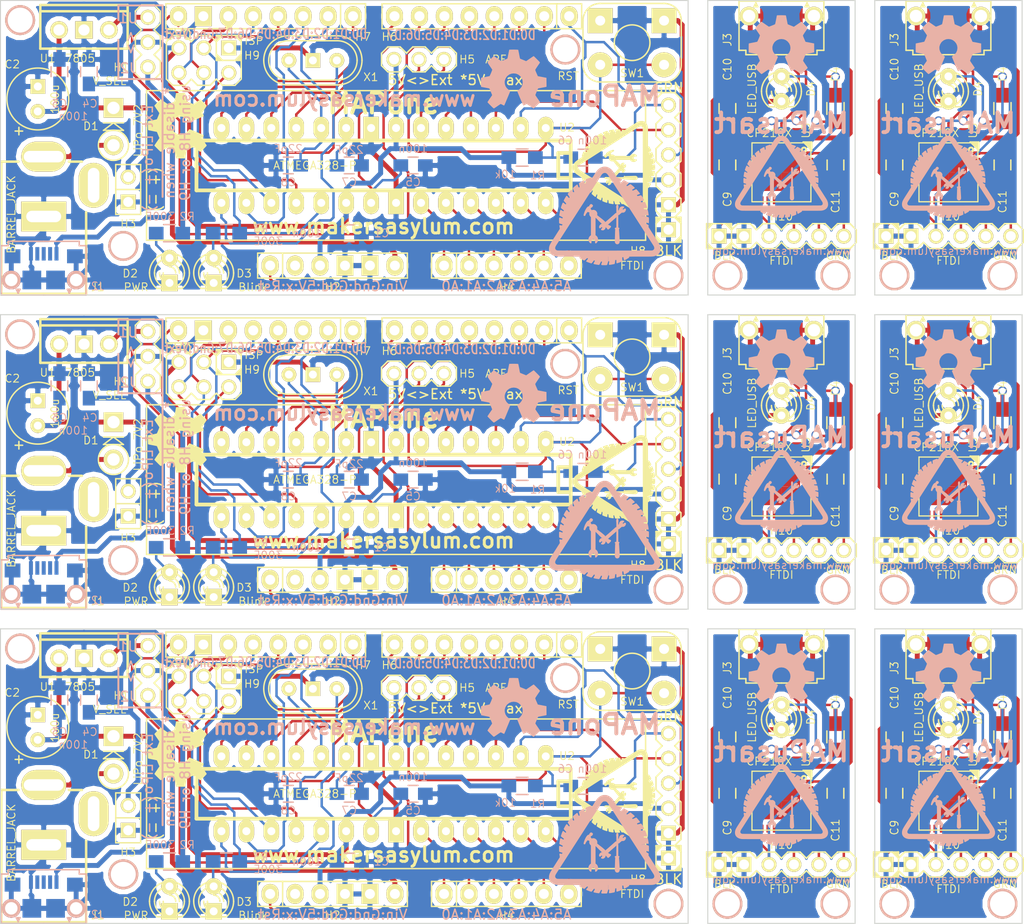
<source format=kicad_pcb>
(kicad_pcb (version 4) (host pcbnew "(2014-11-14 BZR 5284)-product")
  (title_block (title "MAPone - Bare Bones Arduino") (rev v1) (company "Maker's Asylum : www.github.com/MakersAsylumIndia"))
  (layers (0 F.Cu signal) (31 B.Cu signal) (34 B.Paste user) (35 F.Paste user) (36 B.SilkS user) (37 F.SilkS user) (38 B.Mask user) (39 F.Mask user) (44 Edge.Cuts user))
  (net 0 "")
  (net 1 /5V)
  (net 2 GND)
  (net 3 /V_IN)
  (net 4 /RST)
  (net 5 "Net-(C6-Pad2)")
  (net 6 "Net-(D1-Pad1)")
  (net 7 "Net-(D2-Pad1)")
  (net 8 "Net-(D3-Pad1)")
  (net 9 /V_REG)
  (net 10 /V_USB)
  (net 11 /AD0)
  (net 12 /AD1)
  (net 13 /AD2)
  (net 14 /AD3)
  (net 15 /AD4_SDA)
  (net 16 /AD5_SCL)
  (net 17 /AREF)
  (net 18 /RXD)
  (net 19 /TXD)
  (net 20 /PD2)
  (net 21 /PD3_P)
  (net 22 /PD4)
  (net 23 /PD5_P)
  (net 24 /PD6_P)
  (net 25 /PD7)
  (net 26 /PB0)
  (net 27 /PB1_P)
  (net 28 /SS_P)
  (net 29 /MOSI_P)
  (net 30 /MISO)
  (net 31 /SCK)
  (net 32 "Net-(C7-Pad1)")
  (net 33 "Net-(C8-Pad1)")
  (net 34 /Vext)
  (net 35 /USB_UART/5V)
  (net 36 /USB_UART/3V3)
  (net 37 /USB_UART/RST)
  (net 38 "Net-(C11-Pad2)")
  (net 39 "Net-(D4-Pad1)")
  (net 40 /USB_UART/RXD)
  (net 41 /USB_UART/TXD)
  (net 42 /USB_UART/D+)
  (net 43 /USB_UART/D-)
  (net 44 /3V3)
  (net 45 "Net-(J1-Pad3)")
  (net 46 "Net-(J2-Pad3)")
  (net 47 "Net-(J2-Pad4)")
  (net 48 "Net-(J2-Pad2)")
  (net 49 "Net-(J3-Pad4)")
  (net 50 "Net-(P1-Pad1)")
  (net 51 "Net-(P2-Pad1)")
  (net 52 "Net-(P3-Pad1)")
  (net 53 "Net-(P4-Pad1)")
  (net 54 "Net-(P5-Pad1)")
  (net 55 "Net-(P6-Pad1)")
  (net 56 "Net-(U3-Pad2)")
  (net 57 "Net-(U3-Pad9)")
  (net 58 "Net-(U3-Pad11)")
  (net 59 "Net-(U3-Pad12)")
  (net 60 "Net-(U3-Pad1)")
  (net 61 /USB_UART/CTS)
  (net 62 /USB_UART/RTS)
  (net 63 "Net-(U3-Pad27)")
  (module MAPone:OSHW_6mm (layer B.Cu) (at 126.5 98.5 180)
    (fp_text reference Z5 hide)
    (fp_text value CONN_1 hide)
  )
  (module MAPone.pretty:MA_Logo2 (layer B.Cu) (at 126.5 112 180)
    (fp_text reference Z3 hide)
    (fp_text value CONN_1 hide)
  )
  (module MAPone.pretty:vite_3mm (layer F.Cu) (at 121 122)
    (fp_text reference P6 hide)
    (fp_text value CONN_1 hide)
    (pad 1 thru_hole circle (at 0 0) (size 3.048 3.048) (drill 2.54) (layers *.Cu *.SilkS *.Mask) (net 55 "Net-(P6-Pad1)"))
  )
  (module MAPone.pretty:vite_3mm (layer F.Cu) (at 132 122)
    (fp_text reference P5 hide)
    (fp_text value CONN_1 hide)
    (pad 1 thru_hole circle (at 0 0) (size 3.048 3.048) (drill 2.54) (layers *.Cu *.SilkS *.Mask) (net 54 "Net-(P5-Pad1)"))
  )
  (module MAPone.pretty:qfn-28 (layer F.Cu) (at 126.5 111.5 180)
    (fp_text reference U3 (at -2.5 4.25 270) (layer F.SilkS) (effects (font (size 0.8 0.8) (thickness 0.1))))
    (fp_text value CP210X (at 1.25 4 180) (layer F.SilkS) (effects (font (size 0.8 0.8) (thickness 0.1))))
    (pad 2 smd rect (at -1.30048 2.84988 180) (size 0.35052 0.8001) (layers F.Cu F.Paste F.Mask) (net 56 "Net-(U3-Pad2)") (clearance 0.1))
    (pad 3 smd rect (at -0.65024 2.84988 180) (size 0.35052 0.8001) (layers F.Cu F.Paste F.Mask) (net 2 GND) (clearance 0.1))
    (pad 4 smd rect (at 0 2.84988 180) (size 0.35052 0.8001) (layers F.Cu F.Paste F.Mask) (net 42 /USB_UART/D+) (clearance 0.1))
    (pad 5 smd rect (at 0.65024 2.84988 180) (size 0.35052 0.8001) (layers F.Cu F.Paste F.Mask) (net 43 /USB_UART/D-) (clearance 0.1))
    (pad 8 smd rect (at 2.85242 1.95072 180) (size 0.8001 0.35052) (layers F.Cu F.Paste F.Mask) (net 35 /USB_UART/5V) (clearance 0.1))
    (pad 9 smd rect (at 2.85242 1.30048 180) (size 0.8001 0.35052) (layers F.Cu F.Paste F.Mask) (net 57 "Net-(U3-Pad9)") (clearance 0.1))
    (pad 10 smd rect (at 2.85242 0.65024 180) (size 0.8001 0.35052) (layers F.Cu F.Paste F.Mask) (clearance 0.1))
    (pad 11 smd rect (at 2.85242 0 180) (size 0.8001 0.35052) (layers F.Cu F.Paste F.Mask) (net 58 "Net-(U3-Pad11)") (clearance 0.1))
    (pad 12 smd rect (at 2.85242 -0.65024 180) (size 0.8001 0.35052) (layers F.Cu F.Paste F.Mask) (net 59 "Net-(U3-Pad12)") (clearance 0.1))
    (pad 13 smd rect (at 2.85242 -1.30048 180) (size 0.8001 0.35052) (layers F.Cu F.Paste F.Mask) (clearance 0.1))
    (pad 14 smd rect (at 2.85242 -1.95072 180) (size 0.8001 0.35052) (layers F.Cu F.Paste F.Mask) (clearance 0.1))
    (pad 1 smd rect (at -1.95072 2.84988 180) (size 0.35052 0.8001) (layers F.Cu F.Paste F.Mask) (net 60 "Net-(U3-Pad1)") (clearance 0.1))
    (pad 29 smd rect (at 0.94996 0.94996 180) (size 1.89992 1.89992) (layers F.Cu F.Paste F.Mask) (net 2 GND))
    (pad 29 smd rect (at -0.94996 0.94996 180) (size 1.89992 1.89992) (layers F.Cu F.Paste F.Mask) (net 2 GND))
    (pad 29 smd rect (at -0.94996 -0.94996 180) (size 1.89992 1.89992) (layers F.Cu F.Paste F.Mask) (net 2 GND))
    (pad 29 smd rect (at 0.94996 -0.94996 180) (size 1.89992 1.89992) (layers F.Cu F.Paste F.Mask) (net 2 GND))
    (pad 15 smd rect (at 2.00152 -2.85242 180) (size 0.35052 0.8001) (layers F.Cu F.Paste F.Mask) (clearance 0.1))
    (pad 16 smd rect (at 1.35128 -2.85242 180) (size 0.35052 0.8001) (layers F.Cu F.Paste F.Mask) (clearance 0.1))
    (pad 17 smd rect (at 0.70104 -2.85242 180) (size 0.35052 0.8001) (layers F.Cu F.Paste F.Mask) (clearance 0.1))
    (pad 18 smd rect (at 0 -2.85242 180) (size 0.35052 0.8001) (layers F.Cu F.Paste F.Mask) (clearance 0.1))
    (pad 19 smd rect (at -0.59944 -2.85242 180) (size 0.35052 0.8001) (layers F.Cu F.Paste F.Mask) (clearance 0.1))
    (pad 20 smd rect (at -1.24968 -2.85242 180) (size 0.35052 0.8001) (layers F.Cu F.Paste F.Mask) (clearance 0.1))
    (pad 21 smd rect (at -1.89992 -2.85242 180) (size 0.35052 0.8001) (layers F.Cu F.Paste F.Mask) (clearance 0.1))
    (pad 22 smd rect (at -2.84988 -1.95072 180) (size 0.8001 0.35052) (layers F.Cu F.Paste F.Mask) (clearance 0.1))
    (pad 23 smd rect (at -2.84988 -1.30048 180) (size 0.8001 0.35052) (layers F.Cu F.Paste F.Mask) (net 61 /USB_UART/CTS) (clearance 0.1))
    (pad 24 smd rect (at -2.84988 -0.65024 180) (size 0.8001 0.35052) (layers F.Cu F.Paste F.Mask) (net 62 /USB_UART/RTS) (clearance 0.1))
    (pad 25 smd rect (at -2.84988 0 180) (size 0.8001 0.35052) (layers F.Cu F.Paste F.Mask) (net 40 /USB_UART/RXD) (clearance 0.1))
    (pad 26 smd rect (at -2.84988 0.65024 180) (size 0.8001 0.35052) (layers F.Cu F.Paste F.Mask) (net 41 /USB_UART/TXD) (clearance 0.1))
    (pad 27 smd rect (at -2.84988 1.30048 180) (size 0.8001 0.35052) (layers F.Cu F.Paste F.Mask) (net 63 "Net-(U3-Pad27)") (clearance 0.1))
    (pad 28 smd rect (at -2.84988 1.95072 180) (size 0.8001 0.35052) (layers F.Cu F.Paste F.Mask) (net 37 /USB_UART/RST) (clearance 0.1))
    (pad 6 smd rect (at 1.30048 2.84988 180) (size 0.35052 0.8001) (layers F.Cu F.Paste F.Mask) (net 36 /USB_UART/3V3) (clearance 0.1))
    (pad 7 smd rect (at 1.95072 2.84988 180) (size 0.35052 0.8001) (layers F.Cu F.Paste F.Mask) (net 35 /USB_UART/5V) (clearance 0.1))
  )
  (module MAPone.pretty:R_0805_HandSoldering (layer F.Cu) (at 132 105 270)
    (fp_text reference R4 (at -3.5 0 270) (layer F.SilkS) (effects (font (size 0.8 0.8) (thickness 0.1))))
    (fp_text value 300E hide)
    (pad 1 smd rect (at -1.35 0 270) (size 1.5 1.3) (layers F.Cu F.Paste F.Mask) (net 35 /USB_UART/5V))
    (pad 2 smd rect (at 1.35 0 270) (size 1.5 1.3) (layers F.Cu F.Paste F.Mask) (net 39 "Net-(D4-Pad1)"))
  )
  (module MAPone.pretty:USB_B_Micro (layer F.Cu) (at 126.5 98.25 270)
    (fp_text reference J3 (at -0.25 5.5 270) (layer F.SilkS) (effects (font (size 0.8 0.8) (thickness 0.1))))
    (fp_text value USB-Micro hide)
    (pad 3 smd rect (at 0 0 270) (size 1.3716 0.4064) (layers F.Cu F.Paste F.Mask) (net 42 /USB_UART/D+) (clearance 0.2032))
    (pad 4 smd rect (at 0 0.65024 270) (size 1.3716 0.4064) (layers F.Cu F.Paste F.Mask) (net 49 "Net-(J3-Pad4)") (clearance 0.2032))
    (pad 5 smd rect (at 0 1.30048 270) (size 1.3716 0.4064) (layers F.Cu F.Paste F.Mask) (net 2 GND) (clearance 0.2032))
    (pad 2 smd rect (at 0 -0.65024 270) (size 1.3716 0.4064) (layers F.Cu F.Paste F.Mask) (net 43 /USB_UART/D-) (clearance 0.2032))
    (pad 1 smd rect (at 0 -1.30048 270) (size 1.3716 0.4064) (layers F.Cu F.Paste F.Mask) (net 35 /USB_UART/5V) (clearance 0.2032))
    (pad T1 smd rect (at -0.254 -3.175 270) (size 1.4224 1.6002) (layers F.Cu F.Paste F.Mask) (net 2 GND))
    (pad T2 smd rect (at -0.254 3.175 270) (size 1.4224 1.6002) (layers F.Cu F.Paste F.Mask) (net 2 GND))
    (pad T3 smd rect (at -2.667 -1.2065 270) (size 1.905 1.905) (layers F.Cu F.Paste F.Mask) (net 2 GND) (clearance 0.2032))
    (pad T4 smd rect (at -2.667 1.2065 270) (size 1.905 1.905) (layers F.Cu F.Paste F.Mask) (net 2 GND) (clearance 0.2032))
    (pad T5 thru_hole circle (at -2.667 -3.302 270) (size 1.905 1.905) (drill 1.27) (layers *.Cu *.Paste *.Mask F.SilkS) (net 2 GND) (clearance 0.2032))
    (pad T6 thru_hole circle (at -2.667 3.302 270) (size 1.905 1.905) (drill 1.27) (layers *.Cu *.Paste *.Mask F.SilkS) (net 2 GND) (clearance 0.2032))
  )
  (module MAPone.pretty:Header_FTDI (layer F.Cu) (at 126.5 118)
    (fp_text reference H10 (at 0 -2) (layer F.SilkS) (effects (font (size 0.8 0.8) (thickness 0.1))))
    (fp_text value FTDI (at 0 2.5) (layer F.SilkS) (effects (font (size 0.8 0.8) (thickness 0.1))))
    (fp_text user GRN (at 5.75 2) (layer F.SilkS) (effects (font (size 0.8 0.8) (thickness 0.1))))
    (fp_text user BLK (at -5.75 2) (layer F.SilkS) (effects (font (size 0.8 0.8) (thickness 0.1))))
    (pad 1 thru_hole rect (at -6.35 0) (size 1.524 1.524) (drill 1.016) (layers *.Cu *.Mask F.SilkS) (net 2 GND))
    (pad 2 thru_hole rect (at -3.81 0) (size 1.524 1.524) (drill 1.016) (layers *.Cu *.Mask F.SilkS) (net 2 GND))
    (pad 3 thru_hole circle (at -1.27 0) (size 1.524 1.524) (drill 1.016) (layers *.Cu *.Mask F.SilkS) (net 35 /USB_UART/5V))
    (pad 4 thru_hole circle (at 1.27 0) (size 1.524 1.524) (drill 1.016) (layers *.Cu *.Mask F.SilkS) (net 40 /USB_UART/RXD))
    (pad 5 thru_hole circle (at 3.81 0) (size 1.524 1.524) (drill 1.016) (layers *.Cu *.Mask F.SilkS) (net 41 /USB_UART/TXD))
    (pad 6 thru_hole circle (at 6.35 0) (size 1.524 1.524) (drill 1.016) (layers *.Cu *.Mask F.SilkS) (net 38 "Net-(C11-Pad2)"))
  )
  (module MAPone.pretty:LED-3MM (layer F.Cu) (at 126.5 103 270)
    (fp_text reference D4 (at 0 -3 270) (layer F.SilkS) (effects (font (size 0.8 0.8) (thickness 0.1))))
    (fp_text value LED_USB (at 0 3 270) (layer F.SilkS) (effects (font (size 0.8 0.8) (thickness 0.1))))
    (pad 1 thru_hole circle (at -1.27 0 270) (size 1.6764 1.6764) (drill 0.8128) (layers *.Cu *.Mask F.SilkS) (net 39 "Net-(D4-Pad1)"))
    (pad 2 thru_hole circle (at 1.27 0 270) (size 1.6764 1.6764) (drill 0.8128) (layers *.Cu *.Mask F.SilkS) (net 2 GND))
  )
  (module MAPone.pretty:C_0805_HandSoldering (layer F.Cu) (at 132 110.75 270)
    (fp_text reference C11 (at 3.75 0 270) (layer F.SilkS) (effects (font (size 0.8 0.8) (thickness 0.1))))
    (fp_text value 100n hide)
    (pad 1 smd rect (at -1.25 0 270) (size 1.5 1.25) (layers F.Cu F.Paste F.Mask) (net 37 /USB_UART/RST))
    (pad 2 smd rect (at 1.25 0 270) (size 1.5 1.25) (layers F.Cu F.Paste F.Mask) (net 38 "Net-(C11-Pad2)"))
  )
  (module MAPone.pretty:C_0805_HandSoldering (layer F.Cu) (at 121 105 90)
    (fp_text reference C10 (at 4 0 90) (layer F.SilkS) (effects (font (size 0.8 0.8) (thickness 0.1))))
    (fp_text value 100n hide)
    (pad 1 smd rect (at -1.25 0 90) (size 1.5 1.25) (layers F.Cu F.Paste F.Mask) (net 36 /USB_UART/3V3))
    (pad 2 smd rect (at 1.25 0 90) (size 1.5 1.25) (layers F.Cu F.Paste F.Mask) (net 2 GND))
  )
  (module MAPone.pretty:C_0805_HandSoldering (layer F.Cu) (at 121 110.75 270)
    (fp_text reference C9 (at 3.5 0 270) (layer F.SilkS) (effects (font (size 0.8 0.8) (thickness 0.1))))
    (fp_text value 100n hide)
    (pad 1 smd rect (at -1.25 0 270) (size 1.5 1.25) (layers F.Cu F.Paste F.Mask) (net 35 /USB_UART/5V))
    (pad 2 smd rect (at 1.25 0 270) (size 1.5 1.25) (layers F.Cu F.Paste F.Mask) (net 2 GND))
  )
  (module MAPone.pretty:LM78XXV (layer F.Cu) (at 38.5 97 90)
    (fp_text reference U1 (at -2.9 -3.7 180) (layer F.SilkS) (effects (font (size 0.8 0.8) (thickness 0.1))))
    (fp_text value 7805 (at -2.9 -0.4 180) (layer F.SilkS) (effects (font (size 0.8 0.8) (thickness 0.1))))
    (pad VI thru_hole circle (at 0 -2.54 90) (size 1.778 1.778) (drill 1.143) (layers *.Cu *.Mask F.SilkS) (net 3 /V_IN))
    (pad GND thru_hole rect (at 0 0 90) (size 1.778 1.778) (drill 1.143) (layers *.Cu *.Mask F.SilkS) (net 2 GND))
    (pad VO thru_hole circle (at 0 2.54 90) (size 1.778 1.778) (drill 1.143) (layers *.Cu *.Mask F.SilkS) (net 9 /V_REG))
  )
  (module MAPone.pretty:SW-PB (layer F.Cu) (at 94.3 98.3 270)
    (fp_text reference SW1 (at 3.1 0 360) (layer F.SilkS) (effects (font (size 0.8 0.8) (thickness 0.1))))
    (fp_text value RST (at 3.4 6.5 360) (layer F.SilkS) (effects (font (size 0.8 0.8) (thickness 0.1))))
    (pad 1 thru_hole rect (at -2.25 -3.25 270) (size 2.54 2.54) (drill 1.016) (layers *.Cu *.Mask F.SilkS) (net 2 GND))
    (pad 2 thru_hole circle (at 2.25 3.25 270) (size 2.54 2.54) (drill 1.016) (layers *.Cu *.Mask F.SilkS) (net 4 /RST))
    (pad 2 thru_hole circle (at 2.25 -3.25 270) (size 2.54 2.54) (drill 1.016) (layers *.Cu *.Mask F.SilkS) (net 4 /RST))
    (pad 1 thru_hole rect (at -2.25 3.25 270) (size 2.54 2.54) (drill 1.016) (layers *.Cu *.Mask F.SilkS) (net 2 GND))
  )
  (module MAPone.pretty:R_0805_HandSoldering (layer B.Cu) (at 53 117.7 180)
    (fp_text reference R3 (at -3.5 0.45 180) (layer B.SilkS) (effects (font (size 0.8 0.8) (thickness 0.1)) (justify mirror)))
    (fp_text value 300E (at -4.25 -0.8 180) (layer B.SilkS) (effects (font (size 0.8 0.8) (thickness 0.1)) (justify mirror)))
    (pad 1 smd rect (at -1.35 0 180) (size 1.5 1.3) (layers B.Cu B.Paste B.Mask) (net 31 /SCK))
    (pad 2 smd rect (at 1.35 0 180) (size 1.5 1.3) (layers B.Cu B.Paste B.Mask) (net 8 "Net-(D3-Pad1)"))
  )
  (module MAPone.pretty:R_0805_HandSoldering (layer B.Cu) (at 47.2 117.7)
    (fp_text reference R2 (at 1.8 -1.7) (layer B.SilkS) (effects (font (size 0.8 0.8) (thickness 0.1)) (justify mirror)))
    (fp_text value 300E (at -0.95 -1.7) (layer B.SilkS) (effects (font (size 0.8 0.8) (thickness 0.1)) (justify mirror)))
    (pad 1 smd rect (at -1.35 0) (size 1.5 1.3) (layers B.Cu B.Paste B.Mask) (net 7 "Net-(D2-Pad1)"))
    (pad 2 smd rect (at 1.35 0) (size 1.5 1.3) (layers B.Cu B.Paste B.Mask) (net 1 /5V))
  )
  (module MAPone.pretty:R_0805_HandSoldering (layer B.Cu) (at 83.1 110)
    (fp_text reference R1 (at 1.5698 1.8126) (layer B.SilkS) (effects (font (size 0.8 0.8) (thickness 0.1)) (justify mirror)))
    (fp_text value 10k (at -1.7068 1.711) (layer B.SilkS) (effects (font (size 0.8 0.8) (thickness 0.1)) (justify mirror)))
    (pad 1 smd rect (at -1.35 0) (size 1.5 1.3) (layers B.Cu B.Paste B.Mask) (net 1 /5V))
    (pad 2 smd rect (at 1.35 0) (size 1.5 1.3) (layers B.Cu B.Paste B.Mask) (net 4 /RST))
  )
  (module MAPone.pretty:vite_3mm (layer F.Cu) (at 98 122)
    (fp_text reference P4 hide)
    (fp_text value CONN_1 hide)
    (pad 1 thru_hole circle (at 0 0) (size 3.048 3.048) (drill 2.54) (layers *.Cu *.SilkS *.Mask) (net 53 "Net-(P4-Pad1)"))
  )
  (module MAPone.pretty:vite_3mm (layer F.Cu) (at 42.5 119)
    (fp_text reference P3 hide)
    (fp_text value CONN_1 hide)
    (pad 1 thru_hole circle (at 0 0) (size 3.048 3.048) (drill 2.54) (layers *.Cu *.SilkS *.Mask) (net 52 "Net-(P3-Pad1)"))
  )
  (module MAPone.pretty:JACK_ALIM (layer F.Cu) (at 34.4 116 90)
    (fp_text reference J1 (at -7.2 5.5 360) (layer F.SilkS) (effects (font (size 0.8 0.8) (thickness 0.1))))
    (fp_text value BARREL_JACK (at 0.2 -3.3 270) (layer F.SilkS) (effects (font (size 0.8 0.8) (thickness 0.1))))
    (pad 2 thru_hole rect (at 0 0 90) (size 3.048 4.572) (drill oval 1.1684 3.556) (layers *.Cu *.Mask F.SilkS) (net 2 GND))
    (pad 1 thru_hole oval (at 6.096 0 90) (size 3.048 4.572) (drill oval 1.1684 4.064) (layers *.Cu *.Mask F.SilkS) (net 6 "Net-(D1-Pad1)"))
    (pad 3 thru_hole oval (at 3.175 5.08 90) (size 4.572 3.048) (drill oval 3.556 1.1684) (layers *.Cu *.Mask F.SilkS) (net 45 "Net-(J1-Pad3)"))
  )
  (module MAPone.pretty:Header_ICSP (layer F.Cu) (at 50.7 100.1)
    (fp_text reference H9 (at 4.9 -0.5 180) (layer F.SilkS) (effects (font (size 0.8 0.8) (thickness 0.1))))
    (fp_text value ISP (at 5.1 -2 180) (layer F.SilkS) (effects (font (size 0.8 0.8) (thickness 0.1))))
    (fp_text user 5V0 (at -2.6 -2.6) (layer F.SilkS))
    (pad 1 thru_hole circle (at -2.54 1.27) (size 1.524 1.524) (drill 1.016) (layers *.Cu *.Mask F.SilkS) (net 30 /MISO))
    (pad 2 thru_hole circle (at -2.54 -1.27) (size 1.524 1.524) (drill 1.016) (layers *.Cu *.Mask F.SilkS) (net 1 /5V))
    (pad 3 thru_hole circle (at 0 1.27) (size 1.524 1.524) (drill 1.016) (layers *.Cu *.Mask F.SilkS) (net 31 /SCK))
    (pad 4 thru_hole circle (at 0 -1.27) (size 1.524 1.524) (drill 1.016) (layers *.Cu *.Mask F.SilkS) (net 29 /MOSI_P))
    (pad 5 thru_hole circle (at 2.54 1.27) (size 1.524 1.524) (drill 1.016) (layers *.Cu *.Mask F.SilkS) (net 4 /RST))
    (pad 6 thru_hole rect (at 2.54 -1.27) (size 1.524 1.524) (drill 1.016) (layers *.Cu *.Mask F.SilkS) (net 2 GND))
  )
  (module MAPone.pretty:Socket_Strip_Straight_1x08 (layer F.Cu) (at 57 95.6)
    (fp_text reference H7 (at 9.9 2.1) (layer F.SilkS) (effects (font (size 0.8 0.8) (thickness 0.1))))
    (fp_text value IO_H hide)
    (pad 1 thru_hole oval (at 8.89 0 180) (size 1.7272 2.032) (drill 1.016) (layers *.Cu *.Mask F.SilkS) (net 26 /PB0))
    (pad 2 thru_hole oval (at 6.35 0 180) (size 1.7272 2.032) (drill 1.016) (layers *.Cu *.Mask F.SilkS) (net 27 /PB1_P))
    (pad 3 thru_hole oval (at 3.81 0 180) (size 1.7272 2.032) (drill 1.016) (layers *.Cu *.Mask F.SilkS) (net 28 /SS_P))
    (pad 4 thru_hole oval (at 1.27 0 180) (size 1.7272 2.032) (drill 1.016) (layers *.Cu *.Mask F.SilkS) (net 29 /MOSI_P))
    (pad 5 thru_hole oval (at -1.27 0 180) (size 1.7272 2.032) (drill 1.016) (layers *.Cu *.Mask F.SilkS) (net 30 /MISO))
    (pad 6 thru_hole oval (at -3.81 0 180) (size 1.7272 2.032) (drill 1.016) (layers *.Cu *.Mask F.SilkS) (net 31 /SCK))
    (pad 7 thru_hole rect (at -6.35 0 180) (size 1.7272 2.032) (drill 1.016) (layers *.Cu *.Mask F.SilkS) (net 2 GND))
    (pad 8 thru_hole oval (at -8.89 0 180) (size 1.7272 2.032) (drill 1.016) (layers *.Cu *.Mask F.SilkS) (net 34 /Vext))
  )
  (module MAPone.pretty:Socket_Strip_Straight_1x08 (layer F.Cu) (at 79 95.6)
    (fp_text reference H6 (at -9.4 2.1) (layer F.SilkS) (effects (font (size 0.8 0.8) (thickness 0.1))))
    (fp_text value IO_L hide)
    (pad 1 thru_hole oval (at 8.89 0 180) (size 1.7272 2.032) (drill 1.016) (layers *.Cu *.Mask F.SilkS) (net 18 /RXD))
    (pad 2 thru_hole oval (at 6.35 0 180) (size 1.7272 2.032) (drill 1.016) (layers *.Cu *.Mask F.SilkS) (net 19 /TXD))
    (pad 3 thru_hole oval (at 3.81 0 180) (size 1.7272 2.032) (drill 1.016) (layers *.Cu *.Mask F.SilkS) (net 20 /PD2))
    (pad 4 thru_hole oval (at 1.27 0 180) (size 1.7272 2.032) (drill 1.016) (layers *.Cu *.Mask F.SilkS) (net 21 /PD3_P))
    (pad 5 thru_hole oval (at -1.27 0 180) (size 1.7272 2.032) (drill 1.016) (layers *.Cu *.Mask F.SilkS) (net 22 /PD4))
    (pad 6 thru_hole oval (at -3.81 0 180) (size 1.7272 2.032) (drill 1.016) (layers *.Cu *.Mask F.SilkS) (net 23 /PD5_P))
    (pad 7 thru_hole oval (at -6.35 0 180) (size 1.7272 2.032) (drill 1.016) (layers *.Cu *.Mask F.SilkS) (net 24 /PD6_P))
    (pad 8 thru_hole oval (at -8.89 0 180) (size 1.7272 2.032) (drill 1.016) (layers *.Cu *.Mask F.SilkS) (net 25 /PD7))
  )
  (module MAPone.pretty:Socket_Strip_Straight_1x06 (layer F.Cu) (at 81.5 121 180)
    (fp_text reference H4 (at 0 -2.2 180) (layer F.SilkS) (effects (font (size 0.8 0.8) (thickness 0.1))))
    (fp_text value ANALOG hide)
    (pad 1 thru_hole oval (at 6.35 0) (size 1.7272 2.032) (drill 1.016) (layers *.Cu *.Mask F.SilkS) (net 11 /AD0))
    (pad 2 thru_hole oval (at 3.81 0) (size 1.7272 2.032) (drill 1.016) (layers *.Cu *.Mask F.SilkS) (net 12 /AD1))
    (pad 3 thru_hole oval (at 1.27 0) (size 1.7272 2.032) (drill 1.016) (layers *.Cu *.Mask F.SilkS) (net 13 /AD2))
    (pad 4 thru_hole oval (at -1.27 0) (size 1.7272 2.032) (drill 1.016) (layers *.Cu *.Mask F.SilkS) (net 14 /AD3))
    (pad 5 thru_hole oval (at -3.81 0) (size 1.7272 2.032) (drill 1.016) (layers *.Cu *.Mask F.SilkS) (net 15 /AD4_SDA))
    (pad 6 thru_hole oval (at -6.35 0) (size 1.7272 2.032) (drill 1.016) (layers *.Cu *.Mask F.SilkS) (net 16 /AD5_SCL))
  )
  (module MAPone.pretty:Socket_Strip_Straight_1x06 (layer F.Cu) (at 63.8 121 180)
    (fp_text reference H2 (at 0.009 -2.1664 180) (layer F.SilkS) (effects (font (size 0.8 0.8) (thickness 0.1))))
    (fp_text value Power hide)
    (pad 1 thru_hole oval (at 6.35 0) (size 1.7272 2.032) (drill 1.016) (layers *.Cu *.Mask F.SilkS) (net 4 /RST))
    (pad 2 thru_hole oval (at 3.81 0) (size 1.7272 2.032) (drill 1.016) (layers *.Cu *.Mask F.SilkS) (net 44 /3V3))
    (pad 3 thru_hole oval (at 1.27 0) (size 1.7272 2.032) (drill 1.016) (layers *.Cu *.Mask F.SilkS) (net 1 /5V))
    (pad 4 thru_hole rect (at -1.27 0) (size 1.7272 2.032) (drill 1.016) (layers *.Cu *.Mask F.SilkS) (net 2 GND))
    (pad 5 thru_hole rect (at -3.81 0) (size 1.7272 2.032) (drill 1.016) (layers *.Cu *.Mask F.SilkS) (net 2 GND))
    (pad 6 thru_hole oval (at -6.35 0) (size 1.7272 2.032) (drill 1.016) (layers *.Cu *.Mask F.SilkS) (net 3 /V_IN))
  )
  (module MAPone.pretty:Header_3 (layer F.Cu) (at 45 98.25 270)
    (fp_text reference H1 (at 2.55 2.7 360) (layer F.SilkS) (effects (font (size 0.8 0.8) (thickness 0.1))))
    (fp_text value V_SEL (at 3.95 3.9 360) (layer F.SilkS) (effects (font (size 0.8 0.8) (thickness 0.1))))
    (pad 1 thru_hole circle (at -2.54 0 270) (size 1.524 1.524) (drill 1.016) (layers *.Cu *.Mask F.SilkS) (net 9 /V_REG))
    (pad 2 thru_hole circle (at 0 0 270) (size 1.524 1.524) (drill 1.016) (layers *.Cu *.Mask F.SilkS) (net 1 /5V))
    (pad 3 thru_hole circle (at 2.54 0 270) (size 1.524 1.524) (drill 1.016) (layers *.Cu *.Mask F.SilkS) (net 10 /V_USB))
  )
  (module MAPone.pretty:LED-3MM (layer F.Cu) (at 51.7 121.5 270)
    (fp_text reference D3 (at 0.3 -3.1 360) (layer F.SilkS) (effects (font (size 0.8 0.8) (thickness 0.1))))
    (fp_text value Blink (at 1.7 -4 360) (layer F.SilkS) (effects (font (size 0.8 0.8) (thickness 0.1))))
    (pad 1 thru_hole circle (at -1.27 0 270) (size 1.6764 1.6764) (drill 0.8128) (layers *.Cu *.Mask F.SilkS) (net 8 "Net-(D3-Pad1)"))
    (pad 2 thru_hole rect (at 1.27 0 270) (size 1.6764 1.6764) (drill 0.8128) (layers *.Cu *.Mask F.SilkS) (net 2 GND))
  )
  (module MAPone.pretty:LED-3MM (layer F.Cu) (at 47.2 121.5 270)
    (fp_text reference D2 (at 0.3 4 360) (layer F.SilkS) (effects (font (size 0.8 0.8) (thickness 0.1))))
    (fp_text value PWR (at 1.7 3.4 360) (layer F.SilkS) (effects (font (size 0.8 0.8) (thickness 0.1))))
    (pad 1 thru_hole circle (at -1.27 0 270) (size 1.6764 1.6764) (drill 0.8128) (layers *.Cu *.Mask F.SilkS) (net 7 "Net-(D2-Pad1)"))
    (pad 2 thru_hole rect (at 1.27 0 270) (size 1.6764 1.6764) (drill 0.8128) (layers *.Cu *.Mask F.SilkS) (net 2 GND))
  )
  (module MAPone.pretty:C_0805_HandSoldering (layer B.Cu) (at 59.3 110.8 180)
    (fp_text reference C8 (at 0 -1.7 180) (layer B.SilkS) (effects (font (size 0.8 0.8) (thickness 0.1)) (justify mirror)))
    (fp_text value 22pF (at 0 1.7 180) (layer B.SilkS) (effects (font (size 0.8 0.8) (thickness 0.1)) (justify mirror)))
    (pad 1 smd rect (at -1.25 0 180) (size 1.5 1.25) (layers B.Cu B.Paste B.Mask) (net 33 "Net-(C8-Pad1)"))
    (pad 2 smd rect (at 1.25 0 180) (size 1.5 1.25) (layers B.Cu B.Paste B.Mask) (net 2 GND))
  )
  (module MAPone.pretty:C_0805_HandSoldering (layer B.Cu) (at 65.5 110.8)
    (fp_text reference C7 (at 0 1.7) (layer B.SilkS) (effects (font (size 0.8 0.8) (thickness 0.1)) (justify mirror)))
    (fp_text value 22pF (at 0 -1.6) (layer B.SilkS) (effects (font (size 0.8 0.8) (thickness 0.1)) (justify mirror)))
    (pad 1 smd rect (at -1.25 0) (size 1.5 1.25) (layers B.Cu B.Paste B.Mask) (net 32 "Net-(C7-Pad1)"))
    (pad 2 smd rect (at 1.25 0) (size 1.5 1.25) (layers B.Cu B.Paste B.Mask) (net 2 GND))
  )
  (module MAPone.pretty:C_0805_HandSoldering (layer B.Cu) (at 89.3 110)
    (fp_text reference C6 (at -1.8 -1.75) (layer B.SilkS) (effects (font (size 0.8 0.8) (thickness 0.1)) (justify mirror)))
    (fp_text value 100n (at 0.95 -1.75) (layer B.SilkS) (effects (font (size 0.8 0.8) (thickness 0.1)) (justify mirror)))
    (pad 1 smd rect (at -1.25 0) (size 1.5 1.25) (layers B.Cu B.Paste B.Mask) (net 4 /RST))
    (pad 2 smd rect (at 1.25 0) (size 1.5 1.25) (layers B.Cu B.Paste B.Mask) (net 5 "Net-(C6-Pad2)"))
  )
  (module MAPone.pretty:C_0805_HandSoldering (layer B.Cu) (at 72 110.8)
    (fp_text reference C5 (at 0 1.7) (layer B.SilkS) (effects (font (size 0.8 0.8) (thickness 0.1)) (justify mirror)))
    (fp_text value 100n (at 0 -1.7) (layer B.SilkS) (effects (font (size 0.8 0.8) (thickness 0.1)) (justify mirror)))
    (pad 1 smd rect (at -1.25 0) (size 1.5 1.25) (layers B.Cu B.Paste B.Mask) (net 17 /AREF))
    (pad 2 smd rect (at 1.25 0) (size 1.5 1.25) (layers B.Cu B.Paste B.Mask) (net 2 GND))
  )
  (module MAPone.pretty:C_0805_HandSoldering (layer B.Cu) (at 39 101.25 90)
    (fp_text reference C4 (at -3.25 0.1 180) (layer B.SilkS) (effects (font (size 0.8 0.8) (thickness 0.1)) (justify mirror)))
    (fp_text value 100n (at -4.55 -1.6 180) (layer B.SilkS) (effects (font (size 0.8 0.8) (thickness 0.1)) (justify mirror)))
    (pad 1 smd rect (at -1.25 0 90) (size 1.5 1.25) (layers B.Cu B.Paste B.Mask) (net 1 /5V))
    (pad 2 smd rect (at 1.25 0 90) (size 1.5 1.25) (layers B.Cu B.Paste B.Mask) (net 2 GND))
  )
  (module MAPone.pretty:C_0805_HandSoldering (layer B.Cu) (at 36 101.25 270)
    (fp_text reference C3 (at 3.25 0 360) (layer B.SilkS) (effects (font (size 0.8 0.8) (thickness 0.1)) (justify mirror)))
    (fp_text value 100n hide)
    (pad 1 smd rect (at -1.25 0 270) (size 1.5 1.25) (layers B.Cu B.Paste B.Mask) (net 2 GND))
    (pad 2 smd rect (at 1.25 0 270) (size 1.5 1.25) (layers B.Cu B.Paste B.Mask) (net 3 /V_IN))
  )
  (module MAPone.pretty:C_0805_HandSoldering (layer B.Cu) (at 65.5 117.7)
    (fp_text reference C1 (at 3.3 0) (layer B.SilkS) (effects (font (size 0.8 0.8) (thickness 0.1)) (justify mirror)))
    (fp_text value 100n (at -4.3 0) (layer B.SilkS) (effects (font (size 0.8 0.8) (thickness 0.1)) (justify mirror)))
    (pad 1 smd rect (at -1.25 0) (size 1.5 1.25) (layers B.Cu B.Paste B.Mask) (net 1 /5V))
    (pad 2 smd rect (at 1.25 0) (size 1.5 1.25) (layers B.Cu B.Paste B.Mask) (net 2 GND))
  )
  (module MAPone.pretty:DIP-28__300_ELL_ZIF (layer F.Cu) (at 69 110.8 180)
    (fp_text reference U2 (at -18.667 3.8642 180) (layer F.SilkS) (effects (font (size 0.8 0.8) (thickness 0.1))))
    (fp_text value ATMEGA328-P (at 6.985 0 180) (layer F.SilkS) (effects (font (size 0.8 0.8) (thickness 0.1))))
    (pad 2 thru_hole oval (at -13.97 3.81 180) (size 1.5748 2.286) (drill 0.8128) (layers *.Cu *.Mask F.SilkS) (net 18 /RXD))
    (pad 3 thru_hole oval (at -11.43 3.81 180) (size 1.5748 2.286) (drill 0.8128) (layers *.Cu *.Mask F.SilkS) (net 19 /TXD))
    (pad 4 thru_hole oval (at -8.89 3.81 180) (size 1.5748 2.286) (drill 0.8128) (layers *.Cu *.Mask F.SilkS) (net 20 /PD2))
    (pad 5 thru_hole oval (at -6.35 3.81 180) (size 1.5748 2.286) (drill 0.8128) (layers *.Cu *.Mask F.SilkS) (net 21 /PD3_P))
    (pad 6 thru_hole oval (at -3.81 3.81 180) (size 1.5748 2.286) (drill 0.8128) (layers *.Cu *.Mask F.SilkS) (net 22 /PD4))
    (pad 7 thru_hole oval (at -1.27 3.81 180) (size 1.5748 2.286) (drill 0.8128) (layers *.Cu *.Mask F.SilkS) (net 1 /5V))
    (pad 8 thru_hole rect (at 1.27 3.81 180) (size 1.5748 2.286) (drill 0.8128) (layers *.Cu *.Mask F.SilkS) (net 2 GND))
    (pad 9 thru_hole oval (at 3.81 3.81 180) (size 1.5748 2.286) (drill 0.8128) (layers *.Cu *.Mask F.SilkS) (net 32 "Net-(C7-Pad1)"))
    (pad 10 thru_hole oval (at 6.35 3.81 180) (size 1.5748 2.286) (drill 0.8128) (layers *.Cu *.Mask F.SilkS) (net 33 "Net-(C8-Pad1)"))
    (pad 11 thru_hole oval (at 8.89 3.81 180) (size 1.5748 2.286) (drill 0.8128) (layers *.Cu *.Mask F.SilkS) (net 23 /PD5_P))
    (pad 12 thru_hole oval (at 11.43 3.81 180) (size 1.5748 2.286) (drill 0.8128) (layers *.Cu *.Mask F.SilkS) (net 24 /PD6_P))
    (pad 13 thru_hole oval (at 13.97 3.81 180) (size 1.5748 2.286) (drill 0.8128) (layers *.Cu *.Mask F.SilkS) (net 25 /PD7))
    (pad 14 thru_hole oval (at 16.51 3.81 180) (size 1.5748 2.286) (drill 0.8128) (layers *.Cu *.Mask F.SilkS) (net 26 /PB0))
    (pad 1 thru_hole oval (at -16.51 3.81 180) (size 1.5748 2.286) (drill 0.8128) (layers *.Cu *.Mask F.SilkS) (net 4 /RST))
    (pad 15 thru_hole oval (at 16.51 -3.81 180) (size 1.5748 2.286) (drill 0.8128) (layers *.Cu *.Mask F.SilkS) (net 27 /PB1_P))
    (pad 16 thru_hole oval (at 13.97 -3.81 180) (size 1.5748 2.286) (drill 0.8128) (layers *.Cu *.Mask F.SilkS) (net 28 /SS_P))
    (pad 17 thru_hole oval (at 11.43 -3.81 180) (size 1.5748 2.286) (drill 0.8128) (layers *.Cu *.Mask F.SilkS) (net 29 /MOSI_P))
    (pad 18 thru_hole oval (at 8.89 -3.81 180) (size 1.5748 2.286) (drill 0.8128) (layers *.Cu *.Mask F.SilkS) (net 30 /MISO))
    (pad 19 thru_hole oval (at 6.35 -3.81 180) (size 1.5748 2.286) (drill 0.8128) (layers *.Cu *.Mask F.SilkS) (net 31 /SCK))
    (pad 20 thru_hole oval (at 3.81 -3.81 180) (size 1.5748 2.286) (drill 0.8128) (layers *.Cu *.Mask F.SilkS) (net 1 /5V))
    (pad 21 thru_hole oval (at 1.27 -3.81 180) (size 1.5748 2.286) (drill 0.8128) (layers *.Cu *.Mask F.SilkS) (net 17 /AREF))
    (pad 22 thru_hole rect (at -1.27 -3.81 180) (size 1.5748 2.286) (drill 0.8128) (layers *.Cu *.Mask F.SilkS) (net 2 GND))
    (pad 23 thru_hole oval (at -3.81 -3.81 180) (size 1.5748 2.286) (drill 0.8128) (layers *.Cu *.Mask F.SilkS) (net 11 /AD0))
    (pad 24 thru_hole oval (at -6.35 -3.81 180) (size 1.5748 2.286) (drill 0.8128) (layers *.Cu *.Mask F.SilkS) (net 12 /AD1))
    (pad 25 thru_hole oval (at -8.89 -3.81 180) (size 1.5748 2.286) (drill 0.8128) (layers *.Cu *.Mask F.SilkS) (net 13 /AD2))
    (pad 26 thru_hole oval (at -11.43 -3.81 180) (size 1.5748 2.286) (drill 0.8128) (layers *.Cu *.Mask F.SilkS) (net 14 /AD3))
    (pad 27 thru_hole oval (at -13.97 -3.81 180) (size 1.5748 2.286) (drill 0.8128) (layers *.Cu *.Mask F.SilkS) (net 15 /AD4_SDA))
    (pad 28 thru_hole oval (at -16.51 -3.81 180) (size 1.5748 2.286) (drill 0.8128) (layers *.Cu *.Mask F.SilkS) (net 16 /AD5_SCL))
  )
  (module MAPone.pretty:Header_FTDI (layer F.Cu) (at 98 111 90)
    (fp_text reference H8 (at -8.5 -3.1 180) (layer F.SilkS) (effects (font (size 0.8 0.8) (thickness 0.1))))
    (fp_text value FTDI (at -10 -3.7 180) (layer F.SilkS) (effects (font (size 0.8 0.8) (thickness 0.1))))
    (fp_text user GRN (at 8.1 0 180) (layer F.SilkS))
    (fp_text user BLK (at -8.5 0 180) (layer F.SilkS))
    (pad 1 thru_hole rect (at -6.35 0 90) (size 1.524 1.524) (drill 1.016) (layers *.Cu *.Mask F.SilkS) (net 2 GND))
    (pad 2 thru_hole rect (at -3.81 0 90) (size 1.524 1.524) (drill 1.016) (layers *.Cu *.Mask F.SilkS) (net 2 GND))
    (pad 3 thru_hole circle (at -1.27 0 90) (size 1.524 1.524) (drill 1.016) (layers *.Cu *.Mask F.SilkS) (net 1 /5V))
    (pad 4 thru_hole circle (at 1.27 0 90) (size 1.524 1.524) (drill 1.016) (layers *.Cu *.Mask F.SilkS) (net 18 /RXD))
    (pad 5 thru_hole circle (at 3.81 0 90) (size 1.524 1.524) (drill 1.016) (layers *.Cu *.Mask F.SilkS) (net 19 /TXD))
    (pad 6 thru_hole circle (at 6.35 0 90) (size 1.524 1.524) (drill 1.016) (layers *.Cu *.Mask F.SilkS) (net 5 "Net-(C6-Pad2)"))
  )
  (module MAPone.pretty:USB_B_Micro (layer B.Cu) (at 34.4 119.8 90)
    (fp_text reference J2 (at -3.3 5.5 180) (layer B.SilkS) (effects (font (size 0.8 0.8) (thickness 0.1)) (justify mirror)))
    (fp_text value USB-Micro hide)
    (pad 3 smd rect (at 0 0 90) (size 1.3716 0.4064) (layers B.Cu B.Paste B.Mask) (net 46 "Net-(J2-Pad3)") (clearance 0.2032))
    (pad 4 smd rect (at 0 -0.65024 90) (size 1.3716 0.4064) (layers B.Cu B.Paste B.Mask) (net 47 "Net-(J2-Pad4)") (clearance 0.2032))
    (pad 5 smd rect (at 0 -1.30048 90) (size 1.3716 0.4064) (layers B.Cu B.Paste B.Mask) (net 2 GND) (clearance 0.2032))
    (pad 2 smd rect (at 0 0.65024 90) (size 1.3716 0.4064) (layers B.Cu B.Paste B.Mask) (net 48 "Net-(J2-Pad2)") (clearance 0.2032))
    (pad 1 smd rect (at 0 1.30048 90) (size 1.3716 0.4064) (layers B.Cu B.Paste B.Mask) (net 10 /V_USB) (clearance 0.2032))
    (pad T1 smd rect (at -0.254 3.175 90) (size 1.4224 1.6002) (layers B.Cu B.Paste B.Mask) (net 2 GND))
    (pad T2 smd rect (at -0.254 -3.175 90) (size 1.4224 1.6002) (layers B.Cu B.Paste B.Mask) (net 2 GND))
    (pad T3 smd rect (at -2.667 1.2065 90) (size 1.905 1.905) (layers B.Cu B.Paste B.Mask) (net 2 GND) (clearance 0.2032))
    (pad T4 smd rect (at -2.667 -1.2065 90) (size 1.905 1.905) (layers B.Cu B.Paste B.Mask) (net 2 GND) (clearance 0.2032))
    (pad T5 thru_hole circle (at -2.667 3.302 90) (size 1.905 1.905) (drill 1.27) (layers *.Cu *.Paste *.Mask B.SilkS) (net 2 GND) (clearance 0.2032))
    (pad T6 thru_hole circle (at -2.667 -3.302 90) (size 1.905 1.905) (drill 1.27) (layers *.Cu *.Paste *.Mask B.SilkS) (net 2 GND) (clearance 0.2032))
  )
  (module MAPone.pretty:Crystal_HC49-U_Vertical_3Pin (layer F.Cu) (at 61.8 100.1 180)
    (fp_text reference X1 (at -5.9 -1.7 180) (layer F.SilkS) (effects (font (size 0.8 0.8) (thickness 0.1))))
    (fp_text value 16MHz hide)
    (pad 1 thru_hole circle (at -2.44094 0 180) (size 1.50114 1.50114) (drill 0.8128) (layers *.Cu *.Mask F.SilkS) (net 32 "Net-(C7-Pad1)"))
    (pad 2 thru_hole circle (at 2.44094 0 180) (size 1.50114 1.50114) (drill 0.8128) (layers *.Cu *.Mask F.SilkS) (net 33 "Net-(C8-Pad1)"))
    (pad 3 thru_hole rect (at 0 0 180) (size 1.50114 1.50114) (drill 0.8128) (layers *.Cu *.Mask F.SilkS) (net 2 GND))
  )
  (module MAPone.pretty:Diode_DO-41_SOD81_Vertical_KathodeUp (layer F.Cu) (at 41.5 106.75 90)
    (fp_text reference D1 (at -0.05 -2.3 180) (layer F.SilkS) (effects (font (size 0.8 0.8) (thickness 0.1))))
    (fp_text value 1N4007 hide)
    (pad 1 thru_hole circle (at -2 0 90) (size 1.99898 1.99898) (drill 1.27) (layers *.Cu *.Mask F.SilkS) (net 6 "Net-(D1-Pad1)"))
    (pad 2 thru_hole rect (at 1.81 0 90) (size 1.99898 1.99898) (drill 1.27) (layers *.Cu *.Mask F.SilkS) (net 3 /V_IN))
  )
  (module MAPone.pretty:vite_3mm (layer F.Cu) (at 32 96)
    (fp_text reference P1 hide)
    (fp_text value CONN_1 hide)
    (pad 1 thru_hole circle (at 0 0) (size 3.048 3.048) (drill 2.54) (layers *.Cu *.SilkS *.Mask) (net 50 "Net-(P1-Pad1)"))
  )
  (module MAPone.pretty:vite_3mm (layer F.Cu) (at 87.5 99)
    (fp_text reference P2 hide)
    (fp_text value CONN_1 hide)
    (pad 1 thru_hole circle (at 0 0) (size 3.048 3.048) (drill 2.54) (layers *.Cu *.SilkS *.Mask) (net 51 "Net-(P2-Pad1)"))
  )
  (module MAPone.pretty:Header_A_REF (layer F.Cu) (at 72.6 100)
    (fp_text reference H5 (at 4.9 0 180) (layer F.SilkS) (effects (font (size 0.8 0.8) (thickness 0.1))))
    (fp_text value AREF (at 8.2 0 180) (layer F.SilkS) (effects (font (size 0.8 0.8) (thickness 0.1))))
    (pad 1 thru_hole circle (at -2.54 0) (size 1.524 1.524) (drill 1.016) (layers *.Cu *.Mask F.SilkS) (net 1 /5V))
    (pad 2 thru_hole circle (at 0 0) (size 1.524 1.524) (drill 1.016) (layers *.Cu *.Mask F.SilkS) (net 17 /AREF))
    (pad 3 thru_hole circle (at 2.54 0) (size 1.524 1.524) (drill 1.016) (layers *.Cu *.Mask F.SilkS) (net 34 /Vext))
  )
  (module MAPone.pretty:MA_Logo (layer B.Cu) (at 91.5 116 180)
    (fp_text reference Z1 hide)
    (fp_text value CONN_1 hide)
  )
  (module MAPone.pretty:MA_Logo2 (layer F.Cu) (at 92.5 111 90)
    (fp_text reference Z2 hide)
    (fp_text value CONN_1 hide)
  )
  (module MAPone.pretty:Elko_vert_11.2x6.3mm_RM2.5 (layer F.Cu) (at 33.8 105.3 90)
    (fp_text reference C2 (at 4.8 -2.6 180) (layer F.SilkS) (effects (font (size 0.8 0.8) (thickness 0.1))))
    (fp_text value 100u (at 1.25 1.75 270) (layer F.SilkS) (effects (font (size 0.8 0.8) (thickness 0.1))))
    (fp_text user + (at -2 -2 90) (layer F.SilkS))
    (pad 2 thru_hole rect (at 2.54 0 90) (size 1.50114 1.50114) (drill 0.8128) (layers *.Cu *.Mask F.SilkS) (net 2 GND))
    (pad 1 thru_hole circle (at 0 0 90) (size 1.50114 1.50114) (drill 0.8128) (layers *.Cu *.Mask F.SilkS) (net 3 /V_IN))
  )
  (module MAPone.pretty:C_0805_HandSoldering (layer F.Cu) (at 104 110.75 270)
    (fp_text reference C9 (at 3.5 0 270) (layer F.SilkS) (effects (font (size 0.8 0.8) (thickness 0.1))))
    (fp_text value 100n hide)
    (pad 1 smd rect (at -1.25 0 270) (size 1.5 1.25) (layers F.Cu F.Paste F.Mask) (net 35 /USB_UART/5V))
    (pad 2 smd rect (at 1.25 0 270) (size 1.5 1.25) (layers F.Cu F.Paste F.Mask) (net 2 GND))
  )
  (module MAPone.pretty:C_0805_HandSoldering (layer F.Cu) (at 104 105 90)
    (fp_text reference C10 (at 4 0 90) (layer F.SilkS) (effects (font (size 0.8 0.8) (thickness 0.1))))
    (fp_text value 100n hide)
    (pad 1 smd rect (at -1.25 0 90) (size 1.5 1.25) (layers F.Cu F.Paste F.Mask) (net 36 /USB_UART/3V3))
    (pad 2 smd rect (at 1.25 0 90) (size 1.5 1.25) (layers F.Cu F.Paste F.Mask) (net 2 GND))
  )
  (module MAPone.pretty:C_0805_HandSoldering (layer F.Cu) (at 115 110.75 270)
    (fp_text reference C11 (at 3.75 0 270) (layer F.SilkS) (effects (font (size 0.8 0.8) (thickness 0.1))))
    (fp_text value 100n hide)
    (pad 1 smd rect (at -1.25 0 270) (size 1.5 1.25) (layers F.Cu F.Paste F.Mask) (net 37 /USB_UART/RST))
    (pad 2 smd rect (at 1.25 0 270) (size 1.5 1.25) (layers F.Cu F.Paste F.Mask) (net 38 "Net-(C11-Pad2)"))
  )
  (module MAPone.pretty:LED-3MM (layer F.Cu) (at 109.5 103 270)
    (fp_text reference D4 (at 0 -3 270) (layer F.SilkS) (effects (font (size 0.8 0.8) (thickness 0.1))))
    (fp_text value LED_USB (at 0 3 270) (layer F.SilkS) (effects (font (size 0.8 0.8) (thickness 0.1))))
    (pad 1 thru_hole circle (at -1.27 0 270) (size 1.6764 1.6764) (drill 0.8128) (layers *.Cu *.Mask F.SilkS) (net 39 "Net-(D4-Pad1)"))
    (pad 2 thru_hole circle (at 1.27 0 270) (size 1.6764 1.6764) (drill 0.8128) (layers *.Cu *.Mask F.SilkS) (net 2 GND))
  )
  (module MAPone.pretty:Header_FTDI (layer F.Cu) (at 109.5 118)
    (fp_text reference H10 (at 0 -2) (layer F.SilkS) (effects (font (size 0.8 0.8) (thickness 0.1))))
    (fp_text value FTDI (at 0 2.5) (layer F.SilkS) (effects (font (size 0.8 0.8) (thickness 0.1))))
    (fp_text user GRN (at 5.75 2) (layer F.SilkS) (effects (font (size 0.8 0.8) (thickness 0.1))))
    (fp_text user BLK (at -5.75 2) (layer F.SilkS) (effects (font (size 0.8 0.8) (thickness 0.1))))
    (pad 1 thru_hole rect (at -6.35 0) (size 1.524 1.524) (drill 1.016) (layers *.Cu *.Mask F.SilkS) (net 2 GND))
    (pad 2 thru_hole rect (at -3.81 0) (size 1.524 1.524) (drill 1.016) (layers *.Cu *.Mask F.SilkS) (net 2 GND))
    (pad 3 thru_hole circle (at -1.27 0) (size 1.524 1.524) (drill 1.016) (layers *.Cu *.Mask F.SilkS) (net 35 /USB_UART/5V))
    (pad 4 thru_hole circle (at 1.27 0) (size 1.524 1.524) (drill 1.016) (layers *.Cu *.Mask F.SilkS) (net 40 /USB_UART/RXD))
    (pad 5 thru_hole circle (at 3.81 0) (size 1.524 1.524) (drill 1.016) (layers *.Cu *.Mask F.SilkS) (net 41 /USB_UART/TXD))
    (pad 6 thru_hole circle (at 6.35 0) (size 1.524 1.524) (drill 1.016) (layers *.Cu *.Mask F.SilkS) (net 38 "Net-(C11-Pad2)"))
  )
  (module MAPone.pretty:USB_B_Micro (layer F.Cu) (at 109.5 98.25 270)
    (fp_text reference J3 (at -0.25 5.5 270) (layer F.SilkS) (effects (font (size 0.8 0.8) (thickness 0.1))))
    (fp_text value USB-Micro hide)
    (pad 3 smd rect (at 0 0 270) (size 1.3716 0.4064) (layers F.Cu F.Paste F.Mask) (net 42 /USB_UART/D+) (clearance 0.2032))
    (pad 4 smd rect (at 0 0.65024 270) (size 1.3716 0.4064) (layers F.Cu F.Paste F.Mask) (net 49 "Net-(J3-Pad4)") (clearance 0.2032))
    (pad 5 smd rect (at 0 1.30048 270) (size 1.3716 0.4064) (layers F.Cu F.Paste F.Mask) (net 2 GND) (clearance 0.2032))
    (pad 2 smd rect (at 0 -0.65024 270) (size 1.3716 0.4064) (layers F.Cu F.Paste F.Mask) (net 43 /USB_UART/D-) (clearance 0.2032))
    (pad 1 smd rect (at 0 -1.30048 270) (size 1.3716 0.4064) (layers F.Cu F.Paste F.Mask) (net 35 /USB_UART/5V) (clearance 0.2032))
    (pad T1 smd rect (at -0.254 -3.175 270) (size 1.4224 1.6002) (layers F.Cu F.Paste F.Mask) (net 2 GND))
    (pad T2 smd rect (at -0.254 3.175 270) (size 1.4224 1.6002) (layers F.Cu F.Paste F.Mask) (net 2 GND))
    (pad T3 smd rect (at -2.667 -1.2065 270) (size 1.905 1.905) (layers F.Cu F.Paste F.Mask) (net 2 GND) (clearance 0.2032))
    (pad T4 smd rect (at -2.667 1.2065 270) (size 1.905 1.905) (layers F.Cu F.Paste F.Mask) (net 2 GND) (clearance 0.2032))
    (pad T5 thru_hole circle (at -2.667 -3.302 270) (size 1.905 1.905) (drill 1.27) (layers *.Cu *.Paste *.Mask F.SilkS) (net 2 GND) (clearance 0.2032))
    (pad T6 thru_hole circle (at -2.667 3.302 270) (size 1.905 1.905) (drill 1.27) (layers *.Cu *.Paste *.Mask F.SilkS) (net 2 GND) (clearance 0.2032))
  )
  (module MAPone.pretty:R_0805_HandSoldering (layer F.Cu) (at 115 105 270)
    (fp_text reference R4 (at -3.5 0 270) (layer F.SilkS) (effects (font (size 0.8 0.8) (thickness 0.1))))
    (fp_text value 300E hide)
    (pad 1 smd rect (at -1.35 0 270) (size 1.5 1.3) (layers F.Cu F.Paste F.Mask) (net 35 /USB_UART/5V))
    (pad 2 smd rect (at 1.35 0 270) (size 1.5 1.3) (layers F.Cu F.Paste F.Mask) (net 39 "Net-(D4-Pad1)"))
  )
  (module MAPone.pretty:qfn-28 (layer F.Cu) (at 109.5 111.5 180)
    (fp_text reference U3 (at -2.5 4.25 270) (layer F.SilkS) (effects (font (size 0.8 0.8) (thickness 0.1))))
    (fp_text value CP210X (at 1.25 4 180) (layer F.SilkS) (effects (font (size 0.8 0.8) (thickness 0.1))))
    (pad 2 smd rect (at -1.30048 2.84988 180) (size 0.35052 0.8001) (layers F.Cu F.Paste F.Mask) (net 56 "Net-(U3-Pad2)") (clearance 0.1))
    (pad 3 smd rect (at -0.65024 2.84988 180) (size 0.35052 0.8001) (layers F.Cu F.Paste F.Mask) (net 2 GND) (clearance 0.1))
    (pad 4 smd rect (at 0 2.84988 180) (size 0.35052 0.8001) (layers F.Cu F.Paste F.Mask) (net 42 /USB_UART/D+) (clearance 0.1))
    (pad 5 smd rect (at 0.65024 2.84988 180) (size 0.35052 0.8001) (layers F.Cu F.Paste F.Mask) (net 43 /USB_UART/D-) (clearance 0.1))
    (pad 8 smd rect (at 2.85242 1.95072 180) (size 0.8001 0.35052) (layers F.Cu F.Paste F.Mask) (net 35 /USB_UART/5V) (clearance 0.1))
    (pad 9 smd rect (at 2.85242 1.30048 180) (size 0.8001 0.35052) (layers F.Cu F.Paste F.Mask) (net 57 "Net-(U3-Pad9)") (clearance 0.1))
    (pad 10 smd rect (at 2.85242 0.65024 180) (size 0.8001 0.35052) (layers F.Cu F.Paste F.Mask) (clearance 0.1))
    (pad 11 smd rect (at 2.85242 0 180) (size 0.8001 0.35052) (layers F.Cu F.Paste F.Mask) (net 58 "Net-(U3-Pad11)") (clearance 0.1))
    (pad 12 smd rect (at 2.85242 -0.65024 180) (size 0.8001 0.35052) (layers F.Cu F.Paste F.Mask) (net 59 "Net-(U3-Pad12)") (clearance 0.1))
    (pad 13 smd rect (at 2.85242 -1.30048 180) (size 0.8001 0.35052) (layers F.Cu F.Paste F.Mask) (clearance 0.1))
    (pad 14 smd rect (at 2.85242 -1.95072 180) (size 0.8001 0.35052) (layers F.Cu F.Paste F.Mask) (clearance 0.1))
    (pad 1 smd rect (at -1.95072 2.84988 180) (size 0.35052 0.8001) (layers F.Cu F.Paste F.Mask) (net 60 "Net-(U3-Pad1)") (clearance 0.1))
    (pad 29 smd rect (at 0.94996 0.94996 180) (size 1.89992 1.89992) (layers F.Cu F.Paste F.Mask) (net 2 GND))
    (pad 29 smd rect (at -0.94996 0.94996 180) (size 1.89992 1.89992) (layers F.Cu F.Paste F.Mask) (net 2 GND))
    (pad 29 smd rect (at -0.94996 -0.94996 180) (size 1.89992 1.89992) (layers F.Cu F.Paste F.Mask) (net 2 GND))
    (pad 29 smd rect (at 0.94996 -0.94996 180) (size 1.89992 1.89992) (layers F.Cu F.Paste F.Mask) (net 2 GND))
    (pad 15 smd rect (at 2.00152 -2.85242 180) (size 0.35052 0.8001) (layers F.Cu F.Paste F.Mask) (clearance 0.1))
    (pad 16 smd rect (at 1.35128 -2.85242 180) (size 0.35052 0.8001) (layers F.Cu F.Paste F.Mask) (clearance 0.1))
    (pad 17 smd rect (at 0.70104 -2.85242 180) (size 0.35052 0.8001) (layers F.Cu F.Paste F.Mask) (clearance 0.1))
    (pad 18 smd rect (at 0 -2.85242 180) (size 0.35052 0.8001) (layers F.Cu F.Paste F.Mask) (clearance 0.1))
    (pad 19 smd rect (at -0.59944 -2.85242 180) (size 0.35052 0.8001) (layers F.Cu F.Paste F.Mask) (clearance 0.1))
    (pad 20 smd rect (at -1.24968 -2.85242 180) (size 0.35052 0.8001) (layers F.Cu F.Paste F.Mask) (clearance 0.1))
    (pad 21 smd rect (at -1.89992 -2.85242 180) (size 0.35052 0.8001) (layers F.Cu F.Paste F.Mask) (clearance 0.1))
    (pad 22 smd rect (at -2.84988 -1.95072 180) (size 0.8001 0.35052) (layers F.Cu F.Paste F.Mask) (clearance 0.1))
    (pad 23 smd rect (at -2.84988 -1.30048 180) (size 0.8001 0.35052) (layers F.Cu F.Paste F.Mask) (net 61 /USB_UART/CTS) (clearance 0.1))
    (pad 24 smd rect (at -2.84988 -0.65024 180) (size 0.8001 0.35052) (layers F.Cu F.Paste F.Mask) (net 62 /USB_UART/RTS) (clearance 0.1))
    (pad 25 smd rect (at -2.84988 0 180) (size 0.8001 0.35052) (layers F.Cu F.Paste F.Mask) (net 40 /USB_UART/RXD) (clearance 0.1))
    (pad 26 smd rect (at -2.84988 0.65024 180) (size 0.8001 0.35052) (layers F.Cu F.Paste F.Mask) (net 41 /USB_UART/TXD) (clearance 0.1))
    (pad 27 smd rect (at -2.84988 1.30048 180) (size 0.8001 0.35052) (layers F.Cu F.Paste F.Mask) (net 63 "Net-(U3-Pad27)") (clearance 0.1))
    (pad 28 smd rect (at -2.84988 1.95072 180) (size 0.8001 0.35052) (layers F.Cu F.Paste F.Mask) (net 37 /USB_UART/RST) (clearance 0.1))
    (pad 6 smd rect (at 1.30048 2.84988 180) (size 0.35052 0.8001) (layers F.Cu F.Paste F.Mask) (net 36 /USB_UART/3V3) (clearance 0.1))
    (pad 7 smd rect (at 1.95072 2.84988 180) (size 0.35052 0.8001) (layers F.Cu F.Paste F.Mask) (net 35 /USB_UART/5V) (clearance 0.1))
  )
  (module MAPone.pretty:vite_3mm (layer F.Cu) (at 115 122)
    (fp_text reference P5 hide)
    (fp_text value CONN_1 hide)
    (pad 1 thru_hole circle (at 0 0) (size 3.048 3.048) (drill 2.54) (layers *.Cu *.SilkS *.Mask) (net 54 "Net-(P5-Pad1)"))
  )
  (module MAPone.pretty:vite_3mm (layer F.Cu) (at 104 122)
    (fp_text reference P6 hide)
    (fp_text value CONN_1 hide)
    (pad 1 thru_hole circle (at 0 0) (size 3.048 3.048) (drill 2.54) (layers *.Cu *.SilkS *.Mask) (net 55 "Net-(P6-Pad1)"))
  )
  (module MAPone.pretty:MA_Logo2 (layer B.Cu) (at 109.5 112 180)
    (fp_text reference Z3 hide)
    (fp_text value CONN_1 hide)
  )
  (module MAPone:OSHW_6mm (layer B.Cu) (at 109.5 98.5 180)
    (fp_text reference Z5 hide)
    (fp_text value CONN_1 hide)
  )
  (module MAPone:OSHW_6mm (layer B.Cu) (at 82.25 102 180)
    (fp_text reference Z6 hide)
    (fp_text value CONN_1 hide)
  )
  (module MAPone:OSHW_6mm (layer F.Cu) (at 48 106.75 90)
    (fp_text reference Z7 hide)
    (fp_text value CONN_1 hide)
  )
  (module MAPone.pretty:Pin_Header_Straight_1x02 (layer F.Cu) (at 43 113.25 90)
    (fp_text reference H3 (at -3.5 0 180) (layer F.SilkS) (effects (font (size 0.8 0.8) (thickness 0.1))))
    (fp_text value LiPo_7V2 (at 6 1 90) (layer F.SilkS) (effects (font (size 0.8 0.8) (thickness 0.1))))
    (pad 1 thru_hole rect (at -1.27 0 90) (size 1.524 1.524) (drill 1.016) (layers *.Cu *.Mask F.SilkS) (net 2 GND))
    (pad 2 thru_hole circle (at 1.27 0 90) (size 1.524 1.524) (drill 1.016) (layers *.Cu *.Mask F.SilkS) (net 1 /5V))
  )
  (module MAPone.pretty:Pin_Header_Straight_1x02 (layer F.Cu) (at 43 81.25 90)
    (fp_text reference H3 (at -3.5 0 180) (layer F.SilkS) (effects (font (size 0.8 0.8) (thickness 0.1))))
    (fp_text value LiPo_7V2 (at 6 1 90) (layer F.SilkS) (effects (font (size 0.8 0.8) (thickness 0.1))))
    (pad 1 thru_hole rect (at -1.27 0 90) (size 1.524 1.524) (drill 1.016) (layers *.Cu *.Mask F.SilkS) (net 2 GND))
    (pad 2 thru_hole circle (at 1.27 0 90) (size 1.524 1.524) (drill 1.016) (layers *.Cu *.Mask F.SilkS) (net 1 /5V))
  )
  (module MAPone:OSHW_6mm (layer F.Cu) (at 48 74.75 90)
    (fp_text reference Z7 hide)
    (fp_text value CONN_1 hide)
  )
  (module MAPone:OSHW_6mm (layer B.Cu) (at 82.25 70 180)
    (fp_text reference Z6 hide)
    (fp_text value CONN_1 hide)
  )
  (module MAPone:OSHW_6mm (layer B.Cu) (at 109.5 66.5 180)
    (fp_text reference Z5 hide)
    (fp_text value CONN_1 hide)
  )
  (module MAPone.pretty:MA_Logo2 (layer B.Cu) (at 109.5 80 180)
    (fp_text reference Z3 hide)
    (fp_text value CONN_1 hide)
  )
  (module MAPone.pretty:vite_3mm (layer F.Cu) (at 104 90)
    (fp_text reference P6 hide)
    (fp_text value CONN_1 hide)
    (pad 1 thru_hole circle (at 0 0) (size 3.048 3.048) (drill 2.54) (layers *.Cu *.SilkS *.Mask) (net 55 "Net-(P6-Pad1)"))
  )
  (module MAPone.pretty:vite_3mm (layer F.Cu) (at 115 90)
    (fp_text reference P5 hide)
    (fp_text value CONN_1 hide)
    (pad 1 thru_hole circle (at 0 0) (size 3.048 3.048) (drill 2.54) (layers *.Cu *.SilkS *.Mask) (net 54 "Net-(P5-Pad1)"))
  )
  (module MAPone.pretty:qfn-28 (layer F.Cu) (at 109.5 79.5 180)
    (fp_text reference U3 (at -2.5 4.25 270) (layer F.SilkS) (effects (font (size 0.8 0.8) (thickness 0.1))))
    (fp_text value CP210X (at 1.25 4 180) (layer F.SilkS) (effects (font (size 0.8 0.8) (thickness 0.1))))
    (pad 2 smd rect (at -1.30048 2.84988 180) (size 0.35052 0.8001) (layers F.Cu F.Paste F.Mask) (net 56 "Net-(U3-Pad2)") (clearance 0.1))
    (pad 3 smd rect (at -0.65024 2.84988 180) (size 0.35052 0.8001) (layers F.Cu F.Paste F.Mask) (net 2 GND) (clearance 0.1))
    (pad 4 smd rect (at 0 2.84988 180) (size 0.35052 0.8001) (layers F.Cu F.Paste F.Mask) (net 42 /USB_UART/D+) (clearance 0.1))
    (pad 5 smd rect (at 0.65024 2.84988 180) (size 0.35052 0.8001) (layers F.Cu F.Paste F.Mask) (net 43 /USB_UART/D-) (clearance 0.1))
    (pad 8 smd rect (at 2.85242 1.95072 180) (size 0.8001 0.35052) (layers F.Cu F.Paste F.Mask) (net 35 /USB_UART/5V) (clearance 0.1))
    (pad 9 smd rect (at 2.85242 1.30048 180) (size 0.8001 0.35052) (layers F.Cu F.Paste F.Mask) (net 57 "Net-(U3-Pad9)") (clearance 0.1))
    (pad 10 smd rect (at 2.85242 0.65024 180) (size 0.8001 0.35052) (layers F.Cu F.Paste F.Mask) (clearance 0.1))
    (pad 11 smd rect (at 2.85242 0 180) (size 0.8001 0.35052) (layers F.Cu F.Paste F.Mask) (net 58 "Net-(U3-Pad11)") (clearance 0.1))
    (pad 12 smd rect (at 2.85242 -0.65024 180) (size 0.8001 0.35052) (layers F.Cu F.Paste F.Mask) (net 59 "Net-(U3-Pad12)") (clearance 0.1))
    (pad 13 smd rect (at 2.85242 -1.30048 180) (size 0.8001 0.35052) (layers F.Cu F.Paste F.Mask) (clearance 0.1))
    (pad 14 smd rect (at 2.85242 -1.95072 180) (size 0.8001 0.35052) (layers F.Cu F.Paste F.Mask) (clearance 0.1))
    (pad 1 smd rect (at -1.95072 2.84988 180) (size 0.35052 0.8001) (layers F.Cu F.Paste F.Mask) (net 60 "Net-(U3-Pad1)") (clearance 0.1))
    (pad 29 smd rect (at 0.94996 0.94996 180) (size 1.89992 1.89992) (layers F.Cu F.Paste F.Mask) (net 2 GND))
    (pad 29 smd rect (at -0.94996 0.94996 180) (size 1.89992 1.89992) (layers F.Cu F.Paste F.Mask) (net 2 GND))
    (pad 29 smd rect (at -0.94996 -0.94996 180) (size 1.89992 1.89992) (layers F.Cu F.Paste F.Mask) (net 2 GND))
    (pad 29 smd rect (at 0.94996 -0.94996 180) (size 1.89992 1.89992) (layers F.Cu F.Paste F.Mask) (net 2 GND))
    (pad 15 smd rect (at 2.00152 -2.85242 180) (size 0.35052 0.8001) (layers F.Cu F.Paste F.Mask) (clearance 0.1))
    (pad 16 smd rect (at 1.35128 -2.85242 180) (size 0.35052 0.8001) (layers F.Cu F.Paste F.Mask) (clearance 0.1))
    (pad 17 smd rect (at 0.70104 -2.85242 180) (size 0.35052 0.8001) (layers F.Cu F.Paste F.Mask) (clearance 0.1))
    (pad 18 smd rect (at 0 -2.85242 180) (size 0.35052 0.8001) (layers F.Cu F.Paste F.Mask) (clearance 0.1))
    (pad 19 smd rect (at -0.59944 -2.85242 180) (size 0.35052 0.8001) (layers F.Cu F.Paste F.Mask) (clearance 0.1))
    (pad 20 smd rect (at -1.24968 -2.85242 180) (size 0.35052 0.8001) (layers F.Cu F.Paste F.Mask) (clearance 0.1))
    (pad 21 smd rect (at -1.89992 -2.85242 180) (size 0.35052 0.8001) (layers F.Cu F.Paste F.Mask) (clearance 0.1))
    (pad 22 smd rect (at -2.84988 -1.95072 180) (size 0.8001 0.35052) (layers F.Cu F.Paste F.Mask) (clearance 0.1))
    (pad 23 smd rect (at -2.84988 -1.30048 180) (size 0.8001 0.35052) (layers F.Cu F.Paste F.Mask) (net 61 /USB_UART/CTS) (clearance 0.1))
    (pad 24 smd rect (at -2.84988 -0.65024 180) (size 0.8001 0.35052) (layers F.Cu F.Paste F.Mask) (net 62 /USB_UART/RTS) (clearance 0.1))
    (pad 25 smd rect (at -2.84988 0 180) (size 0.8001 0.35052) (layers F.Cu F.Paste F.Mask) (net 40 /USB_UART/RXD) (clearance 0.1))
    (pad 26 smd rect (at -2.84988 0.65024 180) (size 0.8001 0.35052) (layers F.Cu F.Paste F.Mask) (net 41 /USB_UART/TXD) (clearance 0.1))
    (pad 27 smd rect (at -2.84988 1.30048 180) (size 0.8001 0.35052) (layers F.Cu F.Paste F.Mask) (net 63 "Net-(U3-Pad27)") (clearance 0.1))
    (pad 28 smd rect (at -2.84988 1.95072 180) (size 0.8001 0.35052) (layers F.Cu F.Paste F.Mask) (net 37 /USB_UART/RST) (clearance 0.1))
    (pad 6 smd rect (at 1.30048 2.84988 180) (size 0.35052 0.8001) (layers F.Cu F.Paste F.Mask) (net 36 /USB_UART/3V3) (clearance 0.1))
    (pad 7 smd rect (at 1.95072 2.84988 180) (size 0.35052 0.8001) (layers F.Cu F.Paste F.Mask) (net 35 /USB_UART/5V) (clearance 0.1))
  )
  (module MAPone.pretty:R_0805_HandSoldering (layer F.Cu) (at 115 73 270)
    (fp_text reference R4 (at -3.5 0 270) (layer F.SilkS) (effects (font (size 0.8 0.8) (thickness 0.1))))
    (fp_text value 300E hide)
    (pad 1 smd rect (at -1.35 0 270) (size 1.5 1.3) (layers F.Cu F.Paste F.Mask) (net 35 /USB_UART/5V))
    (pad 2 smd rect (at 1.35 0 270) (size 1.5 1.3) (layers F.Cu F.Paste F.Mask) (net 39 "Net-(D4-Pad1)"))
  )
  (module MAPone.pretty:USB_B_Micro (layer F.Cu) (at 109.5 66.25 270)
    (fp_text reference J3 (at -0.25 5.5 270) (layer F.SilkS) (effects (font (size 0.8 0.8) (thickness 0.1))))
    (fp_text value USB-Micro hide)
    (pad 3 smd rect (at 0 0 270) (size 1.3716 0.4064) (layers F.Cu F.Paste F.Mask) (net 42 /USB_UART/D+) (clearance 0.2032))
    (pad 4 smd rect (at 0 0.65024 270) (size 1.3716 0.4064) (layers F.Cu F.Paste F.Mask) (net 49 "Net-(J3-Pad4)") (clearance 0.2032))
    (pad 5 smd rect (at 0 1.30048 270) (size 1.3716 0.4064) (layers F.Cu F.Paste F.Mask) (net 2 GND) (clearance 0.2032))
    (pad 2 smd rect (at 0 -0.65024 270) (size 1.3716 0.4064) (layers F.Cu F.Paste F.Mask) (net 43 /USB_UART/D-) (clearance 0.2032))
    (pad 1 smd rect (at 0 -1.30048 270) (size 1.3716 0.4064) (layers F.Cu F.Paste F.Mask) (net 35 /USB_UART/5V) (clearance 0.2032))
    (pad T1 smd rect (at -0.254 -3.175 270) (size 1.4224 1.6002) (layers F.Cu F.Paste F.Mask) (net 2 GND))
    (pad T2 smd rect (at -0.254 3.175 270) (size 1.4224 1.6002) (layers F.Cu F.Paste F.Mask) (net 2 GND))
    (pad T3 smd rect (at -2.667 -1.2065 270) (size 1.905 1.905) (layers F.Cu F.Paste F.Mask) (net 2 GND) (clearance 0.2032))
    (pad T4 smd rect (at -2.667 1.2065 270) (size 1.905 1.905) (layers F.Cu F.Paste F.Mask) (net 2 GND) (clearance 0.2032))
    (pad T5 thru_hole circle (at -2.667 -3.302 270) (size 1.905 1.905) (drill 1.27) (layers *.Cu *.Paste *.Mask F.SilkS) (net 2 GND) (clearance 0.2032))
    (pad T6 thru_hole circle (at -2.667 3.302 270) (size 1.905 1.905) (drill 1.27) (layers *.Cu *.Paste *.Mask F.SilkS) (net 2 GND) (clearance 0.2032))
  )
  (module MAPone.pretty:Header_FTDI (layer F.Cu) (at 109.5 86)
    (fp_text reference H10 (at 0 -2) (layer F.SilkS) (effects (font (size 0.8 0.8) (thickness 0.1))))
    (fp_text value FTDI (at 0 2.5) (layer F.SilkS) (effects (font (size 0.8 0.8) (thickness 0.1))))
    (fp_text user GRN (at 5.75 2) (layer F.SilkS) (effects (font (size 0.8 0.8) (thickness 0.1))))
    (fp_text user BLK (at -5.75 2) (layer F.SilkS) (effects (font (size 0.8 0.8) (thickness 0.1))))
    (pad 1 thru_hole rect (at -6.35 0) (size 1.524 1.524) (drill 1.016) (layers *.Cu *.Mask F.SilkS) (net 2 GND))
    (pad 2 thru_hole rect (at -3.81 0) (size 1.524 1.524) (drill 1.016) (layers *.Cu *.Mask F.SilkS) (net 2 GND))
    (pad 3 thru_hole circle (at -1.27 0) (size 1.524 1.524) (drill 1.016) (layers *.Cu *.Mask F.SilkS) (net 35 /USB_UART/5V))
    (pad 4 thru_hole circle (at 1.27 0) (size 1.524 1.524) (drill 1.016) (layers *.Cu *.Mask F.SilkS) (net 40 /USB_UART/RXD))
    (pad 5 thru_hole circle (at 3.81 0) (size 1.524 1.524) (drill 1.016) (layers *.Cu *.Mask F.SilkS) (net 41 /USB_UART/TXD))
    (pad 6 thru_hole circle (at 6.35 0) (size 1.524 1.524) (drill 1.016) (layers *.Cu *.Mask F.SilkS) (net 38 "Net-(C11-Pad2)"))
  )
  (module MAPone.pretty:LED-3MM (layer F.Cu) (at 109.5 71 270)
    (fp_text reference D4 (at 0 -3 270) (layer F.SilkS) (effects (font (size 0.8 0.8) (thickness 0.1))))
    (fp_text value LED_USB (at 0 3 270) (layer F.SilkS) (effects (font (size 0.8 0.8) (thickness 0.1))))
    (pad 1 thru_hole circle (at -1.27 0 270) (size 1.6764 1.6764) (drill 0.8128) (layers *.Cu *.Mask F.SilkS) (net 39 "Net-(D4-Pad1)"))
    (pad 2 thru_hole circle (at 1.27 0 270) (size 1.6764 1.6764) (drill 0.8128) (layers *.Cu *.Mask F.SilkS) (net 2 GND))
  )
  (module MAPone.pretty:C_0805_HandSoldering (layer F.Cu) (at 115 78.75 270)
    (fp_text reference C11 (at 3.75 0 270) (layer F.SilkS) (effects (font (size 0.8 0.8) (thickness 0.1))))
    (fp_text value 100n hide)
    (pad 1 smd rect (at -1.25 0 270) (size 1.5 1.25) (layers F.Cu F.Paste F.Mask) (net 37 /USB_UART/RST))
    (pad 2 smd rect (at 1.25 0 270) (size 1.5 1.25) (layers F.Cu F.Paste F.Mask) (net 38 "Net-(C11-Pad2)"))
  )
  (module MAPone.pretty:C_0805_HandSoldering (layer F.Cu) (at 104 73 90)
    (fp_text reference C10 (at 4 0 90) (layer F.SilkS) (effects (font (size 0.8 0.8) (thickness 0.1))))
    (fp_text value 100n hide)
    (pad 1 smd rect (at -1.25 0 90) (size 1.5 1.25) (layers F.Cu F.Paste F.Mask) (net 36 /USB_UART/3V3))
    (pad 2 smd rect (at 1.25 0 90) (size 1.5 1.25) (layers F.Cu F.Paste F.Mask) (net 2 GND))
  )
  (module MAPone.pretty:C_0805_HandSoldering (layer F.Cu) (at 104 78.75 270)
    (fp_text reference C9 (at 3.5 0 270) (layer F.SilkS) (effects (font (size 0.8 0.8) (thickness 0.1))))
    (fp_text value 100n hide)
    (pad 1 smd rect (at -1.25 0 270) (size 1.5 1.25) (layers F.Cu F.Paste F.Mask) (net 35 /USB_UART/5V))
    (pad 2 smd rect (at 1.25 0 270) (size 1.5 1.25) (layers F.Cu F.Paste F.Mask) (net 2 GND))
  )
  (module MAPone.pretty:Elko_vert_11.2x6.3mm_RM2.5 (layer F.Cu) (at 33.8 73.3 90)
    (fp_text reference C2 (at 4.8 -2.6 180) (layer F.SilkS) (effects (font (size 0.8 0.8) (thickness 0.1))))
    (fp_text value 100u (at 1.25 1.75 270) (layer F.SilkS) (effects (font (size 0.8 0.8) (thickness 0.1))))
    (fp_text user + (at -2 -2 90) (layer F.SilkS))
    (pad 2 thru_hole rect (at 2.54 0 90) (size 1.50114 1.50114) (drill 0.8128) (layers *.Cu *.Mask F.SilkS) (net 2 GND))
    (pad 1 thru_hole circle (at 0 0 90) (size 1.50114 1.50114) (drill 0.8128) (layers *.Cu *.Mask F.SilkS) (net 3 /V_IN))
  )
  (module MAPone.pretty:MA_Logo2 (layer F.Cu) (at 92.5 79 90)
    (fp_text reference Z2 hide)
    (fp_text value CONN_1 hide)
  )
  (module MAPone.pretty:MA_Logo (layer B.Cu) (at 91.5 84 180)
    (fp_text reference Z1 hide)
    (fp_text value CONN_1 hide)
  )
  (module MAPone.pretty:Header_A_REF (layer F.Cu) (at 72.6 68)
    (fp_text reference H5 (at 4.9 0 180) (layer F.SilkS) (effects (font (size 0.8 0.8) (thickness 0.1))))
    (fp_text value AREF (at 8.2 0 180) (layer F.SilkS) (effects (font (size 0.8 0.8) (thickness 0.1))))
    (pad 1 thru_hole circle (at -2.54 0) (size 1.524 1.524) (drill 1.016) (layers *.Cu *.Mask F.SilkS) (net 1 /5V))
    (pad 2 thru_hole circle (at 0 0) (size 1.524 1.524) (drill 1.016) (layers *.Cu *.Mask F.SilkS) (net 17 /AREF))
    (pad 3 thru_hole circle (at 2.54 0) (size 1.524 1.524) (drill 1.016) (layers *.Cu *.Mask F.SilkS) (net 34 /Vext))
  )
  (module MAPone.pretty:vite_3mm (layer F.Cu) (at 87.5 67)
    (fp_text reference P2 hide)
    (fp_text value CONN_1 hide)
    (pad 1 thru_hole circle (at 0 0) (size 3.048 3.048) (drill 2.54) (layers *.Cu *.SilkS *.Mask) (net 51 "Net-(P2-Pad1)"))
  )
  (module MAPone.pretty:vite_3mm (layer F.Cu) (at 32 64)
    (fp_text reference P1 hide)
    (fp_text value CONN_1 hide)
    (pad 1 thru_hole circle (at 0 0) (size 3.048 3.048) (drill 2.54) (layers *.Cu *.SilkS *.Mask) (net 50 "Net-(P1-Pad1)"))
  )
  (module MAPone.pretty:Diode_DO-41_SOD81_Vertical_KathodeUp (layer F.Cu) (at 41.5 74.75 90)
    (fp_text reference D1 (at -0.05 -2.3 180) (layer F.SilkS) (effects (font (size 0.8 0.8) (thickness 0.1))))
    (fp_text value 1N4007 hide)
    (pad 1 thru_hole circle (at -2 0 90) (size 1.99898 1.99898) (drill 1.27) (layers *.Cu *.Mask F.SilkS) (net 6 "Net-(D1-Pad1)"))
    (pad 2 thru_hole rect (at 1.81 0 90) (size 1.99898 1.99898) (drill 1.27) (layers *.Cu *.Mask F.SilkS) (net 3 /V_IN))
  )
  (module MAPone.pretty:Crystal_HC49-U_Vertical_3Pin (layer F.Cu) (at 61.8 68.1 180)
    (fp_text reference X1 (at -5.9 -1.7 180) (layer F.SilkS) (effects (font (size 0.8 0.8) (thickness 0.1))))
    (fp_text value 16MHz hide)
    (pad 1 thru_hole circle (at -2.44094 0 180) (size 1.50114 1.50114) (drill 0.8128) (layers *.Cu *.Mask F.SilkS) (net 32 "Net-(C7-Pad1)"))
    (pad 2 thru_hole circle (at 2.44094 0 180) (size 1.50114 1.50114) (drill 0.8128) (layers *.Cu *.Mask F.SilkS) (net 33 "Net-(C8-Pad1)"))
    (pad 3 thru_hole rect (at 0 0 180) (size 1.50114 1.50114) (drill 0.8128) (layers *.Cu *.Mask F.SilkS) (net 2 GND))
  )
  (module MAPone.pretty:USB_B_Micro (layer B.Cu) (at 34.4 87.8 90)
    (fp_text reference J2 (at -3.3 5.5 180) (layer B.SilkS) (effects (font (size 0.8 0.8) (thickness 0.1)) (justify mirror)))
    (fp_text value USB-Micro hide)
    (pad 3 smd rect (at 0 0 90) (size 1.3716 0.4064) (layers B.Cu B.Paste B.Mask) (net 46 "Net-(J2-Pad3)") (clearance 0.2032))
    (pad 4 smd rect (at 0 -0.65024 90) (size 1.3716 0.4064) (layers B.Cu B.Paste B.Mask) (net 47 "Net-(J2-Pad4)") (clearance 0.2032))
    (pad 5 smd rect (at 0 -1.30048 90) (size 1.3716 0.4064) (layers B.Cu B.Paste B.Mask) (net 2 GND) (clearance 0.2032))
    (pad 2 smd rect (at 0 0.65024 90) (size 1.3716 0.4064) (layers B.Cu B.Paste B.Mask) (net 48 "Net-(J2-Pad2)") (clearance 0.2032))
    (pad 1 smd rect (at 0 1.30048 90) (size 1.3716 0.4064) (layers B.Cu B.Paste B.Mask) (net 10 /V_USB) (clearance 0.2032))
    (pad T1 smd rect (at -0.254 3.175 90) (size 1.4224 1.6002) (layers B.Cu B.Paste B.Mask) (net 2 GND))
    (pad T2 smd rect (at -0.254 -3.175 90) (size 1.4224 1.6002) (layers B.Cu B.Paste B.Mask) (net 2 GND))
    (pad T3 smd rect (at -2.667 1.2065 90) (size 1.905 1.905) (layers B.Cu B.Paste B.Mask) (net 2 GND) (clearance 0.2032))
    (pad T4 smd rect (at -2.667 -1.2065 90) (size 1.905 1.905) (layers B.Cu B.Paste B.Mask) (net 2 GND) (clearance 0.2032))
    (pad T5 thru_hole circle (at -2.667 3.302 90) (size 1.905 1.905) (drill 1.27) (layers *.Cu *.Paste *.Mask B.SilkS) (net 2 GND) (clearance 0.2032))
    (pad T6 thru_hole circle (at -2.667 -3.302 90) (size 1.905 1.905) (drill 1.27) (layers *.Cu *.Paste *.Mask B.SilkS) (net 2 GND) (clearance 0.2032))
  )
  (module MAPone.pretty:Header_FTDI (layer F.Cu) (at 98 79 90)
    (fp_text reference H8 (at -8.5 -3.1 180) (layer F.SilkS) (effects (font (size 0.8 0.8) (thickness 0.1))))
    (fp_text value FTDI (at -10 -3.7 180) (layer F.SilkS) (effects (font (size 0.8 0.8) (thickness 0.1))))
    (fp_text user GRN (at 8.1 0 180) (layer F.SilkS))
    (fp_text user BLK (at -8.5 0 180) (layer F.SilkS))
    (pad 1 thru_hole rect (at -6.35 0 90) (size 1.524 1.524) (drill 1.016) (layers *.Cu *.Mask F.SilkS) (net 2 GND))
    (pad 2 thru_hole rect (at -3.81 0 90) (size 1.524 1.524) (drill 1.016) (layers *.Cu *.Mask F.SilkS) (net 2 GND))
    (pad 3 thru_hole circle (at -1.27 0 90) (size 1.524 1.524) (drill 1.016) (layers *.Cu *.Mask F.SilkS) (net 1 /5V))
    (pad 4 thru_hole circle (at 1.27 0 90) (size 1.524 1.524) (drill 1.016) (layers *.Cu *.Mask F.SilkS) (net 18 /RXD))
    (pad 5 thru_hole circle (at 3.81 0 90) (size 1.524 1.524) (drill 1.016) (layers *.Cu *.Mask F.SilkS) (net 19 /TXD))
    (pad 6 thru_hole circle (at 6.35 0 90) (size 1.524 1.524) (drill 1.016) (layers *.Cu *.Mask F.SilkS) (net 5 "Net-(C6-Pad2)"))
  )
  (module MAPone.pretty:DIP-28__300_ELL_ZIF (layer F.Cu) (at 69 78.8 180)
    (fp_text reference U2 (at -18.667 3.8642 180) (layer F.SilkS) (effects (font (size 0.8 0.8) (thickness 0.1))))
    (fp_text value ATMEGA328-P (at 6.985 0 180) (layer F.SilkS) (effects (font (size 0.8 0.8) (thickness 0.1))))
    (pad 2 thru_hole oval (at -13.97 3.81 180) (size 1.5748 2.286) (drill 0.8128) (layers *.Cu *.Mask F.SilkS) (net 18 /RXD))
    (pad 3 thru_hole oval (at -11.43 3.81 180) (size 1.5748 2.286) (drill 0.8128) (layers *.Cu *.Mask F.SilkS) (net 19 /TXD))
    (pad 4 thru_hole oval (at -8.89 3.81 180) (size 1.5748 2.286) (drill 0.8128) (layers *.Cu *.Mask F.SilkS) (net 20 /PD2))
    (pad 5 thru_hole oval (at -6.35 3.81 180) (size 1.5748 2.286) (drill 0.8128) (layers *.Cu *.Mask F.SilkS) (net 21 /PD3_P))
    (pad 6 thru_hole oval (at -3.81 3.81 180) (size 1.5748 2.286) (drill 0.8128) (layers *.Cu *.Mask F.SilkS) (net 22 /PD4))
    (pad 7 thru_hole oval (at -1.27 3.81 180) (size 1.5748 2.286) (drill 0.8128) (layers *.Cu *.Mask F.SilkS) (net 1 /5V))
    (pad 8 thru_hole rect (at 1.27 3.81 180) (size 1.5748 2.286) (drill 0.8128) (layers *.Cu *.Mask F.SilkS) (net 2 GND))
    (pad 9 thru_hole oval (at 3.81 3.81 180) (size 1.5748 2.286) (drill 0.8128) (layers *.Cu *.Mask F.SilkS) (net 32 "Net-(C7-Pad1)"))
    (pad 10 thru_hole oval (at 6.35 3.81 180) (size 1.5748 2.286) (drill 0.8128) (layers *.Cu *.Mask F.SilkS) (net 33 "Net-(C8-Pad1)"))
    (pad 11 thru_hole oval (at 8.89 3.81 180) (size 1.5748 2.286) (drill 0.8128) (layers *.Cu *.Mask F.SilkS) (net 23 /PD5_P))
    (pad 12 thru_hole oval (at 11.43 3.81 180) (size 1.5748 2.286) (drill 0.8128) (layers *.Cu *.Mask F.SilkS) (net 24 /PD6_P))
    (pad 13 thru_hole oval (at 13.97 3.81 180) (size 1.5748 2.286) (drill 0.8128) (layers *.Cu *.Mask F.SilkS) (net 25 /PD7))
    (pad 14 thru_hole oval (at 16.51 3.81 180) (size 1.5748 2.286) (drill 0.8128) (layers *.Cu *.Mask F.SilkS) (net 26 /PB0))
    (pad 1 thru_hole oval (at -16.51 3.81 180) (size 1.5748 2.286) (drill 0.8128) (layers *.Cu *.Mask F.SilkS) (net 4 /RST))
    (pad 15 thru_hole oval (at 16.51 -3.81 180) (size 1.5748 2.286) (drill 0.8128) (layers *.Cu *.Mask F.SilkS) (net 27 /PB1_P))
    (pad 16 thru_hole oval (at 13.97 -3.81 180) (size 1.5748 2.286) (drill 0.8128) (layers *.Cu *.Mask F.SilkS) (net 28 /SS_P))
    (pad 17 thru_hole oval (at 11.43 -3.81 180) (size 1.5748 2.286) (drill 0.8128) (layers *.Cu *.Mask F.SilkS) (net 29 /MOSI_P))
    (pad 18 thru_hole oval (at 8.89 -3.81 180) (size 1.5748 2.286) (drill 0.8128) (layers *.Cu *.Mask F.SilkS) (net 30 /MISO))
    (pad 19 thru_hole oval (at 6.35 -3.81 180) (size 1.5748 2.286) (drill 0.8128) (layers *.Cu *.Mask F.SilkS) (net 31 /SCK))
    (pad 20 thru_hole oval (at 3.81 -3.81 180) (size 1.5748 2.286) (drill 0.8128) (layers *.Cu *.Mask F.SilkS) (net 1 /5V))
    (pad 21 thru_hole oval (at 1.27 -3.81 180) (size 1.5748 2.286) (drill 0.8128) (layers *.Cu *.Mask F.SilkS) (net 17 /AREF))
    (pad 22 thru_hole rect (at -1.27 -3.81 180) (size 1.5748 2.286) (drill 0.8128) (layers *.Cu *.Mask F.SilkS) (net 2 GND))
    (pad 23 thru_hole oval (at -3.81 -3.81 180) (size 1.5748 2.286) (drill 0.8128) (layers *.Cu *.Mask F.SilkS) (net 11 /AD0))
    (pad 24 thru_hole oval (at -6.35 -3.81 180) (size 1.5748 2.286) (drill 0.8128) (layers *.Cu *.Mask F.SilkS) (net 12 /AD1))
    (pad 25 thru_hole oval (at -8.89 -3.81 180) (size 1.5748 2.286) (drill 0.8128) (layers *.Cu *.Mask F.SilkS) (net 13 /AD2))
    (pad 26 thru_hole oval (at -11.43 -3.81 180) (size 1.5748 2.286) (drill 0.8128) (layers *.Cu *.Mask F.SilkS) (net 14 /AD3))
    (pad 27 thru_hole oval (at -13.97 -3.81 180) (size 1.5748 2.286) (drill 0.8128) (layers *.Cu *.Mask F.SilkS) (net 15 /AD4_SDA))
    (pad 28 thru_hole oval (at -16.51 -3.81 180) (size 1.5748 2.286) (drill 0.8128) (layers *.Cu *.Mask F.SilkS) (net 16 /AD5_SCL))
  )
  (module MAPone.pretty:C_0805_HandSoldering (layer B.Cu) (at 65.5 85.7)
    (fp_text reference C1 (at 3.3 0) (layer B.SilkS) (effects (font (size 0.8 0.8) (thickness 0.1)) (justify mirror)))
    (fp_text value 100n (at -4.3 0) (layer B.SilkS) (effects (font (size 0.8 0.8) (thickness 0.1)) (justify mirror)))
    (pad 1 smd rect (at -1.25 0) (size 1.5 1.25) (layers B.Cu B.Paste B.Mask) (net 1 /5V))
    (pad 2 smd rect (at 1.25 0) (size 1.5 1.25) (layers B.Cu B.Paste B.Mask) (net 2 GND))
  )
  (module MAPone.pretty:C_0805_HandSoldering (layer B.Cu) (at 36 69.25 270)
    (fp_text reference C3 (at 3.25 0 360) (layer B.SilkS) (effects (font (size 0.8 0.8) (thickness 0.1)) (justify mirror)))
    (fp_text value 100n hide)
    (pad 1 smd rect (at -1.25 0 270) (size 1.5 1.25) (layers B.Cu B.Paste B.Mask) (net 2 GND))
    (pad 2 smd rect (at 1.25 0 270) (size 1.5 1.25) (layers B.Cu B.Paste B.Mask) (net 3 /V_IN))
  )
  (module MAPone.pretty:C_0805_HandSoldering (layer B.Cu) (at 39 69.25 90)
    (fp_text reference C4 (at -3.25 0.1 180) (layer B.SilkS) (effects (font (size 0.8 0.8) (thickness 0.1)) (justify mirror)))
    (fp_text value 100n (at -4.55 -1.6 180) (layer B.SilkS) (effects (font (size 0.8 0.8) (thickness 0.1)) (justify mirror)))
    (pad 1 smd rect (at -1.25 0 90) (size 1.5 1.25) (layers B.Cu B.Paste B.Mask) (net 1 /5V))
    (pad 2 smd rect (at 1.25 0 90) (size 1.5 1.25) (layers B.Cu B.Paste B.Mask) (net 2 GND))
  )
  (module MAPone.pretty:C_0805_HandSoldering (layer B.Cu) (at 72 78.8)
    (fp_text reference C5 (at 0 1.7) (layer B.SilkS) (effects (font (size 0.8 0.8) (thickness 0.1)) (justify mirror)))
    (fp_text value 100n (at 0 -1.7) (layer B.SilkS) (effects (font (size 0.8 0.8) (thickness 0.1)) (justify mirror)))
    (pad 1 smd rect (at -1.25 0) (size 1.5 1.25) (layers B.Cu B.Paste B.Mask) (net 17 /AREF))
    (pad 2 smd rect (at 1.25 0) (size 1.5 1.25) (layers B.Cu B.Paste B.Mask) (net 2 GND))
  )
  (module MAPone.pretty:C_0805_HandSoldering (layer B.Cu) (at 89.3 78)
    (fp_text reference C6 (at -1.8 -1.75) (layer B.SilkS) (effects (font (size 0.8 0.8) (thickness 0.1)) (justify mirror)))
    (fp_text value 100n (at 0.95 -1.75) (layer B.SilkS) (effects (font (size 0.8 0.8) (thickness 0.1)) (justify mirror)))
    (pad 1 smd rect (at -1.25 0) (size 1.5 1.25) (layers B.Cu B.Paste B.Mask) (net 4 /RST))
    (pad 2 smd rect (at 1.25 0) (size 1.5 1.25) (layers B.Cu B.Paste B.Mask) (net 5 "Net-(C6-Pad2)"))
  )
  (module MAPone.pretty:C_0805_HandSoldering (layer B.Cu) (at 65.5 78.8)
    (fp_text reference C7 (at 0 1.7) (layer B.SilkS) (effects (font (size 0.8 0.8) (thickness 0.1)) (justify mirror)))
    (fp_text value 22pF (at 0 -1.6) (layer B.SilkS) (effects (font (size 0.8 0.8) (thickness 0.1)) (justify mirror)))
    (pad 1 smd rect (at -1.25 0) (size 1.5 1.25) (layers B.Cu B.Paste B.Mask) (net 32 "Net-(C7-Pad1)"))
    (pad 2 smd rect (at 1.25 0) (size 1.5 1.25) (layers B.Cu B.Paste B.Mask) (net 2 GND))
  )
  (module MAPone.pretty:C_0805_HandSoldering (layer B.Cu) (at 59.3 78.8 180)
    (fp_text reference C8 (at 0 -1.7 180) (layer B.SilkS) (effects (font (size 0.8 0.8) (thickness 0.1)) (justify mirror)))
    (fp_text value 22pF (at 0 1.7 180) (layer B.SilkS) (effects (font (size 0.8 0.8) (thickness 0.1)) (justify mirror)))
    (pad 1 smd rect (at -1.25 0 180) (size 1.5 1.25) (layers B.Cu B.Paste B.Mask) (net 33 "Net-(C8-Pad1)"))
    (pad 2 smd rect (at 1.25 0 180) (size 1.5 1.25) (layers B.Cu B.Paste B.Mask) (net 2 GND))
  )
  (module MAPone.pretty:LED-3MM (layer F.Cu) (at 47.2 89.5 270)
    (fp_text reference D2 (at 0.3 4 360) (layer F.SilkS) (effects (font (size 0.8 0.8) (thickness 0.1))))
    (fp_text value PWR (at 1.7 3.4 360) (layer F.SilkS) (effects (font (size 0.8 0.8) (thickness 0.1))))
    (pad 1 thru_hole circle (at -1.27 0 270) (size 1.6764 1.6764) (drill 0.8128) (layers *.Cu *.Mask F.SilkS) (net 7 "Net-(D2-Pad1)"))
    (pad 2 thru_hole rect (at 1.27 0 270) (size 1.6764 1.6764) (drill 0.8128) (layers *.Cu *.Mask F.SilkS) (net 2 GND))
  )
  (module MAPone.pretty:LED-3MM (layer F.Cu) (at 51.7 89.5 270)
    (fp_text reference D3 (at 0.3 -3.1 360) (layer F.SilkS) (effects (font (size 0.8 0.8) (thickness 0.1))))
    (fp_text value Blink (at 1.7 -4 360) (layer F.SilkS) (effects (font (size 0.8 0.8) (thickness 0.1))))
    (pad 1 thru_hole circle (at -1.27 0 270) (size 1.6764 1.6764) (drill 0.8128) (layers *.Cu *.Mask F.SilkS) (net 8 "Net-(D3-Pad1)"))
    (pad 2 thru_hole rect (at 1.27 0 270) (size 1.6764 1.6764) (drill 0.8128) (layers *.Cu *.Mask F.SilkS) (net 2 GND))
  )
  (module MAPone.pretty:Header_3 (layer F.Cu) (at 45 66.25 270)
    (fp_text reference H1 (at 2.55 2.7 360) (layer F.SilkS) (effects (font (size 0.8 0.8) (thickness 0.1))))
    (fp_text value V_SEL (at 3.95 3.9 360) (layer F.SilkS) (effects (font (size 0.8 0.8) (thickness 0.1))))
    (pad 1 thru_hole circle (at -2.54 0 270) (size 1.524 1.524) (drill 1.016) (layers *.Cu *.Mask F.SilkS) (net 9 /V_REG))
    (pad 2 thru_hole circle (at 0 0 270) (size 1.524 1.524) (drill 1.016) (layers *.Cu *.Mask F.SilkS) (net 1 /5V))
    (pad 3 thru_hole circle (at 2.54 0 270) (size 1.524 1.524) (drill 1.016) (layers *.Cu *.Mask F.SilkS) (net 10 /V_USB))
  )
  (module MAPone.pretty:Socket_Strip_Straight_1x06 (layer F.Cu) (at 63.8 89 180)
    (fp_text reference H2 (at 0.009 -2.1664 180) (layer F.SilkS) (effects (font (size 0.8 0.8) (thickness 0.1))))
    (fp_text value Power hide)
    (pad 1 thru_hole oval (at 6.35 0) (size 1.7272 2.032) (drill 1.016) (layers *.Cu *.Mask F.SilkS) (net 4 /RST))
    (pad 2 thru_hole oval (at 3.81 0) (size 1.7272 2.032) (drill 1.016) (layers *.Cu *.Mask F.SilkS) (net 44 /3V3))
    (pad 3 thru_hole oval (at 1.27 0) (size 1.7272 2.032) (drill 1.016) (layers *.Cu *.Mask F.SilkS) (net 1 /5V))
    (pad 4 thru_hole rect (at -1.27 0) (size 1.7272 2.032) (drill 1.016) (layers *.Cu *.Mask F.SilkS) (net 2 GND))
    (pad 5 thru_hole rect (at -3.81 0) (size 1.7272 2.032) (drill 1.016) (layers *.Cu *.Mask F.SilkS) (net 2 GND))
    (pad 6 thru_hole oval (at -6.35 0) (size 1.7272 2.032) (drill 1.016) (layers *.Cu *.Mask F.SilkS) (net 3 /V_IN))
  )
  (module MAPone.pretty:Socket_Strip_Straight_1x06 (layer F.Cu) (at 81.5 89 180)
    (fp_text reference H4 (at 0 -2.2 180) (layer F.SilkS) (effects (font (size 0.8 0.8) (thickness 0.1))))
    (fp_text value ANALOG hide)
    (pad 1 thru_hole oval (at 6.35 0) (size 1.7272 2.032) (drill 1.016) (layers *.Cu *.Mask F.SilkS) (net 11 /AD0))
    (pad 2 thru_hole oval (at 3.81 0) (size 1.7272 2.032) (drill 1.016) (layers *.Cu *.Mask F.SilkS) (net 12 /AD1))
    (pad 3 thru_hole oval (at 1.27 0) (size 1.7272 2.032) (drill 1.016) (layers *.Cu *.Mask F.SilkS) (net 13 /AD2))
    (pad 4 thru_hole oval (at -1.27 0) (size 1.7272 2.032) (drill 1.016) (layers *.Cu *.Mask F.SilkS) (net 14 /AD3))
    (pad 5 thru_hole oval (at -3.81 0) (size 1.7272 2.032) (drill 1.016) (layers *.Cu *.Mask F.SilkS) (net 15 /AD4_SDA))
    (pad 6 thru_hole oval (at -6.35 0) (size 1.7272 2.032) (drill 1.016) (layers *.Cu *.Mask F.SilkS) (net 16 /AD5_SCL))
  )
  (module MAPone.pretty:Socket_Strip_Straight_1x08 (layer F.Cu) (at 79 63.6)
    (fp_text reference H6 (at -9.4 2.1) (layer F.SilkS) (effects (font (size 0.8 0.8) (thickness 0.1))))
    (fp_text value IO_L hide)
    (pad 1 thru_hole oval (at 8.89 0 180) (size 1.7272 2.032) (drill 1.016) (layers *.Cu *.Mask F.SilkS) (net 18 /RXD))
    (pad 2 thru_hole oval (at 6.35 0 180) (size 1.7272 2.032) (drill 1.016) (layers *.Cu *.Mask F.SilkS) (net 19 /TXD))
    (pad 3 thru_hole oval (at 3.81 0 180) (size 1.7272 2.032) (drill 1.016) (layers *.Cu *.Mask F.SilkS) (net 20 /PD2))
    (pad 4 thru_hole oval (at 1.27 0 180) (size 1.7272 2.032) (drill 1.016) (layers *.Cu *.Mask F.SilkS) (net 21 /PD3_P))
    (pad 5 thru_hole oval (at -1.27 0 180) (size 1.7272 2.032) (drill 1.016) (layers *.Cu *.Mask F.SilkS) (net 22 /PD4))
    (pad 6 thru_hole oval (at -3.81 0 180) (size 1.7272 2.032) (drill 1.016) (layers *.Cu *.Mask F.SilkS) (net 23 /PD5_P))
    (pad 7 thru_hole oval (at -6.35 0 180) (size 1.7272 2.032) (drill 1.016) (layers *.Cu *.Mask F.SilkS) (net 24 /PD6_P))
    (pad 8 thru_hole oval (at -8.89 0 180) (size 1.7272 2.032) (drill 1.016) (layers *.Cu *.Mask F.SilkS) (net 25 /PD7))
  )
  (module MAPone.pretty:Socket_Strip_Straight_1x08 (layer F.Cu) (at 57 63.6)
    (fp_text reference H7 (at 9.9 2.1) (layer F.SilkS) (effects (font (size 0.8 0.8) (thickness 0.1))))
    (fp_text value IO_H hide)
    (pad 1 thru_hole oval (at 8.89 0 180) (size 1.7272 2.032) (drill 1.016) (layers *.Cu *.Mask F.SilkS) (net 26 /PB0))
    (pad 2 thru_hole oval (at 6.35 0 180) (size 1.7272 2.032) (drill 1.016) (layers *.Cu *.Mask F.SilkS) (net 27 /PB1_P))
    (pad 3 thru_hole oval (at 3.81 0 180) (size 1.7272 2.032) (drill 1.016) (layers *.Cu *.Mask F.SilkS) (net 28 /SS_P))
    (pad 4 thru_hole oval (at 1.27 0 180) (size 1.7272 2.032) (drill 1.016) (layers *.Cu *.Mask F.SilkS) (net 29 /MOSI_P))
    (pad 5 thru_hole oval (at -1.27 0 180) (size 1.7272 2.032) (drill 1.016) (layers *.Cu *.Mask F.SilkS) (net 30 /MISO))
    (pad 6 thru_hole oval (at -3.81 0 180) (size 1.7272 2.032) (drill 1.016) (layers *.Cu *.Mask F.SilkS) (net 31 /SCK))
    (pad 7 thru_hole rect (at -6.35 0 180) (size 1.7272 2.032) (drill 1.016) (layers *.Cu *.Mask F.SilkS) (net 2 GND))
    (pad 8 thru_hole oval (at -8.89 0 180) (size 1.7272 2.032) (drill 1.016) (layers *.Cu *.Mask F.SilkS) (net 34 /Vext))
  )
  (module MAPone.pretty:Header_ICSP (layer F.Cu) (at 50.7 68.1)
    (fp_text reference H9 (at 4.9 -0.5 180) (layer F.SilkS) (effects (font (size 0.8 0.8) (thickness 0.1))))
    (fp_text value ISP (at 5.1 -2 180) (layer F.SilkS) (effects (font (size 0.8 0.8) (thickness 0.1))))
    (fp_text user 5V0 (at -2.6 -2.6) (layer F.SilkS))
    (pad 1 thru_hole circle (at -2.54 1.27) (size 1.524 1.524) (drill 1.016) (layers *.Cu *.Mask F.SilkS) (net 30 /MISO))
    (pad 2 thru_hole circle (at -2.54 -1.27) (size 1.524 1.524) (drill 1.016) (layers *.Cu *.Mask F.SilkS) (net 1 /5V))
    (pad 3 thru_hole circle (at 0 1.27) (size 1.524 1.524) (drill 1.016) (layers *.Cu *.Mask F.SilkS) (net 31 /SCK))
    (pad 4 thru_hole circle (at 0 -1.27) (size 1.524 1.524) (drill 1.016) (layers *.Cu *.Mask F.SilkS) (net 29 /MOSI_P))
    (pad 5 thru_hole circle (at 2.54 1.27) (size 1.524 1.524) (drill 1.016) (layers *.Cu *.Mask F.SilkS) (net 4 /RST))
    (pad 6 thru_hole rect (at 2.54 -1.27) (size 1.524 1.524) (drill 1.016) (layers *.Cu *.Mask F.SilkS) (net 2 GND))
  )
  (module MAPone.pretty:JACK_ALIM (layer F.Cu) (at 34.4 84 90)
    (fp_text reference J1 (at -7.2 5.5 360) (layer F.SilkS) (effects (font (size 0.8 0.8) (thickness 0.1))))
    (fp_text value BARREL_JACK (at 0.2 -3.3 270) (layer F.SilkS) (effects (font (size 0.8 0.8) (thickness 0.1))))
    (pad 2 thru_hole rect (at 0 0 90) (size 3.048 4.572) (drill oval 1.1684 3.556) (layers *.Cu *.Mask F.SilkS) (net 2 GND))
    (pad 1 thru_hole oval (at 6.096 0 90) (size 3.048 4.572) (drill oval 1.1684 4.064) (layers *.Cu *.Mask F.SilkS) (net 6 "Net-(D1-Pad1)"))
    (pad 3 thru_hole oval (at 3.175 5.08 90) (size 4.572 3.048) (drill oval 3.556 1.1684) (layers *.Cu *.Mask F.SilkS) (net 45 "Net-(J1-Pad3)"))
  )
  (module MAPone.pretty:vite_3mm (layer F.Cu) (at 42.5 87)
    (fp_text reference P3 hide)
    (fp_text value CONN_1 hide)
    (pad 1 thru_hole circle (at 0 0) (size 3.048 3.048) (drill 2.54) (layers *.Cu *.SilkS *.Mask) (net 52 "Net-(P3-Pad1)"))
  )
  (module MAPone.pretty:vite_3mm (layer F.Cu) (at 98 90)
    (fp_text reference P4 hide)
    (fp_text value CONN_1 hide)
    (pad 1 thru_hole circle (at 0 0) (size 3.048 3.048) (drill 2.54) (layers *.Cu *.SilkS *.Mask) (net 53 "Net-(P4-Pad1)"))
  )
  (module MAPone.pretty:R_0805_HandSoldering (layer B.Cu) (at 83.1 78)
    (fp_text reference R1 (at 1.5698 1.8126) (layer B.SilkS) (effects (font (size 0.8 0.8) (thickness 0.1)) (justify mirror)))
    (fp_text value 10k (at -1.7068 1.711) (layer B.SilkS) (effects (font (size 0.8 0.8) (thickness 0.1)) (justify mirror)))
    (pad 1 smd rect (at -1.35 0) (size 1.5 1.3) (layers B.Cu B.Paste B.Mask) (net 1 /5V))
    (pad 2 smd rect (at 1.35 0) (size 1.5 1.3) (layers B.Cu B.Paste B.Mask) (net 4 /RST))
  )
  (module MAPone.pretty:R_0805_HandSoldering (layer B.Cu) (at 47.2 85.7)
    (fp_text reference R2 (at 1.8 -1.7) (layer B.SilkS) (effects (font (size 0.8 0.8) (thickness 0.1)) (justify mirror)))
    (fp_text value 300E (at -0.95 -1.7) (layer B.SilkS) (effects (font (size 0.8 0.8) (thickness 0.1)) (justify mirror)))
    (pad 1 smd rect (at -1.35 0) (size 1.5 1.3) (layers B.Cu B.Paste B.Mask) (net 7 "Net-(D2-Pad1)"))
    (pad 2 smd rect (at 1.35 0) (size 1.5 1.3) (layers B.Cu B.Paste B.Mask) (net 1 /5V))
  )
  (module MAPone.pretty:R_0805_HandSoldering (layer B.Cu) (at 53 85.7 180)
    (fp_text reference R3 (at -3.5 0.45 180) (layer B.SilkS) (effects (font (size 0.8 0.8) (thickness 0.1)) (justify mirror)))
    (fp_text value 300E (at -4.25 -0.8 180) (layer B.SilkS) (effects (font (size 0.8 0.8) (thickness 0.1)) (justify mirror)))
    (pad 1 smd rect (at -1.35 0 180) (size 1.5 1.3) (layers B.Cu B.Paste B.Mask) (net 31 /SCK))
    (pad 2 smd rect (at 1.35 0 180) (size 1.5 1.3) (layers B.Cu B.Paste B.Mask) (net 8 "Net-(D3-Pad1)"))
  )
  (module MAPone.pretty:SW-PB (layer F.Cu) (at 94.3 66.3 270)
    (fp_text reference SW1 (at 3.1 0 360) (layer F.SilkS) (effects (font (size 0.8 0.8) (thickness 0.1))))
    (fp_text value RST (at 3.4 6.5 360) (layer F.SilkS) (effects (font (size 0.8 0.8) (thickness 0.1))))
    (pad 1 thru_hole rect (at -2.25 -3.25 270) (size 2.54 2.54) (drill 1.016) (layers *.Cu *.Mask F.SilkS) (net 2 GND))
    (pad 2 thru_hole circle (at 2.25 3.25 270) (size 2.54 2.54) (drill 1.016) (layers *.Cu *.Mask F.SilkS) (net 4 /RST))
    (pad 2 thru_hole circle (at 2.25 -3.25 270) (size 2.54 2.54) (drill 1.016) (layers *.Cu *.Mask F.SilkS) (net 4 /RST))
    (pad 1 thru_hole rect (at -2.25 3.25 270) (size 2.54 2.54) (drill 1.016) (layers *.Cu *.Mask F.SilkS) (net 2 GND))
  )
  (module MAPone.pretty:LM78XXV (layer F.Cu) (at 38.5 65 90)
    (fp_text reference U1 (at -2.9 -3.7 180) (layer F.SilkS) (effects (font (size 0.8 0.8) (thickness 0.1))))
    (fp_text value 7805 (at -2.9 -0.4 180) (layer F.SilkS) (effects (font (size 0.8 0.8) (thickness 0.1))))
    (pad VI thru_hole circle (at 0 -2.54 90) (size 1.778 1.778) (drill 1.143) (layers *.Cu *.Mask F.SilkS) (net 3 /V_IN))
    (pad GND thru_hole rect (at 0 0 90) (size 1.778 1.778) (drill 1.143) (layers *.Cu *.Mask F.SilkS) (net 2 GND))
    (pad VO thru_hole circle (at 0 2.54 90) (size 1.778 1.778) (drill 1.143) (layers *.Cu *.Mask F.SilkS) (net 9 /V_REG))
  )
  (module MAPone.pretty:C_0805_HandSoldering (layer F.Cu) (at 121 78.75 270)
    (fp_text reference C9 (at 3.5 0 270) (layer F.SilkS) (effects (font (size 0.8 0.8) (thickness 0.1))))
    (fp_text value 100n hide)
    (pad 1 smd rect (at -1.25 0 270) (size 1.5 1.25) (layers F.Cu F.Paste F.Mask) (net 35 /USB_UART/5V))
    (pad 2 smd rect (at 1.25 0 270) (size 1.5 1.25) (layers F.Cu F.Paste F.Mask) (net 2 GND))
  )
  (module MAPone.pretty:C_0805_HandSoldering (layer F.Cu) (at 121 73 90)
    (fp_text reference C10 (at 4 0 90) (layer F.SilkS) (effects (font (size 0.8 0.8) (thickness 0.1))))
    (fp_text value 100n hide)
    (pad 1 smd rect (at -1.25 0 90) (size 1.5 1.25) (layers F.Cu F.Paste F.Mask) (net 36 /USB_UART/3V3))
    (pad 2 smd rect (at 1.25 0 90) (size 1.5 1.25) (layers F.Cu F.Paste F.Mask) (net 2 GND))
  )
  (module MAPone.pretty:C_0805_HandSoldering (layer F.Cu) (at 132 78.75 270)
    (fp_text reference C11 (at 3.75 0 270) (layer F.SilkS) (effects (font (size 0.8 0.8) (thickness 0.1))))
    (fp_text value 100n hide)
    (pad 1 smd rect (at -1.25 0 270) (size 1.5 1.25) (layers F.Cu F.Paste F.Mask) (net 37 /USB_UART/RST))
    (pad 2 smd rect (at 1.25 0 270) (size 1.5 1.25) (layers F.Cu F.Paste F.Mask) (net 38 "Net-(C11-Pad2)"))
  )
  (module MAPone.pretty:LED-3MM (layer F.Cu) (at 126.5 71 270)
    (fp_text reference D4 (at 0 -3 270) (layer F.SilkS) (effects (font (size 0.8 0.8) (thickness 0.1))))
    (fp_text value LED_USB (at 0 3 270) (layer F.SilkS) (effects (font (size 0.8 0.8) (thickness 0.1))))
    (pad 1 thru_hole circle (at -1.27 0 270) (size 1.6764 1.6764) (drill 0.8128) (layers *.Cu *.Mask F.SilkS) (net 39 "Net-(D4-Pad1)"))
    (pad 2 thru_hole circle (at 1.27 0 270) (size 1.6764 1.6764) (drill 0.8128) (layers *.Cu *.Mask F.SilkS) (net 2 GND))
  )
  (module MAPone.pretty:Header_FTDI (layer F.Cu) (at 126.5 86)
    (fp_text reference H10 (at 0 -2) (layer F.SilkS) (effects (font (size 0.8 0.8) (thickness 0.1))))
    (fp_text value FTDI (at 0 2.5) (layer F.SilkS) (effects (font (size 0.8 0.8) (thickness 0.1))))
    (fp_text user GRN (at 5.75 2) (layer F.SilkS) (effects (font (size 0.8 0.8) (thickness 0.1))))
    (fp_text user BLK (at -5.75 2) (layer F.SilkS) (effects (font (size 0.8 0.8) (thickness 0.1))))
    (pad 1 thru_hole rect (at -6.35 0) (size 1.524 1.524) (drill 1.016) (layers *.Cu *.Mask F.SilkS) (net 2 GND))
    (pad 2 thru_hole rect (at -3.81 0) (size 1.524 1.524) (drill 1.016) (layers *.Cu *.Mask F.SilkS) (net 2 GND))
    (pad 3 thru_hole circle (at -1.27 0) (size 1.524 1.524) (drill 1.016) (layers *.Cu *.Mask F.SilkS) (net 35 /USB_UART/5V))
    (pad 4 thru_hole circle (at 1.27 0) (size 1.524 1.524) (drill 1.016) (layers *.Cu *.Mask F.SilkS) (net 40 /USB_UART/RXD))
    (pad 5 thru_hole circle (at 3.81 0) (size 1.524 1.524) (drill 1.016) (layers *.Cu *.Mask F.SilkS) (net 41 /USB_UART/TXD))
    (pad 6 thru_hole circle (at 6.35 0) (size 1.524 1.524) (drill 1.016) (layers *.Cu *.Mask F.SilkS) (net 38 "Net-(C11-Pad2)"))
  )
  (module MAPone.pretty:USB_B_Micro (layer F.Cu) (at 126.5 66.25 270)
    (fp_text reference J3 (at -0.25 5.5 270) (layer F.SilkS) (effects (font (size 0.8 0.8) (thickness 0.1))))
    (fp_text value USB-Micro hide)
    (pad 3 smd rect (at 0 0 270) (size 1.3716 0.4064) (layers F.Cu F.Paste F.Mask) (net 42 /USB_UART/D+) (clearance 0.2032))
    (pad 4 smd rect (at 0 0.65024 270) (size 1.3716 0.4064) (layers F.Cu F.Paste F.Mask) (net 49 "Net-(J3-Pad4)") (clearance 0.2032))
    (pad 5 smd rect (at 0 1.30048 270) (size 1.3716 0.4064) (layers F.Cu F.Paste F.Mask) (net 2 GND) (clearance 0.2032))
    (pad 2 smd rect (at 0 -0.65024 270) (size 1.3716 0.4064) (layers F.Cu F.Paste F.Mask) (net 43 /USB_UART/D-) (clearance 0.2032))
    (pad 1 smd rect (at 0 -1.30048 270) (size 1.3716 0.4064) (layers F.Cu F.Paste F.Mask) (net 35 /USB_UART/5V) (clearance 0.2032))
    (pad T1 smd rect (at -0.254 -3.175 270) (size 1.4224 1.6002) (layers F.Cu F.Paste F.Mask) (net 2 GND))
    (pad T2 smd rect (at -0.254 3.175 270) (size 1.4224 1.6002) (layers F.Cu F.Paste F.Mask) (net 2 GND))
    (pad T3 smd rect (at -2.667 -1.2065 270) (size 1.905 1.905) (layers F.Cu F.Paste F.Mask) (net 2 GND) (clearance 0.2032))
    (pad T4 smd rect (at -2.667 1.2065 270) (size 1.905 1.905) (layers F.Cu F.Paste F.Mask) (net 2 GND) (clearance 0.2032))
    (pad T5 thru_hole circle (at -2.667 -3.302 270) (size 1.905 1.905) (drill 1.27) (layers *.Cu *.Paste *.Mask F.SilkS) (net 2 GND) (clearance 0.2032))
    (pad T6 thru_hole circle (at -2.667 3.302 270) (size 1.905 1.905) (drill 1.27) (layers *.Cu *.Paste *.Mask F.SilkS) (net 2 GND) (clearance 0.2032))
  )
  (module MAPone.pretty:R_0805_HandSoldering (layer F.Cu) (at 132 73 270)
    (fp_text reference R4 (at -3.5 0 270) (layer F.SilkS) (effects (font (size 0.8 0.8) (thickness 0.1))))
    (fp_text value 300E hide)
    (pad 1 smd rect (at -1.35 0 270) (size 1.5 1.3) (layers F.Cu F.Paste F.Mask) (net 35 /USB_UART/5V))
    (pad 2 smd rect (at 1.35 0 270) (size 1.5 1.3) (layers F.Cu F.Paste F.Mask) (net 39 "Net-(D4-Pad1)"))
  )
  (module MAPone.pretty:qfn-28 (layer F.Cu) (at 126.5 79.5 180)
    (fp_text reference U3 (at -2.5 4.25 270) (layer F.SilkS) (effects (font (size 0.8 0.8) (thickness 0.1))))
    (fp_text value CP210X (at 1.25 4 180) (layer F.SilkS) (effects (font (size 0.8 0.8) (thickness 0.1))))
    (pad 2 smd rect (at -1.30048 2.84988 180) (size 0.35052 0.8001) (layers F.Cu F.Paste F.Mask) (net 56 "Net-(U3-Pad2)") (clearance 0.1))
    (pad 3 smd rect (at -0.65024 2.84988 180) (size 0.35052 0.8001) (layers F.Cu F.Paste F.Mask) (net 2 GND) (clearance 0.1))
    (pad 4 smd rect (at 0 2.84988 180) (size 0.35052 0.8001) (layers F.Cu F.Paste F.Mask) (net 42 /USB_UART/D+) (clearance 0.1))
    (pad 5 smd rect (at 0.65024 2.84988 180) (size 0.35052 0.8001) (layers F.Cu F.Paste F.Mask) (net 43 /USB_UART/D-) (clearance 0.1))
    (pad 8 smd rect (at 2.85242 1.95072 180) (size 0.8001 0.35052) (layers F.Cu F.Paste F.Mask) (net 35 /USB_UART/5V) (clearance 0.1))
    (pad 9 smd rect (at 2.85242 1.30048 180) (size 0.8001 0.35052) (layers F.Cu F.Paste F.Mask) (net 57 "Net-(U3-Pad9)") (clearance 0.1))
    (pad 10 smd rect (at 2.85242 0.65024 180) (size 0.8001 0.35052) (layers F.Cu F.Paste F.Mask) (clearance 0.1))
    (pad 11 smd rect (at 2.85242 0 180) (size 0.8001 0.35052) (layers F.Cu F.Paste F.Mask) (net 58 "Net-(U3-Pad11)") (clearance 0.1))
    (pad 12 smd rect (at 2.85242 -0.65024 180) (size 0.8001 0.35052) (layers F.Cu F.Paste F.Mask) (net 59 "Net-(U3-Pad12)") (clearance 0.1))
    (pad 13 smd rect (at 2.85242 -1.30048 180) (size 0.8001 0.35052) (layers F.Cu F.Paste F.Mask) (clearance 0.1))
    (pad 14 smd rect (at 2.85242 -1.95072 180) (size 0.8001 0.35052) (layers F.Cu F.Paste F.Mask) (clearance 0.1))
    (pad 1 smd rect (at -1.95072 2.84988 180) (size 0.35052 0.8001) (layers F.Cu F.Paste F.Mask) (net 60 "Net-(U3-Pad1)") (clearance 0.1))
    (pad 29 smd rect (at 0.94996 0.94996 180) (size 1.89992 1.89992) (layers F.Cu F.Paste F.Mask) (net 2 GND))
    (pad 29 smd rect (at -0.94996 0.94996 180) (size 1.89992 1.89992) (layers F.Cu F.Paste F.Mask) (net 2 GND))
    (pad 29 smd rect (at -0.94996 -0.94996 180) (size 1.89992 1.89992) (layers F.Cu F.Paste F.Mask) (net 2 GND))
    (pad 29 smd rect (at 0.94996 -0.94996 180) (size 1.89992 1.89992) (layers F.Cu F.Paste F.Mask) (net 2 GND))
    (pad 15 smd rect (at 2.00152 -2.85242 180) (size 0.35052 0.8001) (layers F.Cu F.Paste F.Mask) (clearance 0.1))
    (pad 16 smd rect (at 1.35128 -2.85242 180) (size 0.35052 0.8001) (layers F.Cu F.Paste F.Mask) (clearance 0.1))
    (pad 17 smd rect (at 0.70104 -2.85242 180) (size 0.35052 0.8001) (layers F.Cu F.Paste F.Mask) (clearance 0.1))
    (pad 18 smd rect (at 0 -2.85242 180) (size 0.35052 0.8001) (layers F.Cu F.Paste F.Mask) (clearance 0.1))
    (pad 19 smd rect (at -0.59944 -2.85242 180) (size 0.35052 0.8001) (layers F.Cu F.Paste F.Mask) (clearance 0.1))
    (pad 20 smd rect (at -1.24968 -2.85242 180) (size 0.35052 0.8001) (layers F.Cu F.Paste F.Mask) (clearance 0.1))
    (pad 21 smd rect (at -1.89992 -2.85242 180) (size 0.35052 0.8001) (layers F.Cu F.Paste F.Mask) (clearance 0.1))
    (pad 22 smd rect (at -2.84988 -1.95072 180) (size 0.8001 0.35052) (layers F.Cu F.Paste F.Mask) (clearance 0.1))
    (pad 23 smd rect (at -2.84988 -1.30048 180) (size 0.8001 0.35052) (layers F.Cu F.Paste F.Mask) (net 61 /USB_UART/CTS) (clearance 0.1))
    (pad 24 smd rect (at -2.84988 -0.65024 180) (size 0.8001 0.35052) (layers F.Cu F.Paste F.Mask) (net 62 /USB_UART/RTS) (clearance 0.1))
    (pad 25 smd rect (at -2.84988 0 180) (size 0.8001 0.35052) (layers F.Cu F.Paste F.Mask) (net 40 /USB_UART/RXD) (clearance 0.1))
    (pad 26 smd rect (at -2.84988 0.65024 180) (size 0.8001 0.35052) (layers F.Cu F.Paste F.Mask) (net 41 /USB_UART/TXD) (clearance 0.1))
    (pad 27 smd rect (at -2.84988 1.30048 180) (size 0.8001 0.35052) (layers F.Cu F.Paste F.Mask) (net 63 "Net-(U3-Pad27)") (clearance 0.1))
    (pad 28 smd rect (at -2.84988 1.95072 180) (size 0.8001 0.35052) (layers F.Cu F.Paste F.Mask) (net 37 /USB_UART/RST) (clearance 0.1))
    (pad 6 smd rect (at 1.30048 2.84988 180) (size 0.35052 0.8001) (layers F.Cu F.Paste F.Mask) (net 36 /USB_UART/3V3) (clearance 0.1))
    (pad 7 smd rect (at 1.95072 2.84988 180) (size 0.35052 0.8001) (layers F.Cu F.Paste F.Mask) (net 35 /USB_UART/5V) (clearance 0.1))
  )
  (module MAPone.pretty:vite_3mm (layer F.Cu) (at 132 90)
    (fp_text reference P5 hide)
    (fp_text value CONN_1 hide)
    (pad 1 thru_hole circle (at 0 0) (size 3.048 3.048) (drill 2.54) (layers *.Cu *.SilkS *.Mask) (net 54 "Net-(P5-Pad1)"))
  )
  (module MAPone.pretty:vite_3mm (layer F.Cu) (at 121 90)
    (fp_text reference P6 hide)
    (fp_text value CONN_1 hide)
    (pad 1 thru_hole circle (at 0 0) (size 3.048 3.048) (drill 2.54) (layers *.Cu *.SilkS *.Mask) (net 55 "Net-(P6-Pad1)"))
  )
  (module MAPone.pretty:MA_Logo2 (layer B.Cu) (at 126.5 80 180)
    (fp_text reference Z3 hide)
    (fp_text value CONN_1 hide)
  )
  (module MAPone:OSHW_6mm (layer B.Cu) (at 126.5 66.5 180)
    (fp_text reference Z5 hide)
    (fp_text value CONN_1 hide)
  )
  (module MAPone:OSHW_6mm (layer B.Cu) (at 126.5 34.5 180)
    (fp_text reference Z5 hide)
    (fp_text value CONN_1 hide)
  )
  (module MAPone.pretty:MA_Logo2 (layer B.Cu) (at 126.5 48 180)
    (fp_text reference Z3 hide)
    (fp_text value CONN_1 hide)
  )
  (module MAPone.pretty:vite_3mm (layer F.Cu) (at 121 58)
    (fp_text reference P6 hide)
    (fp_text value CONN_1 hide)
    (pad 1 thru_hole circle (at 0 0) (size 3.048 3.048) (drill 2.54) (layers *.Cu *.SilkS *.Mask) (net 55 "Net-(P6-Pad1)"))
  )
  (module MAPone.pretty:vite_3mm (layer F.Cu) (at 132 58)
    (fp_text reference P5 hide)
    (fp_text value CONN_1 hide)
    (pad 1 thru_hole circle (at 0 0) (size 3.048 3.048) (drill 2.54) (layers *.Cu *.SilkS *.Mask) (net 54 "Net-(P5-Pad1)"))
  )
  (module MAPone.pretty:qfn-28 (layer F.Cu) (at 126.5 47.5 180)
    (fp_text reference U3 (at -2.5 4.25 270) (layer F.SilkS) (effects (font (size 0.8 0.8) (thickness 0.1))))
    (fp_text value CP210X (at 1.25 4 180) (layer F.SilkS) (effects (font (size 0.8 0.8) (thickness 0.1))))
    (pad 2 smd rect (at -1.30048 2.84988 180) (size 0.35052 0.8001) (layers F.Cu F.Paste F.Mask) (net 56 "Net-(U3-Pad2)") (clearance 0.1))
    (pad 3 smd rect (at -0.65024 2.84988 180) (size 0.35052 0.8001) (layers F.Cu F.Paste F.Mask) (net 2 GND) (clearance 0.1))
    (pad 4 smd rect (at 0 2.84988 180) (size 0.35052 0.8001) (layers F.Cu F.Paste F.Mask) (net 42 /USB_UART/D+) (clearance 0.1))
    (pad 5 smd rect (at 0.65024 2.84988 180) (size 0.35052 0.8001) (layers F.Cu F.Paste F.Mask) (net 43 /USB_UART/D-) (clearance 0.1))
    (pad 8 smd rect (at 2.85242 1.95072 180) (size 0.8001 0.35052) (layers F.Cu F.Paste F.Mask) (net 35 /USB_UART/5V) (clearance 0.1))
    (pad 9 smd rect (at 2.85242 1.30048 180) (size 0.8001 0.35052) (layers F.Cu F.Paste F.Mask) (net 57 "Net-(U3-Pad9)") (clearance 0.1))
    (pad 10 smd rect (at 2.85242 0.65024 180) (size 0.8001 0.35052) (layers F.Cu F.Paste F.Mask) (clearance 0.1))
    (pad 11 smd rect (at 2.85242 0 180) (size 0.8001 0.35052) (layers F.Cu F.Paste F.Mask) (net 58 "Net-(U3-Pad11)") (clearance 0.1))
    (pad 12 smd rect (at 2.85242 -0.65024 180) (size 0.8001 0.35052) (layers F.Cu F.Paste F.Mask) (net 59 "Net-(U3-Pad12)") (clearance 0.1))
    (pad 13 smd rect (at 2.85242 -1.30048 180) (size 0.8001 0.35052) (layers F.Cu F.Paste F.Mask) (clearance 0.1))
    (pad 14 smd rect (at 2.85242 -1.95072 180) (size 0.8001 0.35052) (layers F.Cu F.Paste F.Mask) (clearance 0.1))
    (pad 1 smd rect (at -1.95072 2.84988 180) (size 0.35052 0.8001) (layers F.Cu F.Paste F.Mask) (net 60 "Net-(U3-Pad1)") (clearance 0.1))
    (pad 29 smd rect (at 0.94996 0.94996 180) (size 1.89992 1.89992) (layers F.Cu F.Paste F.Mask) (net 2 GND))
    (pad 29 smd rect (at -0.94996 0.94996 180) (size 1.89992 1.89992) (layers F.Cu F.Paste F.Mask) (net 2 GND))
    (pad 29 smd rect (at -0.94996 -0.94996 180) (size 1.89992 1.89992) (layers F.Cu F.Paste F.Mask) (net 2 GND))
    (pad 29 smd rect (at 0.94996 -0.94996 180) (size 1.89992 1.89992) (layers F.Cu F.Paste F.Mask) (net 2 GND))
    (pad 15 smd rect (at 2.00152 -2.85242 180) (size 0.35052 0.8001) (layers F.Cu F.Paste F.Mask) (clearance 0.1))
    (pad 16 smd rect (at 1.35128 -2.85242 180) (size 0.35052 0.8001) (layers F.Cu F.Paste F.Mask) (clearance 0.1))
    (pad 17 smd rect (at 0.70104 -2.85242 180) (size 0.35052 0.8001) (layers F.Cu F.Paste F.Mask) (clearance 0.1))
    (pad 18 smd rect (at 0 -2.85242 180) (size 0.35052 0.8001) (layers F.Cu F.Paste F.Mask) (clearance 0.1))
    (pad 19 smd rect (at -0.59944 -2.85242 180) (size 0.35052 0.8001) (layers F.Cu F.Paste F.Mask) (clearance 0.1))
    (pad 20 smd rect (at -1.24968 -2.85242 180) (size 0.35052 0.8001) (layers F.Cu F.Paste F.Mask) (clearance 0.1))
    (pad 21 smd rect (at -1.89992 -2.85242 180) (size 0.35052 0.8001) (layers F.Cu F.Paste F.Mask) (clearance 0.1))
    (pad 22 smd rect (at -2.84988 -1.95072 180) (size 0.8001 0.35052) (layers F.Cu F.Paste F.Mask) (clearance 0.1))
    (pad 23 smd rect (at -2.84988 -1.30048 180) (size 0.8001 0.35052) (layers F.Cu F.Paste F.Mask) (net 61 /USB_UART/CTS) (clearance 0.1))
    (pad 24 smd rect (at -2.84988 -0.65024 180) (size 0.8001 0.35052) (layers F.Cu F.Paste F.Mask) (net 62 /USB_UART/RTS) (clearance 0.1))
    (pad 25 smd rect (at -2.84988 0 180) (size 0.8001 0.35052) (layers F.Cu F.Paste F.Mask) (net 40 /USB_UART/RXD) (clearance 0.1))
    (pad 26 smd rect (at -2.84988 0.65024 180) (size 0.8001 0.35052) (layers F.Cu F.Paste F.Mask) (net 41 /USB_UART/TXD) (clearance 0.1))
    (pad 27 smd rect (at -2.84988 1.30048 180) (size 0.8001 0.35052) (layers F.Cu F.Paste F.Mask) (net 63 "Net-(U3-Pad27)") (clearance 0.1))
    (pad 28 smd rect (at -2.84988 1.95072 180) (size 0.8001 0.35052) (layers F.Cu F.Paste F.Mask) (net 37 /USB_UART/RST) (clearance 0.1))
    (pad 6 smd rect (at 1.30048 2.84988 180) (size 0.35052 0.8001) (layers F.Cu F.Paste F.Mask) (net 36 /USB_UART/3V3) (clearance 0.1))
    (pad 7 smd rect (at 1.95072 2.84988 180) (size 0.35052 0.8001) (layers F.Cu F.Paste F.Mask) (net 35 /USB_UART/5V) (clearance 0.1))
  )
  (module MAPone.pretty:R_0805_HandSoldering (layer F.Cu) (at 132 41 270)
    (fp_text reference R4 (at -3.5 0 270) (layer F.SilkS) (effects (font (size 0.8 0.8) (thickness 0.1))))
    (fp_text value 300E hide)
    (pad 1 smd rect (at -1.35 0 270) (size 1.5 1.3) (layers F.Cu F.Paste F.Mask) (net 35 /USB_UART/5V))
    (pad 2 smd rect (at 1.35 0 270) (size 1.5 1.3) (layers F.Cu F.Paste F.Mask) (net 39 "Net-(D4-Pad1)"))
  )
  (module MAPone.pretty:USB_B_Micro (layer F.Cu) (at 126.5 34.25 270)
    (fp_text reference J3 (at -0.25 5.5 270) (layer F.SilkS) (effects (font (size 0.8 0.8) (thickness 0.1))))
    (fp_text value USB-Micro hide)
    (pad 3 smd rect (at 0 0 270) (size 1.3716 0.4064) (layers F.Cu F.Paste F.Mask) (net 42 /USB_UART/D+) (clearance 0.2032))
    (pad 4 smd rect (at 0 0.65024 270) (size 1.3716 0.4064) (layers F.Cu F.Paste F.Mask) (net 49 "Net-(J3-Pad4)") (clearance 0.2032))
    (pad 5 smd rect (at 0 1.30048 270) (size 1.3716 0.4064) (layers F.Cu F.Paste F.Mask) (net 2 GND) (clearance 0.2032))
    (pad 2 smd rect (at 0 -0.65024 270) (size 1.3716 0.4064) (layers F.Cu F.Paste F.Mask) (net 43 /USB_UART/D-) (clearance 0.2032))
    (pad 1 smd rect (at 0 -1.30048 270) (size 1.3716 0.4064) (layers F.Cu F.Paste F.Mask) (net 35 /USB_UART/5V) (clearance 0.2032))
    (pad T1 smd rect (at -0.254 -3.175 270) (size 1.4224 1.6002) (layers F.Cu F.Paste F.Mask) (net 2 GND))
    (pad T2 smd rect (at -0.254 3.175 270) (size 1.4224 1.6002) (layers F.Cu F.Paste F.Mask) (net 2 GND))
    (pad T3 smd rect (at -2.667 -1.2065 270) (size 1.905 1.905) (layers F.Cu F.Paste F.Mask) (net 2 GND) (clearance 0.2032))
    (pad T4 smd rect (at -2.667 1.2065 270) (size 1.905 1.905) (layers F.Cu F.Paste F.Mask) (net 2 GND) (clearance 0.2032))
    (pad T5 thru_hole circle (at -2.667 -3.302 270) (size 1.905 1.905) (drill 1.27) (layers *.Cu *.Paste *.Mask F.SilkS) (net 2 GND) (clearance 0.2032))
    (pad T6 thru_hole circle (at -2.667 3.302 270) (size 1.905 1.905) (drill 1.27) (layers *.Cu *.Paste *.Mask F.SilkS) (net 2 GND) (clearance 0.2032))
  )
  (module MAPone.pretty:Header_FTDI (layer F.Cu) (at 126.5 54)
    (fp_text reference H10 (at 0 -2) (layer F.SilkS) (effects (font (size 0.8 0.8) (thickness 0.1))))
    (fp_text value FTDI (at 0 2.5) (layer F.SilkS) (effects (font (size 0.8 0.8) (thickness 0.1))))
    (fp_text user GRN (at 5.75 2) (layer F.SilkS) (effects (font (size 0.8 0.8) (thickness 0.1))))
    (fp_text user BLK (at -5.75 2) (layer F.SilkS) (effects (font (size 0.8 0.8) (thickness 0.1))))
    (pad 1 thru_hole rect (at -6.35 0) (size 1.524 1.524) (drill 1.016) (layers *.Cu *.Mask F.SilkS) (net 2 GND))
    (pad 2 thru_hole rect (at -3.81 0) (size 1.524 1.524) (drill 1.016) (layers *.Cu *.Mask F.SilkS) (net 2 GND))
    (pad 3 thru_hole circle (at -1.27 0) (size 1.524 1.524) (drill 1.016) (layers *.Cu *.Mask F.SilkS) (net 35 /USB_UART/5V))
    (pad 4 thru_hole circle (at 1.27 0) (size 1.524 1.524) (drill 1.016) (layers *.Cu *.Mask F.SilkS) (net 40 /USB_UART/RXD))
    (pad 5 thru_hole circle (at 3.81 0) (size 1.524 1.524) (drill 1.016) (layers *.Cu *.Mask F.SilkS) (net 41 /USB_UART/TXD))
    (pad 6 thru_hole circle (at 6.35 0) (size 1.524 1.524) (drill 1.016) (layers *.Cu *.Mask F.SilkS) (net 38 "Net-(C11-Pad2)"))
  )
  (module MAPone.pretty:LED-3MM (layer F.Cu) (at 126.5 39 270)
    (fp_text reference D4 (at 0 -3 270) (layer F.SilkS) (effects (font (size 0.8 0.8) (thickness 0.1))))
    (fp_text value LED_USB (at 0 3 270) (layer F.SilkS) (effects (font (size 0.8 0.8) (thickness 0.1))))
    (pad 1 thru_hole circle (at -1.27 0 270) (size 1.6764 1.6764) (drill 0.8128) (layers *.Cu *.Mask F.SilkS) (net 39 "Net-(D4-Pad1)"))
    (pad 2 thru_hole circle (at 1.27 0 270) (size 1.6764 1.6764) (drill 0.8128) (layers *.Cu *.Mask F.SilkS) (net 2 GND))
  )
  (module MAPone.pretty:C_0805_HandSoldering (layer F.Cu) (at 132 46.75 270)
    (fp_text reference C11 (at 3.75 0 270) (layer F.SilkS) (effects (font (size 0.8 0.8) (thickness 0.1))))
    (fp_text value 100n hide)
    (pad 1 smd rect (at -1.25 0 270) (size 1.5 1.25) (layers F.Cu F.Paste F.Mask) (net 37 /USB_UART/RST))
    (pad 2 smd rect (at 1.25 0 270) (size 1.5 1.25) (layers F.Cu F.Paste F.Mask) (net 38 "Net-(C11-Pad2)"))
  )
  (module MAPone.pretty:C_0805_HandSoldering (layer F.Cu) (at 121 41 90)
    (fp_text reference C10 (at 4 0 90) (layer F.SilkS) (effects (font (size 0.8 0.8) (thickness 0.1))))
    (fp_text value 100n hide)
    (pad 1 smd rect (at -1.25 0 90) (size 1.5 1.25) (layers F.Cu F.Paste F.Mask) (net 36 /USB_UART/3V3))
    (pad 2 smd rect (at 1.25 0 90) (size 1.5 1.25) (layers F.Cu F.Paste F.Mask) (net 2 GND))
  )
  (module MAPone.pretty:C_0805_HandSoldering (layer F.Cu) (at 121 46.75 270)
    (fp_text reference C9 (at 3.5 0 270) (layer F.SilkS) (effects (font (size 0.8 0.8) (thickness 0.1))))
    (fp_text value 100n hide)
    (pad 1 smd rect (at -1.25 0 270) (size 1.5 1.25) (layers F.Cu F.Paste F.Mask) (net 35 /USB_UART/5V))
    (pad 2 smd rect (at 1.25 0 270) (size 1.5 1.25) (layers F.Cu F.Paste F.Mask) (net 2 GND))
  )
  (module MAPone.pretty:LM78XXV (layer F.Cu) (at 38.5 33 90)
    (fp_text reference U1 (at -2.9 -3.7 180) (layer F.SilkS) (effects (font (size 0.8 0.8) (thickness 0.1))))
    (fp_text value 7805 (at -2.9 -0.4 180) (layer F.SilkS) (effects (font (size 0.8 0.8) (thickness 0.1))))
    (pad VI thru_hole circle (at 0 -2.54 90) (size 1.778 1.778) (drill 1.143) (layers *.Cu *.Mask F.SilkS) (net 3 /V_IN))
    (pad GND thru_hole rect (at 0 0 90) (size 1.778 1.778) (drill 1.143) (layers *.Cu *.Mask F.SilkS) (net 2 GND))
    (pad VO thru_hole circle (at 0 2.54 90) (size 1.778 1.778) (drill 1.143) (layers *.Cu *.Mask F.SilkS) (net 9 /V_REG))
  )
  (module MAPone.pretty:SW-PB (layer F.Cu) (at 94.3 34.3 270)
    (fp_text reference SW1 (at 3.1 0 360) (layer F.SilkS) (effects (font (size 0.8 0.8) (thickness 0.1))))
    (fp_text value RST (at 3.4 6.5 360) (layer F.SilkS) (effects (font (size 0.8 0.8) (thickness 0.1))))
    (pad 1 thru_hole rect (at -2.25 -3.25 270) (size 2.54 2.54) (drill 1.016) (layers *.Cu *.Mask F.SilkS) (net 2 GND))
    (pad 2 thru_hole circle (at 2.25 3.25 270) (size 2.54 2.54) (drill 1.016) (layers *.Cu *.Mask F.SilkS) (net 4 /RST))
    (pad 2 thru_hole circle (at 2.25 -3.25 270) (size 2.54 2.54) (drill 1.016) (layers *.Cu *.Mask F.SilkS) (net 4 /RST))
    (pad 1 thru_hole rect (at -2.25 3.25 270) (size 2.54 2.54) (drill 1.016) (layers *.Cu *.Mask F.SilkS) (net 2 GND))
  )
  (module MAPone.pretty:R_0805_HandSoldering (layer B.Cu) (at 53 53.7 180)
    (fp_text reference R3 (at -3.5 0.45 180) (layer B.SilkS) (effects (font (size 0.8 0.8) (thickness 0.1)) (justify mirror)))
    (fp_text value 300E (at -4.25 -0.8 180) (layer B.SilkS) (effects (font (size 0.8 0.8) (thickness 0.1)) (justify mirror)))
    (pad 1 smd rect (at -1.35 0 180) (size 1.5 1.3) (layers B.Cu B.Paste B.Mask) (net 31 /SCK))
    (pad 2 smd rect (at 1.35 0 180) (size 1.5 1.3) (layers B.Cu B.Paste B.Mask) (net 8 "Net-(D3-Pad1)"))
  )
  (module MAPone.pretty:R_0805_HandSoldering (layer B.Cu) (at 47.2 53.7)
    (fp_text reference R2 (at 1.8 -1.7) (layer B.SilkS) (effects (font (size 0.8 0.8) (thickness 0.1)) (justify mirror)))
    (fp_text value 300E (at -0.95 -1.7) (layer B.SilkS) (effects (font (size 0.8 0.8) (thickness 0.1)) (justify mirror)))
    (pad 1 smd rect (at -1.35 0) (size 1.5 1.3) (layers B.Cu B.Paste B.Mask) (net 7 "Net-(D2-Pad1)"))
    (pad 2 smd rect (at 1.35 0) (size 1.5 1.3) (layers B.Cu B.Paste B.Mask) (net 1 /5V))
  )
  (module MAPone.pretty:R_0805_HandSoldering (layer B.Cu) (at 83.1 46)
    (fp_text reference R1 (at 1.5698 1.8126) (layer B.SilkS) (effects (font (size 0.8 0.8) (thickness 0.1)) (justify mirror)))
    (fp_text value 10k (at -1.7068 1.711) (layer B.SilkS) (effects (font (size 0.8 0.8) (thickness 0.1)) (justify mirror)))
    (pad 1 smd rect (at -1.35 0) (size 1.5 1.3) (layers B.Cu B.Paste B.Mask) (net 1 /5V))
    (pad 2 smd rect (at 1.35 0) (size 1.5 1.3) (layers B.Cu B.Paste B.Mask) (net 4 /RST))
  )
  (module MAPone.pretty:vite_3mm (layer F.Cu) (at 98 58)
    (fp_text reference P4 hide)
    (fp_text value CONN_1 hide)
    (pad 1 thru_hole circle (at 0 0) (size 3.048 3.048) (drill 2.54) (layers *.Cu *.SilkS *.Mask) (net 53 "Net-(P4-Pad1)"))
  )
  (module MAPone.pretty:vite_3mm (layer F.Cu) (at 42.5 55)
    (fp_text reference P3 hide)
    (fp_text value CONN_1 hide)
    (pad 1 thru_hole circle (at 0 0) (size 3.048 3.048) (drill 2.54) (layers *.Cu *.SilkS *.Mask) (net 52 "Net-(P3-Pad1)"))
  )
  (module MAPone.pretty:JACK_ALIM (layer F.Cu) (at 34.4 52 90)
    (fp_text reference J1 (at -7.2 5.5 360) (layer F.SilkS) (effects (font (size 0.8 0.8) (thickness 0.1))))
    (fp_text value BARREL_JACK (at 0.2 -3.3 270) (layer F.SilkS) (effects (font (size 0.8 0.8) (thickness 0.1))))
    (pad 2 thru_hole rect (at 0 0 90) (size 3.048 4.572) (drill oval 1.1684 3.556) (layers *.Cu *.Mask F.SilkS) (net 2 GND))
    (pad 1 thru_hole oval (at 6.096 0 90) (size 3.048 4.572) (drill oval 1.1684 4.064) (layers *.Cu *.Mask F.SilkS) (net 6 "Net-(D1-Pad1)"))
    (pad 3 thru_hole oval (at 3.175 5.08 90) (size 4.572 3.048) (drill oval 3.556 1.1684) (layers *.Cu *.Mask F.SilkS) (net 45 "Net-(J1-Pad3)"))
  )
  (module MAPone.pretty:Header_ICSP (layer F.Cu) (at 50.7 36.1)
    (fp_text reference H9 (at 4.9 -0.5 180) (layer F.SilkS) (effects (font (size 0.8 0.8) (thickness 0.1))))
    (fp_text value ISP (at 5.1 -2 180) (layer F.SilkS) (effects (font (size 0.8 0.8) (thickness 0.1))))
    (fp_text user 5V0 (at -2.6 -2.6) (layer F.SilkS))
    (pad 1 thru_hole circle (at -2.54 1.27) (size 1.524 1.524) (drill 1.016) (layers *.Cu *.Mask F.SilkS) (net 30 /MISO))
    (pad 2 thru_hole circle (at -2.54 -1.27) (size 1.524 1.524) (drill 1.016) (layers *.Cu *.Mask F.SilkS) (net 1 /5V))
    (pad 3 thru_hole circle (at 0 1.27) (size 1.524 1.524) (drill 1.016) (layers *.Cu *.Mask F.SilkS) (net 31 /SCK))
    (pad 4 thru_hole circle (at 0 -1.27) (size 1.524 1.524) (drill 1.016) (layers *.Cu *.Mask F.SilkS) (net 29 /MOSI_P))
    (pad 5 thru_hole circle (at 2.54 1.27) (size 1.524 1.524) (drill 1.016) (layers *.Cu *.Mask F.SilkS) (net 4 /RST))
    (pad 6 thru_hole rect (at 2.54 -1.27) (size 1.524 1.524) (drill 1.016) (layers *.Cu *.Mask F.SilkS) (net 2 GND))
  )
  (module MAPone.pretty:Socket_Strip_Straight_1x08 (layer F.Cu) (at 57 31.6)
    (fp_text reference H7 (at 9.9 2.1) (layer F.SilkS) (effects (font (size 0.8 0.8) (thickness 0.1))))
    (fp_text value IO_H hide)
    (pad 1 thru_hole oval (at 8.89 0 180) (size 1.7272 2.032) (drill 1.016) (layers *.Cu *.Mask F.SilkS) (net 26 /PB0))
    (pad 2 thru_hole oval (at 6.35 0 180) (size 1.7272 2.032) (drill 1.016) (layers *.Cu *.Mask F.SilkS) (net 27 /PB1_P))
    (pad 3 thru_hole oval (at 3.81 0 180) (size 1.7272 2.032) (drill 1.016) (layers *.Cu *.Mask F.SilkS) (net 28 /SS_P))
    (pad 4 thru_hole oval (at 1.27 0 180) (size 1.7272 2.032) (drill 1.016) (layers *.Cu *.Mask F.SilkS) (net 29 /MOSI_P))
    (pad 5 thru_hole oval (at -1.27 0 180) (size 1.7272 2.032) (drill 1.016) (layers *.Cu *.Mask F.SilkS) (net 30 /MISO))
    (pad 6 thru_hole oval (at -3.81 0 180) (size 1.7272 2.032) (drill 1.016) (layers *.Cu *.Mask F.SilkS) (net 31 /SCK))
    (pad 7 thru_hole rect (at -6.35 0 180) (size 1.7272 2.032) (drill 1.016) (layers *.Cu *.Mask F.SilkS) (net 2 GND))
    (pad 8 thru_hole oval (at -8.89 0 180) (size 1.7272 2.032) (drill 1.016) (layers *.Cu *.Mask F.SilkS) (net 34 /Vext))
  )
  (module MAPone.pretty:Socket_Strip_Straight_1x08 (layer F.Cu) (at 79 31.6)
    (fp_text reference H6 (at -9.4 2.1) (layer F.SilkS) (effects (font (size 0.8 0.8) (thickness 0.1))))
    (fp_text value IO_L hide)
    (pad 1 thru_hole oval (at 8.89 0 180) (size 1.7272 2.032) (drill 1.016) (layers *.Cu *.Mask F.SilkS) (net 18 /RXD))
    (pad 2 thru_hole oval (at 6.35 0 180) (size 1.7272 2.032) (drill 1.016) (layers *.Cu *.Mask F.SilkS) (net 19 /TXD))
    (pad 3 thru_hole oval (at 3.81 0 180) (size 1.7272 2.032) (drill 1.016) (layers *.Cu *.Mask F.SilkS) (net 20 /PD2))
    (pad 4 thru_hole oval (at 1.27 0 180) (size 1.7272 2.032) (drill 1.016) (layers *.Cu *.Mask F.SilkS) (net 21 /PD3_P))
    (pad 5 thru_hole oval (at -1.27 0 180) (size 1.7272 2.032) (drill 1.016) (layers *.Cu *.Mask F.SilkS) (net 22 /PD4))
    (pad 6 thru_hole oval (at -3.81 0 180) (size 1.7272 2.032) (drill 1.016) (layers *.Cu *.Mask F.SilkS) (net 23 /PD5_P))
    (pad 7 thru_hole oval (at -6.35 0 180) (size 1.7272 2.032) (drill 1.016) (layers *.Cu *.Mask F.SilkS) (net 24 /PD6_P))
    (pad 8 thru_hole oval (at -8.89 0 180) (size 1.7272 2.032) (drill 1.016) (layers *.Cu *.Mask F.SilkS) (net 25 /PD7))
  )
  (module MAPone.pretty:Socket_Strip_Straight_1x06 (layer F.Cu) (at 81.5 57 180)
    (fp_text reference H4 (at 0 -2.2 180) (layer F.SilkS) (effects (font (size 0.8 0.8) (thickness 0.1))))
    (fp_text value ANALOG hide)
    (pad 1 thru_hole oval (at 6.35 0) (size 1.7272 2.032) (drill 1.016) (layers *.Cu *.Mask F.SilkS) (net 11 /AD0))
    (pad 2 thru_hole oval (at 3.81 0) (size 1.7272 2.032) (drill 1.016) (layers *.Cu *.Mask F.SilkS) (net 12 /AD1))
    (pad 3 thru_hole oval (at 1.27 0) (size 1.7272 2.032) (drill 1.016) (layers *.Cu *.Mask F.SilkS) (net 13 /AD2))
    (pad 4 thru_hole oval (at -1.27 0) (size 1.7272 2.032) (drill 1.016) (layers *.Cu *.Mask F.SilkS) (net 14 /AD3))
    (pad 5 thru_hole oval (at -3.81 0) (size 1.7272 2.032) (drill 1.016) (layers *.Cu *.Mask F.SilkS) (net 15 /AD4_SDA))
    (pad 6 thru_hole oval (at -6.35 0) (size 1.7272 2.032) (drill 1.016) (layers *.Cu *.Mask F.SilkS) (net 16 /AD5_SCL))
  )
  (module MAPone.pretty:Socket_Strip_Straight_1x06 (layer F.Cu) (at 63.8 57 180)
    (fp_text reference H2 (at 0.009 -2.1664 180) (layer F.SilkS) (effects (font (size 0.8 0.8) (thickness 0.1))))
    (fp_text value Power hide)
    (pad 1 thru_hole oval (at 6.35 0) (size 1.7272 2.032) (drill 1.016) (layers *.Cu *.Mask F.SilkS) (net 4 /RST))
    (pad 2 thru_hole oval (at 3.81 0) (size 1.7272 2.032) (drill 1.016) (layers *.Cu *.Mask F.SilkS) (net 44 /3V3))
    (pad 3 thru_hole oval (at 1.27 0) (size 1.7272 2.032) (drill 1.016) (layers *.Cu *.Mask F.SilkS) (net 1 /5V))
    (pad 4 thru_hole rect (at -1.27 0) (size 1.7272 2.032) (drill 1.016) (layers *.Cu *.Mask F.SilkS) (net 2 GND))
    (pad 5 thru_hole rect (at -3.81 0) (size 1.7272 2.032) (drill 1.016) (layers *.Cu *.Mask F.SilkS) (net 2 GND))
    (pad 6 thru_hole oval (at -6.35 0) (size 1.7272 2.032) (drill 1.016) (layers *.Cu *.Mask F.SilkS) (net 3 /V_IN))
  )
  (module MAPone.pretty:Header_3 (layer F.Cu) (at 45 34.25 270)
    (fp_text reference H1 (at 2.55 2.7 360) (layer F.SilkS) (effects (font (size 0.8 0.8) (thickness 0.1))))
    (fp_text value V_SEL (at 3.95 3.9 360) (layer F.SilkS) (effects (font (size 0.8 0.8) (thickness 0.1))))
    (pad 1 thru_hole circle (at -2.54 0 270) (size 1.524 1.524) (drill 1.016) (layers *.Cu *.Mask F.SilkS) (net 9 /V_REG))
    (pad 2 thru_hole circle (at 0 0 270) (size 1.524 1.524) (drill 1.016) (layers *.Cu *.Mask F.SilkS) (net 1 /5V))
    (pad 3 thru_hole circle (at 2.54 0 270) (size 1.524 1.524) (drill 1.016) (layers *.Cu *.Mask F.SilkS) (net 10 /V_USB))
  )
  (module MAPone.pretty:LED-3MM (layer F.Cu) (at 51.7 57.5 270)
    (fp_text reference D3 (at 0.3 -3.1 360) (layer F.SilkS) (effects (font (size 0.8 0.8) (thickness 0.1))))
    (fp_text value Blink (at 1.7 -4 360) (layer F.SilkS) (effects (font (size 0.8 0.8) (thickness 0.1))))
    (pad 1 thru_hole circle (at -1.27 0 270) (size 1.6764 1.6764) (drill 0.8128) (layers *.Cu *.Mask F.SilkS) (net 8 "Net-(D3-Pad1)"))
    (pad 2 thru_hole rect (at 1.27 0 270) (size 1.6764 1.6764) (drill 0.8128) (layers *.Cu *.Mask F.SilkS) (net 2 GND))
  )
  (module MAPone.pretty:LED-3MM (layer F.Cu) (at 47.2 57.5 270)
    (fp_text reference D2 (at 0.3 4 360) (layer F.SilkS) (effects (font (size 0.8 0.8) (thickness 0.1))))
    (fp_text value PWR (at 1.7 3.4 360) (layer F.SilkS) (effects (font (size 0.8 0.8) (thickness 0.1))))
    (pad 1 thru_hole circle (at -1.27 0 270) (size 1.6764 1.6764) (drill 0.8128) (layers *.Cu *.Mask F.SilkS) (net 7 "Net-(D2-Pad1)"))
    (pad 2 thru_hole rect (at 1.27 0 270) (size 1.6764 1.6764) (drill 0.8128) (layers *.Cu *.Mask F.SilkS) (net 2 GND))
  )
  (module MAPone.pretty:C_0805_HandSoldering (layer B.Cu) (at 59.3 46.8 180)
    (fp_text reference C8 (at 0 -1.7 180) (layer B.SilkS) (effects (font (size 0.8 0.8) (thickness 0.1)) (justify mirror)))
    (fp_text value 22pF (at 0 1.7 180) (layer B.SilkS) (effects (font (size 0.8 0.8) (thickness 0.1)) (justify mirror)))
    (pad 1 smd rect (at -1.25 0 180) (size 1.5 1.25) (layers B.Cu B.Paste B.Mask) (net 33 "Net-(C8-Pad1)"))
    (pad 2 smd rect (at 1.25 0 180) (size 1.5 1.25) (layers B.Cu B.Paste B.Mask) (net 2 GND))
  )
  (module MAPone.pretty:C_0805_HandSoldering (layer B.Cu) (at 65.5 46.8)
    (fp_text reference C7 (at 0 1.7) (layer B.SilkS) (effects (font (size 0.8 0.8) (thickness 0.1)) (justify mirror)))
    (fp_text value 22pF (at 0 -1.6) (layer B.SilkS) (effects (font (size 0.8 0.8) (thickness 0.1)) (justify mirror)))
    (pad 1 smd rect (at -1.25 0) (size 1.5 1.25) (layers B.Cu B.Paste B.Mask) (net 32 "Net-(C7-Pad1)"))
    (pad 2 smd rect (at 1.25 0) (size 1.5 1.25) (layers B.Cu B.Paste B.Mask) (net 2 GND))
  )
  (module MAPone.pretty:C_0805_HandSoldering (layer B.Cu) (at 89.3 46)
    (fp_text reference C6 (at -1.8 -1.75) (layer B.SilkS) (effects (font (size 0.8 0.8) (thickness 0.1)) (justify mirror)))
    (fp_text value 100n (at 0.95 -1.75) (layer B.SilkS) (effects (font (size 0.8 0.8) (thickness 0.1)) (justify mirror)))
    (pad 1 smd rect (at -1.25 0) (size 1.5 1.25) (layers B.Cu B.Paste B.Mask) (net 4 /RST))
    (pad 2 smd rect (at 1.25 0) (size 1.5 1.25) (layers B.Cu B.Paste B.Mask) (net 5 "Net-(C6-Pad2)"))
  )
  (module MAPone.pretty:C_0805_HandSoldering (layer B.Cu) (at 72 46.8)
    (fp_text reference C5 (at 0 1.7) (layer B.SilkS) (effects (font (size 0.8 0.8) (thickness 0.1)) (justify mirror)))
    (fp_text value 100n (at 0 -1.7) (layer B.SilkS) (effects (font (size 0.8 0.8) (thickness 0.1)) (justify mirror)))
    (pad 1 smd rect (at -1.25 0) (size 1.5 1.25) (layers B.Cu B.Paste B.Mask) (net 17 /AREF))
    (pad 2 smd rect (at 1.25 0) (size 1.5 1.25) (layers B.Cu B.Paste B.Mask) (net 2 GND))
  )
  (module MAPone.pretty:C_0805_HandSoldering (layer B.Cu) (at 39 37.25 90)
    (fp_text reference C4 (at -3.25 0.1 180) (layer B.SilkS) (effects (font (size 0.8 0.8) (thickness 0.1)) (justify mirror)))
    (fp_text value 100n (at -4.55 -1.6 180) (layer B.SilkS) (effects (font (size 0.8 0.8) (thickness 0.1)) (justify mirror)))
    (pad 1 smd rect (at -1.25 0 90) (size 1.5 1.25) (layers B.Cu B.Paste B.Mask) (net 1 /5V))
    (pad 2 smd rect (at 1.25 0 90) (size 1.5 1.25) (layers B.Cu B.Paste B.Mask) (net 2 GND))
  )
  (module MAPone.pretty:C_0805_HandSoldering (layer B.Cu) (at 36 37.25 270)
    (fp_text reference C3 (at 3.25 0 360) (layer B.SilkS) (effects (font (size 0.8 0.8) (thickness 0.1)) (justify mirror)))
    (fp_text value 100n hide)
    (pad 1 smd rect (at -1.25 0 270) (size 1.5 1.25) (layers B.Cu B.Paste B.Mask) (net 2 GND))
    (pad 2 smd rect (at 1.25 0 270) (size 1.5 1.25) (layers B.Cu B.Paste B.Mask) (net 3 /V_IN))
  )
  (module MAPone.pretty:C_0805_HandSoldering (layer B.Cu) (at 65.5 53.7)
    (fp_text reference C1 (at 3.3 0) (layer B.SilkS) (effects (font (size 0.8 0.8) (thickness 0.1)) (justify mirror)))
    (fp_text value 100n (at -4.3 0) (layer B.SilkS) (effects (font (size 0.8 0.8) (thickness 0.1)) (justify mirror)))
    (pad 1 smd rect (at -1.25 0) (size 1.5 1.25) (layers B.Cu B.Paste B.Mask) (net 1 /5V))
    (pad 2 smd rect (at 1.25 0) (size 1.5 1.25) (layers B.Cu B.Paste B.Mask) (net 2 GND))
  )
  (module MAPone.pretty:DIP-28__300_ELL_ZIF (layer F.Cu) (at 69 46.8 180)
    (fp_text reference U2 (at -18.667 3.8642 180) (layer F.SilkS) (effects (font (size 0.8 0.8) (thickness 0.1))))
    (fp_text value ATMEGA328-P (at 6.985 0 180) (layer F.SilkS) (effects (font (size 0.8 0.8) (thickness 0.1))))
    (pad 2 thru_hole oval (at -13.97 3.81 180) (size 1.5748 2.286) (drill 0.8128) (layers *.Cu *.Mask F.SilkS) (net 18 /RXD))
    (pad 3 thru_hole oval (at -11.43 3.81 180) (size 1.5748 2.286) (drill 0.8128) (layers *.Cu *.Mask F.SilkS) (net 19 /TXD))
    (pad 4 thru_hole oval (at -8.89 3.81 180) (size 1.5748 2.286) (drill 0.8128) (layers *.Cu *.Mask F.SilkS) (net 20 /PD2))
    (pad 5 thru_hole oval (at -6.35 3.81 180) (size 1.5748 2.286) (drill 0.8128) (layers *.Cu *.Mask F.SilkS) (net 21 /PD3_P))
    (pad 6 thru_hole oval (at -3.81 3.81 180) (size 1.5748 2.286) (drill 0.8128) (layers *.Cu *.Mask F.SilkS) (net 22 /PD4))
    (pad 7 thru_hole oval (at -1.27 3.81 180) (size 1.5748 2.286) (drill 0.8128) (layers *.Cu *.Mask F.SilkS) (net 1 /5V))
    (pad 8 thru_hole rect (at 1.27 3.81 180) (size 1.5748 2.286) (drill 0.8128) (layers *.Cu *.Mask F.SilkS) (net 2 GND))
    (pad 9 thru_hole oval (at 3.81 3.81 180) (size 1.5748 2.286) (drill 0.8128) (layers *.Cu *.Mask F.SilkS) (net 32 "Net-(C7-Pad1)"))
    (pad 10 thru_hole oval (at 6.35 3.81 180) (size 1.5748 2.286) (drill 0.8128) (layers *.Cu *.Mask F.SilkS) (net 33 "Net-(C8-Pad1)"))
    (pad 11 thru_hole oval (at 8.89 3.81 180) (size 1.5748 2.286) (drill 0.8128) (layers *.Cu *.Mask F.SilkS) (net 23 /PD5_P))
    (pad 12 thru_hole oval (at 11.43 3.81 180) (size 1.5748 2.286) (drill 0.8128) (layers *.Cu *.Mask F.SilkS) (net 24 /PD6_P))
    (pad 13 thru_hole oval (at 13.97 3.81 180) (size 1.5748 2.286) (drill 0.8128) (layers *.Cu *.Mask F.SilkS) (net 25 /PD7))
    (pad 14 thru_hole oval (at 16.51 3.81 180) (size 1.5748 2.286) (drill 0.8128) (layers *.Cu *.Mask F.SilkS) (net 26 /PB0))
    (pad 1 thru_hole oval (at -16.51 3.81 180) (size 1.5748 2.286) (drill 0.8128) (layers *.Cu *.Mask F.SilkS) (net 4 /RST))
    (pad 15 thru_hole oval (at 16.51 -3.81 180) (size 1.5748 2.286) (drill 0.8128) (layers *.Cu *.Mask F.SilkS) (net 27 /PB1_P))
    (pad 16 thru_hole oval (at 13.97 -3.81 180) (size 1.5748 2.286) (drill 0.8128) (layers *.Cu *.Mask F.SilkS) (net 28 /SS_P))
    (pad 17 thru_hole oval (at 11.43 -3.81 180) (size 1.5748 2.286) (drill 0.8128) (layers *.Cu *.Mask F.SilkS) (net 29 /MOSI_P))
    (pad 18 thru_hole oval (at 8.89 -3.81 180) (size 1.5748 2.286) (drill 0.8128) (layers *.Cu *.Mask F.SilkS) (net 30 /MISO))
    (pad 19 thru_hole oval (at 6.35 -3.81 180) (size 1.5748 2.286) (drill 0.8128) (layers *.Cu *.Mask F.SilkS) (net 31 /SCK))
    (pad 20 thru_hole oval (at 3.81 -3.81 180) (size 1.5748 2.286) (drill 0.8128) (layers *.Cu *.Mask F.SilkS) (net 1 /5V))
    (pad 21 thru_hole oval (at 1.27 -3.81 180) (size 1.5748 2.286) (drill 0.8128) (layers *.Cu *.Mask F.SilkS) (net 17 /AREF))
    (pad 22 thru_hole rect (at -1.27 -3.81 180) (size 1.5748 2.286) (drill 0.8128) (layers *.Cu *.Mask F.SilkS) (net 2 GND))
    (pad 23 thru_hole oval (at -3.81 -3.81 180) (size 1.5748 2.286) (drill 0.8128) (layers *.Cu *.Mask F.SilkS) (net 11 /AD0))
    (pad 24 thru_hole oval (at -6.35 -3.81 180) (size 1.5748 2.286) (drill 0.8128) (layers *.Cu *.Mask F.SilkS) (net 12 /AD1))
    (pad 25 thru_hole oval (at -8.89 -3.81 180) (size 1.5748 2.286) (drill 0.8128) (layers *.Cu *.Mask F.SilkS) (net 13 /AD2))
    (pad 26 thru_hole oval (at -11.43 -3.81 180) (size 1.5748 2.286) (drill 0.8128) (layers *.Cu *.Mask F.SilkS) (net 14 /AD3))
    (pad 27 thru_hole oval (at -13.97 -3.81 180) (size 1.5748 2.286) (drill 0.8128) (layers *.Cu *.Mask F.SilkS) (net 15 /AD4_SDA))
    (pad 28 thru_hole oval (at -16.51 -3.81 180) (size 1.5748 2.286) (drill 0.8128) (layers *.Cu *.Mask F.SilkS) (net 16 /AD5_SCL))
  )
  (module MAPone.pretty:Header_FTDI (layer F.Cu) (at 98 47 90)
    (fp_text reference H8 (at -8.5 -3.1 180) (layer F.SilkS) (effects (font (size 0.8 0.8) (thickness 0.1))))
    (fp_text value FTDI (at -10 -3.7 180) (layer F.SilkS) (effects (font (size 0.8 0.8) (thickness 0.1))))
    (fp_text user GRN (at 8.1 0 180) (layer F.SilkS))
    (fp_text user BLK (at -8.5 0 180) (layer F.SilkS))
    (pad 1 thru_hole rect (at -6.35 0 90) (size 1.524 1.524) (drill 1.016) (layers *.Cu *.Mask F.SilkS) (net 2 GND))
    (pad 2 thru_hole rect (at -3.81 0 90) (size 1.524 1.524) (drill 1.016) (layers *.Cu *.Mask F.SilkS) (net 2 GND))
    (pad 3 thru_hole circle (at -1.27 0 90) (size 1.524 1.524) (drill 1.016) (layers *.Cu *.Mask F.SilkS) (net 1 /5V))
    (pad 4 thru_hole circle (at 1.27 0 90) (size 1.524 1.524) (drill 1.016) (layers *.Cu *.Mask F.SilkS) (net 18 /RXD))
    (pad 5 thru_hole circle (at 3.81 0 90) (size 1.524 1.524) (drill 1.016) (layers *.Cu *.Mask F.SilkS) (net 19 /TXD))
    (pad 6 thru_hole circle (at 6.35 0 90) (size 1.524 1.524) (drill 1.016) (layers *.Cu *.Mask F.SilkS) (net 5 "Net-(C6-Pad2)"))
  )
  (module MAPone.pretty:USB_B_Micro (layer B.Cu) (at 34.4 55.8 90)
    (fp_text reference J2 (at -3.3 5.5 180) (layer B.SilkS) (effects (font (size 0.8 0.8) (thickness 0.1)) (justify mirror)))
    (fp_text value USB-Micro hide)
    (pad 3 smd rect (at 0 0 90) (size 1.3716 0.4064) (layers B.Cu B.Paste B.Mask) (net 46 "Net-(J2-Pad3)") (clearance 0.2032))
    (pad 4 smd rect (at 0 -0.65024 90) (size 1.3716 0.4064) (layers B.Cu B.Paste B.Mask) (net 47 "Net-(J2-Pad4)") (clearance 0.2032))
    (pad 5 smd rect (at 0 -1.30048 90) (size 1.3716 0.4064) (layers B.Cu B.Paste B.Mask) (net 2 GND) (clearance 0.2032))
    (pad 2 smd rect (at 0 0.65024 90) (size 1.3716 0.4064) (layers B.Cu B.Paste B.Mask) (net 48 "Net-(J2-Pad2)") (clearance 0.2032))
    (pad 1 smd rect (at 0 1.30048 90) (size 1.3716 0.4064) (layers B.Cu B.Paste B.Mask) (net 10 /V_USB) (clearance 0.2032))
    (pad T1 smd rect (at -0.254 3.175 90) (size 1.4224 1.6002) (layers B.Cu B.Paste B.Mask) (net 2 GND))
    (pad T2 smd rect (at -0.254 -3.175 90) (size 1.4224 1.6002) (layers B.Cu B.Paste B.Mask) (net 2 GND))
    (pad T3 smd rect (at -2.667 1.2065 90) (size 1.905 1.905) (layers B.Cu B.Paste B.Mask) (net 2 GND) (clearance 0.2032))
    (pad T4 smd rect (at -2.667 -1.2065 90) (size 1.905 1.905) (layers B.Cu B.Paste B.Mask) (net 2 GND) (clearance 0.2032))
    (pad T5 thru_hole circle (at -2.667 3.302 90) (size 1.905 1.905) (drill 1.27) (layers *.Cu *.Paste *.Mask B.SilkS) (net 2 GND) (clearance 0.2032))
    (pad T6 thru_hole circle (at -2.667 -3.302 90) (size 1.905 1.905) (drill 1.27) (layers *.Cu *.Paste *.Mask B.SilkS) (net 2 GND) (clearance 0.2032))
  )
  (module MAPone.pretty:Crystal_HC49-U_Vertical_3Pin (layer F.Cu) (at 61.8 36.1 180)
    (fp_text reference X1 (at -5.9 -1.7 180) (layer F.SilkS) (effects (font (size 0.8 0.8) (thickness 0.1))))
    (fp_text value 16MHz hide)
    (pad 1 thru_hole circle (at -2.44094 0 180) (size 1.50114 1.50114) (drill 0.8128) (layers *.Cu *.Mask F.SilkS) (net 32 "Net-(C7-Pad1)"))
    (pad 2 thru_hole circle (at 2.44094 0 180) (size 1.50114 1.50114) (drill 0.8128) (layers *.Cu *.Mask F.SilkS) (net 33 "Net-(C8-Pad1)"))
    (pad 3 thru_hole rect (at 0 0 180) (size 1.50114 1.50114) (drill 0.8128) (layers *.Cu *.Mask F.SilkS) (net 2 GND))
  )
  (module MAPone.pretty:Diode_DO-41_SOD81_Vertical_KathodeUp (layer F.Cu) (at 41.5 42.75 90)
    (fp_text reference D1 (at -0.05 -2.3 180) (layer F.SilkS) (effects (font (size 0.8 0.8) (thickness 0.1))))
    (fp_text value 1N4007 hide)
    (pad 1 thru_hole circle (at -2 0 90) (size 1.99898 1.99898) (drill 1.27) (layers *.Cu *.Mask F.SilkS) (net 6 "Net-(D1-Pad1)"))
    (pad 2 thru_hole rect (at 1.81 0 90) (size 1.99898 1.99898) (drill 1.27) (layers *.Cu *.Mask F.SilkS) (net 3 /V_IN))
  )
  (module MAPone.pretty:vite_3mm (layer F.Cu) (at 32 32)
    (fp_text reference P1 hide)
    (fp_text value CONN_1 hide)
    (pad 1 thru_hole circle (at 0 0) (size 3.048 3.048) (drill 2.54) (layers *.Cu *.SilkS *.Mask) (net 50 "Net-(P1-Pad1)"))
  )
  (module MAPone.pretty:vite_3mm (layer F.Cu) (at 87.5 35)
    (fp_text reference P2 hide)
    (fp_text value CONN_1 hide)
    (pad 1 thru_hole circle (at 0 0) (size 3.048 3.048) (drill 2.54) (layers *.Cu *.SilkS *.Mask) (net 51 "Net-(P2-Pad1)"))
  )
  (module MAPone.pretty:Header_A_REF (layer F.Cu) (at 72.6 36)
    (fp_text reference H5 (at 4.9 0 180) (layer F.SilkS) (effects (font (size 0.8 0.8) (thickness 0.1))))
    (fp_text value AREF (at 8.2 0 180) (layer F.SilkS) (effects (font (size 0.8 0.8) (thickness 0.1))))
    (pad 1 thru_hole circle (at -2.54 0) (size 1.524 1.524) (drill 1.016) (layers *.Cu *.Mask F.SilkS) (net 1 /5V))
    (pad 2 thru_hole circle (at 0 0) (size 1.524 1.524) (drill 1.016) (layers *.Cu *.Mask F.SilkS) (net 17 /AREF))
    (pad 3 thru_hole circle (at 2.54 0) (size 1.524 1.524) (drill 1.016) (layers *.Cu *.Mask F.SilkS) (net 34 /Vext))
  )
  (module MAPone.pretty:MA_Logo (layer B.Cu) (at 91.5 52 180)
    (fp_text reference Z1 hide)
    (fp_text value CONN_1 hide)
  )
  (module MAPone.pretty:MA_Logo2 (layer F.Cu) (at 92.5 47 90)
    (fp_text reference Z2 hide)
    (fp_text value CONN_1 hide)
  )
  (module MAPone.pretty:Elko_vert_11.2x6.3mm_RM2.5 (layer F.Cu) (at 33.8 41.3 90)
    (fp_text reference C2 (at 4.8 -2.6 180) (layer F.SilkS) (effects (font (size 0.8 0.8) (thickness 0.1))))
    (fp_text value 100u (at 1.25 1.75 270) (layer F.SilkS) (effects (font (size 0.8 0.8) (thickness 0.1))))
    (fp_text user + (at -2 -2 90) (layer F.SilkS))
    (pad 2 thru_hole rect (at 2.54 0 90) (size 1.50114 1.50114) (drill 0.8128) (layers *.Cu *.Mask F.SilkS) (net 2 GND))
    (pad 1 thru_hole circle (at 0 0 90) (size 1.50114 1.50114) (drill 0.8128) (layers *.Cu *.Mask F.SilkS) (net 3 /V_IN))
  )
  (module MAPone.pretty:C_0805_HandSoldering (layer F.Cu) (at 104 46.75 270)
    (fp_text reference C9 (at 3.5 0 270) (layer F.SilkS) (effects (font (size 0.8 0.8) (thickness 0.1))))
    (fp_text value 100n hide)
    (pad 1 smd rect (at -1.25 0 270) (size 1.5 1.25) (layers F.Cu F.Paste F.Mask) (net 35 /USB_UART/5V))
    (pad 2 smd rect (at 1.25 0 270) (size 1.5 1.25) (layers F.Cu F.Paste F.Mask) (net 2 GND))
  )
  (module MAPone.pretty:C_0805_HandSoldering (layer F.Cu) (at 104 41 90)
    (fp_text reference C10 (at 4 0 90) (layer F.SilkS) (effects (font (size 0.8 0.8) (thickness 0.1))))
    (fp_text value 100n hide)
    (pad 1 smd rect (at -1.25 0 90) (size 1.5 1.25) (layers F.Cu F.Paste F.Mask) (net 36 /USB_UART/3V3))
    (pad 2 smd rect (at 1.25 0 90) (size 1.5 1.25) (layers F.Cu F.Paste F.Mask) (net 2 GND))
  )
  (module MAPone.pretty:C_0805_HandSoldering (layer F.Cu) (at 115 46.75 270)
    (fp_text reference C11 (at 3.75 0 270) (layer F.SilkS) (effects (font (size 0.8 0.8) (thickness 0.1))))
    (fp_text value 100n hide)
    (pad 1 smd rect (at -1.25 0 270) (size 1.5 1.25) (layers F.Cu F.Paste F.Mask) (net 37 /USB_UART/RST))
    (pad 2 smd rect (at 1.25 0 270) (size 1.5 1.25) (layers F.Cu F.Paste F.Mask) (net 38 "Net-(C11-Pad2)"))
  )
  (module MAPone.pretty:LED-3MM (layer F.Cu) (at 109.5 39 270)
    (fp_text reference D4 (at 0 -3 270) (layer F.SilkS) (effects (font (size 0.8 0.8) (thickness 0.1))))
    (fp_text value LED_USB (at 0 3 270) (layer F.SilkS) (effects (font (size 0.8 0.8) (thickness 0.1))))
    (pad 1 thru_hole circle (at -1.27 0 270) (size 1.6764 1.6764) (drill 0.8128) (layers *.Cu *.Mask F.SilkS) (net 39 "Net-(D4-Pad1)"))
    (pad 2 thru_hole circle (at 1.27 0 270) (size 1.6764 1.6764) (drill 0.8128) (layers *.Cu *.Mask F.SilkS) (net 2 GND))
  )
  (module MAPone.pretty:Header_FTDI (layer F.Cu) (at 109.5 54)
    (fp_text reference H10 (at 0 -2) (layer F.SilkS) (effects (font (size 0.8 0.8) (thickness 0.1))))
    (fp_text value FTDI (at 0 2.5) (layer F.SilkS) (effects (font (size 0.8 0.8) (thickness 0.1))))
    (fp_text user GRN (at 5.75 2) (layer F.SilkS) (effects (font (size 0.8 0.8) (thickness 0.1))))
    (fp_text user BLK (at -5.75 2) (layer F.SilkS) (effects (font (size 0.8 0.8) (thickness 0.1))))
    (pad 1 thru_hole rect (at -6.35 0) (size 1.524 1.524) (drill 1.016) (layers *.Cu *.Mask F.SilkS) (net 2 GND))
    (pad 2 thru_hole rect (at -3.81 0) (size 1.524 1.524) (drill 1.016) (layers *.Cu *.Mask F.SilkS) (net 2 GND))
    (pad 3 thru_hole circle (at -1.27 0) (size 1.524 1.524) (drill 1.016) (layers *.Cu *.Mask F.SilkS) (net 35 /USB_UART/5V))
    (pad 4 thru_hole circle (at 1.27 0) (size 1.524 1.524) (drill 1.016) (layers *.Cu *.Mask F.SilkS) (net 40 /USB_UART/RXD))
    (pad 5 thru_hole circle (at 3.81 0) (size 1.524 1.524) (drill 1.016) (layers *.Cu *.Mask F.SilkS) (net 41 /USB_UART/TXD))
    (pad 6 thru_hole circle (at 6.35 0) (size 1.524 1.524) (drill 1.016) (layers *.Cu *.Mask F.SilkS) (net 38 "Net-(C11-Pad2)"))
  )
  (module MAPone.pretty:USB_B_Micro (layer F.Cu) (at 109.5 34.25 270)
    (fp_text reference J3 (at -0.25 5.5 270) (layer F.SilkS) (effects (font (size 0.8 0.8) (thickness 0.1))))
    (fp_text value USB-Micro hide)
    (pad 3 smd rect (at 0 0 270) (size 1.3716 0.4064) (layers F.Cu F.Paste F.Mask) (net 42 /USB_UART/D+) (clearance 0.2032))
    (pad 4 smd rect (at 0 0.65024 270) (size 1.3716 0.4064) (layers F.Cu F.Paste F.Mask) (net 49 "Net-(J3-Pad4)") (clearance 0.2032))
    (pad 5 smd rect (at 0 1.30048 270) (size 1.3716 0.4064) (layers F.Cu F.Paste F.Mask) (net 2 GND) (clearance 0.2032))
    (pad 2 smd rect (at 0 -0.65024 270) (size 1.3716 0.4064) (layers F.Cu F.Paste F.Mask) (net 43 /USB_UART/D-) (clearance 0.2032))
    (pad 1 smd rect (at 0 -1.30048 270) (size 1.3716 0.4064) (layers F.Cu F.Paste F.Mask) (net 35 /USB_UART/5V) (clearance 0.2032))
    (pad T1 smd rect (at -0.254 -3.175 270) (size 1.4224 1.6002) (layers F.Cu F.Paste F.Mask) (net 2 GND))
    (pad T2 smd rect (at -0.254 3.175 270) (size 1.4224 1.6002) (layers F.Cu F.Paste F.Mask) (net 2 GND))
    (pad T3 smd rect (at -2.667 -1.2065 270) (size 1.905 1.905) (layers F.Cu F.Paste F.Mask) (net 2 GND) (clearance 0.2032))
    (pad T4 smd rect (at -2.667 1.2065 270) (size 1.905 1.905) (layers F.Cu F.Paste F.Mask) (net 2 GND) (clearance 0.2032))
    (pad T5 thru_hole circle (at -2.667 -3.302 270) (size 1.905 1.905) (drill 1.27) (layers *.Cu *.Paste *.Mask F.SilkS) (net 2 GND) (clearance 0.2032))
    (pad T6 thru_hole circle (at -2.667 3.302 270) (size 1.905 1.905) (drill 1.27) (layers *.Cu *.Paste *.Mask F.SilkS) (net 2 GND) (clearance 0.2032))
  )
  (module MAPone.pretty:R_0805_HandSoldering (layer F.Cu) (at 115 41 270)
    (fp_text reference R4 (at -3.5 0 270) (layer F.SilkS) (effects (font (size 0.8 0.8) (thickness 0.1))))
    (fp_text value 300E hide)
    (pad 1 smd rect (at -1.35 0 270) (size 1.5 1.3) (layers F.Cu F.Paste F.Mask) (net 35 /USB_UART/5V))
    (pad 2 smd rect (at 1.35 0 270) (size 1.5 1.3) (layers F.Cu F.Paste F.Mask) (net 39 "Net-(D4-Pad1)"))
  )
  (module MAPone.pretty:qfn-28 (layer F.Cu) (at 109.5 47.5 180)
    (fp_text reference U3 (at -2.5 4.25 270) (layer F.SilkS) (effects (font (size 0.8 0.8) (thickness 0.1))))
    (fp_text value CP210X (at 1.25 4 180) (layer F.SilkS) (effects (font (size 0.8 0.8) (thickness 0.1))))
    (pad 2 smd rect (at -1.30048 2.84988 180) (size 0.35052 0.8001) (layers F.Cu F.Paste F.Mask) (net 56 "Net-(U3-Pad2)") (clearance 0.1))
    (pad 3 smd rect (at -0.65024 2.84988 180) (size 0.35052 0.8001) (layers F.Cu F.Paste F.Mask) (net 2 GND) (clearance 0.1))
    (pad 4 smd rect (at 0 2.84988 180) (size 0.35052 0.8001) (layers F.Cu F.Paste F.Mask) (net 42 /USB_UART/D+) (clearance 0.1))
    (pad 5 smd rect (at 0.65024 2.84988 180) (size 0.35052 0.8001) (layers F.Cu F.Paste F.Mask) (net 43 /USB_UART/D-) (clearance 0.1))
    (pad 8 smd rect (at 2.85242 1.95072 180) (size 0.8001 0.35052) (layers F.Cu F.Paste F.Mask) (net 35 /USB_UART/5V) (clearance 0.1))
    (pad 9 smd rect (at 2.85242 1.30048 180) (size 0.8001 0.35052) (layers F.Cu F.Paste F.Mask) (net 57 "Net-(U3-Pad9)") (clearance 0.1))
    (pad 10 smd rect (at 2.85242 0.65024 180) (size 0.8001 0.35052) (layers F.Cu F.Paste F.Mask) (clearance 0.1))
    (pad 11 smd rect (at 2.85242 0 180) (size 0.8001 0.35052) (layers F.Cu F.Paste F.Mask) (net 58 "Net-(U3-Pad11)") (clearance 0.1))
    (pad 12 smd rect (at 2.85242 -0.65024 180) (size 0.8001 0.35052) (layers F.Cu F.Paste F.Mask) (net 59 "Net-(U3-Pad12)") (clearance 0.1))
    (pad 13 smd rect (at 2.85242 -1.30048 180) (size 0.8001 0.35052) (layers F.Cu F.Paste F.Mask) (clearance 0.1))
    (pad 14 smd rect (at 2.85242 -1.95072 180) (size 0.8001 0.35052) (layers F.Cu F.Paste F.Mask) (clearance 0.1))
    (pad 1 smd rect (at -1.95072 2.84988 180) (size 0.35052 0.8001) (layers F.Cu F.Paste F.Mask) (net 60 "Net-(U3-Pad1)") (clearance 0.1))
    (pad 29 smd rect (at 0.94996 0.94996 180) (size 1.89992 1.89992) (layers F.Cu F.Paste F.Mask) (net 2 GND))
    (pad 29 smd rect (at -0.94996 0.94996 180) (size 1.89992 1.89992) (layers F.Cu F.Paste F.Mask) (net 2 GND))
    (pad 29 smd rect (at -0.94996 -0.94996 180) (size 1.89992 1.89992) (layers F.Cu F.Paste F.Mask) (net 2 GND))
    (pad 29 smd rect (at 0.94996 -0.94996 180) (size 1.89992 1.89992) (layers F.Cu F.Paste F.Mask) (net 2 GND))
    (pad 15 smd rect (at 2.00152 -2.85242 180) (size 0.35052 0.8001) (layers F.Cu F.Paste F.Mask) (clearance 0.1))
    (pad 16 smd rect (at 1.35128 -2.85242 180) (size 0.35052 0.8001) (layers F.Cu F.Paste F.Mask) (clearance 0.1))
    (pad 17 smd rect (at 0.70104 -2.85242 180) (size 0.35052 0.8001) (layers F.Cu F.Paste F.Mask) (clearance 0.1))
    (pad 18 smd rect (at 0 -2.85242 180) (size 0.35052 0.8001) (layers F.Cu F.Paste F.Mask) (clearance 0.1))
    (pad 19 smd rect (at -0.59944 -2.85242 180) (size 0.35052 0.8001) (layers F.Cu F.Paste F.Mask) (clearance 0.1))
    (pad 20 smd rect (at -1.24968 -2.85242 180) (size 0.35052 0.8001) (layers F.Cu F.Paste F.Mask) (clearance 0.1))
    (pad 21 smd rect (at -1.89992 -2.85242 180) (size 0.35052 0.8001) (layers F.Cu F.Paste F.Mask) (clearance 0.1))
    (pad 22 smd rect (at -2.84988 -1.95072 180) (size 0.8001 0.35052) (layers F.Cu F.Paste F.Mask) (clearance 0.1))
    (pad 23 smd rect (at -2.84988 -1.30048 180) (size 0.8001 0.35052) (layers F.Cu F.Paste F.Mask) (net 61 /USB_UART/CTS) (clearance 0.1))
    (pad 24 smd rect (at -2.84988 -0.65024 180) (size 0.8001 0.35052) (layers F.Cu F.Paste F.Mask) (net 62 /USB_UART/RTS) (clearance 0.1))
    (pad 25 smd rect (at -2.84988 0 180) (size 0.8001 0.35052) (layers F.Cu F.Paste F.Mask) (net 40 /USB_UART/RXD) (clearance 0.1))
    (pad 26 smd rect (at -2.84988 0.65024 180) (size 0.8001 0.35052) (layers F.Cu F.Paste F.Mask) (net 41 /USB_UART/TXD) (clearance 0.1))
    (pad 27 smd rect (at -2.84988 1.30048 180) (size 0.8001 0.35052) (layers F.Cu F.Paste F.Mask) (net 63 "Net-(U3-Pad27)") (clearance 0.1))
    (pad 28 smd rect (at -2.84988 1.95072 180) (size 0.8001 0.35052) (layers F.Cu F.Paste F.Mask) (net 37 /USB_UART/RST) (clearance 0.1))
    (pad 6 smd rect (at 1.30048 2.84988 180) (size 0.35052 0.8001) (layers F.Cu F.Paste F.Mask) (net 36 /USB_UART/3V3) (clearance 0.1))
    (pad 7 smd rect (at 1.95072 2.84988 180) (size 0.35052 0.8001) (layers F.Cu F.Paste F.Mask) (net 35 /USB_UART/5V) (clearance 0.1))
  )
  (module MAPone.pretty:vite_3mm (layer F.Cu) (at 115 58)
    (fp_text reference P5 hide)
    (fp_text value CONN_1 hide)
    (pad 1 thru_hole circle (at 0 0) (size 3.048 3.048) (drill 2.54) (layers *.Cu *.SilkS *.Mask) (net 54 "Net-(P5-Pad1)"))
  )
  (module MAPone.pretty:vite_3mm (layer F.Cu) (at 104 58)
    (fp_text reference P6 hide)
    (fp_text value CONN_1 hide)
    (pad 1 thru_hole circle (at 0 0) (size 3.048 3.048) (drill 2.54) (layers *.Cu *.SilkS *.Mask) (net 55 "Net-(P6-Pad1)"))
  )
  (module MAPone.pretty:MA_Logo2 (layer B.Cu) (at 109.5 48 180)
    (fp_text reference Z3 hide)
    (fp_text value CONN_1 hide)
  )
  (module MAPone:OSHW_6mm (layer B.Cu) (at 109.5 34.5 180)
    (fp_text reference Z5 hide)
    (fp_text value CONN_1 hide)
  )
  (module MAPone:OSHW_6mm (layer B.Cu) (at 82.25 38 180)
    (fp_text reference Z6 hide)
    (fp_text value CONN_1 hide)
  )
  (module MAPone:OSHW_6mm (layer F.Cu) (at 48 42.75 90)
    (fp_text reference Z7 hide)
    (fp_text value CONN_1 hide)
  )
  (module MAPone.pretty:Pin_Header_Straight_1x02 (layer F.Cu) (at 43 49.25 90)
    (fp_text reference H3 (at -3.5 0 180) (layer F.SilkS) (effects (font (size 0.8 0.8) (thickness 0.1))))
    (fp_text value LiPo_7V2 (at 6 1 90) (layer F.SilkS) (effects (font (size 0.8 0.8) (thickness 0.1))))
    (pad 1 thru_hole rect (at -1.27 0 90) (size 1.524 1.524) (drill 1.016) (layers *.Cu *.Mask F.SilkS) (net 2 GND))
    (pad 2 thru_hole circle (at 1.27 0 90) (size 1.524 1.524) (drill 1.016) (layers *.Cu *.Mask F.SilkS) (net 1 /5V))
  )
  (gr_text MAPusart (at 126.5 106.5) (layer B.SilkS) (effects (font (size 2 2) (thickness 0.4)) (justify mirror)))
  (gr_text www.makersasylum.com (at 126.5 119.5) (layer B.SilkS) (effects (font (size 0.8 0.8) (thickness 0.1)) (justify mirror)))
  (gr_line (start 119 124) (end 119 94) (angle 90) (layer Edge.Cuts) (width 0.1))
  (gr_line (start 119 94) (end 134 94) (angle 90) (layer Edge.Cuts) (width 0.1))
  (gr_line (start 134 94) (end 134 124) (angle 90) (layer Edge.Cuts) (width 0.1))
  (gr_line (start 134 124) (end 119 124) (angle 90) (layer Edge.Cuts) (width 0.1))
  (gr_line (start 117 124) (end 102 124) (angle 90) (layer Edge.Cuts) (width 0.1))
  (gr_line (start 117 94) (end 117 124) (angle 90) (layer Edge.Cuts) (width 0.1))
  (gr_line (start 102 94) (end 117 94) (angle 90) (layer Edge.Cuts) (width 0.1))
  (gr_line (start 102 124) (end 102 94) (angle 90) (layer Edge.Cuts) (width 0.1))
  (gr_line (start 30 124) (end 30 94) (angle 90) (layer Edge.Cuts) (width 0.1))
  (gr_line (start 100 124) (end 30 124) (angle 90) (layer Edge.Cuts) (width 0.1))
  (gr_line (start 100 94) (end 100 124) (angle 90) (layer Edge.Cuts) (width 0.1))
  (gr_line (start 30 94) (end 100 94) (angle 90) (layer Edge.Cuts) (width 0.1))
  (gr_text www.makersasylum.com (at 109.5 119.5) (layer B.SilkS) (effects (font (size 0.8 0.8) (thickness 0.1)) (justify mirror)))
  (gr_text MAPusart (at 109.5 106.5) (layer B.SilkS) (effects (font (size 2 2) (thickness 0.4)) (justify mirror)))
  (gr_text "Ext LiPo" (at 45 107.75 90) (layer B.SilkS) (effects (font (size 1 1)) (justify mirror)))
  (gr_text "(- +)" (at 45.25 113.25 270) (layer B.SilkS) (effects (font (size 1 1)) (justify mirror)))
  (gr_text "(- +)" (at 45.75 113.25 90) (layer F.SilkS) (effects (font (size 1 1))))
  (gr_line (start 46.5 102) (end 46.5 114) (angle 90) (layer B.SilkS) (width 0.2))
  (gr_text "* disable when\nusing H8 or H9" (at 48 108.5 90) (layer B.SilkS) (effects (font (size 1 1)) (justify mirror)))
  (gr_line (start 42 94.5) (end 42 96) (angle 90) (layer B.SilkS) (width 0.2))
  (gr_line (start 42 102) (end 42 98) (angle 90) (layer B.SilkS) (width 0.2))
  (gr_line (start 46.5 102) (end 42 102) (angle 90) (layer B.SilkS) (width 0.2))
  (gr_line (start 46.5 94.5) (end 46.5 102) (angle 90) (layer B.SilkS) (width 0.2))
  (gr_line (start 42 94.5) (end 46.5 94.5) (angle 90) (layer B.SilkS) (width 0.2))
  (gr_text www.makersasylum.com (at 69 117) (layer F.SilkS) (effects (font (size 1.5 1.5) (thickness 0.3))))
  (gr_text MAPone (at 69 104.5) (layer F.SilkS) (effects (font (size 2 2) (thickness 0.4))))
  (gr_text www.makersasylum.com (at 65 104) (layer B.SilkS) (effects (font (size 1.5 1.5) (thickness 0.3)) (justify mirror)))
  (gr_text MAPone (at 91.5 103.75) (layer B.SilkS) (effects (font (size 2 2) (thickness 0.4)) (justify mirror)))
  (gr_text D0:D1:D2:D3:D4:D5:D6:D7:Gnd:Vext (at 57 97.4) (layer B.SilkS) (effects (font (size 1 0.8)) (justify mirror)))
  (gr_text D0:D1:D2:D3:D4:D5:D6:D7 (at 76.9 97.5) (layer B.SilkS) (effects (font (size 1 0.8)) (justify mirror)))
  (gr_text Vin:Gnd:Gnd:5V:x:Rst (at 63.8 123.1) (layer B.SilkS) (effects (font (size 1 1)) (justify mirror)))
  (gr_text A5:A4:A3:A2:A1:A0 (at 81.5 123.1) (layer B.SilkS) (effects (font (size 1 1)) (justify mirror)))
  (gr_text <> (at 43.2 98.3 90) (layer B.SilkS) (effects (font (size 1 1)) (justify mirror)))
  (gr_text J2 (at 43 100.9) (layer B.SilkS) (effects (font (size 1 1)) (justify mirror)))
  (gr_text U1 (at 43 95.8) (layer B.SilkS) (effects (font (size 1 1)) (justify mirror)))
  (gr_text "5V<>Ext *5V max" (at 76.3 102.1) (layer F.SilkS) (effects (font (size 1 1))))
  (gr_text "5V<>Ext *5V max" (at 76.3 70.1) (layer F.SilkS) (effects (font (size 1 1))))
  (gr_text U1 (at 43 63.8) (layer B.SilkS) (effects (font (size 1 1)) (justify mirror)))
  (gr_text J2 (at 43 68.9) (layer B.SilkS) (effects (font (size 1 1)) (justify mirror)))
  (gr_text <> (at 43.2 66.3 90) (layer B.SilkS) (effects (font (size 1 1)) (justify mirror)))
  (gr_text A5:A4:A3:A2:A1:A0 (at 81.5 91.1) (layer B.SilkS) (effects (font (size 1 1)) (justify mirror)))
  (gr_text Vin:Gnd:Gnd:5V:x:Rst (at 63.8 91.1) (layer B.SilkS) (effects (font (size 1 1)) (justify mirror)))
  (gr_text D0:D1:D2:D3:D4:D5:D6:D7 (at 76.9 65.5) (layer B.SilkS) (effects (font (size 1 0.8)) (justify mirror)))
  (gr_text D0:D1:D2:D3:D4:D5:D6:D7:Gnd:Vext (at 57 65.4) (layer B.SilkS) (effects (font (size 1 0.8)) (justify mirror)))
  (gr_text MAPone (at 91.5 71.75) (layer B.SilkS) (effects (font (size 2 2) (thickness 0.4)) (justify mirror)))
  (gr_text www.makersasylum.com (at 65 72) (layer B.SilkS) (effects (font (size 1.5 1.5) (thickness 0.3)) (justify mirror)))
  (gr_text MAPone (at 69 72.5) (layer F.SilkS) (effects (font (size 2 2) (thickness 0.4))))
  (gr_text www.makersasylum.com (at 69 85) (layer F.SilkS) (effects (font (size 1.5 1.5) (thickness 0.3))))
  (gr_line (start 42 62.5) (end 46.5 62.5) (angle 90) (layer B.SilkS) (width 0.2))
  (gr_line (start 46.5 62.5) (end 46.5 70) (angle 90) (layer B.SilkS) (width 0.2))
  (gr_line (start 46.5 70) (end 42 70) (angle 90) (layer B.SilkS) (width 0.2))
  (gr_line (start 42 70) (end 42 66) (angle 90) (layer B.SilkS) (width 0.2))
  (gr_line (start 42 62.5) (end 42 64) (angle 90) (layer B.SilkS) (width 0.2))
  (gr_text "* disable when\nusing H8 or H9" (at 48 76.5 90) (layer B.SilkS) (effects (font (size 1 1)) (justify mirror)))
  (gr_line (start 46.5 70) (end 46.5 82) (angle 90) (layer B.SilkS) (width 0.2))
  (gr_text "(- +)" (at 45.75 81.25 90) (layer F.SilkS) (effects (font (size 1 1))))
  (gr_text "(- +)" (at 45.25 81.25 270) (layer B.SilkS) (effects (font (size 1 1)) (justify mirror)))
  (gr_text "Ext LiPo" (at 45 75.75 90) (layer B.SilkS) (effects (font (size 1 1)) (justify mirror)))
  (gr_text MAPusart (at 109.5 74.5) (layer B.SilkS) (effects (font (size 2 2) (thickness 0.4)) (justify mirror)))
  (gr_text www.makersasylum.com (at 109.5 87.5) (layer B.SilkS) (effects (font (size 0.8 0.8) (thickness 0.1)) (justify mirror)))
  (gr_line (start 30 62) (end 100 62) (angle 90) (layer Edge.Cuts) (width 0.1))
  (gr_line (start 100 62) (end 100 92) (angle 90) (layer Edge.Cuts) (width 0.1))
  (gr_line (start 100 92) (end 30 92) (angle 90) (layer Edge.Cuts) (width 0.1))
  (gr_line (start 30 92) (end 30 62) (angle 90) (layer Edge.Cuts) (width 0.1))
  (gr_line (start 102 92) (end 102 62) (angle 90) (layer Edge.Cuts) (width 0.1))
  (gr_line (start 102 62) (end 117 62) (angle 90) (layer Edge.Cuts) (width 0.1))
  (gr_line (start 117 62) (end 117 92) (angle 90) (layer Edge.Cuts) (width 0.1))
  (gr_line (start 117 92) (end 102 92) (angle 90) (layer Edge.Cuts) (width 0.1))
  (gr_line (start 134 92) (end 119 92) (angle 90) (layer Edge.Cuts) (width 0.1))
  (gr_line (start 134 62) (end 134 92) (angle 90) (layer Edge.Cuts) (width 0.1))
  (gr_line (start 119 62) (end 134 62) (angle 90) (layer Edge.Cuts) (width 0.1))
  (gr_line (start 119 92) (end 119 62) (angle 90) (layer Edge.Cuts) (width 0.1))
  (gr_text www.makersasylum.com (at 126.5 87.5) (layer B.SilkS) (effects (font (size 0.8 0.8) (thickness 0.1)) (justify mirror)))
  (gr_text MAPusart (at 126.5 74.5) (layer B.SilkS) (effects (font (size 2 2) (thickness 0.4)) (justify mirror)))
  (gr_text MAPusart (at 126.5 42.5) (layer B.SilkS) (effects (font (size 2 2) (thickness 0.4)) (justify mirror)))
  (gr_text www.makersasylum.com (at 126.5 55.5) (layer B.SilkS) (effects (font (size 0.8 0.8) (thickness 0.1)) (justify mirror)))
  (gr_line (start 119 60) (end 119 30) (angle 90) (layer Edge.Cuts) (width 0.1))
  (gr_line (start 119 30) (end 134 30) (angle 90) (layer Edge.Cuts) (width 0.1))
  (gr_line (start 134 30) (end 134 60) (angle 90) (layer Edge.Cuts) (width 0.1))
  (gr_line (start 134 60) (end 119 60) (angle 90) (layer Edge.Cuts) (width 0.1))
  (gr_line (start 117 60) (end 102 60) (angle 90) (layer Edge.Cuts) (width 0.1))
  (gr_line (start 117 30) (end 117 60) (angle 90) (layer Edge.Cuts) (width 0.1))
  (gr_line (start 102 30) (end 117 30) (angle 90) (layer Edge.Cuts) (width 0.1))
  (gr_line (start 102 60) (end 102 30) (angle 90) (layer Edge.Cuts) (width 0.1))
  (gr_line (start 30 60) (end 30 30) (angle 90) (layer Edge.Cuts) (width 0.1))
  (gr_line (start 100 60) (end 30 60) (angle 90) (layer Edge.Cuts) (width 0.1))
  (gr_line (start 100 30) (end 100 60) (angle 90) (layer Edge.Cuts) (width 0.1))
  (gr_line (start 30 30) (end 100 30) (angle 90) (layer Edge.Cuts) (width 0.1))
  (gr_text www.makersasylum.com (at 109.5 55.5) (layer B.SilkS) (effects (font (size 0.8 0.8) (thickness 0.1)) (justify mirror)))
  (gr_text MAPusart (at 109.5 42.5) (layer B.SilkS) (effects (font (size 2 2) (thickness 0.4)) (justify mirror)))
  (gr_text "Ext LiPo" (at 45 43.75 90) (layer B.SilkS) (effects (font (size 1 1)) (justify mirror)))
  (gr_text "(- +)" (at 45.25 49.25 270) (layer B.SilkS) (effects (font (size 1 1)) (justify mirror)))
  (gr_text "(- +)" (at 45.75 49.25 90) (layer F.SilkS) (effects (font (size 1 1))))
  (gr_line (start 46.5 38) (end 46.5 50) (angle 90) (layer B.SilkS) (width 0.2))
  (gr_text "* disable when\nusing H8 or H9" (at 48 44.5 90) (layer B.SilkS) (effects (font (size 1 1)) (justify mirror)))
  (gr_line (start 42 30.5) (end 42 32) (angle 90) (layer B.SilkS) (width 0.2))
  (gr_line (start 42 38) (end 42 34) (angle 90) (layer B.SilkS) (width 0.2))
  (gr_line (start 46.5 38) (end 42 38) (angle 90) (layer B.SilkS) (width 0.2))
  (gr_line (start 46.5 30.5) (end 46.5 38) (angle 90) (layer B.SilkS) (width 0.2))
  (gr_line (start 42 30.5) (end 46.5 30.5) (angle 90) (layer B.SilkS) (width 0.2))
  (gr_text www.makersasylum.com (at 69 53) (layer F.SilkS) (effects (font (size 1.5 1.5) (thickness 0.3))))
  (gr_text MAPone (at 69 40.5) (layer F.SilkS) (effects (font (size 2 2) (thickness 0.4))))
  (gr_text www.makersasylum.com (at 65 40) (layer B.SilkS) (effects (font (size 1.5 1.5) (thickness 0.3)) (justify mirror)))
  (gr_text MAPone (at 91.5 39.75) (layer B.SilkS) (effects (font (size 2 2) (thickness 0.4)) (justify mirror)))
  (gr_text D0:D1:D2:D3:D4:D5:D6:D7:Gnd:Vext (at 57 33.4) (layer B.SilkS) (effects (font (size 1 0.8)) (justify mirror)))
  (gr_text D0:D1:D2:D3:D4:D5:D6:D7 (at 76.9 33.5) (layer B.SilkS) (effects (font (size 1 0.8)) (justify mirror)))
  (gr_text Vin:Gnd:Gnd:5V:x:Rst (at 63.8 59.1) (layer B.SilkS) (effects (font (size 1 1)) (justify mirror)))
  (gr_text A5:A4:A3:A2:A1:A0 (at 81.5 59.1) (layer B.SilkS) (effects (font (size 1 1)) (justify mirror)))
  (gr_text <> (at 43.2 34.3 90) (layer B.SilkS) (effects (font (size 1 1)) (justify mirror)))
  (gr_text J2 (at 43 36.9) (layer B.SilkS) (effects (font (size 1 1)) (justify mirror)))
  (gr_text U1 (at 43 31.8) (layer B.SilkS) (effects (font (size 1 1)) (justify mirror)))
  (gr_text "5V<>Ext *5V max" (at 76.3 38.1) (layer F.SilkS) (effects (font (size 1 1))))
  (segment (start 44 103.25) (end 43.25 102.5) (width 0.5) (layer B.Cu) (net 1))
  (segment (start 44 109.5) (end 44 103.25) (width 0.5) (layer B.Cu) (net 1))
  (segment (start 45 98.25) (end 43.75 98.25) (width 0.5) (layer B.Cu) (net 1))
  (segment (start 43.25 98.75) (end 43.25 102.5) (width 0.5) (layer B.Cu) (net 1))
  (segment (start 43.75 98.25) (end 43.25 98.75) (width 0.5) (layer B.Cu) (net 1))
  (segment (start 43.25 102.5) (end 39 102.5) (width 0.5) (layer B.Cu) (net 1))
  (segment (start 48.55 117.7) (end 48.55 104.45) (width 0.5) (layer B.Cu) (net 1))
  (segment (start 48.55 104.45) (end 46.83 102.73) (width 0.5) (layer B.Cu) (net 1))
  (segment (start 65.19 116.41) (end 64.6 117) (width 0.5) (layer F.Cu) (net 1))
  (segment (start 64.6 117) (end 50.1 117) (width 0.5) (layer F.Cu) (net 1))
  (segment (start 50.1 117) (end 49.25 116.15) (width 0.5) (layer F.Cu) (net 1))
  (segment (start 49.25 116.15) (end 49.25 104.85) (width 0.5) (layer F.Cu) (net 1))
  (segment (start 65.19 114.61) (end 65.19 116.41) (width 0.5) (layer F.Cu) (net 1))
  (segment (start 46.6 100.39) (end 48.16 98.83) (width 0.5) (layer F.Cu) (net 1))
  (segment (start 46.6 102.2) (end 46.6 100.39) (width 0.5) (layer F.Cu) (net 1))
  (segment (start 49.25 104.85) (end 46.6 102.2) (width 0.5) (layer F.Cu) (net 1))
  (segment (start 81.75 110) (end 77.8 110) (width 0.5) (layer B.Cu) (net 1))
  (segment (start 77.8 110) (end 76.89215 109.09215) (width 0.5) (layer B.Cu) (net 1))
  (segment (start 81.75 110) (end 81.75 111.15) (width 0.5) (layer B.Cu) (net 1))
  (segment (start 96.17 112.27) (end 98 112.27) (width 0.5) (layer B.Cu) (net 1))
  (segment (start 95.7 111.8) (end 96.17 112.27) (width 0.5) (layer B.Cu) (net 1))
  (segment (start 82.4 111.8) (end 95.7 111.8) (width 0.5) (layer B.Cu) (net 1))
  (segment (start 81.75 111.15) (end 82.4 111.8) (width 0.5) (layer B.Cu) (net 1))
  (segment (start 46.83 102.73) (end 46.83 98.83) (width 0.5) (layer B.Cu) (net 1))
  (segment (start 45 98.25) (end 46.25 98.25) (width 0.5) (layer B.Cu) (net 1))
  (segment (start 46.25 98.25) (end 46.83 98.83) (width 0.5) (layer B.Cu) (net 1))
  (segment (start 46.83 98.83) (end 48.16 98.83) (width 0.5) (layer B.Cu) (net 1))
  (segment (start 64.25 117.7) (end 64.25 116.95) (width 0.5) (layer B.Cu) (net 1))
  (segment (start 65.19 116.01) (end 65.19 114.61) (width 0.5) (layer B.Cu) (net 1))
  (segment (start 64.25 116.95) (end 65.19 116.01) (width 0.5) (layer B.Cu) (net 1))
  (segment (start 68.7 110.0843) (end 68.7 111.6) (width 0.5) (layer B.Cu) (net 1))
  (segment (start 69.69215 109.09215) (end 68.7 110.0843) (width 0.5) (layer B.Cu) (net 1))
  (segment (start 69.69215 109.09215) (end 70.27 109.09215) (width 0.5) (layer B.Cu) (net 1))
  (segment (start 68.7 111.6) (end 67.7 112.6) (width 0.5) (layer B.Cu) (net 1))
  (segment (start 67.7 112.6) (end 65.8 112.6) (width 0.5) (layer B.Cu) (net 1))
  (segment (start 65.8 112.6) (end 65.19 113.21) (width 0.5) (layer B.Cu) (net 1))
  (segment (start 65.19 113.21) (end 65.19 114.61) (width 0.5) (layer B.Cu) (net 1))
  (segment (start 70.27 109.09215) (end 76.89215 109.09215) (width 0.5) (layer B.Cu) (net 1))
  (segment (start 70.27 106.99) (end 70.27 109.09215) (width 0.5) (layer B.Cu) (net 1))
  (segment (start 70.27 100.21) (end 70.06 100) (width 0.5) (layer B.Cu) (net 1))
  (segment (start 70.27 106.99) (end 70.27 100.21) (width 0.5) (layer B.Cu) (net 1))
  (segment (start 81.75 110) (end 81.75 110.376) (width 0.5) (layer B.Cu) (net 1))
  (segment (start 64.25 117.1968) (end 64.25 117.7) (width 0.5) (layer B.Cu) (net 1))
  (segment (start 45 98.25) (end 45.2888 98.25) (width 0.5) (layer B.Cu) (net 1))
  (segment (start 62.53 118.47) (end 63.3 117.7) (width 0.5) (layer B.Cu) (net 1))
  (segment (start 63.3 117.7) (end 64.25 117.7) (width 0.5) (layer B.Cu) (net 1))
  (segment (start 62.53 121) (end 62.53 118.47) (width 0.5) (layer B.Cu) (net 1))
  (segment (start 43 111.98) (end 43 110.5) (width 0.5) (layer B.Cu) (net 1))
  (segment (start 43 110.5) (end 44 109.5) (width 0.5) (layer B.Cu) (net 1))
  (segment (start 43 78.5) (end 44 77.5) (width 0.5) (layer B.Cu) (net 1))
  (segment (start 43 79.98) (end 43 78.5) (width 0.5) (layer B.Cu) (net 1))
  (segment (start 62.53 89) (end 62.53 86.47) (width 0.5) (layer B.Cu) (net 1))
  (segment (start 63.3 85.7) (end 64.25 85.7) (width 0.5) (layer B.Cu) (net 1))
  (segment (start 62.53 86.47) (end 63.3 85.7) (width 0.5) (layer B.Cu) (net 1))
  (segment (start 45 66.25) (end 45.2888 66.25) (width 0.5) (layer B.Cu) (net 1))
  (segment (start 64.25 85.1968) (end 64.25 85.7) (width 0.5) (layer B.Cu) (net 1))
  (segment (start 81.75 78) (end 81.75 78.376) (width 0.5) (layer B.Cu) (net 1))
  (segment (start 70.27 74.99) (end 70.27 68.21) (width 0.5) (layer B.Cu) (net 1))
  (segment (start 70.27 68.21) (end 70.06 68) (width 0.5) (layer B.Cu) (net 1))
  (segment (start 70.27 74.99) (end 70.27 77.09215) (width 0.5) (layer B.Cu) (net 1))
  (segment (start 70.27 77.09215) (end 76.89215 77.09215) (width 0.5) (layer B.Cu) (net 1))
  (segment (start 65.19 81.21) (end 65.19 82.61) (width 0.5) (layer B.Cu) (net 1))
  (segment (start 65.8 80.6) (end 65.19 81.21) (width 0.5) (layer B.Cu) (net 1))
  (segment (start 67.7 80.6) (end 65.8 80.6) (width 0.5) (layer B.Cu) (net 1))
  (segment (start 68.7 79.6) (end 67.7 80.6) (width 0.5) (layer B.Cu) (net 1))
  (segment (start 69.69215 77.09215) (end 70.27 77.09215) (width 0.5) (layer B.Cu) (net 1))
  (segment (start 69.69215 77.09215) (end 68.7 78.0843) (width 0.5) (layer B.Cu) (net 1))
  (segment (start 68.7 78.0843) (end 68.7 79.6) (width 0.5) (layer B.Cu) (net 1))
  (segment (start 64.25 84.95) (end 65.19 84.01) (width 0.5) (layer B.Cu) (net 1))
  (segment (start 65.19 84.01) (end 65.19 82.61) (width 0.5) (layer B.Cu) (net 1))
  (segment (start 64.25 85.7) (end 64.25 84.95) (width 0.5) (layer B.Cu) (net 1))
  (segment (start 46.83 66.83) (end 48.16 66.83) (width 0.5) (layer B.Cu) (net 1))
  (segment (start 46.25 66.25) (end 46.83 66.83) (width 0.5) (layer B.Cu) (net 1))
  (segment (start 45 66.25) (end 46.25 66.25) (width 0.5) (layer B.Cu) (net 1))
  (segment (start 46.83 70.73) (end 46.83 66.83) (width 0.5) (layer B.Cu) (net 1))
  (segment (start 81.75 79.15) (end 82.4 79.8) (width 0.5) (layer B.Cu) (net 1))
  (segment (start 82.4 79.8) (end 95.7 79.8) (width 0.5) (layer B.Cu) (net 1))
  (segment (start 95.7 79.8) (end 96.17 80.27) (width 0.5) (layer B.Cu) (net 1))
  (segment (start 96.17 80.27) (end 98 80.27) (width 0.5) (layer B.Cu) (net 1))
  (segment (start 81.75 78) (end 81.75 79.15) (width 0.5) (layer B.Cu) (net 1))
  (segment (start 77.8 78) (end 76.89215 77.09215) (width 0.5) (layer B.Cu) (net 1))
  (segment (start 81.75 78) (end 77.8 78) (width 0.5) (layer B.Cu) (net 1))
  (segment (start 49.25 72.85) (end 46.6 70.2) (width 0.5) (layer F.Cu) (net 1))
  (segment (start 46.6 70.2) (end 46.6 68.39) (width 0.5) (layer F.Cu) (net 1))
  (segment (start 46.6 68.39) (end 48.16 66.83) (width 0.5) (layer F.Cu) (net 1))
  (segment (start 65.19 82.61) (end 65.19 84.41) (width 0.5) (layer F.Cu) (net 1))
  (segment (start 49.25 84.15) (end 49.25 72.85) (width 0.5) (layer F.Cu) (net 1))
  (segment (start 50.1 85) (end 49.25 84.15) (width 0.5) (layer F.Cu) (net 1))
  (segment (start 64.6 85) (end 50.1 85) (width 0.5) (layer F.Cu) (net 1))
  (segment (start 65.19 84.41) (end 64.6 85) (width 0.5) (layer F.Cu) (net 1))
  (segment (start 48.55 72.45) (end 46.83 70.73) (width 0.5) (layer B.Cu) (net 1))
  (segment (start 48.55 85.7) (end 48.55 72.45) (width 0.5) (layer B.Cu) (net 1))
  (segment (start 43.25 70.5) (end 39 70.5) (width 0.5) (layer B.Cu) (net 1))
  (segment (start 43.75 66.25) (end 43.25 66.75) (width 0.5) (layer B.Cu) (net 1))
  (segment (start 43.25 66.75) (end 43.25 70.5) (width 0.5) (layer B.Cu) (net 1))
  (segment (start 45 66.25) (end 43.75 66.25) (width 0.5) (layer B.Cu) (net 1))
  (segment (start 44 77.5) (end 44 71.25) (width 0.5) (layer B.Cu) (net 1))
  (segment (start 44 71.25) (end 43.25 70.5) (width 0.5) (layer B.Cu) (net 1))
  (segment (start 44 39.25) (end 43.25 38.5) (width 0.5) (layer B.Cu) (net 1))
  (segment (start 44 45.5) (end 44 39.25) (width 0.5) (layer B.Cu) (net 1))
  (segment (start 45 34.25) (end 43.75 34.25) (width 0.5) (layer B.Cu) (net 1))
  (segment (start 43.25 34.75) (end 43.25 38.5) (width 0.5) (layer B.Cu) (net 1))
  (segment (start 43.75 34.25) (end 43.25 34.75) (width 0.5) (layer B.Cu) (net 1))
  (segment (start 43.25 38.5) (end 39 38.5) (width 0.5) (layer B.Cu) (net 1))
  (segment (start 48.55 53.7) (end 48.55 40.45) (width 0.5) (layer B.Cu) (net 1))
  (segment (start 48.55 40.45) (end 46.83 38.73) (width 0.5) (layer B.Cu) (net 1))
  (segment (start 65.19 52.41) (end 64.6 53) (width 0.5) (layer F.Cu) (net 1))
  (segment (start 64.6 53) (end 50.1 53) (width 0.5) (layer F.Cu) (net 1))
  (segment (start 50.1 53) (end 49.25 52.15) (width 0.5) (layer F.Cu) (net 1))
  (segment (start 49.25 52.15) (end 49.25 40.85) (width 0.5) (layer F.Cu) (net 1))
  (segment (start 65.19 50.61) (end 65.19 52.41) (width 0.5) (layer F.Cu) (net 1))
  (segment (start 46.6 36.39) (end 48.16 34.83) (width 0.5) (layer F.Cu) (net 1))
  (segment (start 46.6 38.2) (end 46.6 36.39) (width 0.5) (layer F.Cu) (net 1))
  (segment (start 49.25 40.85) (end 46.6 38.2) (width 0.5) (layer F.Cu) (net 1))
  (segment (start 81.75 46) (end 77.8 46) (width 0.5) (layer B.Cu) (net 1))
  (segment (start 77.8 46) (end 76.89215 45.09215) (width 0.5) (layer B.Cu) (net 1))
  (segment (start 81.75 46) (end 81.75 47.15) (width 0.5) (layer B.Cu) (net 1))
  (segment (start 96.17 48.27) (end 98 48.27) (width 0.5) (layer B.Cu) (net 1))
  (segment (start 95.7 47.8) (end 96.17 48.27) (width 0.5) (layer B.Cu) (net 1))
  (segment (start 82.4 47.8) (end 95.7 47.8) (width 0.5) (layer B.Cu) (net 1))
  (segment (start 81.75 47.15) (end 82.4 47.8) (width 0.5) (layer B.Cu) (net 1))
  (segment (start 46.83 38.73) (end 46.83 34.83) (width 0.5) (layer B.Cu) (net 1))
  (segment (start 45 34.25) (end 46.25 34.25) (width 0.5) (layer B.Cu) (net 1))
  (segment (start 46.25 34.25) (end 46.83 34.83) (width 0.5) (layer B.Cu) (net 1))
  (segment (start 46.83 34.83) (end 48.16 34.83) (width 0.5) (layer B.Cu) (net 1))
  (segment (start 64.25 53.7) (end 64.25 52.95) (width 0.5) (layer B.Cu) (net 1))
  (segment (start 65.19 52.01) (end 65.19 50.61) (width 0.5) (layer B.Cu) (net 1))
  (segment (start 64.25 52.95) (end 65.19 52.01) (width 0.5) (layer B.Cu) (net 1))
  (segment (start 68.7 46.0843) (end 68.7 47.6) (width 0.5) (layer B.Cu) (net 1))
  (segment (start 69.69215 45.09215) (end 68.7 46.0843) (width 0.5) (layer B.Cu) (net 1))
  (segment (start 69.69215 45.09215) (end 70.27 45.09215) (width 0.5) (layer B.Cu) (net 1))
  (segment (start 68.7 47.6) (end 67.7 48.6) (width 0.5) (layer B.Cu) (net 1))
  (segment (start 67.7 48.6) (end 65.8 48.6) (width 0.5) (layer B.Cu) (net 1))
  (segment (start 65.8 48.6) (end 65.19 49.21) (width 0.5) (layer B.Cu) (net 1))
  (segment (start 65.19 49.21) (end 65.19 50.61) (width 0.5) (layer B.Cu) (net 1))
  (segment (start 70.27 45.09215) (end 76.89215 45.09215) (width 0.5) (layer B.Cu) (net 1))
  (segment (start 70.27 42.99) (end 70.27 45.09215) (width 0.5) (layer B.Cu) (net 1))
  (segment (start 70.27 36.21) (end 70.06 36) (width 0.5) (layer B.Cu) (net 1))
  (segment (start 70.27 42.99) (end 70.27 36.21) (width 0.5) (layer B.Cu) (net 1))
  (segment (start 81.75 46) (end 81.75 46.376) (width 0.5) (layer B.Cu) (net 1))
  (segment (start 64.25 53.1968) (end 64.25 53.7) (width 0.5) (layer B.Cu) (net 1))
  (segment (start 45 34.25) (end 45.2888 34.25) (width 0.5) (layer B.Cu) (net 1))
  (segment (start 62.53 54.47) (end 63.3 53.7) (width 0.5) (layer B.Cu) (net 1))
  (segment (start 63.3 53.7) (end 64.25 53.7) (width 0.5) (layer B.Cu) (net 1))
  (segment (start 62.53 57) (end 62.53 54.47) (width 0.5) (layer B.Cu) (net 1))
  (segment (start 43 47.98) (end 43 46.5) (width 0.5) (layer B.Cu) (net 1))
  (segment (start 43 46.5) (end 44 45.5) (width 0.5) (layer B.Cu) (net 1))
  (segment (start 121 103.75) (end 120 103.75) (width 0.4) (layer F.Cu) (net 2))
  (segment (start 120 112) (end 121 112) (width 0.4) (layer F.Cu) (net 2))
  (segment (start 119.5 111.5) (end 120 112) (width 0.4) (layer F.Cu) (net 2))
  (segment (start 119.5 104.25) (end 119.5 111.5) (width 0.4) (layer F.Cu) (net 2))
  (segment (start 120 103.75) (end 119.5 104.25) (width 0.4) (layer F.Cu) (net 2))
  (segment (start 121 103.75) (end 123.325 103.75) (width 0.5) (layer F.Cu) (net 2))
  (segment (start 125.19952 98.25) (end 124.75 98.25) (width 0.25) (layer F.Cu) (net 2))
  (segment (start 124.496 97.996) (end 123.325 97.996) (width 0.25) (layer F.Cu) (net 2))
  (segment (start 124.75 98.25) (end 124.496 97.996) (width 0.25) (layer F.Cu) (net 2))
  (segment (start 126.5 104.27) (end 123.845 104.27) (width 0.5) (layer F.Cu) (net 2))
  (segment (start 123.845 104.27) (end 123.325 103.75) (width 0.5) (layer F.Cu) (net 2))
  (segment (start 129.675 95.71) (end 129.802 95.583) (width 0.5) (layer F.Cu) (net 2))
  (segment (start 129.675 97.996) (end 129.675 95.71) (width 0.5) (layer F.Cu) (net 2))
  (segment (start 127.7065 95.583) (end 129.802 95.583) (width 0.5) (layer F.Cu) (net 2))
  (segment (start 127.7065 95.583) (end 125.2935 95.583) (width 0.5) (layer F.Cu) (net 2))
  (segment (start 125.2935 95.583) (end 123.198 95.583) (width 0.5) (layer F.Cu) (net 2))
  (segment (start 123.325 95.71) (end 123.198 95.583) (width 0.5) (layer F.Cu) (net 2))
  (segment (start 123.325 97.996) (end 123.325 95.71) (width 0.5) (layer F.Cu) (net 2))
  (segment (start 123.325 97.996) (end 123.325 103.75) (width 0.5) (layer F.Cu) (net 2))
  (segment (start 125.55004 112.44996) (end 125.55004 110.55004) (width 0.5) (layer F.Cu) (net 2))
  (segment (start 125.55004 110.55004) (end 127.44996 110.55004) (width 0.5) (layer F.Cu) (net 2))
  (segment (start 127.44996 110.55004) (end 127.44996 112.44996) (width 0.5) (layer F.Cu) (net 2))
  (segment (start 127.15024 110.25032) (end 127.44996 110.55004) (width 0.4) (layer F.Cu) (net 2))
  (segment (start 127.15024 108.65012) (end 127.15024 110.25032) (width 0.4) (layer F.Cu) (net 2))
  (segment (start 120.15 118) (end 122.69 118) (width 0.5) (layer F.Cu) (net 2))
  (segment (start 121 116) (end 120.15 116.85) (width 0.5) (layer F.Cu) (net 2))
  (segment (start 120.15 116.85) (end 120.15 118) (width 0.5) (layer F.Cu) (net 2))
  (segment (start 121 112) (end 121 116) (width 0.5) (layer F.Cu) (net 2))
  (segment (start 133.5 107.5) (end 133.5 101.25) (width 0.5) (layer F.Cu) (net 2))
  (segment (start 127.15024 108.65012) (end 127.15024 107.84976) (width 0.4) (layer F.Cu) (net 2))
  (segment (start 129.75 108) (end 132.75 108) (width 0.5) (layer F.Cu) (net 2))
  (segment (start 129 107.25) (end 129.75 108) (width 0.5) (layer F.Cu) (net 2))
  (segment (start 127.75 107.25) (end 129 107.25) (width 0.5) (layer F.Cu) (net 2))
  (segment (start 127.15024 107.84976) (end 127.75 107.25) (width 0.5) (layer F.Cu) (net 2))
  (segment (start 133 108) (end 133.5 107.5) (width 0.5) (layer F.Cu) (net 2))
  (segment (start 132.75 108) (end 133 108) (width 0.5) (layer F.Cu) (net 2))
  (segment (start 129.675 99.675) (end 130.5 100.5) (width 0.5) (layer F.Cu) (net 2))
  (segment (start 130.5 100.5) (end 132.75 100.5) (width 0.5) (layer F.Cu) (net 2))
  (segment (start 132.75 100.5) (end 133.5 101.25) (width 0.5) (layer F.Cu) (net 2))
  (segment (start 129.675 97.996) (end 129.675 99.675) (width 0.5) (layer F.Cu) (net 2))
  (segment (start 43 114.52) (end 41.98 114.52) (width 0.5) (layer B.Cu) (net 2))
  (segment (start 41.98 114.52) (end 40.5 116) (width 0.5) (layer B.Cu) (net 2))
  (segment (start 40.5 116) (end 34.4 116) (width 0.5) (layer B.Cu) (net 2))
  (segment (start 112.675 97.996) (end 112.675 99.675) (width 0.5) (layer F.Cu) (net 2))
  (segment (start 115.75 100.5) (end 116.5 101.25) (width 0.5) (layer F.Cu) (net 2))
  (segment (start 113.5 100.5) (end 115.75 100.5) (width 0.5) (layer F.Cu) (net 2))
  (segment (start 112.675 99.675) (end 113.5 100.5) (width 0.5) (layer F.Cu) (net 2))
  (segment (start 115.75 108) (end 116 108) (width 0.5) (layer F.Cu) (net 2))
  (segment (start 116 108) (end 116.5 107.5) (width 0.5) (layer F.Cu) (net 2))
  (segment (start 110.15024 107.84976) (end 110.75 107.25) (width 0.5) (layer F.Cu) (net 2))
  (segment (start 110.75 107.25) (end 112 107.25) (width 0.5) (layer F.Cu) (net 2))
  (segment (start 112 107.25) (end 112.75 108) (width 0.5) (layer F.Cu) (net 2))
  (segment (start 112.75 108) (end 115.75 108) (width 0.5) (layer F.Cu) (net 2))
  (segment (start 110.15024 108.65012) (end 110.15024 107.84976) (width 0.4) (layer F.Cu) (net 2))
  (segment (start 116.5 107.5) (end 116.5 101.25) (width 0.5) (layer F.Cu) (net 2))
  (segment (start 104 112) (end 104 116) (width 0.5) (layer F.Cu) (net 2))
  (segment (start 103.15 116.85) (end 103.15 118) (width 0.5) (layer F.Cu) (net 2))
  (segment (start 104 116) (end 103.15 116.85) (width 0.5) (layer F.Cu) (net 2))
  (segment (start 103.15 118) (end 105.69 118) (width 0.5) (layer F.Cu) (net 2))
  (segment (start 110.15024 108.65012) (end 110.15024 110.25032) (width 0.4) (layer F.Cu) (net 2))
  (segment (start 110.15024 110.25032) (end 110.44996 110.55004) (width 0.4) (layer F.Cu) (net 2))
  (segment (start 110.44996 110.55004) (end 110.44996 112.44996) (width 0.5) (layer F.Cu) (net 2))
  (segment (start 108.55004 110.55004) (end 110.44996 110.55004) (width 0.5) (layer F.Cu) (net 2))
  (segment (start 108.55004 112.44996) (end 108.55004 110.55004) (width 0.5) (layer F.Cu) (net 2))
  (segment (start 106.325 97.996) (end 106.325 103.75) (width 0.5) (layer F.Cu) (net 2))
  (segment (start 106.325 97.996) (end 106.325 95.71) (width 0.5) (layer F.Cu) (net 2))
  (segment (start 106.325 95.71) (end 106.198 95.583) (width 0.5) (layer F.Cu) (net 2))
  (segment (start 108.2935 95.583) (end 106.198 95.583) (width 0.5) (layer F.Cu) (net 2))
  (segment (start 110.7065 95.583) (end 108.2935 95.583) (width 0.5) (layer F.Cu) (net 2))
  (segment (start 110.7065 95.583) (end 112.802 95.583) (width 0.5) (layer F.Cu) (net 2))
  (segment (start 112.675 97.996) (end 112.675 95.71) (width 0.5) (layer F.Cu) (net 2))
  (segment (start 112.675 95.71) (end 112.802 95.583) (width 0.5) (layer F.Cu) (net 2))
  (segment (start 47.2 122.77) (end 42.27 122.77) (width 0.5) (layer B.Cu) (net 2))
  (segment (start 41.967 122.467) (end 37.702 122.467) (width 0.5) (layer B.Cu) (net 2))
  (segment (start 42.27 122.77) (end 41.967 122.467) (width 0.5) (layer B.Cu) (net 2))
  (segment (start 51.7 122.77) (end 47.2 122.77) (width 0.5) (layer B.Cu) (net 2))
  (segment (start 97.55 96.05) (end 91.05 96.05) (width 0.5) (layer B.Cu) (net 2))
  (segment (start 33.8 102.76) (end 33.8 100.4) (width 0.5) (layer B.Cu) (net 2))
  (segment (start 33.8 100.4) (end 34.2 100) (width 0.5) (layer B.Cu) (net 2))
  (segment (start 34.2 95.2) (end 34.2 100) (width 0.5) (layer B.Cu) (net 2))
  (segment (start 35.0408 94.3592) (end 38.5 94.3592) (width 0.5) (layer B.Cu) (net 2))
  (segment (start 34.2 95.2) (end 35.0408 94.3592) (width 0.5) (layer B.Cu) (net 2))
  (segment (start 36 100) (end 34.2 100) (width 0.5) (layer B.Cu) (net 2))
  (segment (start 38.5 97) (end 38.5 94.3592) (width 0.5) (layer B.Cu) (net 2))
  (segment (start 38.5 94.3592) (end 45.7592 94.3592) (width 0.5) (layer B.Cu) (net 2))
  (segment (start 48.85 97.4) (end 50.65 95.6) (width 0.5) (layer B.Cu) (net 2))
  (segment (start 47 97.4) (end 48.85 97.4) (width 0.5) (layer B.Cu) (net 2))
  (segment (start 46.5 96.9) (end 47 97.4) (width 0.5) (layer B.Cu) (net 2))
  (segment (start 46.5 95.1) (end 46.5 96.9) (width 0.5) (layer B.Cu) (net 2))
  (segment (start 45.7592 94.3592) (end 46.5 95.1) (width 0.5) (layer B.Cu) (net 2))
  (segment (start 58.05 110.8) (end 55.6 110.8) (width 0.5) (layer B.Cu) (net 2))
  (segment (start 56.3 103.7) (end 56.3 99.8) (width 0.5) (layer B.Cu) (net 2))
  (segment (start 55.4 104.6) (end 56.3 103.7) (width 0.5) (layer B.Cu) (net 2))
  (segment (start 51.9 104.6) (end 55.4 104.6) (width 0.5) (layer B.Cu) (net 2))
  (segment (start 50.9 105.6) (end 51.9 104.6) (width 0.5) (layer B.Cu) (net 2))
  (segment (start 50.9 109.2) (end 50.9 105.6) (width 0.5) (layer B.Cu) (net 2))
  (segment (start 51.8 110.1) (end 50.9 109.2) (width 0.5) (layer B.Cu) (net 2))
  (segment (start 54.9 110.1) (end 51.8 110.1) (width 0.5) (layer B.Cu) (net 2))
  (segment (start 55.6 110.8) (end 54.9 110.1) (width 0.5) (layer B.Cu) (net 2))
  (segment (start 73.25 110.8) (end 73.25 112.7) (width 0.5) (layer B.Cu) (net 2))
  (segment (start 98 114.81) (end 92.71 114.81) (width 0.5) (layer B.Cu) (net 2))
  (segment (start 70.27 113.33) (end 70.27 114.61) (width 0.5) (layer B.Cu) (net 2))
  (segment (start 70.9 112.7) (end 70.27 113.33) (width 0.5) (layer B.Cu) (net 2))
  (segment (start 90.6 112.7) (end 73.25 112.7) (width 0.5) (layer B.Cu) (net 2))
  (segment (start 73.25 112.7) (end 70.9 112.7) (width 0.5) (layer B.Cu) (net 2))
  (segment (start 92.71 114.81) (end 90.6 112.7) (width 0.5) (layer B.Cu) (net 2))
  (segment (start 33.09952 119.8) (end 33.09952 118.80048) (width 0.254) (layer B.Cu) (net 2))
  (segment (start 33.09952 118.80048) (end 34.4 117.5) (width 0.5) (layer B.Cu) (net 2))
  (segment (start 34.4 117.5) (end 34.4 116) (width 0.5) (layer B.Cu) (net 2))
  (segment (start 33.1935 122.467) (end 33.1935 121.1935) (width 0.5) (layer B.Cu) (net 2))
  (segment (start 33.09952 121.09952) (end 33.09952 119.8) (width 0.254) (layer B.Cu) (net 2))
  (segment (start 33.1935 121.1935) (end 33.09952 121.09952) (width 0.5) (layer B.Cu) (net 2))
  (segment (start 37.702 122.467) (end 37.702 120.181) (width 0.5) (layer B.Cu) (net 2))
  (segment (start 37.702 120.181) (end 37.575 120.054) (width 0.5) (layer B.Cu) (net 2))
  (segment (start 35.6065 122.467) (end 33.1935 122.467) (width 0.5) (layer B.Cu) (net 2))
  (segment (start 37.702 122.467) (end 35.6065 122.467) (width 0.5) (layer B.Cu) (net 2))
  (segment (start 31.098 122.467) (end 33.1935 122.467) (width 0.5) (layer B.Cu) (net 2))
  (segment (start 31.098 122.467) (end 31.098 120.181) (width 0.5) (layer B.Cu) (net 2))
  (segment (start 31.098 120.181) (end 31.225 120.054) (width 0.5) (layer B.Cu) (net 2))
  (segment (start 53.24 98.83) (end 55.33 98.83) (width 0.5) (layer B.Cu) (net 2))
  (segment (start 55.33 98.83) (end 56.3 99.8) (width 0.5) (layer B.Cu) (net 2))
  (segment (start 38.5 97) (end 38.5 98.1) (width 0.5) (layer B.Cu) (net 2))
  (segment (start 39 98.6) (end 39 100) (width 0.5) (layer B.Cu) (net 2))
  (segment (start 38.5 98.1) (end 39 98.6) (width 0.5) (layer B.Cu) (net 2))
  (segment (start 33.8 102.76) (end 32.54 102.76) (width 0.5) (layer B.Cu) (net 2))
  (segment (start 32.54 102.76) (end 31.1 104.2) (width 0.5) (layer B.Cu) (net 2))
  (segment (start 31.1 104.2) (end 31.1 115.4) (width 0.5) (layer B.Cu) (net 2))
  (segment (start 31.1 115.4) (end 31.7 116) (width 0.5) (layer B.Cu) (net 2))
  (segment (start 31.7 116) (end 34.4 116) (width 0.5) (layer B.Cu) (net 2))
  (segment (start 61.8 100.1) (end 61.8 98.9) (width 0.5) (layer B.Cu) (net 2))
  (segment (start 67.73 99.53) (end 67.73 106.99) (width 0.5) (layer B.Cu) (net 2))
  (segment (start 66.6 98.4) (end 67.73 99.53) (width 0.5) (layer B.Cu) (net 2))
  (segment (start 62.3 98.4) (end 66.6 98.4) (width 0.5) (layer B.Cu) (net 2))
  (segment (start 61.8 98.9) (end 62.3 98.4) (width 0.5) (layer B.Cu) (net 2))
  (segment (start 69.5 117.7) (end 66.75 117.7) (width 0.5) (layer B.Cu) (net 2))
  (segment (start 97.55 96.05) (end 98.95 96.05) (width 0.5) (layer F.Cu) (net 2))
  (segment (start 98.89 114.81) (end 98 114.81) (width 0.5) (layer F.Cu) (net 2))
  (segment (start 99.4 114.3) (end 98.89 114.81) (width 0.5) (layer F.Cu) (net 2))
  (segment (start 99.4 96.5) (end 99.4 114.3) (width 0.5) (layer F.Cu) (net 2))
  (segment (start 98.95 96.05) (end 99.4 96.5) (width 0.5) (layer F.Cu) (net 2))
  (segment (start 67.73 106.99) (end 67.73 109.33) (width 0.5) (layer F.Cu) (net 2))
  (segment (start 67.73 109.33) (end 70.27 111.87) (width 0.5) (layer F.Cu) (net 2))
  (segment (start 70.27 111.87) (end 70.27 114.61) (width 0.5) (layer F.Cu) (net 2))
  (segment (start 60.53 98.83) (end 53.24 98.83) (width 0.5) (layer F.Cu) (net 2))
  (segment (start 61.8 100.1) (end 60.53 98.83) (width 0.5) (layer F.Cu) (net 2))
  (segment (start 37.702 121.9972) (end 37.575 121.8702) (width 0.5) (layer B.Cu) (net 2))
  (segment (start 37.575 121.8702) (end 37.5371 121.8702) (width 0.5) (layer B.Cu) (net 2))
  (segment (start 33.0995 120.3335) (end 33.0995 120.054) (width 0.254) (layer B.Cu) (net 2))
  (segment (start 67.73 108.8137) (end 66.75 109.7937) (width 0.5) (layer B.Cu) (net 2))
  (segment (start 67.73 106.99) (end 67.73 108.8137) (width 0.5) (layer B.Cu) (net 2))
  (segment (start 66.75 110.8) (end 66.75 109.7937) (width 0.5) (layer B.Cu) (net 2))
  (segment (start 98 114.81) (end 98 117.35) (width 0.5) (layer B.Cu) (net 2))
  (segment (start 33.0995 120.054) (end 33.0995 119.8) (width 0.254) (layer B.Cu) (net 2))
  (segment (start 66.75 117.7) (end 67.3157 117.7) (width 0.5) (layer B.Cu) (net 2))
  (segment (start 65.07 121) (end 67.61 121) (width 0.5) (layer B.Cu) (net 2))
  (segment (start 66.75 118.65) (end 67.61 119.51) (width 0.5) (layer B.Cu) (net 2))
  (segment (start 67.61 119.51) (end 67.61 121) (width 0.5) (layer B.Cu) (net 2))
  (segment (start 66.75 117.7) (end 66.75 118.65) (width 0.5) (layer B.Cu) (net 2))
  (segment (start 70.27 116.93) (end 69.5 117.7) (width 0.5) (layer B.Cu) (net 2))
  (segment (start 70.27 114.61) (end 70.27 116.93) (width 0.5) (layer B.Cu) (net 2))
  (segment (start 64.53 122.77) (end 65.07 122.23) (width 0.5) (layer B.Cu) (net 2))
  (segment (start 65.07 122.23) (end 65.07 121) (width 0.5) (layer B.Cu) (net 2))
  (segment (start 51.7 122.77) (end 64.53 122.77) (width 0.5) (layer B.Cu) (net 2))
  (segment (start 106.845 104.27) (end 106.325 103.75) (width 0.5) (layer F.Cu) (net 2))
  (segment (start 109.5 104.27) (end 106.845 104.27) (width 0.5) (layer F.Cu) (net 2))
  (segment (start 107.75 98.25) (end 107.496 97.996) (width 0.25) (layer F.Cu) (net 2))
  (segment (start 107.496 97.996) (end 106.325 97.996) (width 0.25) (layer F.Cu) (net 2))
  (segment (start 108.19952 98.25) (end 107.75 98.25) (width 0.25) (layer F.Cu) (net 2))
  (segment (start 104 103.75) (end 106.325 103.75) (width 0.5) (layer F.Cu) (net 2))
  (segment (start 103 103.75) (end 102.5 104.25) (width 0.4) (layer F.Cu) (net 2))
  (segment (start 102.5 104.25) (end 102.5 111.5) (width 0.4) (layer F.Cu) (net 2))
  (segment (start 102.5 111.5) (end 103 112) (width 0.4) (layer F.Cu) (net 2))
  (segment (start 103 112) (end 104 112) (width 0.4) (layer F.Cu) (net 2))
  (segment (start 104 103.75) (end 103 103.75) (width 0.4) (layer F.Cu) (net 2))
  (segment (start 104 71.75) (end 103 71.75) (width 0.4) (layer F.Cu) (net 2))
  (segment (start 103 80) (end 104 80) (width 0.4) (layer F.Cu) (net 2))
  (segment (start 102.5 79.5) (end 103 80) (width 0.4) (layer F.Cu) (net 2))
  (segment (start 102.5 72.25) (end 102.5 79.5) (width 0.4) (layer F.Cu) (net 2))
  (segment (start 103 71.75) (end 102.5 72.25) (width 0.4) (layer F.Cu) (net 2))
  (segment (start 104 71.75) (end 106.325 71.75) (width 0.5) (layer F.Cu) (net 2))
  (segment (start 108.19952 66.25) (end 107.75 66.25) (width 0.25) (layer F.Cu) (net 2))
  (segment (start 107.496 65.996) (end 106.325 65.996) (width 0.25) (layer F.Cu) (net 2))
  (segment (start 107.75 66.25) (end 107.496 65.996) (width 0.25) (layer F.Cu) (net 2))
  (segment (start 109.5 72.27) (end 106.845 72.27) (width 0.5) (layer F.Cu) (net 2))
  (segment (start 106.845 72.27) (end 106.325 71.75) (width 0.5) (layer F.Cu) (net 2))
  (segment (start 51.7 90.77) (end 64.53 90.77) (width 0.5) (layer B.Cu) (net 2))
  (segment (start 65.07 90.23) (end 65.07 89) (width 0.5) (layer B.Cu) (net 2))
  (segment (start 64.53 90.77) (end 65.07 90.23) (width 0.5) (layer B.Cu) (net 2))
  (segment (start 70.27 82.61) (end 70.27 84.93) (width 0.5) (layer B.Cu) (net 2))
  (segment (start 70.27 84.93) (end 69.5 85.7) (width 0.5) (layer B.Cu) (net 2))
  (segment (start 66.75 85.7) (end 66.75 86.65) (width 0.5) (layer B.Cu) (net 2))
  (segment (start 67.61 87.51) (end 67.61 89) (width 0.5) (layer B.Cu) (net 2))
  (segment (start 66.75 86.65) (end 67.61 87.51) (width 0.5) (layer B.Cu) (net 2))
  (segment (start 65.07 89) (end 67.61 89) (width 0.5) (layer B.Cu) (net 2))
  (segment (start 66.75 85.7) (end 67.3157 85.7) (width 0.5) (layer B.Cu) (net 2))
  (segment (start 33.0995 88.054) (end 33.0995 87.8) (width 0.254) (layer B.Cu) (net 2))
  (segment (start 98 82.81) (end 98 85.35) (width 0.5) (layer B.Cu) (net 2))
  (segment (start 66.75 78.8) (end 66.75 77.7937) (width 0.5) (layer B.Cu) (net 2))
  (segment (start 67.73 74.99) (end 67.73 76.8137) (width 0.5) (layer B.Cu) (net 2))
  (segment (start 67.73 76.8137) (end 66.75 77.7937) (width 0.5) (layer B.Cu) (net 2))
  (segment (start 33.0995 88.3335) (end 33.0995 88.054) (width 0.254) (layer B.Cu) (net 2))
  (segment (start 37.575 89.8702) (end 37.5371 89.8702) (width 0.5) (layer B.Cu) (net 2))
  (segment (start 37.702 89.9972) (end 37.575 89.8702) (width 0.5) (layer B.Cu) (net 2))
  (segment (start 61.8 68.1) (end 60.53 66.83) (width 0.5) (layer F.Cu) (net 2))
  (segment (start 60.53 66.83) (end 53.24 66.83) (width 0.5) (layer F.Cu) (net 2))
  (segment (start 70.27 79.87) (end 70.27 82.61) (width 0.5) (layer F.Cu) (net 2))
  (segment (start 67.73 77.33) (end 70.27 79.87) (width 0.5) (layer F.Cu) (net 2))
  (segment (start 67.73 74.99) (end 67.73 77.33) (width 0.5) (layer F.Cu) (net 2))
  (segment (start 98.95 64.05) (end 99.4 64.5) (width 0.5) (layer F.Cu) (net 2))
  (segment (start 99.4 64.5) (end 99.4 82.3) (width 0.5) (layer F.Cu) (net 2))
  (segment (start 99.4 82.3) (end 98.89 82.81) (width 0.5) (layer F.Cu) (net 2))
  (segment (start 98.89 82.81) (end 98 82.81) (width 0.5) (layer F.Cu) (net 2))
  (segment (start 97.55 64.05) (end 98.95 64.05) (width 0.5) (layer F.Cu) (net 2))
  (segment (start 69.5 85.7) (end 66.75 85.7) (width 0.5) (layer B.Cu) (net 2))
  (segment (start 61.8 66.9) (end 62.3 66.4) (width 0.5) (layer B.Cu) (net 2))
  (segment (start 62.3 66.4) (end 66.6 66.4) (width 0.5) (layer B.Cu) (net 2))
  (segment (start 66.6 66.4) (end 67.73 67.53) (width 0.5) (layer B.Cu) (net 2))
  (segment (start 67.73 67.53) (end 67.73 74.99) (width 0.5) (layer B.Cu) (net 2))
  (segment (start 61.8 68.1) (end 61.8 66.9) (width 0.5) (layer B.Cu) (net 2))
  (segment (start 31.7 84) (end 34.4 84) (width 0.5) (layer B.Cu) (net 2))
  (segment (start 31.1 83.4) (end 31.7 84) (width 0.5) (layer B.Cu) (net 2))
  (segment (start 31.1 72.2) (end 31.1 83.4) (width 0.5) (layer B.Cu) (net 2))
  (segment (start 32.54 70.76) (end 31.1 72.2) (width 0.5) (layer B.Cu) (net 2))
  (segment (start 33.8 70.76) (end 32.54 70.76) (width 0.5) (layer B.Cu) (net 2))
  (segment (start 38.5 66.1) (end 39 66.6) (width 0.5) (layer B.Cu) (net 2))
  (segment (start 39 66.6) (end 39 68) (width 0.5) (layer B.Cu) (net 2))
  (segment (start 38.5 65) (end 38.5 66.1) (width 0.5) (layer B.Cu) (net 2))
  (segment (start 55.33 66.83) (end 56.3 67.8) (width 0.5) (layer B.Cu) (net 2))
  (segment (start 53.24 66.83) (end 55.33 66.83) (width 0.5) (layer B.Cu) (net 2))
  (segment (start 31.098 88.181) (end 31.225 88.054) (width 0.5) (layer B.Cu) (net 2))
  (segment (start 31.098 90.467) (end 31.098 88.181) (width 0.5) (layer B.Cu) (net 2))
  (segment (start 31.098 90.467) (end 33.1935 90.467) (width 0.5) (layer B.Cu) (net 2))
  (segment (start 37.702 90.467) (end 35.6065 90.467) (width 0.5) (layer B.Cu) (net 2))
  (segment (start 35.6065 90.467) (end 33.1935 90.467) (width 0.5) (layer B.Cu) (net 2))
  (segment (start 37.702 88.181) (end 37.575 88.054) (width 0.5) (layer B.Cu) (net 2))
  (segment (start 37.702 90.467) (end 37.702 88.181) (width 0.5) (layer B.Cu) (net 2))
  (segment (start 33.1935 89.1935) (end 33.09952 89.09952) (width 0.5) (layer B.Cu) (net 2))
  (segment (start 33.09952 89.09952) (end 33.09952 87.8) (width 0.254) (layer B.Cu) (net 2))
  (segment (start 33.1935 90.467) (end 33.1935 89.1935) (width 0.5) (layer B.Cu) (net 2))
  (segment (start 34.4 85.5) (end 34.4 84) (width 0.5) (layer B.Cu) (net 2))
  (segment (start 33.09952 86.80048) (end 34.4 85.5) (width 0.5) (layer B.Cu) (net 2))
  (segment (start 33.09952 87.8) (end 33.09952 86.80048) (width 0.254) (layer B.Cu) (net 2))
  (segment (start 92.71 82.81) (end 90.6 80.7) (width 0.5) (layer B.Cu) (net 2))
  (segment (start 73.25 80.7) (end 70.9 80.7) (width 0.5) (layer B.Cu) (net 2))
  (segment (start 90.6 80.7) (end 73.25 80.7) (width 0.5) (layer B.Cu) (net 2))
  (segment (start 70.9 80.7) (end 70.27 81.33) (width 0.5) (layer B.Cu) (net 2))
  (segment (start 70.27 81.33) (end 70.27 82.61) (width 0.5) (layer B.Cu) (net 2))
  (segment (start 98 82.81) (end 92.71 82.81) (width 0.5) (layer B.Cu) (net 2))
  (segment (start 73.25 78.8) (end 73.25 80.7) (width 0.5) (layer B.Cu) (net 2))
  (segment (start 55.6 78.8) (end 54.9 78.1) (width 0.5) (layer B.Cu) (net 2))
  (segment (start 54.9 78.1) (end 51.8 78.1) (width 0.5) (layer B.Cu) (net 2))
  (segment (start 51.8 78.1) (end 50.9 77.2) (width 0.5) (layer B.Cu) (net 2))
  (segment (start 50.9 77.2) (end 50.9 73.6) (width 0.5) (layer B.Cu) (net 2))
  (segment (start 50.9 73.6) (end 51.9 72.6) (width 0.5) (layer B.Cu) (net 2))
  (segment (start 51.9 72.6) (end 55.4 72.6) (width 0.5) (layer B.Cu) (net 2))
  (segment (start 55.4 72.6) (end 56.3 71.7) (width 0.5) (layer B.Cu) (net 2))
  (segment (start 56.3 71.7) (end 56.3 67.8) (width 0.5) (layer B.Cu) (net 2))
  (segment (start 58.05 78.8) (end 55.6 78.8) (width 0.5) (layer B.Cu) (net 2))
  (segment (start 45.7592 62.3592) (end 46.5 63.1) (width 0.5) (layer B.Cu) (net 2))
  (segment (start 46.5 63.1) (end 46.5 64.9) (width 0.5) (layer B.Cu) (net 2))
  (segment (start 46.5 64.9) (end 47 65.4) (width 0.5) (layer B.Cu) (net 2))
  (segment (start 47 65.4) (end 48.85 65.4) (width 0.5) (layer B.Cu) (net 2))
  (segment (start 48.85 65.4) (end 50.65 63.6) (width 0.5) (layer B.Cu) (net 2))
  (segment (start 38.5 62.3592) (end 45.7592 62.3592) (width 0.5) (layer B.Cu) (net 2))
  (segment (start 38.5 65) (end 38.5 62.3592) (width 0.5) (layer B.Cu) (net 2))
  (segment (start 36 68) (end 34.2 68) (width 0.5) (layer B.Cu) (net 2))
  (segment (start 34.2 63.2) (end 35.0408 62.3592) (width 0.5) (layer B.Cu) (net 2))
  (segment (start 35.0408 62.3592) (end 38.5 62.3592) (width 0.5) (layer B.Cu) (net 2))
  (segment (start 34.2 63.2) (end 34.2 68) (width 0.5) (layer B.Cu) (net 2))
  (segment (start 33.8 68.4) (end 34.2 68) (width 0.5) (layer B.Cu) (net 2))
  (segment (start 33.8 70.76) (end 33.8 68.4) (width 0.5) (layer B.Cu) (net 2))
  (segment (start 97.55 64.05) (end 91.05 64.05) (width 0.5) (layer B.Cu) (net 2))
  (segment (start 51.7 90.77) (end 47.2 90.77) (width 0.5) (layer B.Cu) (net 2))
  (segment (start 42.27 90.77) (end 41.967 90.467) (width 0.5) (layer B.Cu) (net 2))
  (segment (start 41.967 90.467) (end 37.702 90.467) (width 0.5) (layer B.Cu) (net 2))
  (segment (start 47.2 90.77) (end 42.27 90.77) (width 0.5) (layer B.Cu) (net 2))
  (segment (start 112.675 63.71) (end 112.802 63.583) (width 0.5) (layer F.Cu) (net 2))
  (segment (start 112.675 65.996) (end 112.675 63.71) (width 0.5) (layer F.Cu) (net 2))
  (segment (start 110.7065 63.583) (end 112.802 63.583) (width 0.5) (layer F.Cu) (net 2))
  (segment (start 110.7065 63.583) (end 108.2935 63.583) (width 0.5) (layer F.Cu) (net 2))
  (segment (start 108.2935 63.583) (end 106.198 63.583) (width 0.5) (layer F.Cu) (net 2))
  (segment (start 106.325 63.71) (end 106.198 63.583) (width 0.5) (layer F.Cu) (net 2))
  (segment (start 106.325 65.996) (end 106.325 63.71) (width 0.5) (layer F.Cu) (net 2))
  (segment (start 106.325 65.996) (end 106.325 71.75) (width 0.5) (layer F.Cu) (net 2))
  (segment (start 108.55004 80.44996) (end 108.55004 78.55004) (width 0.5) (layer F.Cu) (net 2))
  (segment (start 108.55004 78.55004) (end 110.44996 78.55004) (width 0.5) (layer F.Cu) (net 2))
  (segment (start 110.44996 78.55004) (end 110.44996 80.44996) (width 0.5) (layer F.Cu) (net 2))
  (segment (start 110.15024 78.25032) (end 110.44996 78.55004) (width 0.4) (layer F.Cu) (net 2))
  (segment (start 110.15024 76.65012) (end 110.15024 78.25032) (width 0.4) (layer F.Cu) (net 2))
  (segment (start 103.15 86) (end 105.69 86) (width 0.5) (layer F.Cu) (net 2))
  (segment (start 104 84) (end 103.15 84.85) (width 0.5) (layer F.Cu) (net 2))
  (segment (start 103.15 84.85) (end 103.15 86) (width 0.5) (layer F.Cu) (net 2))
  (segment (start 104 80) (end 104 84) (width 0.5) (layer F.Cu) (net 2))
  (segment (start 116.5 75.5) (end 116.5 69.25) (width 0.5) (layer F.Cu) (net 2))
  (segment (start 110.15024 76.65012) (end 110.15024 75.84976) (width 0.4) (layer F.Cu) (net 2))
  (segment (start 112.75 76) (end 115.75 76) (width 0.5) (layer F.Cu) (net 2))
  (segment (start 112 75.25) (end 112.75 76) (width 0.5) (layer F.Cu) (net 2))
  (segment (start 110.75 75.25) (end 112 75.25) (width 0.5) (layer F.Cu) (net 2))
  (segment (start 110.15024 75.84976) (end 110.75 75.25) (width 0.5) (layer F.Cu) (net 2))
  (segment (start 116 76) (end 116.5 75.5) (width 0.5) (layer F.Cu) (net 2))
  (segment (start 115.75 76) (end 116 76) (width 0.5) (layer F.Cu) (net 2))
  (segment (start 112.675 67.675) (end 113.5 68.5) (width 0.5) (layer F.Cu) (net 2))
  (segment (start 113.5 68.5) (end 115.75 68.5) (width 0.5) (layer F.Cu) (net 2))
  (segment (start 115.75 68.5) (end 116.5 69.25) (width 0.5) (layer F.Cu) (net 2))
  (segment (start 112.675 65.996) (end 112.675 67.675) (width 0.5) (layer F.Cu) (net 2))
  (segment (start 40.5 84) (end 34.4 84) (width 0.5) (layer B.Cu) (net 2))
  (segment (start 41.98 82.52) (end 40.5 84) (width 0.5) (layer B.Cu) (net 2))
  (segment (start 43 82.52) (end 41.98 82.52) (width 0.5) (layer B.Cu) (net 2))
  (segment (start 129.675 65.996) (end 129.675 67.675) (width 0.5) (layer F.Cu) (net 2))
  (segment (start 132.75 68.5) (end 133.5 69.25) (width 0.5) (layer F.Cu) (net 2))
  (segment (start 130.5 68.5) (end 132.75 68.5) (width 0.5) (layer F.Cu) (net 2))
  (segment (start 129.675 67.675) (end 130.5 68.5) (width 0.5) (layer F.Cu) (net 2))
  (segment (start 132.75 76) (end 133 76) (width 0.5) (layer F.Cu) (net 2))
  (segment (start 133 76) (end 133.5 75.5) (width 0.5) (layer F.Cu) (net 2))
  (segment (start 127.15024 75.84976) (end 127.75 75.25) (width 0.5) (layer F.Cu) (net 2))
  (segment (start 127.75 75.25) (end 129 75.25) (width 0.5) (layer F.Cu) (net 2))
  (segment (start 129 75.25) (end 129.75 76) (width 0.5) (layer F.Cu) (net 2))
  (segment (start 129.75 76) (end 132.75 76) (width 0.5) (layer F.Cu) (net 2))
  (segment (start 127.15024 76.65012) (end 127.15024 75.84976) (width 0.4) (layer F.Cu) (net 2))
  (segment (start 133.5 75.5) (end 133.5 69.25) (width 0.5) (layer F.Cu) (net 2))
  (segment (start 121 80) (end 121 84) (width 0.5) (layer F.Cu) (net 2))
  (segment (start 120.15 84.85) (end 120.15 86) (width 0.5) (layer F.Cu) (net 2))
  (segment (start 121 84) (end 120.15 84.85) (width 0.5) (layer F.Cu) (net 2))
  (segment (start 120.15 86) (end 122.69 86) (width 0.5) (layer F.Cu) (net 2))
  (segment (start 127.15024 76.65012) (end 127.15024 78.25032) (width 0.4) (layer F.Cu) (net 2))
  (segment (start 127.15024 78.25032) (end 127.44996 78.55004) (width 0.4) (layer F.Cu) (net 2))
  (segment (start 127.44996 78.55004) (end 127.44996 80.44996) (width 0.5) (layer F.Cu) (net 2))
  (segment (start 125.55004 78.55004) (end 127.44996 78.55004) (width 0.5) (layer F.Cu) (net 2))
  (segment (start 125.55004 80.44996) (end 125.55004 78.55004) (width 0.5) (layer F.Cu) (net 2))
  (segment (start 123.325 65.996) (end 123.325 71.75) (width 0.5) (layer F.Cu) (net 2))
  (segment (start 123.325 65.996) (end 123.325 63.71) (width 0.5) (layer F.Cu) (net 2))
  (segment (start 123.325 63.71) (end 123.198 63.583) (width 0.5) (layer F.Cu) (net 2))
  (segment (start 125.2935 63.583) (end 123.198 63.583) (width 0.5) (layer F.Cu) (net 2))
  (segment (start 127.7065 63.583) (end 125.2935 63.583) (width 0.5) (layer F.Cu) (net 2))
  (segment (start 127.7065 63.583) (end 129.802 63.583) (width 0.5) (layer F.Cu) (net 2))
  (segment (start 129.675 65.996) (end 129.675 63.71) (width 0.5) (layer F.Cu) (net 2))
  (segment (start 129.675 63.71) (end 129.802 63.583) (width 0.5) (layer F.Cu) (net 2))
  (segment (start 123.845 72.27) (end 123.325 71.75) (width 0.5) (layer F.Cu) (net 2))
  (segment (start 126.5 72.27) (end 123.845 72.27) (width 0.5) (layer F.Cu) (net 2))
  (segment (start 124.75 66.25) (end 124.496 65.996) (width 0.25) (layer F.Cu) (net 2))
  (segment (start 124.496 65.996) (end 123.325 65.996) (width 0.25) (layer F.Cu) (net 2))
  (segment (start 125.19952 66.25) (end 124.75 66.25) (width 0.25) (layer F.Cu) (net 2))
  (segment (start 121 71.75) (end 123.325 71.75) (width 0.5) (layer F.Cu) (net 2))
  (segment (start 120 71.75) (end 119.5 72.25) (width 0.4) (layer F.Cu) (net 2))
  (segment (start 119.5 72.25) (end 119.5 79.5) (width 0.4) (layer F.Cu) (net 2))
  (segment (start 119.5 79.5) (end 120 80) (width 0.4) (layer F.Cu) (net 2))
  (segment (start 120 80) (end 121 80) (width 0.4) (layer F.Cu) (net 2))
  (segment (start 121 71.75) (end 120 71.75) (width 0.4) (layer F.Cu) (net 2))
  (segment (start 121 39.75) (end 120 39.75) (width 0.4) (layer F.Cu) (net 2))
  (segment (start 120 48) (end 121 48) (width 0.4) (layer F.Cu) (net 2))
  (segment (start 119.5 47.5) (end 120 48) (width 0.4) (layer F.Cu) (net 2))
  (segment (start 119.5 40.25) (end 119.5 47.5) (width 0.4) (layer F.Cu) (net 2))
  (segment (start 120 39.75) (end 119.5 40.25) (width 0.4) (layer F.Cu) (net 2))
  (segment (start 121 39.75) (end 123.325 39.75) (width 0.5) (layer F.Cu) (net 2))
  (segment (start 125.19952 34.25) (end 124.75 34.25) (width 0.25) (layer F.Cu) (net 2))
  (segment (start 124.496 33.996) (end 123.325 33.996) (width 0.25) (layer F.Cu) (net 2))
  (segment (start 124.75 34.25) (end 124.496 33.996) (width 0.25) (layer F.Cu) (net 2))
  (segment (start 126.5 40.27) (end 123.845 40.27) (width 0.5) (layer F.Cu) (net 2))
  (segment (start 123.845 40.27) (end 123.325 39.75) (width 0.5) (layer F.Cu) (net 2))
  (segment (start 129.675 31.71) (end 129.802 31.583) (width 0.5) (layer F.Cu) (net 2))
  (segment (start 129.675 33.996) (end 129.675 31.71) (width 0.5) (layer F.Cu) (net 2))
  (segment (start 127.7065 31.583) (end 129.802 31.583) (width 0.5) (layer F.Cu) (net 2))
  (segment (start 127.7065 31.583) (end 125.2935 31.583) (width 0.5) (layer F.Cu) (net 2))
  (segment (start 125.2935 31.583) (end 123.198 31.583) (width 0.5) (layer F.Cu) (net 2))
  (segment (start 123.325 31.71) (end 123.198 31.583) (width 0.5) (layer F.Cu) (net 2))
  (segment (start 123.325 33.996) (end 123.325 31.71) (width 0.5) (layer F.Cu) (net 2))
  (segment (start 123.325 33.996) (end 123.325 39.75) (width 0.5) (layer F.Cu) (net 2))
  (segment (start 125.55004 48.44996) (end 125.55004 46.55004) (width 0.5) (layer F.Cu) (net 2))
  (segment (start 125.55004 46.55004) (end 127.44996 46.55004) (width 0.5) (layer F.Cu) (net 2))
  (segment (start 127.44996 46.55004) (end 127.44996 48.44996) (width 0.5) (layer F.Cu) (net 2))
  (segment (start 127.15024 46.25032) (end 127.44996 46.55004) (width 0.4) (layer F.Cu) (net 2))
  (segment (start 127.15024 44.65012) (end 127.15024 46.25032) (width 0.4) (layer F.Cu) (net 2))
  (segment (start 120.15 54) (end 122.69 54) (width 0.5) (layer F.Cu) (net 2))
  (segment (start 121 52) (end 120.15 52.85) (width 0.5) (layer F.Cu) (net 2))
  (segment (start 120.15 52.85) (end 120.15 54) (width 0.5) (layer F.Cu) (net 2))
  (segment (start 121 48) (end 121 52) (width 0.5) (layer F.Cu) (net 2))
  (segment (start 133.5 43.5) (end 133.5 37.25) (width 0.5) (layer F.Cu) (net 2))
  (segment (start 127.15024 44.65012) (end 127.15024 43.84976) (width 0.4) (layer F.Cu) (net 2))
  (segment (start 129.75 44) (end 132.75 44) (width 0.5) (layer F.Cu) (net 2))
  (segment (start 129 43.25) (end 129.75 44) (width 0.5) (layer F.Cu) (net 2))
  (segment (start 127.75 43.25) (end 129 43.25) (width 0.5) (layer F.Cu) (net 2))
  (segment (start 127.15024 43.84976) (end 127.75 43.25) (width 0.5) (layer F.Cu) (net 2))
  (segment (start 133 44) (end 133.5 43.5) (width 0.5) (layer F.Cu) (net 2))
  (segment (start 132.75 44) (end 133 44) (width 0.5) (layer F.Cu) (net 2))
  (segment (start 129.675 35.675) (end 130.5 36.5) (width 0.5) (layer F.Cu) (net 2))
  (segment (start 130.5 36.5) (end 132.75 36.5) (width 0.5) (layer F.Cu) (net 2))
  (segment (start 132.75 36.5) (end 133.5 37.25) (width 0.5) (layer F.Cu) (net 2))
  (segment (start 129.675 33.996) (end 129.675 35.675) (width 0.5) (layer F.Cu) (net 2))
  (segment (start 43 50.52) (end 41.98 50.52) (width 0.5) (layer B.Cu) (net 2))
  (segment (start 41.98 50.52) (end 40.5 52) (width 0.5) (layer B.Cu) (net 2))
  (segment (start 40.5 52) (end 34.4 52) (width 0.5) (layer B.Cu) (net 2))
  (segment (start 112.675 33.996) (end 112.675 35.675) (width 0.5) (layer F.Cu) (net 2))
  (segment (start 115.75 36.5) (end 116.5 37.25) (width 0.5) (layer F.Cu) (net 2))
  (segment (start 113.5 36.5) (end 115.75 36.5) (width 0.5) (layer F.Cu) (net 2))
  (segment (start 112.675 35.675) (end 113.5 36.5) (width 0.5) (layer F.Cu) (net 2))
  (segment (start 115.75 44) (end 116 44) (width 0.5) (layer F.Cu) (net 2))
  (segment (start 116 44) (end 116.5 43.5) (width 0.5) (layer F.Cu) (net 2))
  (segment (start 110.15024 43.84976) (end 110.75 43.25) (width 0.5) (layer F.Cu) (net 2))
  (segment (start 110.75 43.25) (end 112 43.25) (width 0.5) (layer F.Cu) (net 2))
  (segment (start 112 43.25) (end 112.75 44) (width 0.5) (layer F.Cu) (net 2))
  (segment (start 112.75 44) (end 115.75 44) (width 0.5) (layer F.Cu) (net 2))
  (segment (start 110.15024 44.65012) (end 110.15024 43.84976) (width 0.4) (layer F.Cu) (net 2))
  (segment (start 116.5 43.5) (end 116.5 37.25) (width 0.5) (layer F.Cu) (net 2))
  (segment (start 104 48) (end 104 52) (width 0.5) (layer F.Cu) (net 2))
  (segment (start 103.15 52.85) (end 103.15 54) (width 0.5) (layer F.Cu) (net 2))
  (segment (start 104 52) (end 103.15 52.85) (width 0.5) (layer F.Cu) (net 2))
  (segment (start 103.15 54) (end 105.69 54) (width 0.5) (layer F.Cu) (net 2))
  (segment (start 110.15024 44.65012) (end 110.15024 46.25032) (width 0.4) (layer F.Cu) (net 2))
  (segment (start 110.15024 46.25032) (end 110.44996 46.55004) (width 0.4) (layer F.Cu) (net 2))
  (segment (start 110.44996 46.55004) (end 110.44996 48.44996) (width 0.5) (layer F.Cu) (net 2))
  (segment (start 108.55004 46.55004) (end 110.44996 46.55004) (width 0.5) (layer F.Cu) (net 2))
  (segment (start 108.55004 48.44996) (end 108.55004 46.55004) (width 0.5) (layer F.Cu) (net 2))
  (segment (start 106.325 33.996) (end 106.325 39.75) (width 0.5) (layer F.Cu) (net 2))
  (segment (start 106.325 33.996) (end 106.325 31.71) (width 0.5) (layer F.Cu) (net 2))
  (segment (start 106.325 31.71) (end 106.198 31.583) (width 0.5) (layer F.Cu) (net 2))
  (segment (start 108.2935 31.583) (end 106.198 31.583) (width 0.5) (layer F.Cu) (net 2))
  (segment (start 110.7065 31.583) (end 108.2935 31.583) (width 0.5) (layer F.Cu) (net 2))
  (segment (start 110.7065 31.583) (end 112.802 31.583) (width 0.5) (layer F.Cu) (net 2))
  (segment (start 112.675 33.996) (end 112.675 31.71) (width 0.5) (layer F.Cu) (net 2))
  (segment (start 112.675 31.71) (end 112.802 31.583) (width 0.5) (layer F.Cu) (net 2))
  (segment (start 47.2 58.77) (end 42.27 58.77) (width 0.5) (layer B.Cu) (net 2))
  (segment (start 41.967 58.467) (end 37.702 58.467) (width 0.5) (layer B.Cu) (net 2))
  (segment (start 42.27 58.77) (end 41.967 58.467) (width 0.5) (layer B.Cu) (net 2))
  (segment (start 51.7 58.77) (end 47.2 58.77) (width 0.5) (layer B.Cu) (net 2))
  (segment (start 97.55 32.05) (end 91.05 32.05) (width 0.5) (layer B.Cu) (net 2))
  (segment (start 33.8 38.76) (end 33.8 36.4) (width 0.5) (layer B.Cu) (net 2))
  (segment (start 33.8 36.4) (end 34.2 36) (width 0.5) (layer B.Cu) (net 2))
  (segment (start 34.2 31.2) (end 34.2 36) (width 0.5) (layer B.Cu) (net 2))
  (segment (start 35.0408 30.3592) (end 38.5 30.3592) (width 0.5) (layer B.Cu) (net 2))
  (segment (start 34.2 31.2) (end 35.0408 30.3592) (width 0.5) (layer B.Cu) (net 2))
  (segment (start 36 36) (end 34.2 36) (width 0.5) (layer B.Cu) (net 2))
  (segment (start 38.5 33) (end 38.5 30.3592) (width 0.5) (layer B.Cu) (net 2))
  (segment (start 38.5 30.3592) (end 45.7592 30.3592) (width 0.5) (layer B.Cu) (net 2))
  (segment (start 48.85 33.4) (end 50.65 31.6) (width 0.5) (layer B.Cu) (net 2))
  (segment (start 47 33.4) (end 48.85 33.4) (width 0.5) (layer B.Cu) (net 2))
  (segment (start 46.5 32.9) (end 47 33.4) (width 0.5) (layer B.Cu) (net 2))
  (segment (start 46.5 31.1) (end 46.5 32.9) (width 0.5) (layer B.Cu) (net 2))
  (segment (start 45.7592 30.3592) (end 46.5 31.1) (width 0.5) (layer B.Cu) (net 2))
  (segment (start 58.05 46.8) (end 55.6 46.8) (width 0.5) (layer B.Cu) (net 2))
  (segment (start 56.3 39.7) (end 56.3 35.8) (width 0.5) (layer B.Cu) (net 2))
  (segment (start 55.4 40.6) (end 56.3 39.7) (width 0.5) (layer B.Cu) (net 2))
  (segment (start 51.9 40.6) (end 55.4 40.6) (width 0.5) (layer B.Cu) (net 2))
  (segment (start 50.9 41.6) (end 51.9 40.6) (width 0.5) (layer B.Cu) (net 2))
  (segment (start 50.9 45.2) (end 50.9 41.6) (width 0.5) (layer B.Cu) (net 2))
  (segment (start 51.8 46.1) (end 50.9 45.2) (width 0.5) (layer B.Cu) (net 2))
  (segment (start 54.9 46.1) (end 51.8 46.1) (width 0.5) (layer B.Cu) (net 2))
  (segment (start 55.6 46.8) (end 54.9 46.1) (width 0.5) (layer B.Cu) (net 2))
  (segment (start 73.25 46.8) (end 73.25 48.7) (width 0.5) (layer B.Cu) (net 2))
  (segment (start 98 50.81) (end 92.71 50.81) (width 0.5) (layer B.Cu) (net 2))
  (segment (start 70.27 49.33) (end 70.27 50.61) (width 0.5) (layer B.Cu) (net 2))
  (segment (start 70.9 48.7) (end 70.27 49.33) (width 0.5) (layer B.Cu) (net 2))
  (segment (start 90.6 48.7) (end 73.25 48.7) (width 0.5) (layer B.Cu) (net 2))
  (segment (start 73.25 48.7) (end 70.9 48.7) (width 0.5) (layer B.Cu) (net 2))
  (segment (start 92.71 50.81) (end 90.6 48.7) (width 0.5) (layer B.Cu) (net 2))
  (segment (start 33.09952 55.8) (end 33.09952 54.80048) (width 0.254) (layer B.Cu) (net 2))
  (segment (start 33.09952 54.80048) (end 34.4 53.5) (width 0.5) (layer B.Cu) (net 2))
  (segment (start 34.4 53.5) (end 34.4 52) (width 0.5) (layer B.Cu) (net 2))
  (segment (start 33.1935 58.467) (end 33.1935 57.1935) (width 0.5) (layer B.Cu) (net 2))
  (segment (start 33.09952 57.09952) (end 33.09952 55.8) (width 0.254) (layer B.Cu) (net 2))
  (segment (start 33.1935 57.1935) (end 33.09952 57.09952) (width 0.5) (layer B.Cu) (net 2))
  (segment (start 37.702 58.467) (end 37.702 56.181) (width 0.5) (layer B.Cu) (net 2))
  (segment (start 37.702 56.181) (end 37.575 56.054) (width 0.5) (layer B.Cu) (net 2))
  (segment (start 35.6065 58.467) (end 33.1935 58.467) (width 0.5) (layer B.Cu) (net 2))
  (segment (start 37.702 58.467) (end 35.6065 58.467) (width 0.5) (layer B.Cu) (net 2))
  (segment (start 31.098 58.467) (end 33.1935 58.467) (width 0.5) (layer B.Cu) (net 2))
  (segment (start 31.098 58.467) (end 31.098 56.181) (width 0.5) (layer B.Cu) (net 2))
  (segment (start 31.098 56.181) (end 31.225 56.054) (width 0.5) (layer B.Cu) (net 2))
  (segment (start 53.24 34.83) (end 55.33 34.83) (width 0.5) (layer B.Cu) (net 2))
  (segment (start 55.33 34.83) (end 56.3 35.8) (width 0.5) (layer B.Cu) (net 2))
  (segment (start 38.5 33) (end 38.5 34.1) (width 0.5) (layer B.Cu) (net 2))
  (segment (start 39 34.6) (end 39 36) (width 0.5) (layer B.Cu) (net 2))
  (segment (start 38.5 34.1) (end 39 34.6) (width 0.5) (layer B.Cu) (net 2))
  (segment (start 33.8 38.76) (end 32.54 38.76) (width 0.5) (layer B.Cu) (net 2))
  (segment (start 32.54 38.76) (end 31.1 40.2) (width 0.5) (layer B.Cu) (net 2))
  (segment (start 31.1 40.2) (end 31.1 51.4) (width 0.5) (layer B.Cu) (net 2))
  (segment (start 31.1 51.4) (end 31.7 52) (width 0.5) (layer B.Cu) (net 2))
  (segment (start 31.7 52) (end 34.4 52) (width 0.5) (layer B.Cu) (net 2))
  (segment (start 61.8 36.1) (end 61.8 34.9) (width 0.5) (layer B.Cu) (net 2))
  (segment (start 67.73 35.53) (end 67.73 42.99) (width 0.5) (layer B.Cu) (net 2))
  (segment (start 66.6 34.4) (end 67.73 35.53) (width 0.5) (layer B.Cu) (net 2))
  (segment (start 62.3 34.4) (end 66.6 34.4) (width 0.5) (layer B.Cu) (net 2))
  (segment (start 61.8 34.9) (end 62.3 34.4) (width 0.5) (layer B.Cu) (net 2))
  (segment (start 69.5 53.7) (end 66.75 53.7) (width 0.5) (layer B.Cu) (net 2))
  (segment (start 97.55 32.05) (end 98.95 32.05) (width 0.5) (layer F.Cu) (net 2))
  (segment (start 98.89 50.81) (end 98 50.81) (width 0.5) (layer F.Cu) (net 2))
  (segment (start 99.4 50.3) (end 98.89 50.81) (width 0.5) (layer F.Cu) (net 2))
  (segment (start 99.4 32.5) (end 99.4 50.3) (width 0.5) (layer F.Cu) (net 2))
  (segment (start 98.95 32.05) (end 99.4 32.5) (width 0.5) (layer F.Cu) (net 2))
  (segment (start 67.73 42.99) (end 67.73 45.33) (width 0.5) (layer F.Cu) (net 2))
  (segment (start 67.73 45.33) (end 70.27 47.87) (width 0.5) (layer F.Cu) (net 2))
  (segment (start 70.27 47.87) (end 70.27 50.61) (width 0.5) (layer F.Cu) (net 2))
  (segment (start 60.53 34.83) (end 53.24 34.83) (width 0.5) (layer F.Cu) (net 2))
  (segment (start 61.8 36.1) (end 60.53 34.83) (width 0.5) (layer F.Cu) (net 2))
  (segment (start 37.702 57.9972) (end 37.575 57.8702) (width 0.5) (layer B.Cu) (net 2))
  (segment (start 37.575 57.8702) (end 37.5371 57.8702) (width 0.5) (layer B.Cu) (net 2))
  (segment (start 33.0995 56.3335) (end 33.0995 56.054) (width 0.254) (layer B.Cu) (net 2))
  (segment (start 67.73 44.8137) (end 66.75 45.7937) (width 0.5) (layer B.Cu) (net 2))
  (segment (start 67.73 42.99) (end 67.73 44.8137) (width 0.5) (layer B.Cu) (net 2))
  (segment (start 66.75 46.8) (end 66.75 45.7937) (width 0.5) (layer B.Cu) (net 2))
  (segment (start 98 50.81) (end 98 53.35) (width 0.5) (layer B.Cu) (net 2))
  (segment (start 33.0995 56.054) (end 33.0995 55.8) (width 0.254) (layer B.Cu) (net 2))
  (segment (start 66.75 53.7) (end 67.3157 53.7) (width 0.5) (layer B.Cu) (net 2))
  (segment (start 65.07 57) (end 67.61 57) (width 0.5) (layer B.Cu) (net 2))
  (segment (start 66.75 54.65) (end 67.61 55.51) (width 0.5) (layer B.Cu) (net 2))
  (segment (start 67.61 55.51) (end 67.61 57) (width 0.5) (layer B.Cu) (net 2))
  (segment (start 66.75 53.7) (end 66.75 54.65) (width 0.5) (layer B.Cu) (net 2))
  (segment (start 70.27 52.93) (end 69.5 53.7) (width 0.5) (layer B.Cu) (net 2))
  (segment (start 70.27 50.61) (end 70.27 52.93) (width 0.5) (layer B.Cu) (net 2))
  (segment (start 64.53 58.77) (end 65.07 58.23) (width 0.5) (layer B.Cu) (net 2))
  (segment (start 65.07 58.23) (end 65.07 57) (width 0.5) (layer B.Cu) (net 2))
  (segment (start 51.7 58.77) (end 64.53 58.77) (width 0.5) (layer B.Cu) (net 2))
  (segment (start 106.845 40.27) (end 106.325 39.75) (width 0.5) (layer F.Cu) (net 2))
  (segment (start 109.5 40.27) (end 106.845 40.27) (width 0.5) (layer F.Cu) (net 2))
  (segment (start 107.75 34.25) (end 107.496 33.996) (width 0.25) (layer F.Cu) (net 2))
  (segment (start 107.496 33.996) (end 106.325 33.996) (width 0.25) (layer F.Cu) (net 2))
  (segment (start 108.19952 34.25) (end 107.75 34.25) (width 0.25) (layer F.Cu) (net 2))
  (segment (start 104 39.75) (end 106.325 39.75) (width 0.5) (layer F.Cu) (net 2))
  (segment (start 103 39.75) (end 102.5 40.25) (width 0.4) (layer F.Cu) (net 2))
  (segment (start 102.5 40.25) (end 102.5 47.5) (width 0.4) (layer F.Cu) (net 2))
  (segment (start 102.5 47.5) (end 103 48) (width 0.4) (layer F.Cu) (net 2))
  (segment (start 103 48) (end 104 48) (width 0.4) (layer F.Cu) (net 2))
  (segment (start 104 39.75) (end 103 39.75) (width 0.4) (layer F.Cu) (net 2))
  (segment (start 33.8 105.3) (end 35.6 105.3) (width 0.5) (layer F.Cu) (net 3))
  (segment (start 35.6 105.3) (end 35.96 104.94) (width 0.5) (layer F.Cu) (net 3))
  (segment (start 41.5 104.94) (end 35.96 104.94) (width 0.5) (layer F.Cu) (net 3))
  (segment (start 35.96 97) (end 35.96 104.94) (width 0.5) (layer F.Cu) (net 3))
  (segment (start 36 102.5) (end 36 104.9) (width 0.5) (layer B.Cu) (net 3))
  (segment (start 35.6 105.3) (end 33.8 105.3) (width 0.5) (layer B.Cu) (net 3))
  (segment (start 36 104.9) (end 35.6 105.3) (width 0.5) (layer B.Cu) (net 3))
  (segment (start 69 118.6) (end 70.15 119.75) (width 0.5) (layer F.Cu) (net 3))
  (segment (start 70.15 119.75) (end 70.15 121) (width 0.5) (layer F.Cu) (net 3))
  (segment (start 41.5 104.94) (end 45.19 104.94) (width 0.5) (layer F.Cu) (net 3))
  (segment (start 47.5 107.25) (end 45.19 104.94) (width 0.5) (layer F.Cu) (net 3))
  (segment (start 47.5 117.8) (end 47.5 107.25) (width 0.5) (layer F.Cu) (net 3))
  (segment (start 48.3 118.6) (end 47.5 117.8) (width 0.5) (layer F.Cu) (net 3))
  (segment (start 48.3 118.6) (end 69 118.6) (width 0.5) (layer F.Cu) (net 3))
  (segment (start 48.3 86.6) (end 69 86.6) (width 0.5) (layer F.Cu) (net 3))
  (segment (start 48.3 86.6) (end 47.5 85.8) (width 0.5) (layer F.Cu) (net 3))
  (segment (start 47.5 85.8) (end 47.5 75.25) (width 0.5) (layer F.Cu) (net 3))
  (segment (start 47.5 75.25) (end 45.19 72.94) (width 0.5) (layer F.Cu) (net 3))
  (segment (start 41.5 72.94) (end 45.19 72.94) (width 0.5) (layer F.Cu) (net 3))
  (segment (start 70.15 87.75) (end 70.15 89) (width 0.5) (layer F.Cu) (net 3))
  (segment (start 69 86.6) (end 70.15 87.75) (width 0.5) (layer F.Cu) (net 3))
  (segment (start 36 72.9) (end 35.6 73.3) (width 0.5) (layer B.Cu) (net 3))
  (segment (start 35.6 73.3) (end 33.8 73.3) (width 0.5) (layer B.Cu) (net 3))
  (segment (start 36 70.5) (end 36 72.9) (width 0.5) (layer B.Cu) (net 3))
  (segment (start 35.96 65) (end 35.96 72.94) (width 0.5) (layer F.Cu) (net 3))
  (segment (start 41.5 72.94) (end 35.96 72.94) (width 0.5) (layer F.Cu) (net 3))
  (segment (start 35.6 73.3) (end 35.96 72.94) (width 0.5) (layer F.Cu) (net 3))
  (segment (start 33.8 73.3) (end 35.6 73.3) (width 0.5) (layer F.Cu) (net 3))
  (segment (start 33.8 41.3) (end 35.6 41.3) (width 0.5) (layer F.Cu) (net 3))
  (segment (start 35.6 41.3) (end 35.96 40.94) (width 0.5) (layer F.Cu) (net 3))
  (segment (start 41.5 40.94) (end 35.96 40.94) (width 0.5) (layer F.Cu) (net 3))
  (segment (start 35.96 33) (end 35.96 40.94) (width 0.5) (layer F.Cu) (net 3))
  (segment (start 36 38.5) (end 36 40.9) (width 0.5) (layer B.Cu) (net 3))
  (segment (start 35.6 41.3) (end 33.8 41.3) (width 0.5) (layer B.Cu) (net 3))
  (segment (start 36 40.9) (end 35.6 41.3) (width 0.5) (layer B.Cu) (net 3))
  (segment (start 69 54.6) (end 70.15 55.75) (width 0.5) (layer F.Cu) (net 3))
  (segment (start 70.15 55.75) (end 70.15 57) (width 0.5) (layer F.Cu) (net 3))
  (segment (start 41.5 40.94) (end 45.19 40.94) (width 0.5) (layer F.Cu) (net 3))
  (segment (start 47.5 43.25) (end 45.19 40.94) (width 0.5) (layer F.Cu) (net 3))
  (segment (start 47.5 53.8) (end 47.5 43.25) (width 0.5) (layer F.Cu) (net 3))
  (segment (start 48.3 54.6) (end 47.5 53.8) (width 0.5) (layer F.Cu) (net 3))
  (segment (start 48.3 54.6) (end 69 54.6) (width 0.5) (layer F.Cu) (net 3))
  (segment (start 88.99 106.99) (end 85.51 106.99) (width 0.25) (layer F.Cu) (net 4))
  (segment (start 89.7 107.7) (end 88.99 106.99) (width 0.25) (layer F.Cu) (net 4))
  (segment (start 85.51 106.99) (end 85.51 108.21) (width 0.25) (layer B.Cu) (net 4))
  (segment (start 85.51 108.21) (end 86.2 108.9) (width 0.25) (layer B.Cu) (net 4))
  (segment (start 86.2 108.9) (end 86.2 110) (width 0.25) (layer B.Cu) (net 4))
  (segment (start 84.45 110) (end 86.2 110) (width 0.25) (layer B.Cu) (net 4))
  (segment (start 86.2 110) (end 88.05 110) (width 0.25) (layer B.Cu) (net 4))
  (segment (start 85.51 106.99) (end 90.01 106.99) (width 0.25) (layer B.Cu) (net 4))
  (segment (start 90.01 106.99) (end 91.05 105.95) (width 0.25) (layer B.Cu) (net 4))
  (segment (start 91.05 105.95) (end 91.05 100.55) (width 0.25) (layer B.Cu) (net 4))
  (segment (start 97.55 100.55) (end 91.05 100.55) (width 0.25) (layer F.Cu) (net 4))
  (segment (start 73.15 102.3) (end 74.95 102.3) (width 0.25) (layer F.Cu) (net 4))
  (segment (start 71.55 103.9) (end 73.15 102.3) (width 0.25) (layer F.Cu) (net 4))
  (segment (start 71.55 108.6) (end 71.55 103.9) (width 0.25) (layer F.Cu) (net 4))
  (segment (start 72.35 109.4) (end 71.55 108.6) (width 0.25) (layer F.Cu) (net 4))
  (segment (start 85.51 108.69) (end 84.8 109.4) (width 0.25) (layer F.Cu) (net 4))
  (segment (start 84.8 109.4) (end 72.35 109.4) (width 0.25) (layer F.Cu) (net 4))
  (segment (start 76.625 100.625) (end 76.625 99.325) (width 0.25) (layer F.Cu) (net 4))
  (segment (start 76.625 99.325) (end 76 98.7) (width 0.25) (layer F.Cu) (net 4))
  (segment (start 76 98.7) (end 72.1 98.7) (width 0.25) (layer F.Cu) (net 4))
  (segment (start 72.1 98.7) (end 71.3566 99.4434) (width 0.25) (layer F.Cu) (net 4))
  (segment (start 85.51 108.69) (end 85.51 106.99) (width 0.25) (layer F.Cu) (net 4))
  (segment (start 50.95 108.35) (end 50.95 103.66) (width 0.25) (layer F.Cu) (net 4))
  (segment (start 52.1 109.5) (end 50.95 108.35) (width 0.25) (layer F.Cu) (net 4))
  (segment (start 53.24 101.37) (end 50.95 103.66) (width 0.25) (layer F.Cu) (net 4))
  (segment (start 71.3566 101.5434) (end 68.3 104.6) (width 0.25) (layer F.Cu) (net 4))
  (segment (start 68.3 104.6) (end 65.1 104.6) (width 0.25) (layer F.Cu) (net 4))
  (segment (start 65.1 104.6) (end 63.9 105.8) (width 0.25) (layer F.Cu) (net 4))
  (segment (start 63.9 105.8) (end 63.9 109) (width 0.25) (layer F.Cu) (net 4))
  (segment (start 63.9 109) (end 63.4 109.5) (width 0.25) (layer F.Cu) (net 4))
  (segment (start 63.4 109.5) (end 52.1 109.5) (width 0.25) (layer F.Cu) (net 4))
  (segment (start 71.3566 99.4434) (end 71.3566 101.5434) (width 0.25) (layer F.Cu) (net 4))
  (segment (start 74.95 102.3) (end 76.625 100.625) (width 0.25) (layer F.Cu) (net 4))
  (segment (start 58.2 123.1) (end 57.45 122.35) (width 0.25) (layer F.Cu) (net 4))
  (segment (start 57.45 122.35) (end 57.45 121) (width 0.25) (layer F.Cu) (net 4))
  (segment (start 89.1 123.1) (end 89.7 122.5) (width 0.25) (layer F.Cu) (net 4))
  (segment (start 89.7 107.7) (end 89.7 122.5) (width 0.25) (layer F.Cu) (net 4))
  (segment (start 89.1 123.1) (end 58.2 123.1) (width 0.25) (layer F.Cu) (net 4))
  (segment (start 89.1 91.1) (end 58.2 91.1) (width 0.25) (layer F.Cu) (net 4))
  (segment (start 89.7 75.7) (end 89.7 90.5) (width 0.25) (layer F.Cu) (net 4))
  (segment (start 89.1 91.1) (end 89.7 90.5) (width 0.25) (layer F.Cu) (net 4))
  (segment (start 57.45 90.35) (end 57.45 89) (width 0.25) (layer F.Cu) (net 4))
  (segment (start 58.2 91.1) (end 57.45 90.35) (width 0.25) (layer F.Cu) (net 4))
  (segment (start 74.95 70.3) (end 76.625 68.625) (width 0.25) (layer F.Cu) (net 4))
  (segment (start 71.3566 67.4434) (end 71.3566 69.5434) (width 0.25) (layer F.Cu) (net 4))
  (segment (start 63.4 77.5) (end 52.1 77.5) (width 0.25) (layer F.Cu) (net 4))
  (segment (start 63.9 77) (end 63.4 77.5) (width 0.25) (layer F.Cu) (net 4))
  (segment (start 63.9 73.8) (end 63.9 77) (width 0.25) (layer F.Cu) (net 4))
  (segment (start 65.1 72.6) (end 63.9 73.8) (width 0.25) (layer F.Cu) (net 4))
  (segment (start 68.3 72.6) (end 65.1 72.6) (width 0.25) (layer F.Cu) (net 4))
  (segment (start 71.3566 69.5434) (end 68.3 72.6) (width 0.25) (layer F.Cu) (net 4))
  (segment (start 53.24 69.37) (end 50.95 71.66) (width 0.25) (layer F.Cu) (net 4))
  (segment (start 52.1 77.5) (end 50.95 76.35) (width 0.25) (layer F.Cu) (net 4))
  (segment (start 50.95 76.35) (end 50.95 71.66) (width 0.25) (layer F.Cu) (net 4))
  (segment (start 85.51 76.69) (end 85.51 74.99) (width 0.25) (layer F.Cu) (net 4))
  (segment (start 72.1 66.7) (end 71.3566 67.4434) (width 0.25) (layer F.Cu) (net 4))
  (segment (start 76 66.7) (end 72.1 66.7) (width 0.25) (layer F.Cu) (net 4))
  (segment (start 76.625 67.325) (end 76 66.7) (width 0.25) (layer F.Cu) (net 4))
  (segment (start 76.625 68.625) (end 76.625 67.325) (width 0.25) (layer F.Cu) (net 4))
  (segment (start 84.8 77.4) (end 72.35 77.4) (width 0.25) (layer F.Cu) (net 4))
  (segment (start 85.51 76.69) (end 84.8 77.4) (width 0.25) (layer F.Cu) (net 4))
  (segment (start 72.35 77.4) (end 71.55 76.6) (width 0.25) (layer F.Cu) (net 4))
  (segment (start 71.55 76.6) (end 71.55 71.9) (width 0.25) (layer F.Cu) (net 4))
  (segment (start 71.55 71.9) (end 73.15 70.3) (width 0.25) (layer F.Cu) (net 4))
  (segment (start 73.15 70.3) (end 74.95 70.3) (width 0.25) (layer F.Cu) (net 4))
  (segment (start 97.55 68.55) (end 91.05 68.55) (width 0.25) (layer F.Cu) (net 4))
  (segment (start 91.05 73.95) (end 91.05 68.55) (width 0.25) (layer B.Cu) (net 4))
  (segment (start 90.01 74.99) (end 91.05 73.95) (width 0.25) (layer B.Cu) (net 4))
  (segment (start 85.51 74.99) (end 90.01 74.99) (width 0.25) (layer B.Cu) (net 4))
  (segment (start 86.2 78) (end 88.05 78) (width 0.25) (layer B.Cu) (net 4))
  (segment (start 84.45 78) (end 86.2 78) (width 0.25) (layer B.Cu) (net 4))
  (segment (start 86.2 76.9) (end 86.2 78) (width 0.25) (layer B.Cu) (net 4))
  (segment (start 85.51 76.21) (end 86.2 76.9) (width 0.25) (layer B.Cu) (net 4))
  (segment (start 85.51 74.99) (end 85.51 76.21) (width 0.25) (layer B.Cu) (net 4))
  (segment (start 89.7 75.7) (end 88.99 74.99) (width 0.25) (layer F.Cu) (net 4))
  (segment (start 88.99 74.99) (end 85.51 74.99) (width 0.25) (layer F.Cu) (net 4))
  (segment (start 88.99 42.99) (end 85.51 42.99) (width 0.25) (layer F.Cu) (net 4))
  (segment (start 89.7 43.7) (end 88.99 42.99) (width 0.25) (layer F.Cu) (net 4))
  (segment (start 85.51 42.99) (end 85.51 44.21) (width 0.25) (layer B.Cu) (net 4))
  (segment (start 85.51 44.21) (end 86.2 44.9) (width 0.25) (layer B.Cu) (net 4))
  (segment (start 86.2 44.9) (end 86.2 46) (width 0.25) (layer B.Cu) (net 4))
  (segment (start 84.45 46) (end 86.2 46) (width 0.25) (layer B.Cu) (net 4))
  (segment (start 86.2 46) (end 88.05 46) (width 0.25) (layer B.Cu) (net 4))
  (segment (start 85.51 42.99) (end 90.01 42.99) (width 0.25) (layer B.Cu) (net 4))
  (segment (start 90.01 42.99) (end 91.05 41.95) (width 0.25) (layer B.Cu) (net 4))
  (segment (start 91.05 41.95) (end 91.05 36.55) (width 0.25) (layer B.Cu) (net 4))
  (segment (start 97.55 36.55) (end 91.05 36.55) (width 0.25) (layer F.Cu) (net 4))
  (segment (start 73.15 38.3) (end 74.95 38.3) (width 0.25) (layer F.Cu) (net 4))
  (segment (start 71.55 39.9) (end 73.15 38.3) (width 0.25) (layer F.Cu) (net 4))
  (segment (start 71.55 44.6) (end 71.55 39.9) (width 0.25) (layer F.Cu) (net 4))
  (segment (start 72.35 45.4) (end 71.55 44.6) (width 0.25) (layer F.Cu) (net 4))
  (segment (start 85.51 44.69) (end 84.8 45.4) (width 0.25) (layer F.Cu) (net 4))
  (segment (start 84.8 45.4) (end 72.35 45.4) (width 0.25) (layer F.Cu) (net 4))
  (segment (start 76.625 36.625) (end 76.625 35.325) (width 0.25) (layer F.Cu) (net 4))
  (segment (start 76.625 35.325) (end 76 34.7) (width 0.25) (layer F.Cu) (net 4))
  (segment (start 76 34.7) (end 72.1 34.7) (width 0.25) (layer F.Cu) (net 4))
  (segment (start 72.1 34.7) (end 71.3566 35.4434) (width 0.25) (layer F.Cu) (net 4))
  (segment (start 85.51 44.69) (end 85.51 42.99) (width 0.25) (layer F.Cu) (net 4))
  (segment (start 50.95 44.35) (end 50.95 39.66) (width 0.25) (layer F.Cu) (net 4))
  (segment (start 52.1 45.5) (end 50.95 44.35) (width 0.25) (layer F.Cu) (net 4))
  (segment (start 53.24 37.37) (end 50.95 39.66) (width 0.25) (layer F.Cu) (net 4))
  (segment (start 71.3566 37.5434) (end 68.3 40.6) (width 0.25) (layer F.Cu) (net 4))
  (segment (start 68.3 40.6) (end 65.1 40.6) (width 0.25) (layer F.Cu) (net 4))
  (segment (start 65.1 40.6) (end 63.9 41.8) (width 0.25) (layer F.Cu) (net 4))
  (segment (start 63.9 41.8) (end 63.9 45) (width 0.25) (layer F.Cu) (net 4))
  (segment (start 63.9 45) (end 63.4 45.5) (width 0.25) (layer F.Cu) (net 4))
  (segment (start 63.4 45.5) (end 52.1 45.5) (width 0.25) (layer F.Cu) (net 4))
  (segment (start 71.3566 35.4434) (end 71.3566 37.5434) (width 0.25) (layer F.Cu) (net 4))
  (segment (start 74.95 38.3) (end 76.625 36.625) (width 0.25) (layer F.Cu) (net 4))
  (segment (start 58.2 59.1) (end 57.45 58.35) (width 0.25) (layer F.Cu) (net 4))
  (segment (start 57.45 58.35) (end 57.45 57) (width 0.25) (layer F.Cu) (net 4))
  (segment (start 89.1 59.1) (end 89.7 58.5) (width 0.25) (layer F.Cu) (net 4))
  (segment (start 89.7 43.7) (end 89.7 58.5) (width 0.25) (layer F.Cu) (net 4))
  (segment (start 89.1 59.1) (end 58.2 59.1) (width 0.25) (layer F.Cu) (net 4))
  (segment (start 90.55 110) (end 93.7 110) (width 0.25) (layer B.Cu) (net 5))
  (segment (start 93.7 110) (end 94.6 109.1) (width 0.25) (layer B.Cu) (net 5))
  (segment (start 98 104.65) (end 95.35 104.65) (width 0.25) (layer B.Cu) (net 5))
  (segment (start 94.6 105.4) (end 94.6 109.1) (width 0.25) (layer B.Cu) (net 5))
  (segment (start 95.35 104.65) (end 94.6 105.4) (width 0.25) (layer B.Cu) (net 5))
  (segment (start 95.35 72.65) (end 94.6 73.4) (width 0.25) (layer B.Cu) (net 5))
  (segment (start 94.6 73.4) (end 94.6 77.1) (width 0.25) (layer B.Cu) (net 5))
  (segment (start 98 72.65) (end 95.35 72.65) (width 0.25) (layer B.Cu) (net 5))
  (segment (start 93.7 78) (end 94.6 77.1) (width 0.25) (layer B.Cu) (net 5))
  (segment (start 90.55 78) (end 93.7 78) (width 0.25) (layer B.Cu) (net 5))
  (segment (start 90.55 46) (end 93.7 46) (width 0.25) (layer B.Cu) (net 5))
  (segment (start 93.7 46) (end 94.6 45.1) (width 0.25) (layer B.Cu) (net 5))
  (segment (start 98 40.65) (end 95.35 40.65) (width 0.25) (layer B.Cu) (net 5))
  (segment (start 94.6 41.4) (end 94.6 45.1) (width 0.25) (layer B.Cu) (net 5))
  (segment (start 95.35 40.65) (end 94.6 41.4) (width 0.25) (layer B.Cu) (net 5))
  (segment (start 38.2213 108.75) (end 37.0673 109.904) (width 0.5) (layer F.Cu) (net 6))
  (segment (start 41.5 108.75) (end 38.2213 108.75) (width 0.5) (layer F.Cu) (net 6))
  (segment (start 34.4 109.904) (end 37.0673 109.904) (width 0.5) (layer F.Cu) (net 6))
  (segment (start 34.4 77.904) (end 37.0673 77.904) (width 0.5) (layer F.Cu) (net 6))
  (segment (start 41.5 76.75) (end 38.2213 76.75) (width 0.5) (layer F.Cu) (net 6))
  (segment (start 38.2213 76.75) (end 37.0673 77.904) (width 0.5) (layer F.Cu) (net 6))
  (segment (start 38.2213 44.75) (end 37.0673 45.904) (width 0.5) (layer F.Cu) (net 6))
  (segment (start 41.5 44.75) (end 38.2213 44.75) (width 0.5) (layer F.Cu) (net 6))
  (segment (start 34.4 45.904) (end 37.0673 45.904) (width 0.5) (layer F.Cu) (net 6))
  (segment (start 45.85 118.88) (end 45.85 117.7) (width 0.25) (layer B.Cu) (net 7))
  (segment (start 47.2 120.23) (end 45.85 118.88) (width 0.25) (layer B.Cu) (net 7))
  (segment (start 47.2 88.23) (end 45.85 86.88) (width 0.25) (layer B.Cu) (net 7))
  (segment (start 45.85 86.88) (end 45.85 85.7) (width 0.25) (layer B.Cu) (net 7))
  (segment (start 45.85 54.88) (end 45.85 53.7) (width 0.25) (layer B.Cu) (net 7))
  (segment (start 47.2 56.23) (end 45.85 54.88) (width 0.25) (layer B.Cu) (net 7))
  (segment (start 51.65 120.18) (end 51.65 117.7) (width 0.25) (layer B.Cu) (net 8))
  (segment (start 51.7 120.23) (end 51.65 120.18) (width 0.25) (layer B.Cu) (net 8))
  (segment (start 51.7 88.23) (end 51.65 88.18) (width 0.25) (layer B.Cu) (net 8))
  (segment (start 51.65 88.18) (end 51.65 85.7) (width 0.25) (layer B.Cu) (net 8))
  (segment (start 51.65 56.18) (end 51.65 53.7) (width 0.25) (layer B.Cu) (net 8))
  (segment (start 51.7 56.23) (end 51.65 56.18) (width 0.25) (layer B.Cu) (net 8))
  (segment (start 45 95.71) (end 42.33 95.71) (width 0.5) (layer F.Cu) (net 9))
  (segment (start 42.33 95.71) (end 41.04 97) (width 0.5) (layer F.Cu) (net 9))
  (segment (start 42.33 63.71) (end 41.04 65) (width 0.5) (layer F.Cu) (net 9))
  (segment (start 45 63.71) (end 42.33 63.71) (width 0.5) (layer F.Cu) (net 9))
  (segment (start 45 31.71) (end 42.33 31.71) (width 0.5) (layer F.Cu) (net 9))
  (segment (start 42.33 31.71) (end 41.04 33) (width 0.5) (layer F.Cu) (net 9))
  (segment (start 46 116.1) (end 44.9 116.1) (width 0.5) (layer B.Cu) (net 10))
  (segment (start 44.25 116.75) (end 41.25 116.75) (width 0.5) (layer B.Cu) (net 10))
  (segment (start 44.9 116.1) (end 44.25 116.75) (width 0.5) (layer B.Cu) (net 10))
  (segment (start 35.70048 119.8) (end 35.70048 118.69952) (width 0.254) (layer B.Cu) (net 10))
  (segment (start 36.3 118.1) (end 39.9 118.1) (width 0.5) (layer B.Cu) (net 10))
  (segment (start 35.70048 118.69952) (end 36.3 118.1) (width 0.5) (layer B.Cu) (net 10))
  (segment (start 45 102.4) (end 47.5 104.9) (width 0.5) (layer B.Cu) (net 10))
  (segment (start 47.5 104.9) (end 47.5 115.5) (width 0.5) (layer B.Cu) (net 10))
  (segment (start 47.5 115.5) (end 46.9 116.1) (width 0.5) (layer B.Cu) (net 10))
  (segment (start 46.9 116.1) (end 46 116.1) (width 0.5) (layer B.Cu) (net 10))
  (segment (start 41.25 116.75) (end 39.9 118.1) (width 0.5) (layer B.Cu) (net 10))
  (segment (start 45 100.79) (end 45 102.4) (width 0.5) (layer B.Cu) (net 10))
  (segment (start 45 68.79) (end 45 70.4) (width 0.5) (layer B.Cu) (net 10))
  (segment (start 41.25 84.75) (end 39.9 86.1) (width 0.5) (layer B.Cu) (net 10))
  (segment (start 46.9 84.1) (end 46 84.1) (width 0.5) (layer B.Cu) (net 10))
  (segment (start 47.5 83.5) (end 46.9 84.1) (width 0.5) (layer B.Cu) (net 10))
  (segment (start 47.5 72.9) (end 47.5 83.5) (width 0.5) (layer B.Cu) (net 10))
  (segment (start 45 70.4) (end 47.5 72.9) (width 0.5) (layer B.Cu) (net 10))
  (segment (start 35.70048 86.69952) (end 36.3 86.1) (width 0.5) (layer B.Cu) (net 10))
  (segment (start 36.3 86.1) (end 39.9 86.1) (width 0.5) (layer B.Cu) (net 10))
  (segment (start 35.70048 87.8) (end 35.70048 86.69952) (width 0.254) (layer B.Cu) (net 10))
  (segment (start 44.9 84.1) (end 44.25 84.75) (width 0.5) (layer B.Cu) (net 10))
  (segment (start 44.25 84.75) (end 41.25 84.75) (width 0.5) (layer B.Cu) (net 10))
  (segment (start 46 84.1) (end 44.9 84.1) (width 0.5) (layer B.Cu) (net 10))
  (segment (start 46 52.1) (end 44.9 52.1) (width 0.5) (layer B.Cu) (net 10))
  (segment (start 44.25 52.75) (end 41.25 52.75) (width 0.5) (layer B.Cu) (net 10))
  (segment (start 44.9 52.1) (end 44.25 52.75) (width 0.5) (layer B.Cu) (net 10))
  (segment (start 35.70048 55.8) (end 35.70048 54.69952) (width 0.254) (layer B.Cu) (net 10))
  (segment (start 36.3 54.1) (end 39.9 54.1) (width 0.5) (layer B.Cu) (net 10))
  (segment (start 35.70048 54.69952) (end 36.3 54.1) (width 0.5) (layer B.Cu) (net 10))
  (segment (start 45 38.4) (end 47.5 40.9) (width 0.5) (layer B.Cu) (net 10))
  (segment (start 47.5 40.9) (end 47.5 51.5) (width 0.5) (layer B.Cu) (net 10))
  (segment (start 47.5 51.5) (end 46.9 52.1) (width 0.5) (layer B.Cu) (net 10))
  (segment (start 46.9 52.1) (end 46 52.1) (width 0.5) (layer B.Cu) (net 10))
  (segment (start 41.25 52.75) (end 39.9 54.1) (width 0.5) (layer B.Cu) (net 10))
  (segment (start 45 36.79) (end 45 38.4) (width 0.5) (layer B.Cu) (net 10))
  (segment (start 75.15 121) (end 75.15 116.95) (width 0.25) (layer F.Cu) (net 11))
  (segment (start 75.15 116.95) (end 72.81 114.61) (width 0.25) (layer F.Cu) (net 11))
  (segment (start 75.15 84.95) (end 72.81 82.61) (width 0.25) (layer F.Cu) (net 11))
  (segment (start 75.15 89) (end 75.15 84.95) (width 0.25) (layer F.Cu) (net 11))
  (segment (start 75.15 57) (end 75.15 52.95) (width 0.25) (layer F.Cu) (net 11))
  (segment (start 75.15 52.95) (end 72.81 50.61) (width 0.25) (layer F.Cu) (net 11))
  (segment (start 77.69 121) (end 77.69 116.95) (width 0.25) (layer F.Cu) (net 12))
  (segment (start 77.69 116.95) (end 75.35 114.61) (width 0.25) (layer F.Cu) (net 12))
  (segment (start 77.69 84.95) (end 75.35 82.61) (width 0.25) (layer F.Cu) (net 12))
  (segment (start 77.69 89) (end 77.69 84.95) (width 0.25) (layer F.Cu) (net 12))
  (segment (start 77.69 57) (end 77.69 52.95) (width 0.25) (layer F.Cu) (net 12))
  (segment (start 77.69 52.95) (end 75.35 50.61) (width 0.25) (layer F.Cu) (net 12))
  (segment (start 80.23 121) (end 80.23 116.95) (width 0.25) (layer F.Cu) (net 13))
  (segment (start 80.23 116.95) (end 77.89 114.61) (width 0.25) (layer F.Cu) (net 13))
  (segment (start 80.23 84.95) (end 77.89 82.61) (width 0.25) (layer F.Cu) (net 13))
  (segment (start 80.23 89) (end 80.23 84.95) (width 0.25) (layer F.Cu) (net 13))
  (segment (start 80.23 57) (end 80.23 52.95) (width 0.25) (layer F.Cu) (net 13))
  (segment (start 80.23 52.95) (end 77.89 50.61) (width 0.25) (layer F.Cu) (net 13))
  (segment (start 82.77 121) (end 82.77 116.95) (width 0.25) (layer F.Cu) (net 14))
  (segment (start 82.77 116.95) (end 80.43 114.61) (width 0.25) (layer F.Cu) (net 14))
  (segment (start 82.77 84.95) (end 80.43 82.61) (width 0.25) (layer F.Cu) (net 14))
  (segment (start 82.77 89) (end 82.77 84.95) (width 0.25) (layer F.Cu) (net 14))
  (segment (start 82.77 57) (end 82.77 52.95) (width 0.25) (layer F.Cu) (net 14))
  (segment (start 82.77 52.95) (end 80.43 50.61) (width 0.25) (layer F.Cu) (net 14))
  (segment (start 85.31 121) (end 85.31 116.95) (width 0.25) (layer F.Cu) (net 15))
  (segment (start 85.31 116.95) (end 82.97 114.61) (width 0.25) (layer F.Cu) (net 15))
  (segment (start 85.31 84.95) (end 82.97 82.61) (width 0.25) (layer F.Cu) (net 15))
  (segment (start 85.31 89) (end 85.31 84.95) (width 0.25) (layer F.Cu) (net 15))
  (segment (start 85.31 57) (end 85.31 52.95) (width 0.25) (layer F.Cu) (net 15))
  (segment (start 85.31 52.95) (end 82.97 50.61) (width 0.25) (layer F.Cu) (net 15))
  (segment (start 87.85 121) (end 87.85 116.95) (width 0.25) (layer F.Cu) (net 16))
  (segment (start 87.85 116.95) (end 85.51 114.61) (width 0.25) (layer F.Cu) (net 16))
  (segment (start 87.85 84.95) (end 85.51 82.61) (width 0.25) (layer F.Cu) (net 16))
  (segment (start 87.85 89) (end 87.85 84.95) (width 0.25) (layer F.Cu) (net 16))
  (segment (start 87.85 57) (end 87.85 52.95) (width 0.25) (layer F.Cu) (net 16))
  (segment (start 87.85 52.95) (end 85.51 50.61) (width 0.25) (layer F.Cu) (net 16))
  (segment (start 67.73 114.61) (end 67.73 113.47) (width 0.25) (layer B.Cu) (net 17))
  (segment (start 70.75 111.65) (end 70.75 110.8) (width 0.25) (layer B.Cu) (net 17))
  (segment (start 70.1 112.3) (end 70.75 111.65) (width 0.25) (layer B.Cu) (net 17))
  (segment (start 68.9 112.3) (end 70.1 112.3) (width 0.25) (layer B.Cu) (net 17))
  (segment (start 67.73 113.47) (end 68.9 112.3) (width 0.25) (layer B.Cu) (net 17))
  (segment (start 72.6 100) (end 72.6 101.1) (width 0.25) (layer F.Cu) (net 17))
  (segment (start 68.5 105.2) (end 66.9 105.2) (width 0.25) (layer F.Cu) (net 17))
  (segment (start 72.6 101.1) (end 68.5 105.2) (width 0.25) (layer F.Cu) (net 17))
  (segment (start 70.75 110.8) (end 70.75 111.3031) (width 0.25) (layer B.Cu) (net 17))
  (segment (start 66.5 105.6) (end 66.9 105.2) (width 0.25) (layer F.Cu) (net 17))
  (segment (start 66.5 111.8557) (end 66.5 105.6) (width 0.25) (layer F.Cu) (net 17))
  (segment (start 67.73 113.0857) (end 66.5 111.8557) (width 0.25) (layer F.Cu) (net 17))
  (segment (start 67.73 114.61) (end 67.73 113.0857) (width 0.25) (layer F.Cu) (net 17))
  (segment (start 67.73 82.61) (end 67.73 81.0857) (width 0.25) (layer F.Cu) (net 17))
  (segment (start 67.73 81.0857) (end 66.5 79.8557) (width 0.25) (layer F.Cu) (net 17))
  (segment (start 66.5 79.8557) (end 66.5 73.6) (width 0.25) (layer F.Cu) (net 17))
  (segment (start 66.5 73.6) (end 66.9 73.2) (width 0.25) (layer F.Cu) (net 17))
  (segment (start 70.75 78.8) (end 70.75 79.3031) (width 0.25) (layer B.Cu) (net 17))
  (segment (start 72.6 69.1) (end 68.5 73.2) (width 0.25) (layer F.Cu) (net 17))
  (segment (start 68.5 73.2) (end 66.9 73.2) (width 0.25) (layer F.Cu) (net 17))
  (segment (start 72.6 68) (end 72.6 69.1) (width 0.25) (layer F.Cu) (net 17))
  (segment (start 67.73 81.47) (end 68.9 80.3) (width 0.25) (layer B.Cu) (net 17))
  (segment (start 68.9 80.3) (end 70.1 80.3) (width 0.25) (layer B.Cu) (net 17))
  (segment (start 70.1 80.3) (end 70.75 79.65) (width 0.25) (layer B.Cu) (net 17))
  (segment (start 70.75 79.65) (end 70.75 78.8) (width 0.25) (layer B.Cu) (net 17))
  (segment (start 67.73 82.61) (end 67.73 81.47) (width 0.25) (layer B.Cu) (net 17))
  (segment (start 67.73 50.61) (end 67.73 49.47) (width 0.25) (layer B.Cu) (net 17))
  (segment (start 70.75 47.65) (end 70.75 46.8) (width 0.25) (layer B.Cu) (net 17))
  (segment (start 70.1 48.3) (end 70.75 47.65) (width 0.25) (layer B.Cu) (net 17))
  (segment (start 68.9 48.3) (end 70.1 48.3) (width 0.25) (layer B.Cu) (net 17))
  (segment (start 67.73 49.47) (end 68.9 48.3) (width 0.25) (layer B.Cu) (net 17))
  (segment (start 72.6 36) (end 72.6 37.1) (width 0.25) (layer F.Cu) (net 17))
  (segment (start 68.5 41.2) (end 66.9 41.2) (width 0.25) (layer F.Cu) (net 17))
  (segment (start 72.6 37.1) (end 68.5 41.2) (width 0.25) (layer F.Cu) (net 17))
  (segment (start 70.75 46.8) (end 70.75 47.3031) (width 0.25) (layer B.Cu) (net 17))
  (segment (start 66.5 41.6) (end 66.9 41.2) (width 0.25) (layer F.Cu) (net 17))
  (segment (start 66.5 47.8557) (end 66.5 41.6) (width 0.25) (layer F.Cu) (net 17))
  (segment (start 67.73 49.0857) (end 66.5 47.8557) (width 0.25) (layer F.Cu) (net 17))
  (segment (start 67.73 50.61) (end 67.73 49.0857) (width 0.25) (layer F.Cu) (net 17))
  (segment (start 82.97 105.37) (end 83.34 105) (width 0.25) (layer B.Cu) (net 18))
  (segment (start 83.34 105) (end 88.77 105) (width 0.25) (layer B.Cu) (net 18))
  (segment (start 88.77 105) (end 89.2 104.57) (width 0.25) (layer B.Cu) (net 18))
  (segment (start 89.2 104.57) (end 89.2 100.12) (width 0.25) (layer B.Cu) (net 18))
  (segment (start 89.2 100.12) (end 89.54 99.78) (width 0.25) (layer B.Cu) (net 18))
  (segment (start 82.97 106.99) (end 82.97 105.37) (width 0.25) (layer B.Cu) (net 18))
  (segment (start 87.89 96.59) (end 87.89 95.6) (width 0.25) (layer B.Cu) (net 18))
  (segment (start 89.54 98.24) (end 87.89 96.59) (width 0.25) (layer B.Cu) (net 18))
  (segment (start 89.54 99.78) (end 89.54 98.24) (width 0.25) (layer B.Cu) (net 18))
  (segment (start 91.43 98.24) (end 92.92 99.73) (width 0.25) (layer B.Cu) (net 18))
  (segment (start 99.4 109.3) (end 98.97 109.73) (width 0.25) (layer B.Cu) (net 18))
  (segment (start 98.97 109.73) (end 98 109.73) (width 0.25) (layer B.Cu) (net 18))
  (segment (start 99.4 103.9) (end 99.4 109.3) (width 0.25) (layer B.Cu) (net 18))
  (segment (start 93.59 103.22) (end 92.92 102.55) (width 0.25) (layer B.Cu) (net 18))
  (segment (start 92.92 102.55) (end 92.92 99.73) (width 0.25) (layer B.Cu) (net 18))
  (segment (start 98.72 103.22) (end 93.59 103.22) (width 0.25) (layer B.Cu) (net 18))
  (segment (start 99.4 103.9) (end 98.72 103.22) (width 0.25) (layer B.Cu) (net 18))
  (segment (start 89.54 98.24) (end 91.43 98.24) (width 0.25) (layer B.Cu) (net 18))
  (segment (start 89.54 66.24) (end 91.43 66.24) (width 0.25) (layer B.Cu) (net 18))
  (segment (start 99.4 71.9) (end 98.72 71.22) (width 0.25) (layer B.Cu) (net 18))
  (segment (start 98.72 71.22) (end 93.59 71.22) (width 0.25) (layer B.Cu) (net 18))
  (segment (start 92.92 70.55) (end 92.92 67.73) (width 0.25) (layer B.Cu) (net 18))
  (segment (start 93.59 71.22) (end 92.92 70.55) (width 0.25) (layer B.Cu) (net 18))
  (segment (start 99.4 71.9) (end 99.4 77.3) (width 0.25) (layer B.Cu) (net 18))
  (segment (start 98.97 77.73) (end 98 77.73) (width 0.25) (layer B.Cu) (net 18))
  (segment (start 99.4 77.3) (end 98.97 77.73) (width 0.25) (layer B.Cu) (net 18))
  (segment (start 91.43 66.24) (end 92.92 67.73) (width 0.25) (layer B.Cu) (net 18))
  (segment (start 89.54 67.78) (end 89.54 66.24) (width 0.25) (layer B.Cu) (net 18))
  (segment (start 89.54 66.24) (end 87.89 64.59) (width 0.25) (layer B.Cu) (net 18))
  (segment (start 87.89 64.59) (end 87.89 63.6) (width 0.25) (layer B.Cu) (net 18))
  (segment (start 82.97 74.99) (end 82.97 73.37) (width 0.25) (layer B.Cu) (net 18))
  (segment (start 89.2 68.12) (end 89.54 67.78) (width 0.25) (layer B.Cu) (net 18))
  (segment (start 89.2 72.57) (end 89.2 68.12) (width 0.25) (layer B.Cu) (net 18))
  (segment (start 88.77 73) (end 89.2 72.57) (width 0.25) (layer B.Cu) (net 18))
  (segment (start 83.34 73) (end 88.77 73) (width 0.25) (layer B.Cu) (net 18))
  (segment (start 82.97 73.37) (end 83.34 73) (width 0.25) (layer B.Cu) (net 18))
  (segment (start 82.97 41.37) (end 83.34 41) (width 0.25) (layer B.Cu) (net 18))
  (segment (start 83.34 41) (end 88.77 41) (width 0.25) (layer B.Cu) (net 18))
  (segment (start 88.77 41) (end 89.2 40.57) (width 0.25) (layer B.Cu) (net 18))
  (segment (start 89.2 40.57) (end 89.2 36.12) (width 0.25) (layer B.Cu) (net 18))
  (segment (start 89.2 36.12) (end 89.54 35.78) (width 0.25) (layer B.Cu) (net 18))
  (segment (start 82.97 42.99) (end 82.97 41.37) (width 0.25) (layer B.Cu) (net 18))
  (segment (start 87.89 32.59) (end 87.89 31.6) (width 0.25) (layer B.Cu) (net 18))
  (segment (start 89.54 34.24) (end 87.89 32.59) (width 0.25) (layer B.Cu) (net 18))
  (segment (start 89.54 35.78) (end 89.54 34.24) (width 0.25) (layer B.Cu) (net 18))
  (segment (start 91.43 34.24) (end 92.92 35.73) (width 0.25) (layer B.Cu) (net 18))
  (segment (start 99.4 45.3) (end 98.97 45.73) (width 0.25) (layer B.Cu) (net 18))
  (segment (start 98.97 45.73) (end 98 45.73) (width 0.25) (layer B.Cu) (net 18))
  (segment (start 99.4 39.9) (end 99.4 45.3) (width 0.25) (layer B.Cu) (net 18))
  (segment (start 93.59 39.22) (end 92.92 38.55) (width 0.25) (layer B.Cu) (net 18))
  (segment (start 92.92 38.55) (end 92.92 35.73) (width 0.25) (layer B.Cu) (net 18))
  (segment (start 98.72 39.22) (end 93.59 39.22) (width 0.25) (layer B.Cu) (net 18))
  (segment (start 99.4 39.9) (end 98.72 39.22) (width 0.25) (layer B.Cu) (net 18))
  (segment (start 89.54 34.24) (end 91.43 34.24) (width 0.25) (layer B.Cu) (net 18))
  (segment (start 85.35 95.6) (end 85.35 97.35) (width 0.25) (layer F.Cu) (net 19))
  (segment (start 84.4 98.3) (end 84.4 104.3) (width 0.25) (layer F.Cu) (net 19))
  (segment (start 85.35 97.35) (end 84.4 98.3) (width 0.25) (layer F.Cu) (net 19))
  (segment (start 80.43 106.99) (end 80.43 105.37) (width 0.25) (layer F.Cu) (net 19))
  (segment (start 93.19 107.19) (end 98 107.19) (width 0.25) (layer F.Cu) (net 19))
  (segment (start 90.3 104.3) (end 93.19 107.19) (width 0.25) (layer F.Cu) (net 19))
  (segment (start 81.5 104.3) (end 84.4 104.3) (width 0.25) (layer F.Cu) (net 19))
  (segment (start 84.4 104.3) (end 90.3 104.3) (width 0.25) (layer F.Cu) (net 19))
  (segment (start 80.43 105.37) (end 81.5 104.3) (width 0.25) (layer F.Cu) (net 19))
  (segment (start 80.43 73.37) (end 81.5 72.3) (width 0.25) (layer F.Cu) (net 19))
  (segment (start 84.4 72.3) (end 90.3 72.3) (width 0.25) (layer F.Cu) (net 19))
  (segment (start 81.5 72.3) (end 84.4 72.3) (width 0.25) (layer F.Cu) (net 19))
  (segment (start 90.3 72.3) (end 93.19 75.19) (width 0.25) (layer F.Cu) (net 19))
  (segment (start 93.19 75.19) (end 98 75.19) (width 0.25) (layer F.Cu) (net 19))
  (segment (start 80.43 74.99) (end 80.43 73.37) (width 0.25) (layer F.Cu) (net 19))
  (segment (start 85.35 65.35) (end 84.4 66.3) (width 0.25) (layer F.Cu) (net 19))
  (segment (start 84.4 66.3) (end 84.4 72.3) (width 0.25) (layer F.Cu) (net 19))
  (segment (start 85.35 63.6) (end 85.35 65.35) (width 0.25) (layer F.Cu) (net 19))
  (segment (start 85.35 31.6) (end 85.35 33.35) (width 0.25) (layer F.Cu) (net 19))
  (segment (start 84.4 34.3) (end 84.4 40.3) (width 0.25) (layer F.Cu) (net 19))
  (segment (start 85.35 33.35) (end 84.4 34.3) (width 0.25) (layer F.Cu) (net 19))
  (segment (start 80.43 42.99) (end 80.43 41.37) (width 0.25) (layer F.Cu) (net 19))
  (segment (start 93.19 43.19) (end 98 43.19) (width 0.25) (layer F.Cu) (net 19))
  (segment (start 90.3 40.3) (end 93.19 43.19) (width 0.25) (layer F.Cu) (net 19))
  (segment (start 81.5 40.3) (end 84.4 40.3) (width 0.25) (layer F.Cu) (net 19))
  (segment (start 84.4 40.3) (end 90.3 40.3) (width 0.25) (layer F.Cu) (net 19))
  (segment (start 80.43 41.37) (end 81.5 40.3) (width 0.25) (layer F.Cu) (net 19))
  (segment (start 82.81 95.6) (end 82.81 100.29) (width 0.25) (layer F.Cu) (net 20))
  (segment (start 77.89 105.21) (end 77.89 106.99) (width 0.25) (layer F.Cu) (net 20))
  (segment (start 82.81 100.29) (end 77.89 105.21) (width 0.25) (layer F.Cu) (net 20))
  (segment (start 77.89 105.91) (end 77.89 106.99) (width 0.25) (layer B.Cu) (net 20))
  (segment (start 77.89 73.91) (end 77.89 74.99) (width 0.25) (layer B.Cu) (net 20))
  (segment (start 82.81 68.29) (end 77.89 73.21) (width 0.25) (layer F.Cu) (net 20))
  (segment (start 77.89 73.21) (end 77.89 74.99) (width 0.25) (layer F.Cu) (net 20))
  (segment (start 82.81 63.6) (end 82.81 68.29) (width 0.25) (layer F.Cu) (net 20))
  (segment (start 82.81 31.6) (end 82.81 36.29) (width 0.25) (layer F.Cu) (net 20))
  (segment (start 77.89 41.21) (end 77.89 42.99) (width 0.25) (layer F.Cu) (net 20))
  (segment (start 82.81 36.29) (end 77.89 41.21) (width 0.25) (layer F.Cu) (net 20))
  (segment (start 77.89 41.91) (end 77.89 42.99) (width 0.25) (layer B.Cu) (net 20))
  (segment (start 75.35 105.65) (end 80.27 100.73) (width 0.25) (layer F.Cu) (net 21))
  (segment (start 80.27 100.73) (end 80.27 95.6) (width 0.25) (layer F.Cu) (net 21))
  (segment (start 75.35 106.99) (end 75.35 105.65) (width 0.25) (layer F.Cu) (net 21))
  (segment (start 75.35 74.99) (end 75.35 73.65) (width 0.25) (layer F.Cu) (net 21))
  (segment (start 80.27 68.73) (end 80.27 63.6) (width 0.25) (layer F.Cu) (net 21))
  (segment (start 75.35 73.65) (end 80.27 68.73) (width 0.25) (layer F.Cu) (net 21))
  (segment (start 75.35 41.65) (end 80.27 36.73) (width 0.25) (layer F.Cu) (net 21))
  (segment (start 80.27 36.73) (end 80.27 31.6) (width 0.25) (layer F.Cu) (net 21))
  (segment (start 75.35 42.99) (end 75.35 41.65) (width 0.25) (layer F.Cu) (net 21))
  (segment (start 72.81 105.415) (end 77.73 100.495) (width 0.25) (layer F.Cu) (net 22))
  (segment (start 77.73 100.495) (end 77.73 95.6) (width 0.25) (layer F.Cu) (net 22))
  (segment (start 72.81 106.99) (end 72.81 105.415) (width 0.25) (layer F.Cu) (net 22))
  (segment (start 72.81 74.99) (end 72.81 73.415) (width 0.25) (layer F.Cu) (net 22))
  (segment (start 77.73 68.495) (end 77.73 63.6) (width 0.25) (layer F.Cu) (net 22))
  (segment (start 72.81 73.415) (end 77.73 68.495) (width 0.25) (layer F.Cu) (net 22))
  (segment (start 72.81 41.415) (end 77.73 36.495) (width 0.25) (layer F.Cu) (net 22))
  (segment (start 77.73 36.495) (end 77.73 31.6) (width 0.25) (layer F.Cu) (net 22))
  (segment (start 72.81 42.99) (end 72.81 41.415) (width 0.25) (layer F.Cu) (net 22))
  (segment (start 67.8 100.4) (end 67.8 100.8) (width 0.25) (layer F.Cu) (net 23))
  (segment (start 67.8 100.8) (end 64.6 104) (width 0.25) (layer F.Cu) (net 23))
  (segment (start 64.6 104) (end 61.71 104) (width 0.25) (layer F.Cu) (net 23))
  (segment (start 60.11 105.6) (end 60.11 106.99) (width 0.25) (layer F.Cu) (net 23))
  (segment (start 61.71 104) (end 60.11 105.6) (width 0.25) (layer F.Cu) (net 23))
  (segment (start 74 98.1) (end 70.1 98.1) (width 0.25) (layer F.Cu) (net 23))
  (segment (start 70.1 98.1) (end 67.8 100.4) (width 0.25) (layer F.Cu) (net 23))
  (segment (start 60.11 106.99) (end 60.11 105.99) (width 0.25) (layer F.Cu) (net 23))
  (segment (start 75.19 95.6) (end 75.19 96.91) (width 0.25) (layer F.Cu) (net 23))
  (segment (start 75.19 96.91) (end 74 98.1) (width 0.25) (layer F.Cu) (net 23))
  (segment (start 75.19 64.91) (end 74 66.1) (width 0.25) (layer F.Cu) (net 23))
  (segment (start 75.19 63.6) (end 75.19 64.91) (width 0.25) (layer F.Cu) (net 23))
  (segment (start 60.11 74.99) (end 60.11 73.99) (width 0.25) (layer F.Cu) (net 23))
  (segment (start 70.1 66.1) (end 67.8 68.4) (width 0.25) (layer F.Cu) (net 23))
  (segment (start 74 66.1) (end 70.1 66.1) (width 0.25) (layer F.Cu) (net 23))
  (segment (start 61.71 72) (end 60.11 73.6) (width 0.25) (layer F.Cu) (net 23))
  (segment (start 60.11 73.6) (end 60.11 74.99) (width 0.25) (layer F.Cu) (net 23))
  (segment (start 64.6 72) (end 61.71 72) (width 0.25) (layer F.Cu) (net 23))
  (segment (start 67.8 68.8) (end 64.6 72) (width 0.25) (layer F.Cu) (net 23))
  (segment (start 67.8 68.4) (end 67.8 68.8) (width 0.25) (layer F.Cu) (net 23))
  (segment (start 67.8 36.4) (end 67.8 36.8) (width 0.25) (layer F.Cu) (net 23))
  (segment (start 67.8 36.8) (end 64.6 40) (width 0.25) (layer F.Cu) (net 23))
  (segment (start 64.6 40) (end 61.71 40) (width 0.25) (layer F.Cu) (net 23))
  (segment (start 60.11 41.6) (end 60.11 42.99) (width 0.25) (layer F.Cu) (net 23))
  (segment (start 61.71 40) (end 60.11 41.6) (width 0.25) (layer F.Cu) (net 23))
  (segment (start 74 34.1) (end 70.1 34.1) (width 0.25) (layer F.Cu) (net 23))
  (segment (start 70.1 34.1) (end 67.8 36.4) (width 0.25) (layer F.Cu) (net 23))
  (segment (start 60.11 42.99) (end 60.11 41.99) (width 0.25) (layer F.Cu) (net 23))
  (segment (start 75.19 31.6) (end 75.19 32.91) (width 0.25) (layer F.Cu) (net 23))
  (segment (start 75.19 32.91) (end 74 34.1) (width 0.25) (layer F.Cu) (net 23))
  (segment (start 67.2 100.1) (end 67.2 100.6) (width 0.25) (layer F.Cu) (net 24))
  (segment (start 67.2 100.6) (end 64.4 103.4) (width 0.25) (layer F.Cu) (net 24))
  (segment (start 64.4 103.4) (end 59.7 103.4) (width 0.25) (layer F.Cu) (net 24))
  (segment (start 57.57 105.53) (end 57.57 106.99) (width 0.25) (layer F.Cu) (net 24))
  (segment (start 59.7 103.4) (end 57.57 105.53) (width 0.25) (layer F.Cu) (net 24))
  (segment (start 72.65 95.6) (end 72.65 96.75) (width 0.25) (layer F.Cu) (net 24))
  (segment (start 71.9 97.5) (end 69.8 97.5) (width 0.25) (layer F.Cu) (net 24))
  (segment (start 72.65 96.75) (end 71.9 97.5) (width 0.25) (layer F.Cu) (net 24))
  (segment (start 67.2 100.1) (end 69.8 97.5) (width 0.25) (layer F.Cu) (net 24))
  (segment (start 67.2 68.1) (end 69.8 65.5) (width 0.25) (layer F.Cu) (net 24))
  (segment (start 72.65 64.75) (end 71.9 65.5) (width 0.25) (layer F.Cu) (net 24))
  (segment (start 71.9 65.5) (end 69.8 65.5) (width 0.25) (layer F.Cu) (net 24))
  (segment (start 72.65 63.6) (end 72.65 64.75) (width 0.25) (layer F.Cu) (net 24))
  (segment (start 59.7 71.4) (end 57.57 73.53) (width 0.25) (layer F.Cu) (net 24))
  (segment (start 57.57 73.53) (end 57.57 74.99) (width 0.25) (layer F.Cu) (net 24))
  (segment (start 64.4 71.4) (end 59.7 71.4) (width 0.25) (layer F.Cu) (net 24))
  (segment (start 67.2 68.6) (end 64.4 71.4) (width 0.25) (layer F.Cu) (net 24))
  (segment (start 67.2 68.1) (end 67.2 68.6) (width 0.25) (layer F.Cu) (net 24))
  (segment (start 67.2 36.1) (end 67.2 36.6) (width 0.25) (layer F.Cu) (net 24))
  (segment (start 67.2 36.6) (end 64.4 39.4) (width 0.25) (layer F.Cu) (net 24))
  (segment (start 64.4 39.4) (end 59.7 39.4) (width 0.25) (layer F.Cu) (net 24))
  (segment (start 57.57 41.53) (end 57.57 42.99) (width 0.25) (layer F.Cu) (net 24))
  (segment (start 59.7 39.4) (end 57.57 41.53) (width 0.25) (layer F.Cu) (net 24))
  (segment (start 72.65 31.6) (end 72.65 32.75) (width 0.25) (layer F.Cu) (net 24))
  (segment (start 71.9 33.5) (end 69.8 33.5) (width 0.25) (layer F.Cu) (net 24))
  (segment (start 72.65 32.75) (end 71.9 33.5) (width 0.25) (layer F.Cu) (net 24))
  (segment (start 67.2 36.1) (end 69.8 33.5) (width 0.25) (layer F.Cu) (net 24))
  (segment (start 64.2 102.8) (end 57.8 102.8) (width 0.25) (layer F.Cu) (net 25))
  (segment (start 55.03 105.57) (end 55.03 106.99) (width 0.25) (layer F.Cu) (net 25))
  (segment (start 57.8 102.8) (end 55.03 105.57) (width 0.25) (layer F.Cu) (net 25))
  (segment (start 66.55 99.95) (end 66.55 100.45) (width 0.25) (layer F.Cu) (net 25))
  (segment (start 66.55 100.45) (end 64.2 102.8) (width 0.25) (layer F.Cu) (net 25))
  (segment (start 70.11 95.6) (end 70.11 96.39) (width 0.25) (layer F.Cu) (net 25))
  (segment (start 70.11 96.39) (end 66.55 99.95) (width 0.25) (layer F.Cu) (net 25))
  (segment (start 55.03 106.27) (end 55.03 106.99) (width 0.25) (layer F.Cu) (net 25))
  (segment (start 70.11 95.6) (end 70.11 95.8318) (width 0.25) (layer F.Cu) (net 25))
  (segment (start 70.11 63.6) (end 70.11 63.8318) (width 0.25) (layer F.Cu) (net 25))
  (segment (start 55.03 74.27) (end 55.03 74.99) (width 0.25) (layer F.Cu) (net 25))
  (segment (start 70.11 64.39) (end 66.55 67.95) (width 0.25) (layer F.Cu) (net 25))
  (segment (start 70.11 63.6) (end 70.11 64.39) (width 0.25) (layer F.Cu) (net 25))
  (segment (start 66.55 68.45) (end 64.2 70.8) (width 0.25) (layer F.Cu) (net 25))
  (segment (start 66.55 67.95) (end 66.55 68.45) (width 0.25) (layer F.Cu) (net 25))
  (segment (start 57.8 70.8) (end 55.03 73.57) (width 0.25) (layer F.Cu) (net 25))
  (segment (start 55.03 73.57) (end 55.03 74.99) (width 0.25) (layer F.Cu) (net 25))
  (segment (start 64.2 70.8) (end 57.8 70.8) (width 0.25) (layer F.Cu) (net 25))
  (segment (start 64.2 38.8) (end 57.8 38.8) (width 0.25) (layer F.Cu) (net 25))
  (segment (start 55.03 41.57) (end 55.03 42.99) (width 0.25) (layer F.Cu) (net 25))
  (segment (start 57.8 38.8) (end 55.03 41.57) (width 0.25) (layer F.Cu) (net 25))
  (segment (start 66.55 35.95) (end 66.55 36.45) (width 0.25) (layer F.Cu) (net 25))
  (segment (start 66.55 36.45) (end 64.2 38.8) (width 0.25) (layer F.Cu) (net 25))
  (segment (start 70.11 31.6) (end 70.11 32.39) (width 0.25) (layer F.Cu) (net 25))
  (segment (start 70.11 32.39) (end 66.55 35.95) (width 0.25) (layer F.Cu) (net 25))
  (segment (start 55.03 42.27) (end 55.03 42.99) (width 0.25) (layer F.Cu) (net 25))
  (segment (start 70.11 31.6) (end 70.11 31.8318) (width 0.25) (layer F.Cu) (net 25))
  (segment (start 65.89 95.6) (end 65.89 100.31) (width 0.25) (layer F.Cu) (net 26))
  (segment (start 52.49 105.51) (end 52.49 106.99) (width 0.25) (layer F.Cu) (net 26))
  (segment (start 55.8 102.2) (end 52.49 105.51) (width 0.25) (layer F.Cu) (net 26))
  (segment (start 64 102.2) (end 55.8 102.2) (width 0.25) (layer F.Cu) (net 26))
  (segment (start 65.89 100.31) (end 64 102.2) (width 0.25) (layer F.Cu) (net 26))
  (segment (start 65.89 68.31) (end 64 70.2) (width 0.25) (layer F.Cu) (net 26))
  (segment (start 64 70.2) (end 55.8 70.2) (width 0.25) (layer F.Cu) (net 26))
  (segment (start 55.8 70.2) (end 52.49 73.51) (width 0.25) (layer F.Cu) (net 26))
  (segment (start 52.49 73.51) (end 52.49 74.99) (width 0.25) (layer F.Cu) (net 26))
  (segment (start 65.89 63.6) (end 65.89 68.31) (width 0.25) (layer F.Cu) (net 26))
  (segment (start 65.89 31.6) (end 65.89 36.31) (width 0.25) (layer F.Cu) (net 26))
  (segment (start 52.49 41.51) (end 52.49 42.99) (width 0.25) (layer F.Cu) (net 26))
  (segment (start 55.8 38.2) (end 52.49 41.51) (width 0.25) (layer F.Cu) (net 26))
  (segment (start 64 38.2) (end 55.8 38.2) (width 0.25) (layer F.Cu) (net 26))
  (segment (start 65.89 36.31) (end 64 38.2) (width 0.25) (layer F.Cu) (net 26))
  (segment (start 63.9 113.2705) (end 63.9 116.1) (width 0.25) (layer B.Cu) (net 27))
  (segment (start 63.6 116.4) (end 62.5 116.4) (width 0.25) (layer B.Cu) (net 27))
  (segment (start 63.9 116.1) (end 63.6 116.4) (width 0.25) (layer B.Cu) (net 27))
  (segment (start 63.35 95.6) (end 63.35 96.85) (width 0.25) (layer B.Cu) (net 27))
  (segment (start 62.5 97.7) (end 61.5 97.7) (width 0.25) (layer B.Cu) (net 27))
  (segment (start 63.35 96.85) (end 62.5 97.7) (width 0.25) (layer B.Cu) (net 27))
  (segment (start 52.49 114.61) (end 52.49 116.1343) (width 0.25) (layer B.Cu) (net 27))
  (segment (start 52.9508 116.5951) (end 52.49 116.1343) (width 0.25) (layer B.Cu) (net 27))
  (segment (start 52.9508 118.2447) (end 52.9508 116.5951) (width 0.25) (layer B.Cu) (net 27))
  (segment (start 53.4391 118.733) (end 52.9508 118.2447) (width 0.25) (layer B.Cu) (net 27))
  (segment (start 60.167 118.733) (end 53.4391 118.733) (width 0.25) (layer B.Cu) (net 27))
  (segment (start 62.5 116.4) (end 60.167 118.733) (width 0.25) (layer B.Cu) (net 27))
  (segment (start 62.7 112.0705) (end 63.9 113.2705) (width 0.25) (layer B.Cu) (net 27))
  (segment (start 62.7 109.7) (end 62.7 112.0705) (width 0.25) (layer B.Cu) (net 27))
  (segment (start 63.9 108.5) (end 62.7 109.7) (width 0.25) (layer B.Cu) (net 27))
  (segment (start 63.9 104.4) (end 63.9 108.5) (width 0.25) (layer B.Cu) (net 27))
  (segment (start 60.6432 101.1432) (end 63.9 104.4) (width 0.25) (layer B.Cu) (net 27))
  (segment (start 60.6432 98.5568) (end 60.6432 101.1432) (width 0.25) (layer B.Cu) (net 27))
  (segment (start 61.5 97.7) (end 60.6432 98.5568) (width 0.25) (layer B.Cu) (net 27))
  (segment (start 61.5 65.7) (end 60.6432 66.5568) (width 0.25) (layer B.Cu) (net 27))
  (segment (start 60.6432 66.5568) (end 60.6432 69.1432) (width 0.25) (layer B.Cu) (net 27))
  (segment (start 60.6432 69.1432) (end 63.9 72.4) (width 0.25) (layer B.Cu) (net 27))
  (segment (start 63.9 72.4) (end 63.9 76.5) (width 0.25) (layer B.Cu) (net 27))
  (segment (start 63.9 76.5) (end 62.7 77.7) (width 0.25) (layer B.Cu) (net 27))
  (segment (start 62.7 77.7) (end 62.7 80.0705) (width 0.25) (layer B.Cu) (net 27))
  (segment (start 62.7 80.0705) (end 63.9 81.2705) (width 0.25) (layer B.Cu) (net 27))
  (segment (start 62.5 84.4) (end 60.167 86.733) (width 0.25) (layer B.Cu) (net 27))
  (segment (start 60.167 86.733) (end 53.4391 86.733) (width 0.25) (layer B.Cu) (net 27))
  (segment (start 53.4391 86.733) (end 52.9508 86.2447) (width 0.25) (layer B.Cu) (net 27))
  (segment (start 52.9508 86.2447) (end 52.9508 84.5951) (width 0.25) (layer B.Cu) (net 27))
  (segment (start 52.9508 84.5951) (end 52.49 84.1343) (width 0.25) (layer B.Cu) (net 27))
  (segment (start 52.49 82.61) (end 52.49 84.1343) (width 0.25) (layer B.Cu) (net 27))
  (segment (start 63.35 64.85) (end 62.5 65.7) (width 0.25) (layer B.Cu) (net 27))
  (segment (start 62.5 65.7) (end 61.5 65.7) (width 0.25) (layer B.Cu) (net 27))
  (segment (start 63.35 63.6) (end 63.35 64.85) (width 0.25) (layer B.Cu) (net 27))
  (segment (start 63.9 84.1) (end 63.6 84.4) (width 0.25) (layer B.Cu) (net 27))
  (segment (start 63.6 84.4) (end 62.5 84.4) (width 0.25) (layer B.Cu) (net 27))
  (segment (start 63.9 81.2705) (end 63.9 84.1) (width 0.25) (layer B.Cu) (net 27))
  (segment (start 63.9 49.2705) (end 63.9 52.1) (width 0.25) (layer B.Cu) (net 27))
  (segment (start 63.6 52.4) (end 62.5 52.4) (width 0.25) (layer B.Cu) (net 27))
  (segment (start 63.9 52.1) (end 63.6 52.4) (width 0.25) (layer B.Cu) (net 27))
  (segment (start 63.35 31.6) (end 63.35 32.85) (width 0.25) (layer B.Cu) (net 27))
  (segment (start 62.5 33.7) (end 61.5 33.7) (width 0.25) (layer B.Cu) (net 27))
  (segment (start 63.35 32.85) (end 62.5 33.7) (width 0.25) (layer B.Cu) (net 27))
  (segment (start 52.49 50.61) (end 52.49 52.1343) (width 0.25) (layer B.Cu) (net 27))
  (segment (start 52.9508 52.5951) (end 52.49 52.1343) (width 0.25) (layer B.Cu) (net 27))
  (segment (start 52.9508 54.2447) (end 52.9508 52.5951) (width 0.25) (layer B.Cu) (net 27))
  (segment (start 53.4391 54.733) (end 52.9508 54.2447) (width 0.25) (layer B.Cu) (net 27))
  (segment (start 60.167 54.733) (end 53.4391 54.733) (width 0.25) (layer B.Cu) (net 27))
  (segment (start 62.5 52.4) (end 60.167 54.733) (width 0.25) (layer B.Cu) (net 27))
  (segment (start 62.7 48.0705) (end 63.9 49.2705) (width 0.25) (layer B.Cu) (net 27))
  (segment (start 62.7 45.7) (end 62.7 48.0705) (width 0.25) (layer B.Cu) (net 27))
  (segment (start 63.9 44.5) (end 62.7 45.7) (width 0.25) (layer B.Cu) (net 27))
  (segment (start 63.9 40.4) (end 63.9 44.5) (width 0.25) (layer B.Cu) (net 27))
  (segment (start 60.6432 37.1432) (end 63.9 40.4) (width 0.25) (layer B.Cu) (net 27))
  (segment (start 60.6432 34.5568) (end 60.6432 37.1432) (width 0.25) (layer B.Cu) (net 27))
  (segment (start 61.5 33.7) (end 60.6432 34.5568) (width 0.25) (layer B.Cu) (net 27))
  (segment (start 60.81 95.6) (end 60.81 97.29) (width 0.25) (layer B.Cu) (net 28))
  (segment (start 59.35 98.75) (end 58.55 98.75) (width 0.25) (layer B.Cu) (net 28))
  (segment (start 60.81 97.29) (end 59.35 98.75) (width 0.25) (layer B.Cu) (net 28))
  (segment (start 55.03 114.61) (end 55.03 115.53) (width 0.25) (layer B.Cu) (net 28))
  (segment (start 55.03 115.53) (end 56.1 116.6) (width 0.25) (layer B.Cu) (net 28))
  (segment (start 58.84 116.06) (end 58.84 113.6954) (width 0.25) (layer B.Cu) (net 28))
  (segment (start 58.3 116.6) (end 58.84 116.06) (width 0.25) (layer B.Cu) (net 28))
  (segment (start 56.1 116.6) (end 58.3 116.6) (width 0.25) (layer B.Cu) (net 28))
  (segment (start 59.2018 113.3336) (end 58.84 113.6954) (width 0.25) (layer B.Cu) (net 28))
  (segment (start 59.2018 109.1803) (end 59.2018 113.3336) (width 0.25) (layer B.Cu) (net 28))
  (segment (start 58.84 108.8185) (end 59.2018 109.1803) (width 0.25) (layer B.Cu) (net 28))
  (segment (start 58.84 101.59) (end 58.84 108.8185) (width 0.25) (layer B.Cu) (net 28))
  (segment (start 58.1 100.85) (end 58.84 101.59) (width 0.25) (layer B.Cu) (net 28))
  (segment (start 58.1 99.2) (end 58.1 100.85) (width 0.25) (layer B.Cu) (net 28))
  (segment (start 58.55 98.75) (end 58.1 99.2) (width 0.25) (layer B.Cu) (net 28))
  (segment (start 58.55 66.75) (end 58.1 67.2) (width 0.25) (layer B.Cu) (net 28))
  (segment (start 58.1 67.2) (end 58.1 68.85) (width 0.25) (layer B.Cu) (net 28))
  (segment (start 58.1 68.85) (end 58.84 69.59) (width 0.25) (layer B.Cu) (net 28))
  (segment (start 58.84 69.59) (end 58.84 76.8185) (width 0.25) (layer B.Cu) (net 28))
  (segment (start 58.84 76.8185) (end 59.2018 77.1803) (width 0.25) (layer B.Cu) (net 28))
  (segment (start 59.2018 77.1803) (end 59.2018 81.3336) (width 0.25) (layer B.Cu) (net 28))
  (segment (start 59.2018 81.3336) (end 58.84 81.6954) (width 0.25) (layer B.Cu) (net 28))
  (segment (start 56.1 84.6) (end 58.3 84.6) (width 0.25) (layer B.Cu) (net 28))
  (segment (start 58.3 84.6) (end 58.84 84.06) (width 0.25) (layer B.Cu) (net 28))
  (segment (start 58.84 84.06) (end 58.84 81.6954) (width 0.25) (layer B.Cu) (net 28))
  (segment (start 55.03 83.53) (end 56.1 84.6) (width 0.25) (layer B.Cu) (net 28))
  (segment (start 55.03 82.61) (end 55.03 83.53) (width 0.25) (layer B.Cu) (net 28))
  (segment (start 60.81 65.29) (end 59.35 66.75) (width 0.25) (layer B.Cu) (net 28))
  (segment (start 59.35 66.75) (end 58.55 66.75) (width 0.25) (layer B.Cu) (net 28))
  (segment (start 60.81 63.6) (end 60.81 65.29) (width 0.25) (layer B.Cu) (net 28))
  (segment (start 60.81 31.6) (end 60.81 33.29) (width 0.25) (layer B.Cu) (net 28))
  (segment (start 59.35 34.75) (end 58.55 34.75) (width 0.25) (layer B.Cu) (net 28))
  (segment (start 60.81 33.29) (end 59.35 34.75) (width 0.25) (layer B.Cu) (net 28))
  (segment (start 55.03 50.61) (end 55.03 51.53) (width 0.25) (layer B.Cu) (net 28))
  (segment (start 55.03 51.53) (end 56.1 52.6) (width 0.25) (layer B.Cu) (net 28))
  (segment (start 58.84 52.06) (end 58.84 49.6954) (width 0.25) (layer B.Cu) (net 28))
  (segment (start 58.3 52.6) (end 58.84 52.06) (width 0.25) (layer B.Cu) (net 28))
  (segment (start 56.1 52.6) (end 58.3 52.6) (width 0.25) (layer B.Cu) (net 28))
  (segment (start 59.2018 49.3336) (end 58.84 49.6954) (width 0.25) (layer B.Cu) (net 28))
  (segment (start 59.2018 45.1803) (end 59.2018 49.3336) (width 0.25) (layer B.Cu) (net 28))
  (segment (start 58.84 44.8185) (end 59.2018 45.1803) (width 0.25) (layer B.Cu) (net 28))
  (segment (start 58.84 37.59) (end 58.84 44.8185) (width 0.25) (layer B.Cu) (net 28))
  (segment (start 58.1 36.85) (end 58.84 37.59) (width 0.25) (layer B.Cu) (net 28))
  (segment (start 58.1 35.2) (end 58.1 36.85) (width 0.25) (layer B.Cu) (net 28))
  (segment (start 58.55 34.75) (end 58.1 35.2) (width 0.25) (layer B.Cu) (net 28))
  (segment (start 51.97 100.1) (end 51.97 102.93) (width 0.25) (layer B.Cu) (net 29))
  (segment (start 51.7 111.3) (end 54.26 111.3) (width 0.25) (layer B.Cu) (net 29))
  (segment (start 50.1 109.7) (end 51.7 111.3) (width 0.25) (layer B.Cu) (net 29))
  (segment (start 50.1 104.8) (end 50.1 109.7) (width 0.25) (layer B.Cu) (net 29))
  (segment (start 51.97 102.93) (end 50.1 104.8) (width 0.25) (layer B.Cu) (net 29))
  (segment (start 58.27 95.6) (end 58.27 96.93) (width 0.25) (layer F.Cu) (net 29))
  (segment (start 57.5404 97.6596) (end 51.8704 97.6596) (width 0.25) (layer F.Cu) (net 29))
  (segment (start 58.27 96.93) (end 57.5404 97.6596) (width 0.25) (layer F.Cu) (net 29))
  (segment (start 51.97 100.1) (end 50.7 98.83) (width 0.25) (layer B.Cu) (net 29))
  (segment (start 57.57 114.61) (end 54.26 111.3) (width 0.25) (layer B.Cu) (net 29))
  (segment (start 50.7 98.83) (end 51.8704 97.6596) (width 0.25) (layer F.Cu) (net 29))
  (segment (start 50.7 66.83) (end 51.8704 65.6596) (width 0.25) (layer F.Cu) (net 29))
  (segment (start 57.57 82.61) (end 54.26 79.3) (width 0.25) (layer B.Cu) (net 29))
  (segment (start 51.97 68.1) (end 50.7 66.83) (width 0.25) (layer B.Cu) (net 29))
  (segment (start 58.27 64.93) (end 57.5404 65.6596) (width 0.25) (layer F.Cu) (net 29))
  (segment (start 57.5404 65.6596) (end 51.8704 65.6596) (width 0.25) (layer F.Cu) (net 29))
  (segment (start 58.27 63.6) (end 58.27 64.93) (width 0.25) (layer F.Cu) (net 29))
  (segment (start 51.97 70.93) (end 50.1 72.8) (width 0.25) (layer B.Cu) (net 29))
  (segment (start 50.1 72.8) (end 50.1 77.7) (width 0.25) (layer B.Cu) (net 29))
  (segment (start 50.1 77.7) (end 51.7 79.3) (width 0.25) (layer B.Cu) (net 29))
  (segment (start 51.7 79.3) (end 54.26 79.3) (width 0.25) (layer B.Cu) (net 29))
  (segment (start 51.97 68.1) (end 51.97 70.93) (width 0.25) (layer B.Cu) (net 29))
  (segment (start 51.97 36.1) (end 51.97 38.93) (width 0.25) (layer B.Cu) (net 29))
  (segment (start 51.7 47.3) (end 54.26 47.3) (width 0.25) (layer B.Cu) (net 29))
  (segment (start 50.1 45.7) (end 51.7 47.3) (width 0.25) (layer B.Cu) (net 29))
  (segment (start 50.1 40.8) (end 50.1 45.7) (width 0.25) (layer B.Cu) (net 29))
  (segment (start 51.97 38.93) (end 50.1 40.8) (width 0.25) (layer B.Cu) (net 29))
  (segment (start 58.27 31.6) (end 58.27 32.93) (width 0.25) (layer F.Cu) (net 29))
  (segment (start 57.5404 33.6596) (end 51.8704 33.6596) (width 0.25) (layer F.Cu) (net 29))
  (segment (start 58.27 32.93) (end 57.5404 33.6596) (width 0.25) (layer F.Cu) (net 29))
  (segment (start 51.97 36.1) (end 50.7 34.83) (width 0.25) (layer B.Cu) (net 29))
  (segment (start 57.57 50.61) (end 54.26 47.3) (width 0.25) (layer B.Cu) (net 29))
  (segment (start 50.7 34.83) (end 51.8704 33.6596) (width 0.25) (layer F.Cu) (net 29))
  (segment (start 51.05 112.3) (end 50.3 111.55) (width 0.25) (layer F.Cu) (net 30))
  (segment (start 48.16 101.37) (end 48.16 102.26) (width 0.25) (layer F.Cu) (net 30))
  (segment (start 48.16 102.26) (end 50.3 104.4) (width 0.25) (layer F.Cu) (net 30))
  (segment (start 50.3 104.4) (end 50.3 111.55) (width 0.25) (layer F.Cu) (net 30))
  (segment (start 50.3552 97.5132) (end 55.2868 97.5132) (width 0.25) (layer B.Cu) (net 30))
  (segment (start 55.73 97.07) (end 55.73 95.6) (width 0.25) (layer B.Cu) (net 30))
  (segment (start 55.2868 97.5132) (end 55.73 97.07) (width 0.25) (layer B.Cu) (net 30))
  (segment (start 60.11 114.61) (end 60.11 112.81) (width 0.25) (layer F.Cu) (net 30))
  (segment (start 59.6 112.3) (end 51.05 112.3) (width 0.25) (layer F.Cu) (net 30))
  (segment (start 60.11 112.81) (end 59.6 112.3) (width 0.25) (layer F.Cu) (net 30))
  (segment (start 48.16 101.37) (end 49.43 100.1) (width 0.25) (layer B.Cu) (net 30))
  (segment (start 49.43 100.1) (end 49.43 98.4384) (width 0.25) (layer B.Cu) (net 30))
  (segment (start 49.43 98.4384) (end 50.3552 97.5132) (width 0.25) (layer B.Cu) (net 30))
  (segment (start 49.43 66.4384) (end 50.3552 65.5132) (width 0.25) (layer B.Cu) (net 30))
  (segment (start 49.43 68.1) (end 49.43 66.4384) (width 0.25) (layer B.Cu) (net 30))
  (segment (start 48.16 69.37) (end 49.43 68.1) (width 0.25) (layer B.Cu) (net 30))
  (segment (start 60.11 80.81) (end 59.6 80.3) (width 0.25) (layer F.Cu) (net 30))
  (segment (start 59.6 80.3) (end 51.05 80.3) (width 0.25) (layer F.Cu) (net 30))
  (segment (start 60.11 82.61) (end 60.11 80.81) (width 0.25) (layer F.Cu) (net 30))
  (segment (start 55.2868 65.5132) (end 55.73 65.07) (width 0.25) (layer B.Cu) (net 30))
  (segment (start 55.73 65.07) (end 55.73 63.6) (width 0.25) (layer B.Cu) (net 30))
  (segment (start 50.3552 65.5132) (end 55.2868 65.5132) (width 0.25) (layer B.Cu) (net 30))
  (segment (start 50.3 72.4) (end 50.3 79.55) (width 0.25) (layer F.Cu) (net 30))
  (segment (start 48.16 70.26) (end 50.3 72.4) (width 0.25) (layer F.Cu) (net 30))
  (segment (start 48.16 69.37) (end 48.16 70.26) (width 0.25) (layer F.Cu) (net 30))
  (segment (start 51.05 80.3) (end 50.3 79.55) (width 0.25) (layer F.Cu) (net 30))
  (segment (start 51.05 48.3) (end 50.3 47.55) (width 0.25) (layer F.Cu) (net 30))
  (segment (start 48.16 37.37) (end 48.16 38.26) (width 0.25) (layer F.Cu) (net 30))
  (segment (start 48.16 38.26) (end 50.3 40.4) (width 0.25) (layer F.Cu) (net 30))
  (segment (start 50.3 40.4) (end 50.3 47.55) (width 0.25) (layer F.Cu) (net 30))
  (segment (start 50.3552 33.5132) (end 55.2868 33.5132) (width 0.25) (layer B.Cu) (net 30))
  (segment (start 55.73 33.07) (end 55.73 31.6) (width 0.25) (layer B.Cu) (net 30))
  (segment (start 55.2868 33.5132) (end 55.73 33.07) (width 0.25) (layer B.Cu) (net 30))
  (segment (start 60.11 50.61) (end 60.11 48.81) (width 0.25) (layer F.Cu) (net 30))
  (segment (start 59.6 48.3) (end 51.05 48.3) (width 0.25) (layer F.Cu) (net 30))
  (segment (start 60.11 48.81) (end 59.6 48.3) (width 0.25) (layer F.Cu) (net 30))
  (segment (start 48.16 37.37) (end 49.43 36.1) (width 0.25) (layer B.Cu) (net 30))
  (segment (start 49.43 36.1) (end 49.43 34.4384) (width 0.25) (layer B.Cu) (net 30))
  (segment (start 49.43 34.4384) (end 50.3552 33.5132) (width 0.25) (layer B.Cu) (net 30))
  (segment (start 50.7 101.37) (end 50.7 102.8) (width 0.25) (layer B.Cu) (net 31))
  (segment (start 53 111.9) (end 53.8 112.7) (width 0.25) (layer B.Cu) (net 31))
  (segment (start 51.45 111.9) (end 53 111.9) (width 0.25) (layer B.Cu) (net 31))
  (segment (start 49.5 109.95) (end 51.45 111.9) (width 0.25) (layer B.Cu) (net 31))
  (segment (start 49.5 104) (end 49.5 109.95) (width 0.25) (layer B.Cu) (net 31))
  (segment (start 50.7 102.8) (end 49.5 104) (width 0.25) (layer B.Cu) (net 31))
  (segment (start 53.8 112.7) (end 53.8 115.9) (width 0.25) (layer B.Cu) (net 31))
  (segment (start 54.35 116.45) (end 54.35 117.7) (width 0.25) (layer B.Cu) (net 31))
  (segment (start 53.8 115.9) (end 54.35 116.45) (width 0.25) (layer B.Cu) (net 31))
  (segment (start 54.35 117.7) (end 60.3 117.7) (width 0.25) (layer B.Cu) (net 31))
  (segment (start 60.3 117.7) (end 62.65 115.35) (width 0.25) (layer B.Cu) (net 31))
  (segment (start 62.65 115.35) (end 62.65 114.61) (width 0.25) (layer B.Cu) (net 31))
  (segment (start 53.19 95.6) (end 53.19 96.61) (width 0.25) (layer F.Cu) (net 31))
  (segment (start 53.19 96.61) (end 52.7 97.1) (width 0.25) (layer F.Cu) (net 31))
  (segment (start 49.4 100.07) (end 50.7 101.37) (width 0.25) (layer F.Cu) (net 31))
  (segment (start 49.4 98.4) (end 49.4 100.07) (width 0.25) (layer F.Cu) (net 31))
  (segment (start 50.7 97.1) (end 49.4 98.4) (width 0.25) (layer F.Cu) (net 31))
  (segment (start 52.7 97.1) (end 50.7 97.1) (width 0.25) (layer F.Cu) (net 31))
  (segment (start 52.7 65.1) (end 50.7 65.1) (width 0.25) (layer F.Cu) (net 31))
  (segment (start 50.7 65.1) (end 49.4 66.4) (width 0.25) (layer F.Cu) (net 31))
  (segment (start 49.4 66.4) (end 49.4 68.07) (width 0.25) (layer F.Cu) (net 31))
  (segment (start 49.4 68.07) (end 50.7 69.37) (width 0.25) (layer F.Cu) (net 31))
  (segment (start 53.19 64.61) (end 52.7 65.1) (width 0.25) (layer F.Cu) (net 31))
  (segment (start 53.19 63.6) (end 53.19 64.61) (width 0.25) (layer F.Cu) (net 31))
  (segment (start 62.65 83.35) (end 62.65 82.61) (width 0.25) (layer B.Cu) (net 31))
  (segment (start 60.3 85.7) (end 62.65 83.35) (width 0.25) (layer B.Cu) (net 31))
  (segment (start 54.35 85.7) (end 60.3 85.7) (width 0.25) (layer B.Cu) (net 31))
  (segment (start 53.8 83.9) (end 54.35 84.45) (width 0.25) (layer B.Cu) (net 31))
  (segment (start 54.35 84.45) (end 54.35 85.7) (width 0.25) (layer B.Cu) (net 31))
  (segment (start 53.8 80.7) (end 53.8 83.9) (width 0.25) (layer B.Cu) (net 31))
  (segment (start 50.7 70.8) (end 49.5 72) (width 0.25) (layer B.Cu) (net 31))
  (segment (start 49.5 72) (end 49.5 77.95) (width 0.25) (layer B.Cu) (net 31))
  (segment (start 49.5 77.95) (end 51.45 79.9) (width 0.25) (layer B.Cu) (net 31))
  (segment (start 51.45 79.9) (end 53 79.9) (width 0.25) (layer B.Cu) (net 31))
  (segment (start 53 79.9) (end 53.8 80.7) (width 0.25) (layer B.Cu) (net 31))
  (segment (start 50.7 69.37) (end 50.7 70.8) (width 0.25) (layer B.Cu) (net 31))
  (segment (start 50.7 37.37) (end 50.7 38.8) (width 0.25) (layer B.Cu) (net 31))
  (segment (start 53 47.9) (end 53.8 48.7) (width 0.25) (layer B.Cu) (net 31))
  (segment (start 51.45 47.9) (end 53 47.9) (width 0.25) (layer B.Cu) (net 31))
  (segment (start 49.5 45.95) (end 51.45 47.9) (width 0.25) (layer B.Cu) (net 31))
  (segment (start 49.5 40) (end 49.5 45.95) (width 0.25) (layer B.Cu) (net 31))
  (segment (start 50.7 38.8) (end 49.5 40) (width 0.25) (layer B.Cu) (net 31))
  (segment (start 53.8 48.7) (end 53.8 51.9) (width 0.25) (layer B.Cu) (net 31))
  (segment (start 54.35 52.45) (end 54.35 53.7) (width 0.25) (layer B.Cu) (net 31))
  (segment (start 53.8 51.9) (end 54.35 52.45) (width 0.25) (layer B.Cu) (net 31))
  (segment (start 54.35 53.7) (end 60.3 53.7) (width 0.25) (layer B.Cu) (net 31))
  (segment (start 60.3 53.7) (end 62.65 51.35) (width 0.25) (layer B.Cu) (net 31))
  (segment (start 62.65 51.35) (end 62.65 50.61) (width 0.25) (layer B.Cu) (net 31))
  (segment (start 53.19 31.6) (end 53.19 32.61) (width 0.25) (layer F.Cu) (net 31))
  (segment (start 53.19 32.61) (end 52.7 33.1) (width 0.25) (layer F.Cu) (net 31))
  (segment (start 49.4 36.07) (end 50.7 37.37) (width 0.25) (layer F.Cu) (net 31))
  (segment (start 49.4 34.4) (end 49.4 36.07) (width 0.25) (layer F.Cu) (net 31))
  (segment (start 50.7 33.1) (end 49.4 34.4) (width 0.25) (layer F.Cu) (net 31))
  (segment (start 52.7 33.1) (end 50.7 33.1) (width 0.25) (layer F.Cu) (net 31))
  (segment (start 65.19 106.99) (end 65.19 108.5143) (width 0.25) (layer B.Cu) (net 32))
  (segment (start 64.25 109.4543) (end 65.19 108.5143) (width 0.25) (layer B.Cu) (net 32))
  (segment (start 64.25 110.8) (end 64.25 109.4543) (width 0.25) (layer B.Cu) (net 32))
  (segment (start 65.19 104.19) (end 65.19 106.99) (width 0.25) (layer B.Cu) (net 32))
  (segment (start 64.24094 103.24094) (end 65.19 104.19) (width 0.25) (layer B.Cu) (net 32))
  (segment (start 64.24094 100.1) (end 64.24094 103.24094) (width 0.25) (layer B.Cu) (net 32))
  (segment (start 64.24094 68.1) (end 64.24094 71.24094) (width 0.25) (layer B.Cu) (net 32))
  (segment (start 64.24094 71.24094) (end 65.19 72.19) (width 0.25) (layer B.Cu) (net 32))
  (segment (start 65.19 72.19) (end 65.19 74.99) (width 0.25) (layer B.Cu) (net 32))
  (segment (start 64.25 78.8) (end 64.25 77.4543) (width 0.25) (layer B.Cu) (net 32))
  (segment (start 64.25 77.4543) (end 65.19 76.5143) (width 0.25) (layer B.Cu) (net 32))
  (segment (start 65.19 74.99) (end 65.19 76.5143) (width 0.25) (layer B.Cu) (net 32))
  (segment (start 65.19 42.99) (end 65.19 44.5143) (width 0.25) (layer B.Cu) (net 32))
  (segment (start 64.25 45.4543) (end 65.19 44.5143) (width 0.25) (layer B.Cu) (net 32))
  (segment (start 64.25 46.8) (end 64.25 45.4543) (width 0.25) (layer B.Cu) (net 32))
  (segment (start 65.19 40.19) (end 65.19 42.99) (width 0.25) (layer B.Cu) (net 32))
  (segment (start 64.24094 39.24094) (end 65.19 40.19) (width 0.25) (layer B.Cu) (net 32))
  (segment (start 64.24094 36.1) (end 64.24094 39.24094) (width 0.25) (layer B.Cu) (net 32))
  (segment (start 62.65 106.99) (end 62.65 104.35) (width 0.25) (layer B.Cu) (net 33))
  (segment (start 59.35906 101.05906) (end 59.35906 100.1) (width 0.25) (layer B.Cu) (net 33))
  (segment (start 62.65 104.35) (end 59.35906 101.05906) (width 0.25) (layer B.Cu) (net 33))
  (segment (start 62.65 106.99) (end 62.65 108.45) (width 0.25) (layer B.Cu) (net 33))
  (segment (start 60.55 109.55) (end 60.55 110.8) (width 0.25) (layer B.Cu) (net 33))
  (segment (start 61 109.1) (end 60.55 109.55) (width 0.25) (layer B.Cu) (net 33))
  (segment (start 62 109.1) (end 61 109.1) (width 0.25) (layer B.Cu) (net 33))
  (segment (start 62.65 108.45) (end 62 109.1) (width 0.25) (layer B.Cu) (net 33))
  (segment (start 62.65 106.99) (end 62.2045 106.99) (width 0.25) (layer B.Cu) (net 33))
  (segment (start 62.65 74.99) (end 62.2045 74.99) (width 0.25) (layer B.Cu) (net 33))
  (segment (start 62.65 76.45) (end 62 77.1) (width 0.25) (layer B.Cu) (net 33))
  (segment (start 62 77.1) (end 61 77.1) (width 0.25) (layer B.Cu) (net 33))
  (segment (start 61 77.1) (end 60.55 77.55) (width 0.25) (layer B.Cu) (net 33))
  (segment (start 60.55 77.55) (end 60.55 78.8) (width 0.25) (layer B.Cu) (net 33))
  (segment (start 62.65 74.99) (end 62.65 76.45) (width 0.25) (layer B.Cu) (net 33))
  (segment (start 62.65 72.35) (end 59.35906 69.05906) (width 0.25) (layer B.Cu) (net 33))
  (segment (start 59.35906 69.05906) (end 59.35906 68.1) (width 0.25) (layer B.Cu) (net 33))
  (segment (start 62.65 74.99) (end 62.65 72.35) (width 0.25) (layer B.Cu) (net 33))
  (segment (start 62.65 42.99) (end 62.65 40.35) (width 0.25) (layer B.Cu) (net 33))
  (segment (start 59.35906 37.05906) (end 59.35906 36.1) (width 0.25) (layer B.Cu) (net 33))
  (segment (start 62.65 40.35) (end 59.35906 37.05906) (width 0.25) (layer B.Cu) (net 33))
  (segment (start 62.65 42.99) (end 62.65 44.45) (width 0.25) (layer B.Cu) (net 33))
  (segment (start 60.55 45.55) (end 60.55 46.8) (width 0.25) (layer B.Cu) (net 33))
  (segment (start 61 45.1) (end 60.55 45.55) (width 0.25) (layer B.Cu) (net 33))
  (segment (start 62 45.1) (end 61 45.1) (width 0.25) (layer B.Cu) (net 33))
  (segment (start 62.65 44.45) (end 62 45.1) (width 0.25) (layer B.Cu) (net 33))
  (segment (start 62.65 42.99) (end 62.2045 42.99) (width 0.25) (layer B.Cu) (net 33))
  (segment (start 48.11 95.6) (end 47.2 95.6) (width 0.25) (layer F.Cu) (net 34))
  (segment (start 43.4 101.4) (end 48.25 106.25) (width 0.25) (layer F.Cu) (net 34))
  (segment (start 43.4 97.7) (end 43.4 101.4) (width 0.25) (layer F.Cu) (net 34))
  (segment (start 44.1 97) (end 43.4 97.7) (width 0.25) (layer F.Cu) (net 34))
  (segment (start 45.8 97) (end 44.1 97) (width 0.25) (layer F.Cu) (net 34))
  (segment (start 47.2 95.6) (end 45.8 97) (width 0.25) (layer F.Cu) (net 34))
  (segment (start 48.11 95.6) (end 48.11 96.59) (width 0.25) (layer F.Cu) (net 34))
  (segment (start 70 117.8) (end 71.5 116.3) (width 0.25) (layer F.Cu) (net 34))
  (segment (start 71.5 116.3) (end 71.5 111.5) (width 0.25) (layer F.Cu) (net 34))
  (segment (start 49.2 117.8) (end 70 117.8) (width 0.25) (layer F.Cu) (net 34))
  (segment (start 48.25 106.25) (end 48.25 116.85) (width 0.25) (layer F.Cu) (net 34))
  (segment (start 48.25 116.85) (end 49.2 117.8) (width 0.25) (layer F.Cu) (net 34))
  (segment (start 75.14 101.06) (end 75.14 100) (width 0.25) (layer F.Cu) (net 34))
  (segment (start 71.5 111.5) (end 69 109) (width 0.25) (layer F.Cu) (net 34))
  (segment (start 69 109) (end 69 105.55) (width 0.25) (layer F.Cu) (net 34))
  (segment (start 69 105.55) (end 72.85 101.7) (width 0.25) (layer F.Cu) (net 34))
  (segment (start 72.85 101.7) (end 74.5 101.7) (width 0.25) (layer F.Cu) (net 34))
  (segment (start 74.5 101.7) (end 75.14 101.06) (width 0.25) (layer F.Cu) (net 34))
  (segment (start 74.5 69.7) (end 75.14 69.06) (width 0.25) (layer F.Cu) (net 34))
  (segment (start 72.85 69.7) (end 74.5 69.7) (width 0.25) (layer F.Cu) (net 34))
  (segment (start 69 73.55) (end 72.85 69.7) (width 0.25) (layer F.Cu) (net 34))
  (segment (start 69 77) (end 69 73.55) (width 0.25) (layer F.Cu) (net 34))
  (segment (start 71.5 79.5) (end 69 77) (width 0.25) (layer F.Cu) (net 34))
  (segment (start 75.14 69.06) (end 75.14 68) (width 0.25) (layer F.Cu) (net 34))
  (segment (start 48.25 84.85) (end 49.2 85.8) (width 0.25) (layer F.Cu) (net 34))
  (segment (start 48.25 74.25) (end 48.25 84.85) (width 0.25) (layer F.Cu) (net 34))
  (segment (start 49.2 85.8) (end 70 85.8) (width 0.25) (layer F.Cu) (net 34))
  (segment (start 71.5 84.3) (end 71.5 79.5) (width 0.25) (layer F.Cu) (net 34))
  (segment (start 70 85.8) (end 71.5 84.3) (width 0.25) (layer F.Cu) (net 34))
  (segment (start 48.11 63.6) (end 48.11 64.59) (width 0.25) (layer F.Cu) (net 34))
  (segment (start 47.2 63.6) (end 45.8 65) (width 0.25) (layer F.Cu) (net 34))
  (segment (start 45.8 65) (end 44.1 65) (width 0.25) (layer F.Cu) (net 34))
  (segment (start 44.1 65) (end 43.4 65.7) (width 0.25) (layer F.Cu) (net 34))
  (segment (start 43.4 65.7) (end 43.4 69.4) (width 0.25) (layer F.Cu) (net 34))
  (segment (start 43.4 69.4) (end 48.25 74.25) (width 0.25) (layer F.Cu) (net 34))
  (segment (start 48.11 63.6) (end 47.2 63.6) (width 0.25) (layer F.Cu) (net 34))
  (segment (start 48.11 31.6) (end 47.2 31.6) (width 0.25) (layer F.Cu) (net 34))
  (segment (start 43.4 37.4) (end 48.25 42.25) (width 0.25) (layer F.Cu) (net 34))
  (segment (start 43.4 33.7) (end 43.4 37.4) (width 0.25) (layer F.Cu) (net 34))
  (segment (start 44.1 33) (end 43.4 33.7) (width 0.25) (layer F.Cu) (net 34))
  (segment (start 45.8 33) (end 44.1 33) (width 0.25) (layer F.Cu) (net 34))
  (segment (start 47.2 31.6) (end 45.8 33) (width 0.25) (layer F.Cu) (net 34))
  (segment (start 48.11 31.6) (end 48.11 32.59) (width 0.25) (layer F.Cu) (net 34))
  (segment (start 70 53.8) (end 71.5 52.3) (width 0.25) (layer F.Cu) (net 34))
  (segment (start 71.5 52.3) (end 71.5 47.5) (width 0.25) (layer F.Cu) (net 34))
  (segment (start 49.2 53.8) (end 70 53.8) (width 0.25) (layer F.Cu) (net 34))
  (segment (start 48.25 42.25) (end 48.25 52.85) (width 0.25) (layer F.Cu) (net 34))
  (segment (start 48.25 52.85) (end 49.2 53.8) (width 0.25) (layer F.Cu) (net 34))
  (segment (start 75.14 37.06) (end 75.14 36) (width 0.25) (layer F.Cu) (net 34))
  (segment (start 71.5 47.5) (end 69 45) (width 0.25) (layer F.Cu) (net 34))
  (segment (start 69 45) (end 69 41.55) (width 0.25) (layer F.Cu) (net 34))
  (segment (start 69 41.55) (end 72.85 37.7) (width 0.25) (layer F.Cu) (net 34))
  (segment (start 72.85 37.7) (end 74.5 37.7) (width 0.25) (layer F.Cu) (net 34))
  (segment (start 74.5 37.7) (end 75.14 37.06) (width 0.25) (layer F.Cu) (net 34))
  (via (at 132 101.75) (size 0.9) (layers F.Cu B.Cu) (net 35))
  (segment (start 132 101.75) (end 132 103.65) (width 0.4) (layer F.Cu) (net 35))
  (segment (start 127.80048 98.25) (end 127.80048 99.05048) (width 0.25) (layer F.Cu) (net 35))
  (segment (start 121.04928 109.54928) (end 121 109.5) (width 0.25) (layer F.Cu) (net 35))
  (segment (start 122.25 109.54928) (end 121.04928 109.54928) (width 0.25) (layer F.Cu) (net 35))
  (segment (start 123.64758 109.54928) (end 122.25 109.54928) (width 0.25) (layer F.Cu) (net 35))
  (segment (start 124.09988 108.65012) (end 123.64758 109.10242) (width 0.25) (layer F.Cu) (net 35))
  (segment (start 123.64758 109.10242) (end 123.64758 109.54928) (width 0.25) (layer F.Cu) (net 35))
  (segment (start 124.54928 108.65012) (end 124.09988 108.65012) (width 0.25) (layer F.Cu) (net 35))
  (segment (start 122.25 115.25) (end 122.25 109.54928) (width 0.25) (layer F.Cu) (net 35))
  (segment (start 122.75 115.75) (end 122.25 115.25) (width 0.25) (layer F.Cu) (net 35))
  (segment (start 124.25 115.75) (end 122.75 115.75) (width 0.25) (layer F.Cu) (net 35))
  (segment (start 125.23 116.73) (end 124.25 115.75) (width 0.25) (layer F.Cu) (net 35))
  (segment (start 125.23 118) (end 125.23 116.73) (width 0.25) (layer F.Cu) (net 35))
  (segment (start 127.80048 99.05048) (end 127.80048 98.25) (width 0.25) (layer F.Cu) (net 35))
  (segment (start 129.25 100.5) (end 127.80048 99.05048) (width 0.25) (layer F.Cu) (net 35))
  (segment (start 132 107) (end 125.23 113.77) (width 0.25) (layer B.Cu) (net 35))
  (segment (start 125.23 113.77) (end 125.23 118) (width 0.25) (layer B.Cu) (net 35))
  (segment (start 132 101.75) (end 132 107) (width 0.25) (layer B.Cu) (net 35))
  (segment (start 130.5 101.75) (end 129.25 100.5) (width 0.25) (layer F.Cu) (net 35))
  (segment (start 132 101.75) (end 130.5 101.75) (width 0.25) (layer F.Cu) (net 35))
  (segment (start 115 101.75) (end 113.5 101.75) (width 0.25) (layer F.Cu) (net 35))
  (segment (start 113.5 101.75) (end 112.25 100.5) (width 0.25) (layer F.Cu) (net 35))
  (segment (start 115 101.75) (end 115 107) (width 0.25) (layer B.Cu) (net 35))
  (segment (start 108.23 113.77) (end 108.23 118) (width 0.25) (layer B.Cu) (net 35))
  (segment (start 115 107) (end 108.23 113.77) (width 0.25) (layer B.Cu) (net 35))
  (segment (start 112.25 100.5) (end 110.80048 99.05048) (width 0.25) (layer F.Cu) (net 35))
  (segment (start 110.80048 99.05048) (end 110.80048 98.25) (width 0.25) (layer F.Cu) (net 35))
  (segment (start 108.23 118) (end 108.23 116.73) (width 0.25) (layer F.Cu) (net 35))
  (segment (start 108.23 116.73) (end 107.25 115.75) (width 0.25) (layer F.Cu) (net 35))
  (segment (start 107.25 115.75) (end 105.75 115.75) (width 0.25) (layer F.Cu) (net 35))
  (segment (start 105.75 115.75) (end 105.25 115.25) (width 0.25) (layer F.Cu) (net 35))
  (segment (start 105.25 115.25) (end 105.25 109.54928) (width 0.25) (layer F.Cu) (net 35))
  (segment (start 107.54928 108.65012) (end 107.09988 108.65012) (width 0.25) (layer F.Cu) (net 35))
  (segment (start 106.64758 109.10242) (end 106.64758 109.54928) (width 0.25) (layer F.Cu) (net 35))
  (segment (start 107.09988 108.65012) (end 106.64758 109.10242) (width 0.25) (layer F.Cu) (net 35))
  (segment (start 106.64758 109.54928) (end 105.25 109.54928) (width 0.25) (layer F.Cu) (net 35))
  (segment (start 105.25 109.54928) (end 104.04928 109.54928) (width 0.25) (layer F.Cu) (net 35))
  (segment (start 104.04928 109.54928) (end 104 109.5) (width 0.25) (layer F.Cu) (net 35))
  (segment (start 110.80048 98.25) (end 110.80048 99.05048) (width 0.25) (layer F.Cu) (net 35))
  (segment (start 115 101.75) (end 115 103.65) (width 0.4) (layer F.Cu) (net 35))
  (via (at 115 101.75) (size 0.9) (layers F.Cu B.Cu) (net 35))
  (via (at 115 69.75) (size 0.9) (layers F.Cu B.Cu) (net 35))
  (segment (start 115 69.75) (end 115 71.65) (width 0.4) (layer F.Cu) (net 35))
  (segment (start 110.80048 66.25) (end 110.80048 67.05048) (width 0.25) (layer F.Cu) (net 35))
  (segment (start 104.04928 77.54928) (end 104 77.5) (width 0.25) (layer F.Cu) (net 35))
  (segment (start 105.25 77.54928) (end 104.04928 77.54928) (width 0.25) (layer F.Cu) (net 35))
  (segment (start 106.64758 77.54928) (end 105.25 77.54928) (width 0.25) (layer F.Cu) (net 35))
  (segment (start 107.09988 76.65012) (end 106.64758 77.10242) (width 0.25) (layer F.Cu) (net 35))
  (segment (start 106.64758 77.10242) (end 106.64758 77.54928) (width 0.25) (layer F.Cu) (net 35))
  (segment (start 107.54928 76.65012) (end 107.09988 76.65012) (width 0.25) (layer F.Cu) (net 35))
  (segment (start 105.25 83.25) (end 105.25 77.54928) (width 0.25) (layer F.Cu) (net 35))
  (segment (start 105.75 83.75) (end 105.25 83.25) (width 0.25) (layer F.Cu) (net 35))
  (segment (start 107.25 83.75) (end 105.75 83.75) (width 0.25) (layer F.Cu) (net 35))
  (segment (start 108.23 84.73) (end 107.25 83.75) (width 0.25) (layer F.Cu) (net 35))
  (segment (start 108.23 86) (end 108.23 84.73) (width 0.25) (layer F.Cu) (net 35))
  (segment (start 110.80048 67.05048) (end 110.80048 66.25) (width 0.25) (layer F.Cu) (net 35))
  (segment (start 112.25 68.5) (end 110.80048 67.05048) (width 0.25) (layer F.Cu) (net 35))
  (segment (start 115 75) (end 108.23 81.77) (width 0.25) (layer B.Cu) (net 35))
  (segment (start 108.23 81.77) (end 108.23 86) (width 0.25) (layer B.Cu) (net 35))
  (segment (start 115 69.75) (end 115 75) (width 0.25) (layer B.Cu) (net 35))
  (segment (start 113.5 69.75) (end 112.25 68.5) (width 0.25) (layer F.Cu) (net 35))
  (segment (start 115 69.75) (end 113.5 69.75) (width 0.25) (layer F.Cu) (net 35))
  (segment (start 132 69.75) (end 130.5 69.75) (width 0.25) (layer F.Cu) (net 35))
  (segment (start 130.5 69.75) (end 129.25 68.5) (width 0.25) (layer F.Cu) (net 35))
  (segment (start 132 69.75) (end 132 75) (width 0.25) (layer B.Cu) (net 35))
  (segment (start 125.23 81.77) (end 125.23 86) (width 0.25) (layer B.Cu) (net 35))
  (segment (start 132 75) (end 125.23 81.77) (width 0.25) (layer B.Cu) (net 35))
  (segment (start 129.25 68.5) (end 127.80048 67.05048) (width 0.25) (layer F.Cu) (net 35))
  (segment (start 127.80048 67.05048) (end 127.80048 66.25) (width 0.25) (layer F.Cu) (net 35))
  (segment (start 125.23 86) (end 125.23 84.73) (width 0.25) (layer F.Cu) (net 35))
  (segment (start 125.23 84.73) (end 124.25 83.75) (width 0.25) (layer F.Cu) (net 35))
  (segment (start 124.25 83.75) (end 122.75 83.75) (width 0.25) (layer F.Cu) (net 35))
  (segment (start 122.75 83.75) (end 122.25 83.25) (width 0.25) (layer F.Cu) (net 35))
  (segment (start 122.25 83.25) (end 122.25 77.54928) (width 0.25) (layer F.Cu) (net 35))
  (segment (start 124.54928 76.65012) (end 124.09988 76.65012) (width 0.25) (layer F.Cu) (net 35))
  (segment (start 123.64758 77.10242) (end 123.64758 77.54928) (width 0.25) (layer F.Cu) (net 35))
  (segment (start 124.09988 76.65012) (end 123.64758 77.10242) (width 0.25) (layer F.Cu) (net 35))
  (segment (start 123.64758 77.54928) (end 122.25 77.54928) (width 0.25) (layer F.Cu) (net 35))
  (segment (start 122.25 77.54928) (end 121.04928 77.54928) (width 0.25) (layer F.Cu) (net 35))
  (segment (start 121.04928 77.54928) (end 121 77.5) (width 0.25) (layer F.Cu) (net 35))
  (segment (start 127.80048 66.25) (end 127.80048 67.05048) (width 0.25) (layer F.Cu) (net 35))
  (segment (start 132 69.75) (end 132 71.65) (width 0.4) (layer F.Cu) (net 35))
  (via (at 132 69.75) (size 0.9) (layers F.Cu B.Cu) (net 35))
  (via (at 132 37.75) (size 0.9) (layers F.Cu B.Cu) (net 35))
  (segment (start 132 37.75) (end 132 39.65) (width 0.4) (layer F.Cu) (net 35))
  (segment (start 127.80048 34.25) (end 127.80048 35.05048) (width 0.25) (layer F.Cu) (net 35))
  (segment (start 121.04928 45.54928) (end 121 45.5) (width 0.25) (layer F.Cu) (net 35))
  (segment (start 122.25 45.54928) (end 121.04928 45.54928) (width 0.25) (layer F.Cu) (net 35))
  (segment (start 123.64758 45.54928) (end 122.25 45.54928) (width 0.25) (layer F.Cu) (net 35))
  (segment (start 124.09988 44.65012) (end 123.64758 45.10242) (width 0.25) (layer F.Cu) (net 35))
  (segment (start 123.64758 45.10242) (end 123.64758 45.54928) (width 0.25) (layer F.Cu) (net 35))
  (segment (start 124.54928 44.65012) (end 124.09988 44.65012) (width 0.25) (layer F.Cu) (net 35))
  (segment (start 122.25 51.25) (end 122.25 45.54928) (width 0.25) (layer F.Cu) (net 35))
  (segment (start 122.75 51.75) (end 122.25 51.25) (width 0.25) (layer F.Cu) (net 35))
  (segment (start 124.25 51.75) (end 122.75 51.75) (width 0.25) (layer F.Cu) (net 35))
  (segment (start 125.23 52.73) (end 124.25 51.75) (width 0.25) (layer F.Cu) (net 35))
  (segment (start 125.23 54) (end 125.23 52.73) (width 0.25) (layer F.Cu) (net 35))
  (segment (start 127.80048 35.05048) (end 127.80048 34.25) (width 0.25) (layer F.Cu) (net 35))
  (segment (start 129.25 36.5) (end 127.80048 35.05048) (width 0.25) (layer F.Cu) (net 35))
  (segment (start 132 43) (end 125.23 49.77) (width 0.25) (layer B.Cu) (net 35))
  (segment (start 125.23 49.77) (end 125.23 54) (width 0.25) (layer B.Cu) (net 35))
  (segment (start 132 37.75) (end 132 43) (width 0.25) (layer B.Cu) (net 35))
  (segment (start 130.5 37.75) (end 129.25 36.5) (width 0.25) (layer F.Cu) (net 35))
  (segment (start 132 37.75) (end 130.5 37.75) (width 0.25) (layer F.Cu) (net 35))
  (segment (start 115 37.75) (end 113.5 37.75) (width 0.25) (layer F.Cu) (net 35))
  (segment (start 113.5 37.75) (end 112.25 36.5) (width 0.25) (layer F.Cu) (net 35))
  (segment (start 115 37.75) (end 115 43) (width 0.25) (layer B.Cu) (net 35))
  (segment (start 108.23 49.77) (end 108.23 54) (width 0.25) (layer B.Cu) (net 35))
  (segment (start 115 43) (end 108.23 49.77) (width 0.25) (layer B.Cu) (net 35))
  (segment (start 112.25 36.5) (end 110.80048 35.05048) (width 0.25) (layer F.Cu) (net 35))
  (segment (start 110.80048 35.05048) (end 110.80048 34.25) (width 0.25) (layer F.Cu) (net 35))
  (segment (start 108.23 54) (end 108.23 52.73) (width 0.25) (layer F.Cu) (net 35))
  (segment (start 108.23 52.73) (end 107.25 51.75) (width 0.25) (layer F.Cu) (net 35))
  (segment (start 107.25 51.75) (end 105.75 51.75) (width 0.25) (layer F.Cu) (net 35))
  (segment (start 105.75 51.75) (end 105.25 51.25) (width 0.25) (layer F.Cu) (net 35))
  (segment (start 105.25 51.25) (end 105.25 45.54928) (width 0.25) (layer F.Cu) (net 35))
  (segment (start 107.54928 44.65012) (end 107.09988 44.65012) (width 0.25) (layer F.Cu) (net 35))
  (segment (start 106.64758 45.10242) (end 106.64758 45.54928) (width 0.25) (layer F.Cu) (net 35))
  (segment (start 107.09988 44.65012) (end 106.64758 45.10242) (width 0.25) (layer F.Cu) (net 35))
  (segment (start 106.64758 45.54928) (end 105.25 45.54928) (width 0.25) (layer F.Cu) (net 35))
  (segment (start 105.25 45.54928) (end 104.04928 45.54928) (width 0.25) (layer F.Cu) (net 35))
  (segment (start 104.04928 45.54928) (end 104 45.5) (width 0.25) (layer F.Cu) (net 35))
  (segment (start 110.80048 34.25) (end 110.80048 35.05048) (width 0.25) (layer F.Cu) (net 35))
  (segment (start 115 37.75) (end 115 39.65) (width 0.4) (layer F.Cu) (net 35))
  (via (at 115 37.75) (size 0.9) (layers F.Cu B.Cu) (net 35))
  (segment (start 125.19952 107.94952) (end 124.75 107.5) (width 0.25) (layer F.Cu) (net 36))
  (segment (start 124.75 107.5) (end 121.25 107.5) (width 0.25) (layer F.Cu) (net 36))
  (segment (start 125.19952 108.65012) (end 125.19952 107.94952) (width 0.25) (layer F.Cu) (net 36))
  (segment (start 121 107.25) (end 121.25 107.5) (width 0.25) (layer F.Cu) (net 36))
  (segment (start 121 106.25) (end 121 107.25) (width 0.25) (layer F.Cu) (net 36))
  (segment (start 104 106.25) (end 104 107.25) (width 0.25) (layer F.Cu) (net 36))
  (segment (start 104 107.25) (end 104.25 107.5) (width 0.25) (layer F.Cu) (net 36))
  (segment (start 108.19952 108.65012) (end 108.19952 107.94952) (width 0.25) (layer F.Cu) (net 36))
  (segment (start 107.75 107.5) (end 104.25 107.5) (width 0.25) (layer F.Cu) (net 36))
  (segment (start 108.19952 107.94952) (end 107.75 107.5) (width 0.25) (layer F.Cu) (net 36))
  (segment (start 108.19952 75.94952) (end 107.75 75.5) (width 0.25) (layer F.Cu) (net 36))
  (segment (start 107.75 75.5) (end 104.25 75.5) (width 0.25) (layer F.Cu) (net 36))
  (segment (start 108.19952 76.65012) (end 108.19952 75.94952) (width 0.25) (layer F.Cu) (net 36))
  (segment (start 104 75.25) (end 104.25 75.5) (width 0.25) (layer F.Cu) (net 36))
  (segment (start 104 74.25) (end 104 75.25) (width 0.25) (layer F.Cu) (net 36))
  (segment (start 121 74.25) (end 121 75.25) (width 0.25) (layer F.Cu) (net 36))
  (segment (start 121 75.25) (end 121.25 75.5) (width 0.25) (layer F.Cu) (net 36))
  (segment (start 125.19952 76.65012) (end 125.19952 75.94952) (width 0.25) (layer F.Cu) (net 36))
  (segment (start 124.75 75.5) (end 121.25 75.5) (width 0.25) (layer F.Cu) (net 36))
  (segment (start 125.19952 75.94952) (end 124.75 75.5) (width 0.25) (layer F.Cu) (net 36))
  (segment (start 125.19952 43.94952) (end 124.75 43.5) (width 0.25) (layer F.Cu) (net 36))
  (segment (start 124.75 43.5) (end 121.25 43.5) (width 0.25) (layer F.Cu) (net 36))
  (segment (start 125.19952 44.65012) (end 125.19952 43.94952) (width 0.25) (layer F.Cu) (net 36))
  (segment (start 121 43.25) (end 121.25 43.5) (width 0.25) (layer F.Cu) (net 36))
  (segment (start 121 42.25) (end 121 43.25) (width 0.25) (layer F.Cu) (net 36))
  (segment (start 104 42.25) (end 104 43.25) (width 0.25) (layer F.Cu) (net 36))
  (segment (start 104 43.25) (end 104.25 43.5) (width 0.25) (layer F.Cu) (net 36))
  (segment (start 108.19952 44.65012) (end 108.19952 43.94952) (width 0.25) (layer F.Cu) (net 36))
  (segment (start 107.75 43.5) (end 104.25 43.5) (width 0.25) (layer F.Cu) (net 36))
  (segment (start 108.19952 43.94952) (end 107.75 43.5) (width 0.25) (layer F.Cu) (net 36))
  (segment (start 131.95072 109.54928) (end 132 109.5) (width 0.25) (layer F.Cu) (net 37))
  (segment (start 129.34988 109.54928) (end 131.95072 109.54928) (width 0.25) (layer F.Cu) (net 37))
  (segment (start 112.34988 109.54928) (end 114.95072 109.54928) (width 0.25) (layer F.Cu) (net 37))
  (segment (start 114.95072 109.54928) (end 115 109.5) (width 0.25) (layer F.Cu) (net 37))
  (segment (start 114.95072 77.54928) (end 115 77.5) (width 0.25) (layer F.Cu) (net 37))
  (segment (start 112.34988 77.54928) (end 114.95072 77.54928) (width 0.25) (layer F.Cu) (net 37))
  (segment (start 129.34988 77.54928) (end 131.95072 77.54928) (width 0.25) (layer F.Cu) (net 37))
  (segment (start 131.95072 77.54928) (end 132 77.5) (width 0.25) (layer F.Cu) (net 37))
  (segment (start 131.95072 45.54928) (end 132 45.5) (width 0.25) (layer F.Cu) (net 37))
  (segment (start 129.34988 45.54928) (end 131.95072 45.54928) (width 0.25) (layer F.Cu) (net 37))
  (segment (start 112.34988 45.54928) (end 114.95072 45.54928) (width 0.25) (layer F.Cu) (net 37))
  (segment (start 114.95072 45.54928) (end 115 45.5) (width 0.25) (layer F.Cu) (net 37))
  (segment (start 132 114.5) (end 132.85 115.35) (width 0.25) (layer F.Cu) (net 38))
  (segment (start 132.85 115.35) (end 132.85 118) (width 0.25) (layer F.Cu) (net 38))
  (segment (start 132 112) (end 132 114.5) (width 0.25) (layer F.Cu) (net 38))
  (segment (start 115 112) (end 115 114.5) (width 0.25) (layer F.Cu) (net 38))
  (segment (start 115.85 115.35) (end 115.85 118) (width 0.25) (layer F.Cu) (net 38))
  (segment (start 115 114.5) (end 115.85 115.35) (width 0.25) (layer F.Cu) (net 38))
  (segment (start 115 82.5) (end 115.85 83.35) (width 0.25) (layer F.Cu) (net 38))
  (segment (start 115.85 83.35) (end 115.85 86) (width 0.25) (layer F.Cu) (net 38))
  (segment (start 115 80) (end 115 82.5) (width 0.25) (layer F.Cu) (net 38))
  (segment (start 132 80) (end 132 82.5) (width 0.25) (layer F.Cu) (net 38))
  (segment (start 132.85 83.35) (end 132.85 86) (width 0.25) (layer F.Cu) (net 38))
  (segment (start 132 82.5) (end 132.85 83.35) (width 0.25) (layer F.Cu) (net 38))
  (segment (start 132 50.5) (end 132.85 51.35) (width 0.25) (layer F.Cu) (net 38))
  (segment (start 132.85 51.35) (end 132.85 54) (width 0.25) (layer F.Cu) (net 38))
  (segment (start 132 48) (end 132 50.5) (width 0.25) (layer F.Cu) (net 38))
  (segment (start 115 48) (end 115 50.5) (width 0.25) (layer F.Cu) (net 38))
  (segment (start 115.85 51.35) (end 115.85 54) (width 0.25) (layer F.Cu) (net 38))
  (segment (start 115 50.5) (end 115.85 51.35) (width 0.25) (layer F.Cu) (net 38))
  (segment (start 130.1 106.35) (end 132 106.35) (width 0.25) (layer F.Cu) (net 39))
  (segment (start 130 106.25) (end 130.1 106.35) (width 0.25) (layer F.Cu) (net 39))
  (via (at 130 106.25) (size 0.9) (layers F.Cu B.Cu) (net 39))
  (segment (start 130 102.75) (end 128.98 101.73) (width 0.25) (layer B.Cu) (net 39))
  (segment (start 128.98 101.73) (end 126.5 101.73) (width 0.25) (layer B.Cu) (net 39))
  (segment (start 130 106.25) (end 130 102.75) (width 0.25) (layer B.Cu) (net 39))
  (segment (start 113 106.25) (end 113 102.75) (width 0.25) (layer B.Cu) (net 39))
  (segment (start 111.98 101.73) (end 109.5 101.73) (width 0.25) (layer B.Cu) (net 39))
  (segment (start 113 102.75) (end 111.98 101.73) (width 0.25) (layer B.Cu) (net 39))
  (via (at 113 106.25) (size 0.9) (layers F.Cu B.Cu) (net 39))
  (segment (start 113 106.25) (end 113.1 106.35) (width 0.25) (layer F.Cu) (net 39))
  (segment (start 113.1 106.35) (end 115 106.35) (width 0.25) (layer F.Cu) (net 39))
  (segment (start 113.1 74.35) (end 115 74.35) (width 0.25) (layer F.Cu) (net 39))
  (segment (start 113 74.25) (end 113.1 74.35) (width 0.25) (layer F.Cu) (net 39))
  (via (at 113 74.25) (size 0.9) (layers F.Cu B.Cu) (net 39))
  (segment (start 113 70.75) (end 111.98 69.73) (width 0.25) (layer B.Cu) (net 39))
  (segment (start 111.98 69.73) (end 109.5 69.73) (width 0.25) (layer B.Cu) (net 39))
  (segment (start 113 74.25) (end 113 70.75) (width 0.25) (layer B.Cu) (net 39))
  (segment (start 130 74.25) (end 130 70.75) (width 0.25) (layer B.Cu) (net 39))
  (segment (start 128.98 69.73) (end 126.5 69.73) (width 0.25) (layer B.Cu) (net 39))
  (segment (start 130 70.75) (end 128.98 69.73) (width 0.25) (layer B.Cu) (net 39))
  (via (at 130 74.25) (size 0.9) (layers F.Cu B.Cu) (net 39))
  (segment (start 130 74.25) (end 130.1 74.35) (width 0.25) (layer F.Cu) (net 39))
  (segment (start 130.1 74.35) (end 132 74.35) (width 0.25) (layer F.Cu) (net 39))
  (segment (start 130.1 42.35) (end 132 42.35) (width 0.25) (layer F.Cu) (net 39))
  (segment (start 130 42.25) (end 130.1 42.35) (width 0.25) (layer F.Cu) (net 39))
  (via (at 130 42.25) (size 0.9) (layers F.Cu B.Cu) (net 39))
  (segment (start 130 38.75) (end 128.98 37.73) (width 0.25) (layer B.Cu) (net 39))
  (segment (start 128.98 37.73) (end 126.5 37.73) (width 0.25) (layer B.Cu) (net 39))
  (segment (start 130 42.25) (end 130 38.75) (width 0.25) (layer B.Cu) (net 39))
  (segment (start 113 42.25) (end 113 38.75) (width 0.25) (layer B.Cu) (net 39))
  (segment (start 111.98 37.73) (end 109.5 37.73) (width 0.25) (layer B.Cu) (net 39))
  (segment (start 113 38.75) (end 111.98 37.73) (width 0.25) (layer B.Cu) (net 39))
  (via (at 113 42.25) (size 0.9) (layers F.Cu B.Cu) (net 39))
  (segment (start 113 42.25) (end 113.1 42.35) (width 0.25) (layer F.Cu) (net 39))
  (segment (start 113.1 42.35) (end 115 42.35) (width 0.25) (layer F.Cu) (net 39))
  (segment (start 127.77 116.73) (end 128.25 116.25) (width 0.25) (layer F.Cu) (net 40))
  (segment (start 128.25 116.25) (end 129.75 116.25) (width 0.25) (layer F.Cu) (net 40))
  (segment (start 129.75 116.25) (end 130.399998 115.600002) (width 0.25) (layer F.Cu) (net 40))
  (segment (start 130.399998 115.600002) (end 130.399998 111.899998) (width 0.25) (layer F.Cu) (net 40))
  (segment (start 130.399998 111.899998) (end 130 111.5) (width 0.25) (layer F.Cu) (net 40))
  (segment (start 130 111.5) (end 129.34988 111.5) (width 0.25) (layer F.Cu) (net 40))
  (segment (start 127.77 118) (end 127.77 116.73) (width 0.25) (layer F.Cu) (net 40))
  (segment (start 110.77 118) (end 110.77 116.73) (width 0.25) (layer F.Cu) (net 40))
  (segment (start 113 111.5) (end 112.34988 111.5) (width 0.25) (layer F.Cu) (net 40))
  (segment (start 113.399998 111.899998) (end 113 111.5) (width 0.25) (layer F.Cu) (net 40))
  (segment (start 113.399998 115.600002) (end 113.399998 111.899998) (width 0.25) (layer F.Cu) (net 40))
  (segment (start 112.75 116.25) (end 113.399998 115.600002) (width 0.25) (layer F.Cu) (net 40))
  (segment (start 111.25 116.25) (end 112.75 116.25) (width 0.25) (layer F.Cu) (net 40))
  (segment (start 110.77 116.73) (end 111.25 116.25) (width 0.25) (layer F.Cu) (net 40))
  (segment (start 110.77 84.73) (end 111.25 84.25) (width 0.25) (layer F.Cu) (net 40))
  (segment (start 111.25 84.25) (end 112.75 84.25) (width 0.25) (layer F.Cu) (net 40))
  (segment (start 112.75 84.25) (end 113.399998 83.600002) (width 0.25) (layer F.Cu) (net 40))
  (segment (start 113.399998 83.600002) (end 113.399998 79.899998) (width 0.25) (layer F.Cu) (net 40))
  (segment (start 113.399998 79.899998) (end 113 79.5) (width 0.25) (layer F.Cu) (net 40))
  (segment (start 113 79.5) (end 112.34988 79.5) (width 0.25) (layer F.Cu) (net 40))
  (segment (start 110.77 86) (end 110.77 84.73) (width 0.25) (layer F.Cu) (net 40))
  (segment (start 127.77 86) (end 127.77 84.73) (width 0.25) (layer F.Cu) (net 40))
  (segment (start 130 79.5) (end 129.34988 79.5) (width 0.25) (layer F.Cu) (net 40))
  (segment (start 130.399998 79.899998) (end 130 79.5) (width 0.25) (layer F.Cu) (net 40))
  (segment (start 130.399998 83.600002) (end 130.399998 79.899998) (width 0.25) (layer F.Cu) (net 40))
  (segment (start 129.75 84.25) (end 130.399998 83.600002) (width 0.25) (layer F.Cu) (net 40))
  (segment (start 128.25 84.25) (end 129.75 84.25) (width 0.25) (layer F.Cu) (net 40))
  (segment (start 127.77 84.73) (end 128.25 84.25) (width 0.25) (layer F.Cu) (net 40))
  (segment (start 127.77 52.73) (end 128.25 52.25) (width 0.25) (layer F.Cu) (net 40))
  (segment (start 128.25 52.25) (end 129.75 52.25) (width 0.25) (layer F.Cu) (net 40))
  (segment (start 129.75 52.25) (end 130.399998 51.600002) (width 0.25) (layer F.Cu) (net 40))
  (segment (start 130.399998 51.600002) (end 130.399998 47.899998) (width 0.25) (layer F.Cu) (net 40))
  (segment (start 130.399998 47.899998) (end 130 47.5) (width 0.25) (layer F.Cu) (net 40))
  (segment (start 130 47.5) (end 129.34988 47.5) (width 0.25) (layer F.Cu) (net 40))
  (segment (start 127.77 54) (end 127.77 52.73) (width 0.25) (layer F.Cu) (net 40))
  (segment (start 110.77 54) (end 110.77 52.73) (width 0.25) (layer F.Cu) (net 40))
  (segment (start 113 47.5) (end 112.34988 47.5) (width 0.25) (layer F.Cu) (net 40))
  (segment (start 113.399998 47.899998) (end 113 47.5) (width 0.25) (layer F.Cu) (net 40))
  (segment (start 113.399998 51.600002) (end 113.399998 47.899998) (width 0.25) (layer F.Cu) (net 40))
  (segment (start 112.75 52.25) (end 113.399998 51.600002) (width 0.25) (layer F.Cu) (net 40))
  (segment (start 111.25 52.25) (end 112.75 52.25) (width 0.25) (layer F.Cu) (net 40))
  (segment (start 110.77 52.73) (end 111.25 52.25) (width 0.25) (layer F.Cu) (net 40))
  (segment (start 130.09976 110.84976) (end 130.9 111.65) (width 0.25) (layer F.Cu) (net 41))
  (segment (start 130.9 111.65) (end 130.9 116.1) (width 0.25) (layer F.Cu) (net 41))
  (segment (start 130.9 116.1) (end 130.31 116.69) (width 0.25) (layer F.Cu) (net 41))
  (segment (start 130.31 116.69) (end 130.31 118) (width 0.25) (layer F.Cu) (net 41))
  (segment (start 129.34988 110.84976) (end 130.09976 110.84976) (width 0.25) (layer F.Cu) (net 41))
  (segment (start 112.34988 110.84976) (end 113.09976 110.84976) (width 0.25) (layer F.Cu) (net 41))
  (segment (start 113.31 116.69) (end 113.31 118) (width 0.25) (layer F.Cu) (net 41))
  (segment (start 113.9 116.1) (end 113.31 116.69) (width 0.25) (layer F.Cu) (net 41))
  (segment (start 113.9 111.65) (end 113.9 116.1) (width 0.25) (layer F.Cu) (net 41))
  (segment (start 113.09976 110.84976) (end 113.9 111.65) (width 0.25) (layer F.Cu) (net 41))
  (segment (start 113.09976 78.84976) (end 113.9 79.65) (width 0.25) (layer F.Cu) (net 41))
  (segment (start 113.9 79.65) (end 113.9 84.1) (width 0.25) (layer F.Cu) (net 41))
  (segment (start 113.9 84.1) (end 113.31 84.69) (width 0.25) (layer F.Cu) (net 41))
  (segment (start 113.31 84.69) (end 113.31 86) (width 0.25) (layer F.Cu) (net 41))
  (segment (start 112.34988 78.84976) (end 113.09976 78.84976) (width 0.25) (layer F.Cu) (net 41))
  (segment (start 129.34988 78.84976) (end 130.09976 78.84976) (width 0.25) (layer F.Cu) (net 41))
  (segment (start 130.31 84.69) (end 130.31 86) (width 0.25) (layer F.Cu) (net 41))
  (segment (start 130.9 84.1) (end 130.31 84.69) (width 0.25) (layer F.Cu) (net 41))
  (segment (start 130.9 79.65) (end 130.9 84.1) (width 0.25) (layer F.Cu) (net 41))
  (segment (start 130.09976 78.84976) (end 130.9 79.65) (width 0.25) (layer F.Cu) (net 41))
  (segment (start 130.09976 46.84976) (end 130.9 47.65) (width 0.25) (layer F.Cu) (net 41))
  (segment (start 130.9 47.65) (end 130.9 52.1) (width 0.25) (layer F.Cu) (net 41))
  (segment (start 130.9 52.1) (end 130.31 52.69) (width 0.25) (layer F.Cu) (net 41))
  (segment (start 130.31 52.69) (end 130.31 54) (width 0.25) (layer F.Cu) (net 41))
  (segment (start 129.34988 46.84976) (end 130.09976 46.84976) (width 0.25) (layer F.Cu) (net 41))
  (segment (start 112.34988 46.84976) (end 113.09976 46.84976) (width 0.25) (layer F.Cu) (net 41))
  (segment (start 113.31 52.69) (end 113.31 54) (width 0.25) (layer F.Cu) (net 41))
  (segment (start 113.9 52.1) (end 113.31 52.69) (width 0.25) (layer F.Cu) (net 41))
  (segment (start 113.9 47.65) (end 113.9 52.1) (width 0.25) (layer F.Cu) (net 41))
  (segment (start 113.09976 46.84976) (end 113.9 47.65) (width 0.25) (layer F.Cu) (net 41))
  (segment (start 126.5 108.65012) (end 126.5 106.5) (width 0.25) (layer F.Cu) (net 42))
  (segment (start 126.5 99.75) (end 126.5 98.25) (width 0.25) (layer F.Cu) (net 42))
  (segment (start 128.25 101.5) (end 126.5 99.75) (width 0.25) (layer F.Cu) (net 42))
  (segment (start 128.25 104.75) (end 128.25 101.5) (width 0.25) (layer F.Cu) (net 42))
  (segment (start 126.5 106.5) (end 128.25 104.75) (width 0.25) (layer F.Cu) (net 42))
  (segment (start 109.5 106.5) (end 111.25 104.75) (width 0.25) (layer F.Cu) (net 42))
  (segment (start 111.25 104.75) (end 111.25 101.5) (width 0.25) (layer F.Cu) (net 42))
  (segment (start 111.25 101.5) (end 109.5 99.75) (width 0.25) (layer F.Cu) (net 42))
  (segment (start 109.5 99.75) (end 109.5 98.25) (width 0.25) (layer F.Cu) (net 42))
  (segment (start 109.5 108.65012) (end 109.5 106.5) (width 0.25) (layer F.Cu) (net 42))
  (segment (start 109.5 76.65012) (end 109.5 74.5) (width 0.25) (layer F.Cu) (net 42))
  (segment (start 109.5 67.75) (end 109.5 66.25) (width 0.25) (layer F.Cu) (net 42))
  (segment (start 111.25 69.5) (end 109.5 67.75) (width 0.25) (layer F.Cu) (net 42))
  (segment (start 111.25 72.75) (end 111.25 69.5) (width 0.25) (layer F.Cu) (net 42))
  (segment (start 109.5 74.5) (end 111.25 72.75) (width 0.25) (layer F.Cu) (net 42))
  (segment (start 126.5 74.5) (end 128.25 72.75) (width 0.25) (layer F.Cu) (net 42))
  (segment (start 128.25 72.75) (end 128.25 69.5) (width 0.25) (layer F.Cu) (net 42))
  (segment (start 128.25 69.5) (end 126.5 67.75) (width 0.25) (layer F.Cu) (net 42))
  (segment (start 126.5 67.75) (end 126.5 66.25) (width 0.25) (layer F.Cu) (net 42))
  (segment (start 126.5 76.65012) (end 126.5 74.5) (width 0.25) (layer F.Cu) (net 42))
  (segment (start 126.5 44.65012) (end 126.5 42.5) (width 0.25) (layer F.Cu) (net 42))
  (segment (start 126.5 35.75) (end 126.5 34.25) (width 0.25) (layer F.Cu) (net 42))
  (segment (start 128.25 37.5) (end 126.5 35.75) (width 0.25) (layer F.Cu) (net 42))
  (segment (start 128.25 40.75) (end 128.25 37.5) (width 0.25) (layer F.Cu) (net 42))
  (segment (start 126.5 42.5) (end 128.25 40.75) (width 0.25) (layer F.Cu) (net 42))
  (segment (start 109.5 42.5) (end 111.25 40.75) (width 0.25) (layer F.Cu) (net 42))
  (segment (start 111.25 40.75) (end 111.25 37.5) (width 0.25) (layer F.Cu) (net 42))
  (segment (start 111.25 37.5) (end 109.5 35.75) (width 0.25) (layer F.Cu) (net 42))
  (segment (start 109.5 35.75) (end 109.5 34.25) (width 0.25) (layer F.Cu) (net 42))
  (segment (start 109.5 44.65012) (end 109.5 42.5) (width 0.25) (layer F.Cu) (net 42))
  (segment (start 129 101.25) (end 129 105.25) (width 0.25) (layer F.Cu) (net 43))
  (segment (start 129 105.25) (end 128 106.25) (width 0.25) (layer F.Cu) (net 43))
  (segment (start 125.84976 108.65012) (end 125.84976 106.59976) (width 0.25) (layer F.Cu) (net 43))
  (via (at 128 106.25) (size 0.9) (layers F.Cu B.Cu) (net 43))
  (segment (start 128 106.25) (end 125.5 106.25) (width 0.25) (layer B.Cu) (net 43))
  (via (at 125.5 106.25) (size 0.9) (layers F.Cu B.Cu) (net 43))
  (segment (start 125.84976 106.59976) (end 125.5 106.25) (width 0.25) (layer F.Cu) (net 43))
  (segment (start 127.15024 98.25) (end 127.15024 99.40024) (width 0.25) (layer F.Cu) (net 43))
  (segment (start 127.15024 99.40024) (end 129 101.25) (width 0.25) (layer F.Cu) (net 43))
  (segment (start 110.15024 99.40024) (end 112 101.25) (width 0.25) (layer F.Cu) (net 43))
  (segment (start 110.15024 98.25) (end 110.15024 99.40024) (width 0.25) (layer F.Cu) (net 43))
  (segment (start 108.84976 106.59976) (end 108.5 106.25) (width 0.25) (layer F.Cu) (net 43))
  (via (at 108.5 106.25) (size 0.9) (layers F.Cu B.Cu) (net 43))
  (segment (start 111 106.25) (end 108.5 106.25) (width 0.25) (layer B.Cu) (net 43))
  (via (at 111 106.25) (size 0.9) (layers F.Cu B.Cu) (net 43))
  (segment (start 108.84976 108.65012) (end 108.84976 106.59976) (width 0.25) (layer F.Cu) (net 43))
  (segment (start 112 105.25) (end 111 106.25) (width 0.25) (layer F.Cu) (net 43))
  (segment (start 112 101.25) (end 112 105.25) (width 0.25) (layer F.Cu) (net 43))
  (segment (start 112 69.25) (end 112 73.25) (width 0.25) (layer F.Cu) (net 43))
  (segment (start 112 73.25) (end 111 74.25) (width 0.25) (layer F.Cu) (net 43))
  (segment (start 108.84976 76.65012) (end 108.84976 74.59976) (width 0.25) (layer F.Cu) (net 43))
  (via (at 111 74.25) (size 0.9) (layers F.Cu B.Cu) (net 43))
  (segment (start 111 74.25) (end 108.5 74.25) (width 0.25) (layer B.Cu) (net 43))
  (via (at 108.5 74.25) (size 0.9) (layers F.Cu B.Cu) (net 43))
  (segment (start 108.84976 74.59976) (end 108.5 74.25) (width 0.25) (layer F.Cu) (net 43))
  (segment (start 110.15024 66.25) (end 110.15024 67.40024) (width 0.25) (layer F.Cu) (net 43))
  (segment (start 110.15024 67.40024) (end 112 69.25) (width 0.25) (layer F.Cu) (net 43))
  (segment (start 127.15024 67.40024) (end 129 69.25) (width 0.25) (layer F.Cu) (net 43))
  (segment (start 127.15024 66.25) (end 127.15024 67.40024) (width 0.25) (layer F.Cu) (net 43))
  (segment (start 125.84976 74.59976) (end 125.5 74.25) (width 0.25) (layer F.Cu) (net 43))
  (via (at 125.5 74.25) (size 0.9) (layers F.Cu B.Cu) (net 43))
  (segment (start 128 74.25) (end 125.5 74.25) (width 0.25) (layer B.Cu) (net 43))
  (via (at 128 74.25) (size 0.9) (layers F.Cu B.Cu) (net 43))
  (segment (start 125.84976 76.65012) (end 125.84976 74.59976) (width 0.25) (layer F.Cu) (net 43))
  (segment (start 129 73.25) (end 128 74.25) (width 0.25) (layer F.Cu) (net 43))
  (segment (start 129 69.25) (end 129 73.25) (width 0.25) (layer F.Cu) (net 43))
  (segment (start 129 37.25) (end 129 41.25) (width 0.25) (layer F.Cu) (net 43))
  (segment (start 129 41.25) (end 128 42.25) (width 0.25) (layer F.Cu) (net 43))
  (segment (start 125.84976 44.65012) (end 125.84976 42.59976) (width 0.25) (layer F.Cu) (net 43))
  (via (at 128 42.25) (size 0.9) (layers F.Cu B.Cu) (net 43))
  (segment (start 128 42.25) (end 125.5 42.25) (width 0.25) (layer B.Cu) (net 43))
  (via (at 125.5 42.25) (size 0.9) (layers F.Cu B.Cu) (net 43))
  (segment (start 125.84976 42.59976) (end 125.5 42.25) (width 0.25) (layer F.Cu) (net 43))
  (segment (start 127.15024 34.25) (end 127.15024 35.40024) (width 0.25) (layer F.Cu) (net 43))
  (segment (start 127.15024 35.40024) (end 129 37.25) (width 0.25) (layer F.Cu) (net 43))
  (segment (start 110.15024 35.40024) (end 112 37.25) (width 0.25) (layer F.Cu) (net 43))
  (segment (start 110.15024 34.25) (end 110.15024 35.40024) (width 0.25) (layer F.Cu) (net 43))
  (segment (start 108.84976 42.59976) (end 108.5 42.25) (width 0.25) (layer F.Cu) (net 43))
  (via (at 108.5 42.25) (size 0.9) (layers F.Cu B.Cu) (net 43))
  (segment (start 111 42.25) (end 108.5 42.25) (width 0.25) (layer B.Cu) (net 43))
  (via (at 111 42.25) (size 0.9) (layers F.Cu B.Cu) (net 43))
  (segment (start 108.84976 44.65012) (end 108.84976 42.59976) (width 0.25) (layer F.Cu) (net 43))
  (segment (start 112 41.25) (end 111 42.25) (width 0.25) (layer F.Cu) (net 43))
  (segment (start 112 37.25) (end 112 41.25) (width 0.25) (layer F.Cu) (net 43))
  (zone (net 2) (net_name GND) (layer B.Cu) (connect_pads (clearance 0.508)) (min_thickness 0.254) (fill yes (arc_segments 16) (thermal_gap 0.508) (thermal_bridge_width 0.508))
    (polygon (pts (xy 100 60) (xy 30 60) (xy 30 30) (xy 100 30)))
  )
  (zone (net 2) (net_name GND) (layer B.Cu) (connect_pads (clearance 0.508)) (min_thickness 0.254) (fill yes (arc_segments 16) (thermal_gap 0.508) (thermal_bridge_width 0.508))
    (polygon (pts (xy 117 60) (xy 102 60) (xy 102 30) (xy 117 30)))
  )
  (zone (net 2) (net_name GND) (layer B.Cu) (connect_pads (clearance 0.508)) (min_thickness 0.254) (fill yes (arc_segments 16) (thermal_gap 0.508) (thermal_bridge_width 0.508))
    (polygon (pts (xy 134 60) (xy 119 60) (xy 119 30) (xy 134 30)))
  )
  (zone (net 2) (net_name GND) (layer B.Cu) (connect_pads (clearance 0.508)) (min_thickness 0.254) (fill yes (arc_segments 16) (thermal_gap 0.508) (thermal_bridge_width 0.508))
    (polygon (pts (xy 100 92) (xy 30 92) (xy 30 62) (xy 100 62)))
  )
  (zone (net 2) (net_name GND) (layer B.Cu) (connect_pads (clearance 0.508)) (min_thickness 0.254) (fill yes (arc_segments 16) (thermal_gap 0.508) (thermal_bridge_width 0.508))
    (polygon (pts (xy 117 92) (xy 102 92) (xy 102 62) (xy 117 62)))
  )
  (zone (net 2) (net_name GND) (layer B.Cu) (connect_pads (clearance 0.508)) (min_thickness 0.254) (fill yes (arc_segments 16) (thermal_gap 0.508) (thermal_bridge_width 0.508))
    (polygon (pts (xy 134 92) (xy 119 92) (xy 119 62) (xy 134 62)))
  )
  (zone (net 2) (net_name GND) (layer B.Cu) (connect_pads (clearance 0.508)) (min_thickness 0.254) (fill yes (arc_segments 16) (thermal_gap 0.508) (thermal_bridge_width 0.508))
    (polygon (pts (xy 100 124) (xy 30 124) (xy 30 94) (xy 100 94)))
  )
  (zone (net 2) (net_name GND) (layer B.Cu) (connect_pads (clearance 0.508)) (min_thickness 0.254) (fill yes (arc_segments 16) (thermal_gap 0.508) (thermal_bridge_width 0.508))
    (polygon (pts (xy 117 124) (xy 102 124) (xy 102 94) (xy 117 94)))
  )
  (zone (net 2) (net_name GND) (layer B.Cu) (connect_pads (clearance 0.508)) (min_thickness 0.254) (fill yes (arc_segments 16) (thermal_gap 0.508) (thermal_bridge_width 0.508))
    (polygon (pts (xy 134 124) (xy 119 124) (xy 119 94) (xy 134 94)))
  )
)
</source>
